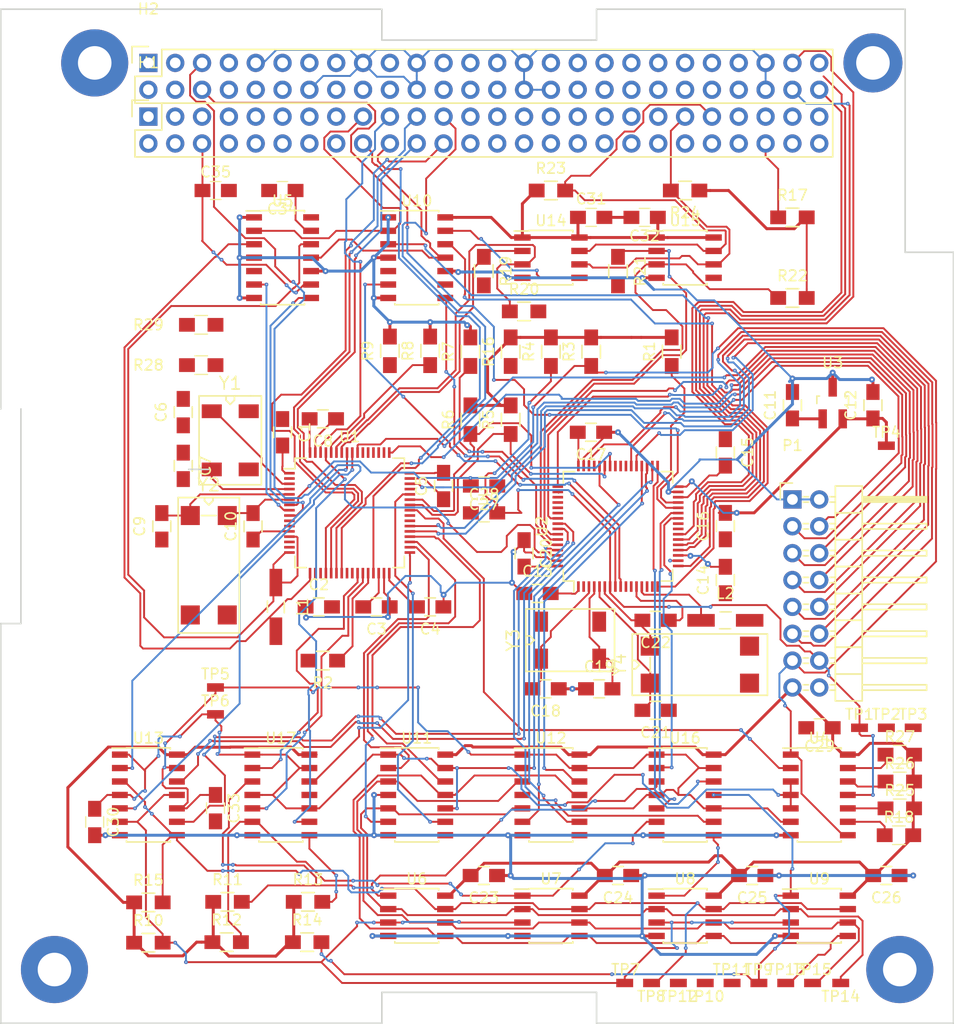
<source format=kicad_pcb>
(kicad_pcb (version 4) (host pcbnew 4.0.4-stable)
  (layers (0 F.Cu signal) (31 B.Cu signal) (34 B.Paste user) (35 F.Paste user) (36 B.SilkS user) (37 F.SilkS user) (38 B.Mask user) (39 F.Mask user) (44 Edge.Cuts user))
  (net 0 "")
  (net 1 GND)
  (net 2 +3V3)
  (net 3 "Net-(C3-Pad2)")
  (net 4 "Net-(C6-Pad2)")
  (net 5 "Net-(C7-Pad2)")
  (net 6 "Net-(C9-Pad2)")
  (net 7 "Net-(C10-Pad2)")
  (net 8 +5V)
  (net 9 /VDD_S)
  (net 10 "Net-(C15-Pad2)")
  (net 11 "Net-(C18-Pad2)")
  (net 12 "Net-(C19-Pad2)")
  (net 13 "Net-(C21-Pad2)")
  (net 14 "Net-(C22-Pad2)")
  (net 15 "Net-(L1-Pad1)")
  (net 16 "Net-(L2-Pad1)")
  (net 17 /TMS_P)
  (net 18 /TCK_P)
  (net 19 /SWO_P)
  (net 20 /UART2_TX)
  (net 21 /UART2_RX)
  (net 22 /NRST_P)
  (net 23 /TMS_S)
  (net 24 /TCK_S)
  (net 25 /SWO_S)
  (net 26 /UART3_TX)
  (net 27 /UART3_RX)
  (net 28 /NRST_S)
  (net 29 /GPIO0)
  (net 30 /GPIO2)
  (net 31 /RADIO_TR)
  (net 32 /GPIO4)
  (net 33 /GPIO6)
  (net 34 /GPIO8)
  (net 35 /GPIO10)
  (net 36 /GPIO12)
  (net 37 /RADIO_RX)
  (net 38 /I2C2_SDA)
  (net 39 /SYS_SPI_SCK)
  (net 40 /SYS_SPI_MOSI)
  (net 41 /BOOT1_S)
  (net 42 /BOOT1_P)
  (net 43 /PTX_SRX)
  (net 44 /PRX_STX)
  (net 45 /BOOT0_S)
  (net 46 /BOOT0_P)
  (net 47 /NYIELD_P)
  (net 48 /MEM_NWP)
  (net 49 /MEM_CS3)
  (net 50 /MEM_CS2)
  (net 51 /MEM_CS1)
  (net 52 /MEM_CS0)
  (net 53 /NBUFEN_PRI)
  (net 54 /NBUFEN_SEC)
  (net 55 /SYS_SCL_P)
  (net 56 /SYS_SDA_P)
  (net 57 /SYS_SCL_S)
  (net 58 /SYS_SDA_S)
  (net 59 /SYS_SCL)
  (net 60 /SYS_SDA)
  (net 61 /MEM_NHOLD)
  (net 62 /MEM_MOSI)
  (net 63 /MEM_MISO)
  (net 64 /RADIO_TR_P)
  (net 65 /RADIO_RR_P)
  (net 66 /GPIO3)
  (net 67 /GPIO1)
  (net 68 /RADIO_TX_P)
  (net 69 /RADIO_RX_P)
  (net 70 /SYS_SPI_NSS)
  (net 71 /SYS_SPI_MISO)
  (net 72 /GPIO5)
  (net 73 /MEM_CS3_P)
  (net 74 /MEM_CS2_P)
  (net 75 /I2C2_SCL)
  (net 76 /MEM_CS0_P)
  (net 77 /MEM_SCK_P)
  (net 78 /MEM_MISO_P)
  (net 79 /MEM_MOSI_P)
  (net 80 /GPIO7)
  (net 81 /SYS_RESET_P)
  (net 82 /GPIO9)
  (net 83 /GPIO11)
  (net 84 /MEM_NWP_P)
  (net 85 /MEM_NHOLD_P)
  (net 86 /MEM_CS1_P)
  (net 87 /SGPIO13)
  (net 88 /RADIO_TR_S)
  (net 89 /RADIO_RR_S)
  (net 90 /SGPIO0)
  (net 91 /SGPIO1)
  (net 92 /RADIO_TX_S)
  (net 93 /RADIO_RX_S)
  (net 94 /SPI2_NSS)
  (net 95 /SPI2_SCK)
  (net 96 /SPI2_MISO)
  (net 97 /SPI2_MOSI)
  (net 98 /SGPIO6)
  (net 99 /SGPIO7)
  (net 100 /MEM_CS3_S)
  (net 101 /MEM_CS2_S)
  (net 102 /I2C3_SCL)
  (net 103 /MEM_CS0_S)
  (net 104 /MEM_SCK_S)
  (net 105 /MEM_MISO_S)
  (net 106 /MEM_MOSI_S)
  (net 107 /SGPIO8)
  (net 108 /SGPIO9)
  (net 109 /SGPIO2)
  (net 110 /SYS_RESET_S)
  (net 111 /SGPIO3)
  (net 112 /SGPIO10)
  (net 113 /SGPIO11)
  (net 114 /SGPIO12)
  (net 115 /MEM_NWP_S)
  (net 116 /MEM_NHOLD_S)
  (net 117 /MEM_CS1_S)
  (net 118 /I2C3_SDA)
  (net 119 /RADIO_RR)
  (net 120 /MEM_SCK)
  (net 121 /RADIO_TX)
  (net 122 /SYS_RESET)
  (net 123 "Net-(H1-Pad25)")
  (net 124 "Net-(H1-Pad26)")
  (net 125 "Net-(H1-Pad27)")
  (net 126 "Net-(H1-Pad28)")
  (net 127 "Net-(H2-Pad8)")
  (net 128 "Net-(H2-Pad10)")
  (net 129 "Net-(H2-Pad11)")
  (net 130 "Net-(H2-Pad12)")
  (net 131 "Net-(H2-Pad13)")
  (net 132 "Net-(H2-Pad15)")
  (net 133 "Net-(H2-Pad16)")
  (net 134 "Net-(H2-Pad18)")
  (net 135 "Net-(H2-Pad19)")
  (net 136 "Net-(H2-Pad20)")
  (net 137 "Net-(H2-Pad23)")
  (net 138 "Net-(H2-Pad24)")
  (net 139 "Net-(H2-Pad31)")
  (net 140 "Net-(H2-Pad33)")
  (net 141 "Net-(H2-Pad34)")
  (net 142 "Net-(H2-Pad35)")
  (net 143 "Net-(H2-Pad36)")
  (net 144 "Net-(H2-Pad37)")
  (net 145 "Net-(H2-Pad38)")
  (net 146 "Net-(H2-Pad39)")
  (net 147 "Net-(H2-Pad40)")
  (net 148 "Net-(H2-Pad41)")
  (net 149 "Net-(H2-Pad42)")
  (net 150 "Net-(H2-Pad43)")
  (net 151 "Net-(H2-Pad44)")
  (net 152 "Net-(H2-Pad45)")
  (net 153 "Net-(H2-Pad46)")
  (net 154 /GPIO13)
  (net 155 /SGPIO5)
  (net 156 /SGPIO4)
  (net 157 "Net-(H1-Pad7)")
  (net 158 "Net-(H1-Pad8)")
  (net 159 "Net-(H1-Pad10)")
  (net 160 "Net-(H1-Pad12)")
  (net 161 "Net-(H1-Pad14)")
  (net 162 "Net-(H1-Pad21)")
  (net 163 "Net-(H1-Pad22)")
  (net 164 "Net-(H1-Pad24)")
  (net 165 "Net-(H1-Pad38)")
  (net 166 /NRST1_S)
  (net 167 /NRST2_S)
  (net 168 /NRST1_P)
  (net 169 /NRST2_P)
  (module Housings_QFP:LQFP-64_10x10mm_Pitch0.5mm (layer F.Cu) (at 171.45 95.25 90)
    (fp_text reference U2 (at 0 -7.2 90) (layer F.SilkS))
    (fp_text value STM32F411-LQFP64)
    (pad 1 smd rect (at -5.7 -3.75 90) (size 1 0.25) (layers F.Cu F.Paste F.Mask) (net 9 /VDD_S))
    (pad 2 smd rect (at -5.7 -3.25 90) (size 1 0.25) (layers F.Cu F.Paste F.Mask) (net 154 /GPIO13))
    (pad 3 smd rect (at -5.7 -2.75 90) (size 1 0.25) (layers F.Cu F.Paste F.Mask) (net 11 "Net-(C18-Pad2)"))
    (pad 4 smd rect (at -5.7 -2.25 90) (size 1 0.25) (layers F.Cu F.Paste F.Mask) (net 12 "Net-(C19-Pad2)"))
    (pad 5 smd rect (at -5.7 -1.75 90) (size 1 0.25) (layers F.Cu F.Paste F.Mask) (net 13 "Net-(C21-Pad2)"))
    (pad 6 smd rect (at -5.7 -1.25 90) (size 1 0.25) (layers F.Cu F.Paste F.Mask) (net 14 "Net-(C22-Pad2)"))
    (pad 7 smd rect (at -5.7 -0.75 90) (size 1 0.25) (layers F.Cu F.Paste F.Mask) (net 28 /NRST_S))
    (pad 8 smd rect (at -5.7 -0.25 90) (size 1 0.25) (layers F.Cu F.Paste F.Mask) (net 88 /RADIO_TR_S))
    (pad 9 smd rect (at -5.7 0.25 90) (size 1 0.25) (layers F.Cu F.Paste F.Mask) (net 89 /RADIO_RR_S))
    (pad 10 smd rect (at -5.7 0.75 90) (size 1 0.25) (layers F.Cu F.Paste F.Mask) (net 156 /SGPIO4))
    (pad 11 smd rect (at -5.7 1.25 90) (size 1 0.25) (layers F.Cu F.Paste F.Mask) (net 155 /SGPIO5))
    (pad 12 smd rect (at -5.7 1.75 90) (size 1 0.25) (layers F.Cu F.Paste F.Mask) (net 1 GND))
    (pad 13 smd rect (at -5.7 2.25 90) (size 1 0.25) (layers F.Cu F.Paste F.Mask) (net 16 "Net-(L2-Pad1)"))
    (pad 14 smd rect (at -5.7 2.75 90) (size 1 0.25) (layers F.Cu F.Paste F.Mask) (net 90 /SGPIO0))
    (pad 15 smd rect (at -5.7 3.25 90) (size 1 0.25) (layers F.Cu F.Paste F.Mask) (net 91 /SGPIO1))
    (pad 16 smd rect (at -5.7 3.75 90) (size 1 0.25) (layers F.Cu F.Paste F.Mask) (net 92 /RADIO_TX_S))
    (pad 17 smd rect (at -3.75 5.7 180) (size 1 0.25) (layers F.Cu F.Paste F.Mask) (net 93 /RADIO_RX_S))
    (pad 18 smd rect (at -3.25 5.7 180) (size 1 0.25) (layers F.Cu F.Paste F.Mask) (net 1 GND))
    (pad 19 smd rect (at -2.75 5.7 180) (size 1 0.25) (layers F.Cu F.Paste F.Mask) (net 9 /VDD_S))
    (pad 20 smd rect (at -2.25 5.7 180) (size 1 0.25) (layers F.Cu F.Paste F.Mask) (net 94 /SPI2_NSS))
    (pad 21 smd rect (at -1.75 5.7 180) (size 1 0.25) (layers F.Cu F.Paste F.Mask) (net 95 /SPI2_SCK))
    (pad 22 smd rect (at -1.25 5.7 180) (size 1 0.25) (layers F.Cu F.Paste F.Mask) (net 96 /SPI2_MISO))
    (pad 23 smd rect (at -0.75 5.7 180) (size 1 0.25) (layers F.Cu F.Paste F.Mask) (net 97 /SPI2_MOSI))
    (pad 24 smd rect (at -0.25 5.7 180) (size 1 0.25) (layers F.Cu F.Paste F.Mask) (net 98 /SGPIO6))
    (pad 25 smd rect (at 0.25 5.7 180) (size 1 0.25) (layers F.Cu F.Paste F.Mask) (net 99 /SGPIO7))
    (pad 26 smd rect (at 0.75 5.7 180) (size 1 0.25) (layers F.Cu F.Paste F.Mask) (net 100 /MEM_CS3_S))
    (pad 27 smd rect (at 1.25 5.7 180) (size 1 0.25) (layers F.Cu F.Paste F.Mask) (net 101 /MEM_CS2_S))
    (pad 28 smd rect (at 1.75 5.7 180) (size 1 0.25) (layers F.Cu F.Paste F.Mask) (net 41 /BOOT1_S))
    (pad 29 smd rect (at 2.25 5.7 180) (size 1 0.25) (layers F.Cu F.Paste F.Mask) (net 102 /I2C3_SCL))
    (pad 30 smd rect (at 2.75 5.7 180) (size 1 0.25) (layers F.Cu F.Paste F.Mask) (net 10 "Net-(C15-Pad2)"))
    (pad 31 smd rect (at 3.25 5.7 180) (size 1 0.25) (layers F.Cu F.Paste F.Mask) (net 1 GND))
    (pad 32 smd rect (at 3.75 5.7 180) (size 1 0.25) (layers F.Cu F.Paste F.Mask) (net 9 /VDD_S))
    (pad 33 smd rect (at 5.7 3.75 90) (size 1 0.25) (layers F.Cu F.Paste F.Mask) (net 103 /MEM_CS0_S))
    (pad 34 smd rect (at 5.7 3.25 90) (size 1 0.25) (layers F.Cu F.Paste F.Mask) (net 104 /MEM_SCK_S))
    (pad 35 smd rect (at 5.7 2.75 90) (size 1 0.25) (layers F.Cu F.Paste F.Mask) (net 105 /MEM_MISO_S))
    (pad 36 smd rect (at 5.7 2.25 90) (size 1 0.25) (layers F.Cu F.Paste F.Mask) (net 106 /MEM_MOSI_S))
    (pad 37 smd rect (at 5.7 1.75 90) (size 1 0.25) (layers F.Cu F.Paste F.Mask) (net 26 /UART3_TX))
    (pad 38 smd rect (at 5.7 1.25 90) (size 1 0.25) (layers F.Cu F.Paste F.Mask) (net 27 /UART3_RX))
    (pad 39 smd rect (at 5.7 0.75 90) (size 1 0.25) (layers F.Cu F.Paste F.Mask) (net 107 /SGPIO8))
    (pad 40 smd rect (at 5.7 0.25 90) (size 1 0.25) (layers F.Cu F.Paste F.Mask) (net 108 /SGPIO9))
    (pad 41 smd rect (at 5.7 -0.25 90) (size 1 0.25) (layers F.Cu F.Paste F.Mask) (net 109 /SGPIO2))
    (pad 42 smd rect (at 5.7 -0.75 90) (size 1 0.25) (layers F.Cu F.Paste F.Mask) (net 44 /PRX_STX))
    (pad 43 smd rect (at 5.7 -1.25 90) (size 1 0.25) (layers F.Cu F.Paste F.Mask) (net 43 /PTX_SRX))
    (pad 44 smd rect (at 5.7 -1.75 90) (size 1 0.25) (layers F.Cu F.Paste F.Mask) (net 110 /SYS_RESET_S))
    (pad 45 smd rect (at 5.7 -2.25 90) (size 1 0.25) (layers F.Cu F.Paste F.Mask) (net 111 /SGPIO3))
    (pad 46 smd rect (at 5.7 -2.75 90) (size 1 0.25) (layers F.Cu F.Paste F.Mask) (net 23 /TMS_S))
    (pad 47 smd rect (at 5.7 -3.25 90) (size 1 0.25) (layers F.Cu F.Paste F.Mask) (net 1 GND))
    (pad 48 smd rect (at 5.7 -3.75 90) (size 1 0.25) (layers F.Cu F.Paste F.Mask) (net 9 /VDD_S))
    (pad 49 smd rect (at 3.75 -5.7 180) (size 1 0.25) (layers F.Cu F.Paste F.Mask) (net 24 /TCK_S))
    (pad 50 smd rect (at 3.25 -5.7 180) (size 1 0.25) (layers F.Cu F.Paste F.Mask) (net 168 /NRST1_P))
    (pad 51 smd rect (at 2.75 -5.7 180) (size 1 0.25) (layers F.Cu F.Paste F.Mask) (net 112 /SGPIO10))
    (pad 52 smd rect (at 2.25 -5.7 180) (size 1 0.25) (layers F.Cu F.Paste F.Mask) (net 113 /SGPIO11))
    (pad 53 smd rect (at 1.75 -5.7 180) (size 1 0.25) (layers F.Cu F.Paste F.Mask) (net 114 /SGPIO12))
    (pad 54 smd rect (at 1.25 -5.7 180) (size 1 0.25) (layers F.Cu F.Paste F.Mask) (net 169 /NRST2_P))
    (pad 55 smd rect (at 0.75 -5.7 180) (size 1 0.25) (layers F.Cu F.Paste F.Mask) (net 25 /SWO_S))
    (pad 56 smd rect (at 0.25 -5.7 180) (size 1 0.25) (layers F.Cu F.Paste F.Mask) (net 115 /MEM_NWP_S))
    (pad 57 smd rect (at -0.25 -5.7 180) (size 1 0.25) (layers F.Cu F.Paste F.Mask) (net 116 /MEM_NHOLD_S))
    (pad 58 smd rect (at -0.75 -5.7 180) (size 1 0.25) (layers F.Cu F.Paste F.Mask) (net 57 /SYS_SCL_S))
    (pad 59 smd rect (at -1.25 -5.7 180) (size 1 0.25) (layers F.Cu F.Paste F.Mask) (net 58 /SYS_SDA_S))
    (pad 60 smd rect (at -1.75 -5.7 180) (size 1 0.25) (layers F.Cu F.Paste F.Mask) (net 45 /BOOT0_S))
    (pad 61 smd rect (at -2.25 -5.7 180) (size 1 0.25) (layers F.Cu F.Paste F.Mask) (net 117 /MEM_CS1_S))
    (pad 62 smd rect (at -2.75 -5.7 180) (size 1 0.25) (layers F.Cu F.Paste F.Mask) (net 118 /I2C3_SDA))
    (pad 63 smd rect (at -3.25 -5.7 180) (size 1 0.25) (layers F.Cu F.Paste F.Mask) (net 1 GND))
    (pad 64 smd rect (at -3.75 -5.7 180) (size 1 0.25) (layers F.Cu F.Paste F.Mask) (net 9 /VDD_S))
  )
  (module Housings_QFP:LQFP-64_10x10mm_Pitch0.5mm (layer F.Cu) (at 146.05 93.98)
    (fp_text reference U1 (at 0 -7.2) (layer F.SilkS))
    (fp_text value STM32F411-LQFP64)
    (pad 1 smd rect (at -5.7 -3.75) (size 1 0.25) (layers F.Cu F.Paste F.Mask) (net 2 +3V3))
    (pad 2 smd rect (at -5.7 -3.25) (size 1 0.25) (layers F.Cu F.Paste F.Mask) (net 36 /GPIO12))
    (pad 3 smd rect (at -5.7 -2.75) (size 1 0.25) (layers F.Cu F.Paste F.Mask) (net 4 "Net-(C6-Pad2)"))
    (pad 4 smd rect (at -5.7 -2.25) (size 1 0.25) (layers F.Cu F.Paste F.Mask) (net 5 "Net-(C7-Pad2)"))
    (pad 5 smd rect (at -5.7 -1.75) (size 1 0.25) (layers F.Cu F.Paste F.Mask) (net 6 "Net-(C9-Pad2)"))
    (pad 6 smd rect (at -5.7 -1.25) (size 1 0.25) (layers F.Cu F.Paste F.Mask) (net 7 "Net-(C10-Pad2)"))
    (pad 7 smd rect (at -5.7 -0.75) (size 1 0.25) (layers F.Cu F.Paste F.Mask) (net 22 /NRST_P))
    (pad 8 smd rect (at -5.7 -0.25) (size 1 0.25) (layers F.Cu F.Paste F.Mask) (net 64 /RADIO_TR_P))
    (pad 9 smd rect (at -5.7 0.25) (size 1 0.25) (layers F.Cu F.Paste F.Mask) (net 65 /RADIO_RR_P))
    (pad 10 smd rect (at -5.7 0.75) (size 1 0.25) (layers F.Cu F.Paste F.Mask) (net 66 /GPIO3))
    (pad 11 smd rect (at -5.7 1.25) (size 1 0.25) (layers F.Cu F.Paste F.Mask) (net 32 /GPIO4))
    (pad 12 smd rect (at -5.7 1.75) (size 1 0.25) (layers F.Cu F.Paste F.Mask) (net 1 GND))
    (pad 13 smd rect (at -5.7 2.25) (size 1 0.25) (layers F.Cu F.Paste F.Mask) (net 15 "Net-(L1-Pad1)"))
    (pad 14 smd rect (at -5.7 2.75) (size 1 0.25) (layers F.Cu F.Paste F.Mask) (net 29 /GPIO0))
    (pad 15 smd rect (at -5.7 3.25) (size 1 0.25) (layers F.Cu F.Paste F.Mask) (net 67 /GPIO1))
    (pad 16 smd rect (at -5.7 3.75) (size 1 0.25) (layers F.Cu F.Paste F.Mask) (net 68 /RADIO_TX_P))
    (pad 17 smd rect (at -3.75 5.7 90) (size 1 0.25) (layers F.Cu F.Paste F.Mask) (net 69 /RADIO_RX_P))
    (pad 18 smd rect (at -3.25 5.7 90) (size 1 0.25) (layers F.Cu F.Paste F.Mask) (net 1 GND))
    (pad 19 smd rect (at -2.75 5.7 90) (size 1 0.25) (layers F.Cu F.Paste F.Mask) (net 2 +3V3))
    (pad 20 smd rect (at -2.25 5.7 90) (size 1 0.25) (layers F.Cu F.Paste F.Mask) (net 70 /SYS_SPI_NSS))
    (pad 21 smd rect (at -1.75 5.7 90) (size 1 0.25) (layers F.Cu F.Paste F.Mask) (net 39 /SYS_SPI_SCK))
    (pad 22 smd rect (at -1.25 5.7 90) (size 1 0.25) (layers F.Cu F.Paste F.Mask) (net 71 /SYS_SPI_MISO))
    (pad 23 smd rect (at -0.75 5.7 90) (size 1 0.25) (layers F.Cu F.Paste F.Mask) (net 40 /SYS_SPI_MOSI))
    (pad 24 smd rect (at -0.25 5.7 90) (size 1 0.25) (layers F.Cu F.Paste F.Mask) (net 72 /GPIO5))
    (pad 25 smd rect (at 0.25 5.7 90) (size 1 0.25) (layers F.Cu F.Paste F.Mask) (net 33 /GPIO6))
    (pad 26 smd rect (at 0.75 5.7 90) (size 1 0.25) (layers F.Cu F.Paste F.Mask) (net 73 /MEM_CS3_P))
    (pad 27 smd rect (at 1.25 5.7 90) (size 1 0.25) (layers F.Cu F.Paste F.Mask) (net 74 /MEM_CS2_P))
    (pad 28 smd rect (at 1.75 5.7 90) (size 1 0.25) (layers F.Cu F.Paste F.Mask) (net 42 /BOOT1_P))
    (pad 29 smd rect (at 2.25 5.7 90) (size 1 0.25) (layers F.Cu F.Paste F.Mask) (net 75 /I2C2_SCL))
    (pad 30 smd rect (at 2.75 5.7 90) (size 1 0.25) (layers F.Cu F.Paste F.Mask) (net 3 "Net-(C3-Pad2)"))
    (pad 31 smd rect (at 3.25 5.7 90) (size 1 0.25) (layers F.Cu F.Paste F.Mask) (net 1 GND))
    (pad 32 smd rect (at 3.75 5.7 90) (size 1 0.25) (layers F.Cu F.Paste F.Mask) (net 2 +3V3))
    (pad 33 smd rect (at 5.7 3.75) (size 1 0.25) (layers F.Cu F.Paste F.Mask) (net 76 /MEM_CS0_P))
    (pad 34 smd rect (at 5.7 3.25) (size 1 0.25) (layers F.Cu F.Paste F.Mask) (net 77 /MEM_SCK_P))
    (pad 35 smd rect (at 5.7 2.75) (size 1 0.25) (layers F.Cu F.Paste F.Mask) (net 78 /MEM_MISO_P))
    (pad 36 smd rect (at 5.7 2.25) (size 1 0.25) (layers F.Cu F.Paste F.Mask) (net 79 /MEM_MOSI_P))
    (pad 37 smd rect (at 5.7 1.75) (size 1 0.25) (layers F.Cu F.Paste F.Mask) (net 20 /UART2_TX))
    (pad 38 smd rect (at 5.7 1.25) (size 1 0.25) (layers F.Cu F.Paste F.Mask) (net 21 /UART2_RX))
    (pad 39 smd rect (at 5.7 0.75) (size 1 0.25) (layers F.Cu F.Paste F.Mask) (net 80 /GPIO7))
    (pad 40 smd rect (at 5.7 0.25) (size 1 0.25) (layers F.Cu F.Paste F.Mask) (net 34 /GPIO8))
    (pad 41 smd rect (at 5.7 -0.25) (size 1 0.25) (layers F.Cu F.Paste F.Mask) (net 47 /NYIELD_P))
    (pad 42 smd rect (at 5.7 -0.75) (size 1 0.25) (layers F.Cu F.Paste F.Mask) (net 43 /PTX_SRX))
    (pad 43 smd rect (at 5.7 -1.25) (size 1 0.25) (layers F.Cu F.Paste F.Mask) (net 44 /PRX_STX))
    (pad 44 smd rect (at 5.7 -1.75) (size 1 0.25) (layers F.Cu F.Paste F.Mask) (net 81 /SYS_RESET_P))
    (pad 45 smd rect (at 5.7 -2.25) (size 1 0.25) (layers F.Cu F.Paste F.Mask) (net 30 /GPIO2))
    (pad 46 smd rect (at 5.7 -2.75) (size 1 0.25) (layers F.Cu F.Paste F.Mask) (net 17 /TMS_P))
    (pad 47 smd rect (at 5.7 -3.25) (size 1 0.25) (layers F.Cu F.Paste F.Mask) (net 1 GND))
    (pad 48 smd rect (at 5.7 -3.75) (size 1 0.25) (layers F.Cu F.Paste F.Mask) (net 2 +3V3))
    (pad 49 smd rect (at 3.75 -5.7 90) (size 1 0.25) (layers F.Cu F.Paste F.Mask) (net 18 /TCK_P))
    (pad 50 smd rect (at 3.25 -5.7 90) (size 1 0.25) (layers F.Cu F.Paste F.Mask) (net 166 /NRST1_S))
    (pad 51 smd rect (at 2.75 -5.7 90) (size 1 0.25) (layers F.Cu F.Paste F.Mask) (net 82 /GPIO9))
    (pad 52 smd rect (at 2.25 -5.7 90) (size 1 0.25) (layers F.Cu F.Paste F.Mask) (net 35 /GPIO10))
    (pad 53 smd rect (at 1.75 -5.7 90) (size 1 0.25) (layers F.Cu F.Paste F.Mask) (net 83 /GPIO11))
    (pad 54 smd rect (at 1.25 -5.7 90) (size 1 0.25) (layers F.Cu F.Paste F.Mask) (net 167 /NRST2_S))
    (pad 55 smd rect (at 0.75 -5.7 90) (size 1 0.25) (layers F.Cu F.Paste F.Mask) (net 19 /SWO_P))
    (pad 56 smd rect (at 0.25 -5.7 90) (size 1 0.25) (layers F.Cu F.Paste F.Mask) (net 84 /MEM_NWP_P))
    (pad 57 smd rect (at -0.25 -5.7 90) (size 1 0.25) (layers F.Cu F.Paste F.Mask) (net 85 /MEM_NHOLD_P))
    (pad 58 smd rect (at -0.75 -5.7 90) (size 1 0.25) (layers F.Cu F.Paste F.Mask) (net 55 /SYS_SCL_P))
    (pad 59 smd rect (at -1.25 -5.7 90) (size 1 0.25) (layers F.Cu F.Paste F.Mask) (net 56 /SYS_SDA_P))
    (pad 60 smd rect (at -1.75 -5.7 90) (size 1 0.25) (layers F.Cu F.Paste F.Mask) (net 46 /BOOT0_P))
    (pad 61 smd rect (at -2.25 -5.7 90) (size 1 0.25) (layers F.Cu F.Paste F.Mask) (net 86 /MEM_CS1_P))
    (pad 62 smd rect (at -2.75 -5.7 90) (size 1 0.25) (layers F.Cu F.Paste F.Mask) (net 38 /I2C2_SDA))
    (pad 63 smd rect (at -3.25 -5.7 90) (size 1 0.25) (layers F.Cu F.Paste F.Mask) (net 1 GND))
    (pad 64 smd rect (at -3.75 -5.7 90) (size 1 0.25) (layers F.Cu F.Paste F.Mask) (net 2 +3V3))
  )
  (module Resistors_SMD:R_0805_HandSoldering (layer F.Cu) (at 187.96 73.66)
    (fp_text reference R22 (at 0 -2.1) (layer F.SilkS))
    (fp_text value 4.7K)
    (pad 1 smd rect (at -1.35 0) (size 1.5 1.3) (layers F.Cu F.Paste F.Mask) (net 58 /SYS_SDA_S))
    (pad 2 smd rect (at 1.35 0) (size 1.5 1.3) (layers F.Cu F.Paste F.Mask) (net 2 +3V3))
  )
  (module Capacitors_SMD:C_0805_HandSoldering (layer F.Cu) (at 128.27 95.25 90)
    (fp_text reference C9 (at 0 -2.1 90) (layer F.SilkS))
    (fp_text value 20pF)
    (pad 1 smd rect (at -1.25 0 90) (size 1.5 1.25) (layers F.Cu F.Paste F.Mask) (net 1 GND))
    (pad 2 smd rect (at 1.25 0 90) (size 1.5 1.25) (layers F.Cu F.Paste F.Mask) (net 6 "Net-(C9-Pad2)"))
  )
  (module Housings_SOIC:SOIC-14_3.9x8.7mm_Pitch1.27mm (layer F.Cu) (at 165.1 120.65)
    (fp_text reference U12 (at 0 -5.375) (layer F.SilkS))
    (fp_text value 74LS125)
    (pad 1 smd rect (at -2.7 -3.81) (size 1.5 0.6) (layers F.Cu F.Paste F.Mask) (net 54 /NBUFEN_SEC))
    (pad 2 smd rect (at -2.7 -2.54) (size 1.5 0.6) (layers F.Cu F.Paste F.Mask) (net 104 /MEM_SCK_S))
    (pad 3 smd rect (at -2.7 -1.27) (size 1.5 0.6) (layers F.Cu F.Paste F.Mask) (net 120 /MEM_SCK))
    (pad 4 smd rect (at -2.7 0) (size 1.5 0.6) (layers F.Cu F.Paste F.Mask) (net 1 GND))
    (pad 5 smd rect (at -2.7 1.27) (size 1.5 0.6) (layers F.Cu F.Paste F.Mask) (net 63 /MEM_MISO))
    (pad 6 smd rect (at -2.7 2.54) (size 1.5 0.6) (layers F.Cu F.Paste F.Mask) (net 105 /MEM_MISO_S))
    (pad 7 smd rect (at -2.7 3.81) (size 1.5 0.6) (layers F.Cu F.Paste F.Mask) (net 1 GND))
    (pad 8 smd rect (at 2.7 3.81) (size 1.5 0.6) (layers F.Cu F.Paste F.Mask) (net 122 /SYS_RESET))
    (pad 9 smd rect (at 2.7 2.54) (size 1.5 0.6) (layers F.Cu F.Paste F.Mask) (net 110 /SYS_RESET_S))
    (pad 10 smd rect (at 2.7 1.27) (size 1.5 0.6) (layers F.Cu F.Paste F.Mask) (net 54 /NBUFEN_SEC))
    (pad 11 smd rect (at 2.7 0) (size 1.5 0.6) (layers F.Cu F.Paste F.Mask) (net 62 /MEM_MOSI))
    (pad 12 smd rect (at 2.7 -1.27) (size 1.5 0.6) (layers F.Cu F.Paste F.Mask) (net 106 /MEM_MOSI_S))
    (pad 13 smd rect (at 2.7 -2.54) (size 1.5 0.6) (layers F.Cu F.Paste F.Mask) (net 54 /NBUFEN_SEC))
    (pad 14 smd rect (at 2.7 -3.81) (size 1.5 0.6) (layers F.Cu F.Paste F.Mask) (net 2 +3V3))
  )
  (module motherboard:TP_0603 (layer F.Cu) (at 189.865 138.43)
    (fp_text reference TP15 (at 0 -1.27) (layer F.SilkS))
    (fp_text value TP hide)
    (pad 1 smd rect (at 0 0) (size 1.6 0.8) (layers F.Cu F.Paste F.Mask) (net 120 /MEM_SCK))
  )
  (module Housings_SOIC:SOIC-8_3.9x4.9mm_Pitch1.27mm (layer F.Cu) (at 190.5 132.08)
    (fp_text reference U9 (at 0 -3.5) (layer F.SilkS))
    (fp_text value FM25V20A-G)
    (pad 1 smd rect (at -2.7 -1.905) (size 1.55 0.6) (layers F.Cu F.Paste F.Mask) (net 52 /MEM_CS0))
    (pad 2 smd rect (at -2.7 -0.635) (size 1.55 0.6) (layers F.Cu F.Paste F.Mask) (net 63 /MEM_MISO))
    (pad 3 smd rect (at -2.7 0.635) (size 1.55 0.6) (layers F.Cu F.Paste F.Mask) (net 48 /MEM_NWP))
    (pad 4 smd rect (at -2.7 1.905) (size 1.55 0.6) (layers F.Cu F.Paste F.Mask) (net 1 GND))
    (pad 5 smd rect (at 2.7 1.905) (size 1.55 0.6) (layers F.Cu F.Paste F.Mask) (net 62 /MEM_MOSI))
    (pad 6 smd rect (at 2.7 0.635) (size 1.55 0.6) (layers F.Cu F.Paste F.Mask) (net 120 /MEM_SCK))
    (pad 7 smd rect (at 2.7 -0.635) (size 1.55 0.6) (layers F.Cu F.Paste F.Mask) (net 61 /MEM_NHOLD))
    (pad 8 smd rect (at 2.7 -1.905) (size 1.55 0.6) (layers F.Cu F.Paste F.Mask) (net 2 +3V3))
  )
  (module Housings_SOIC:SOIC-8_3.9x4.9mm_Pitch1.27mm (layer F.Cu) (at 177.8 132.08)
    (fp_text reference U8 (at 0 -3.5) (layer F.SilkS))
    (fp_text value FM25V20A-G)
    (pad 1 smd rect (at -2.7 -1.905) (size 1.55 0.6) (layers F.Cu F.Paste F.Mask) (net 51 /MEM_CS1))
    (pad 2 smd rect (at -2.7 -0.635) (size 1.55 0.6) (layers F.Cu F.Paste F.Mask) (net 63 /MEM_MISO))
    (pad 3 smd rect (at -2.7 0.635) (size 1.55 0.6) (layers F.Cu F.Paste F.Mask) (net 48 /MEM_NWP))
    (pad 4 smd rect (at -2.7 1.905) (size 1.55 0.6) (layers F.Cu F.Paste F.Mask) (net 1 GND))
    (pad 5 smd rect (at 2.7 1.905) (size 1.55 0.6) (layers F.Cu F.Paste F.Mask) (net 62 /MEM_MOSI))
    (pad 6 smd rect (at 2.7 0.635) (size 1.55 0.6) (layers F.Cu F.Paste F.Mask) (net 120 /MEM_SCK))
    (pad 7 smd rect (at 2.7 -0.635) (size 1.55 0.6) (layers F.Cu F.Paste F.Mask) (net 61 /MEM_NHOLD))
    (pad 8 smd rect (at 2.7 -1.905) (size 1.55 0.6) (layers F.Cu F.Paste F.Mask) (net 2 +3V3))
  )
  (module motherboard:SOJ-4_5.5mm (layer F.Cu) (at 134.747 87.122 270)
    (fp_text reference Y1 (at -5.4 0 360) (layer F.SilkS) (effects (font (size 1.2 1.2))))
    (fp_text value 32k)
    (pad 4 smd rect (at -2.75 -1.75 270) (size 1.3 1.9) (layers F.Cu F.Paste F.Mask))
    (pad 1 smd rect (at -2.75 1.75 270) (size 1.3 1.9) (layers F.Cu F.Paste F.Mask) (net 4 "Net-(C6-Pad2)"))
    (pad 3 smd rect (at 2.75 -1.75 270) (size 1.3 1.9) (layers F.Cu F.Paste F.Mask))
    (pad 2 smd rect (at 2.75 1.75 270) (size 1.3 1.9) (layers F.Cu F.Paste F.Mask) (net 5 "Net-(C7-Pad2)"))
  )
  (module Capacitors_SMD:C_0805_HandSoldering (layer F.Cu) (at 171.45 128.27 180)
    (fp_text reference C24 (at 0 -2.1 180) (layer F.SilkS))
    (fp_text value 0.1uF)
    (pad 1 smd rect (at -1.25 0 180) (size 1.5 1.25) (layers F.Cu F.Paste F.Mask) (net 1 GND))
    (pad 2 smd rect (at 1.25 0 180) (size 1.5 1.25) (layers F.Cu F.Paste F.Mask) (net 2 +3V3))
  )
  (module Capacitors_SMD:C_0805_HandSoldering (layer F.Cu) (at 139.7 86.36 270)
    (fp_text reference C1 (at 0 -2.1 270) (layer F.SilkS))
    (fp_text value 1uF)
    (pad 1 smd rect (at -1.25 0 270) (size 1.5 1.25) (layers F.Cu F.Paste F.Mask) (net 1 GND))
    (pad 2 smd rect (at 1.25 0 270) (size 1.5 1.25) (layers F.Cu F.Paste F.Mask) (net 2 +3V3))
  )
  (module Capacitors_SMD:C_0805_HandSoldering (layer F.Cu) (at 143.129 102.87)
    (fp_text reference C2 (at 0 -2.1) (layer F.SilkS))
    (fp_text value 0.1uF)
    (pad 1 smd rect (at -1.25 0) (size 1.5 1.25) (layers F.Cu F.Paste F.Mask) (net 1 GND))
    (pad 2 smd rect (at 1.25 0) (size 1.5 1.25) (layers F.Cu F.Paste F.Mask) (net 2 +3V3))
  )
  (module Capacitors_SMD:C_0805_HandSoldering (layer F.Cu) (at 148.59 102.87 180)
    (fp_text reference C3 (at 0 -2.1 180) (layer F.SilkS))
    (fp_text value 4.7uF)
    (pad 1 smd rect (at -1.25 0 180) (size 1.5 1.25) (layers F.Cu F.Paste F.Mask) (net 1 GND))
    (pad 2 smd rect (at 1.25 0 180) (size 1.5 1.25) (layers F.Cu F.Paste F.Mask) (net 3 "Net-(C3-Pad2)"))
  )
  (module Capacitors_SMD:C_0805_HandSoldering (layer F.Cu) (at 153.67 102.87 180)
    (fp_text reference C4 (at 0 -2.1 180) (layer F.SilkS))
    (fp_text value 0.1uF)
    (pad 1 smd rect (at -1.25 0 180) (size 1.5 1.25) (layers F.Cu F.Paste F.Mask) (net 1 GND))
    (pad 2 smd rect (at 1.25 0 180) (size 1.5 1.25) (layers F.Cu F.Paste F.Mask) (net 2 +3V3))
  )
  (module Capacitors_SMD:C_0805_HandSoldering (layer F.Cu) (at 154.94 91.44 90)
    (fp_text reference C5 (at 0 -2.1 90) (layer F.SilkS))
    (fp_text value 0.1uF)
    (pad 1 smd rect (at -1.25 0 90) (size 1.5 1.25) (layers F.Cu F.Paste F.Mask) (net 1 GND))
    (pad 2 smd rect (at 1.25 0 90) (size 1.5 1.25) (layers F.Cu F.Paste F.Mask) (net 2 +3V3))
  )
  (module Capacitors_SMD:C_0805_HandSoldering (layer F.Cu) (at 130.302 84.455 90)
    (fp_text reference C6 (at 0 -2.1 90) (layer F.SilkS))
    (fp_text value 4.3pF)
    (pad 1 smd rect (at -1.25 0 90) (size 1.5 1.25) (layers F.Cu F.Paste F.Mask) (net 1 GND))
    (pad 2 smd rect (at 1.25 0 90) (size 1.5 1.25) (layers F.Cu F.Paste F.Mask) (net 4 "Net-(C6-Pad2)"))
  )
  (module Capacitors_SMD:C_0805_HandSoldering (layer F.Cu) (at 130.302 89.535 270)
    (fp_text reference C7 (at 0 -2.1 270) (layer F.SilkS))
    (fp_text value 4.3pF)
    (pad 1 smd rect (at -1.25 0 270) (size 1.5 1.25) (layers F.Cu F.Paste F.Mask) (net 1 GND))
    (pad 2 smd rect (at 1.25 0 270) (size 1.5 1.25) (layers F.Cu F.Paste F.Mask) (net 5 "Net-(C7-Pad2)"))
  )
  (module Capacitors_SMD:C_0805_HandSoldering (layer F.Cu) (at 143.51 85.09 180)
    (fp_text reference C8 (at 0 -2.1 180) (layer F.SilkS))
    (fp_text value 0.1uF)
    (pad 1 smd rect (at -1.25 0 180) (size 1.5 1.25) (layers F.Cu F.Paste F.Mask) (net 1 GND))
    (pad 2 smd rect (at 1.25 0 180) (size 1.5 1.25) (layers F.Cu F.Paste F.Mask) (net 2 +3V3))
  )
  (module Capacitors_SMD:C_0805_HandSoldering (layer F.Cu) (at 136.906 95.25 90)
    (fp_text reference C10 (at 0 -2.1 90) (layer F.SilkS))
    (fp_text value 20pF)
    (pad 1 smd rect (at -1.25 0 90) (size 1.5 1.25) (layers F.Cu F.Paste F.Mask) (net 1 GND))
    (pad 2 smd rect (at 1.25 0 90) (size 1.5 1.25) (layers F.Cu F.Paste F.Mask) (net 7 "Net-(C10-Pad2)"))
  )
  (module Capacitors_SMD:C_0805_HandSoldering (layer F.Cu) (at 187.96 83.8 90)
    (fp_text reference C11 (at 0 -2.1 90) (layer F.SilkS))
    (fp_text value 1uF)
    (pad 1 smd rect (at -1.25 0 90) (size 1.5 1.25) (layers F.Cu F.Paste F.Mask) (net 8 +5V))
    (pad 2 smd rect (at 1.25 0 90) (size 1.5 1.25) (layers F.Cu F.Paste F.Mask) (net 1 GND))
  )
  (module Capacitors_SMD:C_0805_HandSoldering (layer F.Cu) (at 195.58 83.8 90)
    (fp_text reference C12 (at 0 -2.1 90) (layer F.SilkS))
    (fp_text value 1uF)
    (pad 1 smd rect (at -1.25 0 90) (size 1.5 1.25) (layers F.Cu F.Paste F.Mask) (net 9 /VDD_S))
    (pad 2 smd rect (at 1.25 0 90) (size 1.5 1.25) (layers F.Cu F.Paste F.Mask) (net 1 GND))
  )
  (module Capacitors_SMD:C_0805_HandSoldering (layer F.Cu) (at 163.83 101.6)
    (fp_text reference C13 (at 0 -2.1) (layer F.SilkS))
    (fp_text value 1uF)
    (pad 1 smd rect (at -1.25 0) (size 1.5 1.25) (layers F.Cu F.Paste F.Mask) (net 1 GND))
    (pad 2 smd rect (at 1.25 0) (size 1.5 1.25) (layers F.Cu F.Paste F.Mask) (net 9 /VDD_S))
  )
  (module Capacitors_SMD:C_0805_HandSoldering (layer F.Cu) (at 181.61 100.33 90)
    (fp_text reference C14 (at 0 -2.1 90) (layer F.SilkS))
    (fp_text value 0.1uF)
    (pad 1 smd rect (at -1.25 0 90) (size 1.5 1.25) (layers F.Cu F.Paste F.Mask) (net 1 GND))
    (pad 2 smd rect (at 1.25 0 90) (size 1.5 1.25) (layers F.Cu F.Paste F.Mask) (net 9 /VDD_S))
  )
  (module Capacitors_SMD:C_0805_HandSoldering (layer F.Cu) (at 181.61 88.265 270)
    (fp_text reference C15 (at 0 -2.1 270) (layer F.SilkS))
    (fp_text value 4.7uF)
    (pad 1 smd rect (at -1.25 0 270) (size 1.5 1.25) (layers F.Cu F.Paste F.Mask) (net 1 GND))
    (pad 2 smd rect (at 1.25 0 270) (size 1.5 1.25) (layers F.Cu F.Paste F.Mask) (net 10 "Net-(C15-Pad2)"))
  )
  (module Capacitors_SMD:C_0805_HandSoldering (layer F.Cu) (at 181.61 95.23 90)
    (fp_text reference C16 (at 0 -2.1 90) (layer F.SilkS))
    (fp_text value 0.1uF)
    (pad 1 smd rect (at -1.25 0 90) (size 1.5 1.25) (layers F.Cu F.Paste F.Mask) (net 1 GND))
    (pad 2 smd rect (at 1.25 0 90) (size 1.5 1.25) (layers F.Cu F.Paste F.Mask) (net 9 /VDD_S))
  )
  (module Capacitors_SMD:C_0805_HandSoldering (layer F.Cu) (at 168.89 86.36 180)
    (fp_text reference C17 (at 0 -2.1 180) (layer F.SilkS))
    (fp_text value 0.1uF)
    (pad 1 smd rect (at -1.25 0 180) (size 1.5 1.25) (layers F.Cu F.Paste F.Mask) (net 1 GND))
    (pad 2 smd rect (at 1.25 0 180) (size 1.5 1.25) (layers F.Cu F.Paste F.Mask) (net 9 /VDD_S))
  )
  (module Capacitors_SMD:C_0805_HandSoldering (layer F.Cu) (at 164.592 110.617 180)
    (fp_text reference C18 (at 0 -2.1 180) (layer F.SilkS))
    (fp_text value 4.3pF)
    (pad 1 smd rect (at -1.25 0 180) (size 1.5 1.25) (layers F.Cu F.Paste F.Mask) (net 1 GND))
    (pad 2 smd rect (at 1.25 0 180) (size 1.5 1.25) (layers F.Cu F.Paste F.Mask) (net 11 "Net-(C18-Pad2)"))
  )
  (module Capacitors_SMD:C_0805_HandSoldering (layer F.Cu) (at 169.672 110.617)
    (fp_text reference C19 (at 0 -2.1) (layer F.SilkS))
    (fp_text value 4.3pF)
    (pad 1 smd rect (at -1.25 0) (size 1.5 1.25) (layers F.Cu F.Paste F.Mask) (net 1 GND))
    (pad 2 smd rect (at 1.25 0) (size 1.5 1.25) (layers F.Cu F.Paste F.Mask) (net 12 "Net-(C19-Pad2)"))
  )
  (module Capacitors_SMD:C_0805_HandSoldering (layer F.Cu) (at 162.56 97.81 270)
    (fp_text reference C20 (at 0 -2.1 270) (layer F.SilkS))
    (fp_text value 0.1uF)
    (pad 1 smd rect (at -1.25 0 270) (size 1.5 1.25) (layers F.Cu F.Paste F.Mask) (net 1 GND))
    (pad 2 smd rect (at 1.25 0 270) (size 1.5 1.25) (layers F.Cu F.Paste F.Mask) (net 9 /VDD_S))
  )
  (module Capacitors_SMD:C_0805_HandSoldering (layer F.Cu) (at 175.006 112.649 180)
    (fp_text reference C21 (at 0 -2.1 180) (layer F.SilkS))
    (fp_text value 20pF)
    (pad 1 smd rect (at -1.25 0 180) (size 1.5 1.25) (layers F.Cu F.Paste F.Mask) (net 1 GND))
    (pad 2 smd rect (at 1.25 0 180) (size 1.5 1.25) (layers F.Cu F.Paste F.Mask) (net 13 "Net-(C21-Pad2)"))
  )
  (module Capacitors_SMD:C_0805_HandSoldering (layer F.Cu) (at 175.006 104.14 180)
    (fp_text reference C22 (at 0 -2.1 180) (layer F.SilkS))
    (fp_text value 20pF)
    (pad 1 smd rect (at -1.25 0 180) (size 1.5 1.25) (layers F.Cu F.Paste F.Mask) (net 1 GND))
    (pad 2 smd rect (at 1.25 0 180) (size 1.5 1.25) (layers F.Cu F.Paste F.Mask) (net 14 "Net-(C22-Pad2)"))
  )
  (module Capacitors_SMD:C_0805_HandSoldering (layer F.Cu) (at 158.75 128.27 180)
    (fp_text reference C23 (at 0 -2.1 180) (layer F.SilkS))
    (fp_text value 0.1uF)
    (pad 1 smd rect (at -1.25 0 180) (size 1.5 1.25) (layers F.Cu F.Paste F.Mask) (net 1 GND))
    (pad 2 smd rect (at 1.25 0 180) (size 1.5 1.25) (layers F.Cu F.Paste F.Mask) (net 2 +3V3))
  )
  (module Capacitors_SMD:C_0805_HandSoldering (layer F.Cu) (at 184.15 128.27 180)
    (fp_text reference C25 (at 0 -2.1 180) (layer F.SilkS))
    (fp_text value 0.1uF)
    (pad 1 smd rect (at -1.25 0 180) (size 1.5 1.25) (layers F.Cu F.Paste F.Mask) (net 1 GND))
    (pad 2 smd rect (at 1.25 0 180) (size 1.5 1.25) (layers F.Cu F.Paste F.Mask) (net 2 +3V3))
  )
  (module Capacitors_SMD:C_0805_HandSoldering (layer F.Cu) (at 196.85 128.27 180)
    (fp_text reference C26 (at 0 -2.1 180) (layer F.SilkS))
    (fp_text value 0.1uF)
    (pad 1 smd rect (at -1.25 0 180) (size 1.5 1.25) (layers F.Cu F.Paste F.Mask) (net 1 GND))
    (pad 2 smd rect (at 1.25 0 180) (size 1.5 1.25) (layers F.Cu F.Paste F.Mask) (net 2 +3V3))
  )
  (module Choke_SMD:Choke_SMD_1206_Handsoldering (layer F.Cu) (at 139.065 102.87 270)
    (fp_text reference L1 (at 0 -2.54 270) (layer F.SilkS))
    (fp_text value BEAD)
    (pad 1 smd rect (at -2.30124 0 270) (size 2.59842 1.19888) (layers F.Cu F.Paste F.Mask) (net 15 "Net-(L1-Pad1)"))
    (pad 2 smd rect (at 2.30124 0 270) (size 2.60096 1.19888) (layers F.Cu F.Paste F.Mask) (net 2 +3V3))
  )
  (module Choke_SMD:Choke_SMD_1206_Handsoldering (layer F.Cu) (at 181.61 104.14)
    (fp_text reference L2 (at 0 -2.54) (layer F.SilkS))
    (fp_text value BEAD)
    (pad 1 smd rect (at -2.30124 0) (size 2.59842 1.19888) (layers F.Cu F.Paste F.Mask) (net 16 "Net-(L2-Pad1)"))
    (pad 2 smd rect (at 2.30124 0) (size 2.60096 1.19888) (layers F.Cu F.Paste F.Mask) (net 9 /VDD_S))
  )
  (module Resistors_SMD:R_0805_HandSoldering (layer F.Cu) (at 176.53 78.74 90)
    (fp_text reference R1 (at 0 -2.1 90) (layer F.SilkS))
    (fp_text value 100K)
    (pad 1 smd rect (at -1.35 0 90) (size 1.5 1.3) (layers F.Cu F.Paste F.Mask) (net 41 /BOOT1_S))
    (pad 2 smd rect (at 1.35 0 90) (size 1.5 1.3) (layers F.Cu F.Paste F.Mask) (net 2 +3V3))
  )
  (module Resistors_SMD:R_0805_HandSoldering (layer F.Cu) (at 143.51 107.95 180)
    (fp_text reference R2 (at 0 -2.1 180) (layer F.SilkS))
    (fp_text value 100K)
    (pad 1 smd rect (at -1.35 0 180) (size 1.5 1.3) (layers F.Cu F.Paste F.Mask) (net 42 /BOOT1_P))
    (pad 2 smd rect (at 1.35 0 180) (size 1.5 1.3) (layers F.Cu F.Paste F.Mask) (net 2 +3V3))
  )
  (module Resistors_SMD:R_0805_HandSoldering (layer F.Cu) (at 168.91 78.74 90)
    (fp_text reference R3 (at 0 -2.1 90) (layer F.SilkS))
    (fp_text value 100K)
    (pad 1 smd rect (at -1.35 0 90) (size 1.5 1.3) (layers F.Cu F.Paste F.Mask) (net 22 /NRST_P))
    (pad 2 smd rect (at 1.35 0 90) (size 1.5 1.3) (layers F.Cu F.Paste F.Mask) (net 2 +3V3))
  )
  (module Resistors_SMD:R_0805_HandSoldering (layer F.Cu) (at 165.1 78.74 90)
    (fp_text reference R4 (at 0 -2.1 90) (layer F.SilkS))
    (fp_text value 100K)
    (pad 1 smd rect (at -1.35 0 90) (size 1.5 1.3) (layers F.Cu F.Paste F.Mask) (net 28 /NRST_S))
    (pad 2 smd rect (at 1.35 0 90) (size 1.5 1.3) (layers F.Cu F.Paste F.Mask) (net 2 +3V3))
  )
  (module Resistors_SMD:R_0805_HandSoldering (layer F.Cu) (at 161.29 85.17 90)
    (fp_text reference R5 (at 0 -2.1 90) (layer F.SilkS))
    (fp_text value 100K)
    (pad 1 smd rect (at -1.35 0 90) (size 1.5 1.3) (layers F.Cu F.Paste F.Mask) (net 43 /PTX_SRX))
    (pad 2 smd rect (at 1.35 0 90) (size 1.5 1.3) (layers F.Cu F.Paste F.Mask) (net 2 +3V3))
  )
  (module Resistors_SMD:R_0805_HandSoldering (layer F.Cu) (at 157.48 85.17 90)
    (fp_text reference R6 (at 0 -2.1 90) (layer F.SilkS))
    (fp_text value 100K)
    (pad 1 smd rect (at -1.35 0 90) (size 1.5 1.3) (layers F.Cu F.Paste F.Mask) (net 44 /PRX_STX))
    (pad 2 smd rect (at 1.35 0 90) (size 1.5 1.3) (layers F.Cu F.Paste F.Mask) (net 2 +3V3))
  )
  (module Resistors_SMD:R_0805_HandSoldering (layer F.Cu) (at 157.48 78.74 90)
    (fp_text reference R7 (at 0 -2.1 90) (layer F.SilkS))
    (fp_text value 100K)
    (pad 1 smd rect (at -1.35 0 90) (size 1.5 1.3) (layers F.Cu F.Paste F.Mask) (net 45 /BOOT0_S))
    (pad 2 smd rect (at 1.35 0 90) (size 1.5 1.3) (layers F.Cu F.Paste F.Mask) (net 1 GND))
  )
  (module Resistors_SMD:R_0805_HandSoldering (layer F.Cu) (at 153.67 78.66 90)
    (fp_text reference R8 (at 0 -2.1 90) (layer F.SilkS))
    (fp_text value 100K)
    (pad 1 smd rect (at -1.35 0 90) (size 1.5 1.3) (layers F.Cu F.Paste F.Mask) (net 46 /BOOT0_P))
    (pad 2 smd rect (at 1.35 0 90) (size 1.5 1.3) (layers F.Cu F.Paste F.Mask) (net 1 GND))
  )
  (module Resistors_SMD:R_0805_HandSoldering (layer F.Cu) (at 149.86 78.66 90)
    (fp_text reference R9 (at 0 -2.1 90) (layer F.SilkS))
    (fp_text value 100K)
    (pad 1 smd rect (at -1.35 0 90) (size 1.5 1.3) (layers F.Cu F.Paste F.Mask) (net 47 /NYIELD_P))
    (pad 2 smd rect (at 1.35 0 90) (size 1.5 1.3) (layers F.Cu F.Paste F.Mask) (net 1 GND))
  )
  (module Resistors_SMD:R_0805_HandSoldering (layer F.Cu) (at 127 134.62)
    (fp_text reference R10 (at 0 -2.1) (layer F.SilkS))
    (fp_text value 100K)
    (pad 1 smd rect (at -1.35 0) (size 1.5 1.3) (layers F.Cu F.Paste F.Mask) (net 2 +3V3))
    (pad 2 smd rect (at 1.35 0) (size 1.5 1.3) (layers F.Cu F.Paste F.Mask) (net 48 /MEM_NWP))
  )
  (module Resistors_SMD:R_0805_HandSoldering (layer F.Cu) (at 134.487137 130.758947)
    (fp_text reference R11 (at 0 -2.1) (layer F.SilkS))
    (fp_text value 100K)
    (pad 1 smd rect (at -1.35 0) (size 1.5 1.3) (layers F.Cu F.Paste F.Mask) (net 2 +3V3))
    (pad 2 smd rect (at 1.35 0) (size 1.5 1.3) (layers F.Cu F.Paste F.Mask) (net 49 /MEM_CS3))
  )
  (module Resistors_SMD:R_0805_HandSoldering (layer F.Cu) (at 134.407137 134.568947)
    (fp_text reference R12 (at 0 -2.1) (layer F.SilkS))
    (fp_text value 100K)
    (pad 1 smd rect (at -1.35 0) (size 1.5 1.3) (layers F.Cu F.Paste F.Mask) (net 2 +3V3))
    (pad 2 smd rect (at 1.35 0) (size 1.5 1.3) (layers F.Cu F.Paste F.Mask) (net 50 /MEM_CS2))
  )
  (module Resistors_SMD:R_0805_HandSoldering (layer F.Cu) (at 142.107137 130.758947)
    (fp_text reference R13 (at 0 -2.1) (layer F.SilkS))
    (fp_text value 100K)
    (pad 1 smd rect (at -1.35 0) (size 1.5 1.3) (layers F.Cu F.Paste F.Mask) (net 2 +3V3))
    (pad 2 smd rect (at 1.35 0) (size 1.5 1.3) (layers F.Cu F.Paste F.Mask) (net 51 /MEM_CS1))
  )
  (module Resistors_SMD:R_0805_HandSoldering (layer F.Cu) (at 142.027137 134.568947)
    (fp_text reference R14 (at 0 -2.1) (layer F.SilkS))
    (fp_text value 100K)
    (pad 1 smd rect (at -1.35 0) (size 1.5 1.3) (layers F.Cu F.Paste F.Mask) (net 2 +3V3))
    (pad 2 smd rect (at 1.35 0) (size 1.5 1.3) (layers F.Cu F.Paste F.Mask) (net 52 /MEM_CS0))
  )
  (module Resistors_SMD:R_0805_HandSoldering (layer F.Cu) (at 127 130.81)
    (fp_text reference R15 (at 0 -2.1) (layer F.SilkS))
    (fp_text value 100K)
    (pad 1 smd rect (at -1.35 0) (size 1.5 1.3) (layers F.Cu F.Paste F.Mask) (net 2 +3V3))
    (pad 2 smd rect (at 1.35 0) (size 1.5 1.3) (layers F.Cu F.Paste F.Mask) (net 61 /MEM_NHOLD))
  )
  (module Resistors_SMD:R_0805_HandSoldering (layer F.Cu) (at 161.29 78.74 90)
    (fp_text reference R16 (at 0 -2.1 90) (layer F.SilkS))
    (fp_text value 100K)
    (pad 1 smd rect (at -1.35 0 90) (size 1.5 1.3) (layers F.Cu F.Paste F.Mask) (net 53 /NBUFEN_PRI))
    (pad 2 smd rect (at 1.35 0 90) (size 1.5 1.3) (layers F.Cu F.Paste F.Mask) (net 2 +3V3))
  )
  (module Resistors_SMD:R_0805_HandSoldering (layer F.Cu) (at 187.96 66.04)
    (fp_text reference R17 (at 0 -2.1) (layer F.SilkS))
    (fp_text value 100K)
    (pad 1 smd rect (at -1.35 0) (size 1.5 1.3) (layers F.Cu F.Paste F.Mask) (net 54 /NBUFEN_SEC))
    (pad 2 smd rect (at 1.35 0) (size 1.5 1.3) (layers F.Cu F.Paste F.Mask) (net 2 +3V3))
  )
  (module Resistors_SMD:R_0805_HandSoldering (layer F.Cu) (at 158.75 71.12 270)
    (fp_text reference R19 (at 0 -2.1 270) (layer F.SilkS))
    (fp_text value 4.7K)
    (pad 1 smd rect (at -1.35 0 270) (size 1.5 1.3) (layers F.Cu F.Paste F.Mask) (net 55 /SYS_SCL_P))
    (pad 2 smd rect (at 1.35 0 270) (size 1.5 1.3) (layers F.Cu F.Paste F.Mask) (net 2 +3V3))
  )
  (module Resistors_SMD:R_0805_HandSoldering (layer F.Cu) (at 162.56 74.93)
    (fp_text reference R20 (at 0 -2.1) (layer F.SilkS))
    (fp_text value 4.7K)
    (pad 1 smd rect (at -1.35 0) (size 1.5 1.3) (layers F.Cu F.Paste F.Mask) (net 56 /SYS_SDA_P))
    (pad 2 smd rect (at 1.35 0) (size 1.5 1.3) (layers F.Cu F.Paste F.Mask) (net 2 +3V3))
  )
  (module Resistors_SMD:R_0805_HandSoldering (layer F.Cu) (at 171.45 71.12 270)
    (fp_text reference R21 (at 0 -2.1 270) (layer F.SilkS))
    (fp_text value 4.7K)
    (pad 1 smd rect (at -1.35 0 270) (size 1.5 1.3) (layers F.Cu F.Paste F.Mask) (net 57 /SYS_SCL_S))
    (pad 2 smd rect (at 1.35 0 270) (size 1.5 1.3) (layers F.Cu F.Paste F.Mask) (net 2 +3V3))
  )
  (module Resistors_SMD:R_0805_HandSoldering (layer F.Cu) (at 165.1 63.5)
    (fp_text reference R23 (at 0 -2.1) (layer F.SilkS))
    (fp_text value 4.7K)
    (pad 1 smd rect (at -1.35 0) (size 1.5 1.3) (layers F.Cu F.Paste F.Mask) (net 2 +3V3))
    (pad 2 smd rect (at 1.35 0) (size 1.5 1.3) (layers F.Cu F.Paste F.Mask) (net 59 /SYS_SCL))
  )
  (module Resistors_SMD:R_0805_HandSoldering (layer F.Cu) (at 177.8 63.5 180)
    (fp_text reference R24 (at 0 -2.1 180) (layer F.SilkS))
    (fp_text value 4.7K)
    (pad 1 smd rect (at -1.35 0 180) (size 1.5 1.3) (layers F.Cu F.Paste F.Mask) (net 2 +3V3))
    (pad 2 smd rect (at 1.35 0 180) (size 1.5 1.3) (layers F.Cu F.Paste F.Mask) (net 60 /SYS_SDA))
  )
  (module motherboard:TP_0603 (layer F.Cu) (at 194.31 114.3)
    (fp_text reference TP1 (at 0 -1.27) (layer F.SilkS))
    (fp_text value TP hide)
    (pad 1 smd rect (at 0 0) (size 1.6 0.8) (layers F.Cu F.Paste F.Mask) (net 28 /NRST_S))
  )
  (module motherboard:TP_0603 (layer F.Cu) (at 196.85 114.3)
    (fp_text reference TP2 (at 0 -1.27) (layer F.SilkS))
    (fp_text value TP hide)
    (pad 1 smd rect (at 0 0) (size 1.6 0.8) (layers F.Cu F.Paste F.Mask) (net 22 /NRST_P))
  )
  (module motherboard:TP_0603 (layer F.Cu) (at 199.39 114.3)
    (fp_text reference TP3 (at 0 -1.27) (layer F.SilkS))
    (fp_text value TP hide)
    (pad 1 smd rect (at 0 0) (size 1.6 0.8) (layers F.Cu F.Paste F.Mask) (net 47 /NYIELD_P))
  )
  (module motherboard:TP_0603 (layer F.Cu) (at 196.85 87.63)
    (fp_text reference TP4 (at 0 -1.27) (layer F.SilkS))
    (fp_text value TP hide)
    (pad 1 smd rect (at 0 0) (size 1.6 0.8) (layers F.Cu F.Paste F.Mask) (net 9 /VDD_S))
  )
  (module motherboard:TP_0603 (layer F.Cu) (at 133.35 110.49)
    (fp_text reference TP5 (at 0 -1.27) (layer F.SilkS))
    (fp_text value TP hide)
    (pad 1 smd rect (at 0 0) (size 1.6 0.8) (layers F.Cu F.Paste F.Mask) (net 54 /NBUFEN_SEC))
  )
  (module motherboard:TP_0603 (layer F.Cu) (at 133.35 113.03)
    (fp_text reference TP6 (at 0 -1.27) (layer F.SilkS))
    (fp_text value TP hide)
    (pad 1 smd rect (at 0 0) (size 1.6 0.8) (layers F.Cu F.Paste F.Mask) (net 53 /NBUFEN_PRI))
  )
  (module motherboard:TP_0603 (layer F.Cu) (at 172.085 138.43)
    (fp_text reference TP7 (at 0.0762 -1.27) (layer F.SilkS))
    (fp_text value TP hide)
    (pad 1 smd rect (at 0 0) (size 1.6 0.8) (layers F.Cu F.Paste F.Mask) (net 48 /MEM_NWP))
  )
  (module motherboard:TP_0603 (layer F.Cu) (at 174.625 138.43)
    (fp_text reference TP8 (at 0 1.27) (layer F.SilkS))
    (fp_text value TP hide)
    (pad 1 smd rect (at 0 0) (size 1.6 0.8) (layers F.Cu F.Paste F.Mask) (net 61 /MEM_NHOLD))
  )
  (module motherboard:TP_0603 (layer F.Cu) (at 184.785 138.43)
    (fp_text reference TP9 (at 0 -1.27) (layer F.SilkS))
    (fp_text value TP hide)
    (pad 1 smd rect (at 0 0) (size 1.6 0.8) (layers F.Cu F.Paste F.Mask) (net 52 /MEM_CS0))
  )
  (module motherboard:TP_0603 (layer F.Cu) (at 179.705 138.43)
    (fp_text reference TP10 (at 0 1.27) (layer F.SilkS))
    (fp_text value TP hide)
    (pad 1 smd rect (at 0 0) (size 1.6 0.8) (layers F.Cu F.Paste F.Mask) (net 51 /MEM_CS1))
  )
  (module motherboard:TP_0603 (layer F.Cu) (at 182.245 138.43)
    (fp_text reference TP11 (at 0 -1.27) (layer F.SilkS))
    (fp_text value TP hide)
    (pad 1 smd rect (at 0 0) (size 1.6 0.8) (layers F.Cu F.Paste F.Mask) (net 50 /MEM_CS2))
  )
  (module motherboard:TP_0603 (layer F.Cu) (at 177.165 138.43)
    (fp_text reference TP12 (at 0 1.27) (layer F.SilkS))
    (fp_text value TP hide)
    (pad 1 smd rect (at 0 0) (size 1.6 0.8) (layers F.Cu F.Paste F.Mask) (net 49 /MEM_CS3))
  )
  (module motherboard:TP_0603 (layer F.Cu) (at 187.325 138.43)
    (fp_text reference TP13 (at 0 -1.27) (layer F.SilkS))
    (fp_text value TP hide)
    (pad 1 smd rect (at 0 0) (size 1.6 0.8) (layers F.Cu F.Paste F.Mask) (net 62 /MEM_MOSI))
  )
  (module motherboard:TP_0603 (layer F.Cu) (at 192.532 138.43)
    (fp_text reference TP14 (at 0 1.27) (layer F.SilkS))
    (fp_text value TP hide)
    (pad 1 smd rect (at 0 0) (size 1.6 0.8) (layers F.Cu F.Paste F.Mask) (net 63 /MEM_MISO))
  )
  (module TO_SOT_Packages_SMD:SOT-23_Handsoldering (layer F.Cu) (at 191.77 83.58886)
    (fp_text reference U3 (at 0 -3.81) (layer F.SilkS))
    (fp_text value AP7313)
    (pad 1 smd rect (at -0.95 1.50114) (size 0.8001 1.80086) (layers F.Cu F.Paste F.Mask) (net 8 +5V))
    (pad 2 smd rect (at 0.95 1.50114) (size 0.8001 1.80086) (layers F.Cu F.Paste F.Mask) (net 9 /VDD_S))
    (pad 3 smd rect (at 0 -1.50114) (size 0.8001 1.80086) (layers F.Cu F.Paste F.Mask) (net 1 GND))
  )
  (module Housings_SOIC:SOIC-14_3.9x8.7mm_Pitch1.27mm (layer F.Cu) (at 190.5 120.65)
    (fp_text reference U4 (at 0 -5.375) (layer F.SilkS))
    (fp_text value 74LS00)
    (pad 1 smd rect (at -2.7 -3.81) (size 1.5 0.6) (layers F.Cu F.Paste F.Mask) (net 22 /NRST_P))
    (pad 2 smd rect (at -2.7 -2.54) (size 1.5 0.6) (layers F.Cu F.Paste F.Mask) (net 47 /NYIELD_P))
    (pad 3 smd rect (at -2.7 -1.27) (size 1.5 0.6) (layers F.Cu F.Paste F.Mask) (net 53 /NBUFEN_PRI))
    (pad 4 smd rect (at -2.7 0) (size 1.5 0.6) (layers F.Cu F.Paste F.Mask) (net 53 /NBUFEN_PRI))
    (pad 5 smd rect (at -2.7 1.27) (size 1.5 0.6) (layers F.Cu F.Paste F.Mask) (net 53 /NBUFEN_PRI))
    (pad 6 smd rect (at -2.7 2.54) (size 1.5 0.6) (layers F.Cu F.Paste F.Mask) (net 54 /NBUFEN_SEC))
    (pad 7 smd rect (at -2.7 3.81) (size 1.5 0.6) (layers F.Cu F.Paste F.Mask) (net 1 GND))
    (pad 8 smd rect (at 2.7 3.81) (size 1.5 0.6) (layers F.Cu F.Paste F.Mask) (net 22 /NRST_P))
    (pad 9 smd rect (at 2.7 2.54) (size 1.5 0.6) (layers F.Cu F.Paste F.Mask) (net 168 /NRST1_P))
    (pad 10 smd rect (at 2.7 1.27) (size 1.5 0.6) (layers F.Cu F.Paste F.Mask) (net 169 /NRST2_P))
    (pad 11 smd rect (at 2.7 0) (size 1.5 0.6) (layers F.Cu F.Paste F.Mask) (net 28 /NRST_S))
    (pad 12 smd rect (at 2.7 -1.27) (size 1.5 0.6) (layers F.Cu F.Paste F.Mask) (net 166 /NRST1_S))
    (pad 13 smd rect (at 2.7 -2.54) (size 1.5 0.6) (layers F.Cu F.Paste F.Mask) (net 167 /NRST2_S))
    (pad 14 smd rect (at 2.7 -3.81) (size 1.5 0.6) (layers F.Cu F.Paste F.Mask) (net 2 +3V3))
  )
  (module Housings_SOIC:SOIC-14_3.9x8.7mm_Pitch1.27mm (layer F.Cu) (at 139.7 69.85)
    (fp_text reference U5 (at 0 -5.375) (layer F.SilkS))
    (fp_text value 74LS125)
    (pad 1 smd rect (at -2.7 -3.81) (size 1.5 0.6) (layers F.Cu F.Paste F.Mask) (net 1 GND))
    (pad 2 smd rect (at -2.7 -2.54) (size 1.5 0.6) (layers F.Cu F.Paste F.Mask) (net 37 /RADIO_RX))
    (pad 3 smd rect (at -2.7 -1.27) (size 1.5 0.6) (layers F.Cu F.Paste F.Mask) (net 69 /RADIO_RX_P))
    (pad 4 smd rect (at -2.7 0) (size 1.5 0.6) (layers F.Cu F.Paste F.Mask) (net 1 GND))
    (pad 5 smd rect (at -2.7 1.27) (size 1.5 0.6) (layers F.Cu F.Paste F.Mask) (net 31 /RADIO_TR))
    (pad 6 smd rect (at -2.7 2.54) (size 1.5 0.6) (layers F.Cu F.Paste F.Mask) (net 64 /RADIO_TR_P))
    (pad 7 smd rect (at -2.7 3.81) (size 1.5 0.6) (layers F.Cu F.Paste F.Mask) (net 1 GND))
    (pad 8 smd rect (at 2.7 3.81) (size 1.5 0.6) (layers F.Cu F.Paste F.Mask) (net 65 /RADIO_RR_P))
    (pad 9 smd rect (at 2.7 2.54) (size 1.5 0.6) (layers F.Cu F.Paste F.Mask) (net 119 /RADIO_RR))
    (pad 10 smd rect (at 2.7 1.27) (size 1.5 0.6) (layers F.Cu F.Paste F.Mask) (net 1 GND))
    (pad 11 smd rect (at 2.7 0) (size 1.5 0.6) (layers F.Cu F.Paste F.Mask) (net 121 /RADIO_TX))
    (pad 12 smd rect (at 2.7 -1.27) (size 1.5 0.6) (layers F.Cu F.Paste F.Mask) (net 68 /RADIO_TX_P))
    (pad 13 smd rect (at 2.7 -2.54) (size 1.5 0.6) (layers F.Cu F.Paste F.Mask) (net 53 /NBUFEN_PRI))
    (pad 14 smd rect (at 2.7 -3.81) (size 1.5 0.6) (layers F.Cu F.Paste F.Mask) (net 2 +3V3))
  )
  (module Housings_SOIC:SOIC-8_3.9x4.9mm_Pitch1.27mm (layer F.Cu) (at 152.4 132.08)
    (fp_text reference U6 (at 0 -3.5) (layer F.SilkS))
    (fp_text value FM25V20A-G)
    (pad 1 smd rect (at -2.7 -1.905) (size 1.55 0.6) (layers F.Cu F.Paste F.Mask) (net 49 /MEM_CS3))
    (pad 2 smd rect (at -2.7 -0.635) (size 1.55 0.6) (layers F.Cu F.Paste F.Mask) (net 63 /MEM_MISO))
    (pad 3 smd rect (at -2.7 0.635) (size 1.55 0.6) (layers F.Cu F.Paste F.Mask) (net 48 /MEM_NWP))
    (pad 4 smd rect (at -2.7 1.905) (size 1.55 0.6) (layers F.Cu F.Paste F.Mask) (net 1 GND))
    (pad 5 smd rect (at 2.7 1.905) (size 1.55 0.6) (layers F.Cu F.Paste F.Mask) (net 62 /MEM_MOSI))
    (pad 6 smd rect (at 2.7 0.635) (size 1.55 0.6) (layers F.Cu F.Paste F.Mask) (net 120 /MEM_SCK))
    (pad 7 smd rect (at 2.7 -0.635) (size 1.55 0.6) (layers F.Cu F.Paste F.Mask) (net 61 /MEM_NHOLD))
    (pad 8 smd rect (at 2.7 -1.905) (size 1.55 0.6) (layers F.Cu F.Paste F.Mask) (net 2 +3V3))
  )
  (module Housings_SOIC:SOIC-8_3.9x4.9mm_Pitch1.27mm (layer F.Cu) (at 165.1 132.08)
    (fp_text reference U7 (at 0 -3.5) (layer F.SilkS))
    (fp_text value FM25V20A-G)
    (pad 1 smd rect (at -2.7 -1.905) (size 1.55 0.6) (layers F.Cu F.Paste F.Mask) (net 50 /MEM_CS2))
    (pad 2 smd rect (at -2.7 -0.635) (size 1.55 0.6) (layers F.Cu F.Paste F.Mask) (net 63 /MEM_MISO))
    (pad 3 smd rect (at -2.7 0.635) (size 1.55 0.6) (layers F.Cu F.Paste F.Mask) (net 48 /MEM_NWP))
    (pad 4 smd rect (at -2.7 1.905) (size 1.55 0.6) (layers F.Cu F.Paste F.Mask) (net 1 GND))
    (pad 5 smd rect (at 2.7 1.905) (size 1.55 0.6) (layers F.Cu F.Paste F.Mask) (net 62 /MEM_MOSI))
    (pad 6 smd rect (at 2.7 0.635) (size 1.55 0.6) (layers F.Cu F.Paste F.Mask) (net 120 /MEM_SCK))
    (pad 7 smd rect (at 2.7 -0.635) (size 1.55 0.6) (layers F.Cu F.Paste F.Mask) (net 61 /MEM_NHOLD))
    (pad 8 smd rect (at 2.7 -1.905) (size 1.55 0.6) (layers F.Cu F.Paste F.Mask) (net 2 +3V3))
  )
  (module Housings_SOIC:SOIC-14_3.9x8.7mm_Pitch1.27mm (layer F.Cu) (at 152.4 69.85)
    (fp_text reference U10 (at 0 -5.375) (layer F.SilkS))
    (fp_text value 74LS125)
    (pad 1 smd rect (at -2.7 -3.81) (size 1.5 0.6) (layers F.Cu F.Paste F.Mask) (net 1 GND))
    (pad 2 smd rect (at -2.7 -2.54) (size 1.5 0.6) (layers F.Cu F.Paste F.Mask) (net 37 /RADIO_RX))
    (pad 3 smd rect (at -2.7 -1.27) (size 1.5 0.6) (layers F.Cu F.Paste F.Mask) (net 93 /RADIO_RX_S))
    (pad 4 smd rect (at -2.7 0) (size 1.5 0.6) (layers F.Cu F.Paste F.Mask) (net 1 GND))
    (pad 5 smd rect (at -2.7 1.27) (size 1.5 0.6) (layers F.Cu F.Paste F.Mask) (net 31 /RADIO_TR))
    (pad 6 smd rect (at -2.7 2.54) (size 1.5 0.6) (layers F.Cu F.Paste F.Mask) (net 88 /RADIO_TR_S))
    (pad 7 smd rect (at -2.7 3.81) (size 1.5 0.6) (layers F.Cu F.Paste F.Mask) (net 1 GND))
    (pad 8 smd rect (at 2.7 3.81) (size 1.5 0.6) (layers F.Cu F.Paste F.Mask) (net 89 /RADIO_RR_S))
    (pad 9 smd rect (at 2.7 2.54) (size 1.5 0.6) (layers F.Cu F.Paste F.Mask) (net 119 /RADIO_RR))
    (pad 10 smd rect (at 2.7 1.27) (size 1.5 0.6) (layers F.Cu F.Paste F.Mask) (net 1 GND))
    (pad 11 smd rect (at 2.7 0) (size 1.5 0.6) (layers F.Cu F.Paste F.Mask) (net 121 /RADIO_TX))
    (pad 12 smd rect (at 2.7 -1.27) (size 1.5 0.6) (layers F.Cu F.Paste F.Mask) (net 92 /RADIO_TX_S))
    (pad 13 smd rect (at 2.7 -2.54) (size 1.5 0.6) (layers F.Cu F.Paste F.Mask) (net 54 /NBUFEN_SEC))
    (pad 14 smd rect (at 2.7 -3.81) (size 1.5 0.6) (layers F.Cu F.Paste F.Mask) (net 2 +3V3))
  )
  (module Housings_SOIC:SOIC-14_3.9x8.7mm_Pitch1.27mm (layer F.Cu) (at 152.4 120.65)
    (fp_text reference U11 (at 0 -5.375) (layer F.SilkS))
    (fp_text value 74LS125)
    (pad 1 smd rect (at -2.7 -3.81) (size 1.5 0.6) (layers F.Cu F.Paste F.Mask) (net 53 /NBUFEN_PRI))
    (pad 2 smd rect (at -2.7 -2.54) (size 1.5 0.6) (layers F.Cu F.Paste F.Mask) (net 77 /MEM_SCK_P))
    (pad 3 smd rect (at -2.7 -1.27) (size 1.5 0.6) (layers F.Cu F.Paste F.Mask) (net 120 /MEM_SCK))
    (pad 4 smd rect (at -2.7 0) (size 1.5 0.6) (layers F.Cu F.Paste F.Mask) (net 1 GND))
    (pad 5 smd rect (at -2.7 1.27) (size 1.5 0.6) (layers F.Cu F.Paste F.Mask) (net 63 /MEM_MISO))
    (pad 6 smd rect (at -2.7 2.54) (size 1.5 0.6) (layers F.Cu F.Paste F.Mask) (net 78 /MEM_MISO_P))
    (pad 7 smd rect (at -2.7 3.81) (size 1.5 0.6) (layers F.Cu F.Paste F.Mask) (net 1 GND))
    (pad 8 smd rect (at 2.7 3.81) (size 1.5 0.6) (layers F.Cu F.Paste F.Mask) (net 122 /SYS_RESET))
    (pad 9 smd rect (at 2.7 2.54) (size 1.5 0.6) (layers F.Cu F.Paste F.Mask) (net 81 /SYS_RESET_P))
    (pad 10 smd rect (at 2.7 1.27) (size 1.5 0.6) (layers F.Cu F.Paste F.Mask) (net 53 /NBUFEN_PRI))
    (pad 11 smd rect (at 2.7 0) (size 1.5 0.6) (layers F.Cu F.Paste F.Mask) (net 62 /MEM_MOSI))
    (pad 12 smd rect (at 2.7 -1.27) (size 1.5 0.6) (layers F.Cu F.Paste F.Mask) (net 79 /MEM_MOSI_P))
    (pad 13 smd rect (at 2.7 -2.54) (size 1.5 0.6) (layers F.Cu F.Paste F.Mask) (net 53 /NBUFEN_PRI))
    (pad 14 smd rect (at 2.7 -3.81) (size 1.5 0.6) (layers F.Cu F.Paste F.Mask) (net 2 +3V3))
  )
  (module Housings_SOIC:SOIC-14_3.9x8.7mm_Pitch1.27mm (layer F.Cu) (at 127 120.65)
    (fp_text reference U13 (at 0 -5.375) (layer F.SilkS))
    (fp_text value 74LS125)
    (pad 1 smd rect (at -2.7 -3.81) (size 1.5 0.6) (layers F.Cu F.Paste F.Mask) (net 53 /NBUFEN_PRI))
    (pad 2 smd rect (at -2.7 -2.54) (size 1.5 0.6) (layers F.Cu F.Paste F.Mask) (net 85 /MEM_NHOLD_P))
    (pad 3 smd rect (at -2.7 -1.27) (size 1.5 0.6) (layers F.Cu F.Paste F.Mask) (net 61 /MEM_NHOLD))
    (pad 4 smd rect (at -2.7 0) (size 1.5 0.6) (layers F.Cu F.Paste F.Mask) (net 53 /NBUFEN_PRI))
    (pad 5 smd rect (at -2.7 1.27) (size 1.5 0.6) (layers F.Cu F.Paste F.Mask) (net 84 /MEM_NWP_P))
    (pad 6 smd rect (at -2.7 2.54) (size 1.5 0.6) (layers F.Cu F.Paste F.Mask) (net 48 /MEM_NWP))
    (pad 7 smd rect (at -2.7 3.81) (size 1.5 0.6) (layers F.Cu F.Paste F.Mask) (net 1 GND))
    (pad 8 smd rect (at 2.7 3.81) (size 1.5 0.6) (layers F.Cu F.Paste F.Mask) (net 61 /MEM_NHOLD))
    (pad 9 smd rect (at 2.7 2.54) (size 1.5 0.6) (layers F.Cu F.Paste F.Mask) (net 116 /MEM_NHOLD_S))
    (pad 10 smd rect (at 2.7 1.27) (size 1.5 0.6) (layers F.Cu F.Paste F.Mask) (net 54 /NBUFEN_SEC))
    (pad 11 smd rect (at 2.7 0) (size 1.5 0.6) (layers F.Cu F.Paste F.Mask) (net 48 /MEM_NWP))
    (pad 12 smd rect (at 2.7 -1.27) (size 1.5 0.6) (layers F.Cu F.Paste F.Mask) (net 115 /MEM_NWP_S))
    (pad 13 smd rect (at 2.7 -2.54) (size 1.5 0.6) (layers F.Cu F.Paste F.Mask) (net 54 /NBUFEN_SEC))
    (pad 14 smd rect (at 2.7 -3.81) (size 1.5 0.6) (layers F.Cu F.Paste F.Mask) (net 2 +3V3))
  )
  (module Housings_SOIC:SOIC-8_3.9x4.9mm_Pitch1.27mm (layer F.Cu) (at 165.1 69.85)
    (fp_text reference U14 (at 0 -3.5) (layer F.SilkS))
    (fp_text value PCA9517A)
    (pad 1 smd rect (at -2.7 -1.905) (size 1.55 0.6) (layers F.Cu F.Paste F.Mask) (net 2 +3V3))
    (pad 2 smd rect (at -2.7 -0.635) (size 1.55 0.6) (layers F.Cu F.Paste F.Mask) (net 55 /SYS_SCL_P))
    (pad 3 smd rect (at -2.7 0.635) (size 1.55 0.6) (layers F.Cu F.Paste F.Mask) (net 56 /SYS_SDA_P))
    (pad 4 smd rect (at -2.7 1.905) (size 1.55 0.6) (layers F.Cu F.Paste F.Mask) (net 1 GND))
    (pad 5 smd rect (at 2.7 1.905) (size 1.55 0.6) (layers F.Cu F.Paste F.Mask) (net 54 /NBUFEN_SEC))
    (pad 6 smd rect (at 2.7 0.635) (size 1.55 0.6) (layers F.Cu F.Paste F.Mask) (net 60 /SYS_SDA))
    (pad 7 smd rect (at 2.7 -0.635) (size 1.55 0.6) (layers F.Cu F.Paste F.Mask) (net 59 /SYS_SCL))
    (pad 8 smd rect (at 2.7 -1.905) (size 1.55 0.6) (layers F.Cu F.Paste F.Mask) (net 2 +3V3))
  )
  (module Housings_SOIC:SOIC-8_3.9x4.9mm_Pitch1.27mm (layer F.Cu) (at 177.8 69.85)
    (fp_text reference U15 (at 0 -3.5) (layer F.SilkS))
    (fp_text value PCA9517A)
    (pad 1 smd rect (at -2.7 -1.905) (size 1.55 0.6) (layers F.Cu F.Paste F.Mask) (net 2 +3V3))
    (pad 2 smd rect (at -2.7 -0.635) (size 1.55 0.6) (layers F.Cu F.Paste F.Mask) (net 57 /SYS_SCL_S))
    (pad 3 smd rect (at -2.7 0.635) (size 1.55 0.6) (layers F.Cu F.Paste F.Mask) (net 58 /SYS_SDA_S))
    (pad 4 smd rect (at -2.7 1.905) (size 1.55 0.6) (layers F.Cu F.Paste F.Mask) (net 1 GND))
    (pad 5 smd rect (at 2.7 1.905) (size 1.55 0.6) (layers F.Cu F.Paste F.Mask) (net 53 /NBUFEN_PRI))
    (pad 6 smd rect (at 2.7 0.635) (size 1.55 0.6) (layers F.Cu F.Paste F.Mask) (net 60 /SYS_SDA))
    (pad 7 smd rect (at 2.7 -0.635) (size 1.55 0.6) (layers F.Cu F.Paste F.Mask) (net 59 /SYS_SCL))
    (pad 8 smd rect (at 2.7 -1.905) (size 1.55 0.6) (layers F.Cu F.Paste F.Mask) (net 2 +3V3))
  )
  (module Housings_SOIC:SOIC-14_3.9x8.7mm_Pitch1.27mm (layer F.Cu) (at 177.8 120.65)
    (fp_text reference U16 (at 0 -5.375) (layer F.SilkS))
    (fp_text value 74LS125)
    (pad 1 smd rect (at -2.7 -3.81) (size 1.5 0.6) (layers F.Cu F.Paste F.Mask) (net 54 /NBUFEN_SEC))
    (pad 2 smd rect (at -2.7 -2.54) (size 1.5 0.6) (layers F.Cu F.Paste F.Mask) (net 100 /MEM_CS3_S))
    (pad 3 smd rect (at -2.7 -1.27) (size 1.5 0.6) (layers F.Cu F.Paste F.Mask) (net 49 /MEM_CS3))
    (pad 4 smd rect (at -2.7 0) (size 1.5 0.6) (layers F.Cu F.Paste F.Mask) (net 54 /NBUFEN_SEC))
    (pad 5 smd rect (at -2.7 1.27) (size 1.5 0.6) (layers F.Cu F.Paste F.Mask) (net 101 /MEM_CS2_S))
    (pad 6 smd rect (at -2.7 2.54) (size 1.5 0.6) (layers F.Cu F.Paste F.Mask) (net 50 /MEM_CS2))
    (pad 7 smd rect (at -2.7 3.81) (size 1.5 0.6) (layers F.Cu F.Paste F.Mask) (net 1 GND))
    (pad 8 smd rect (at 2.7 3.81) (size 1.5 0.6) (layers F.Cu F.Paste F.Mask) (net 51 /MEM_CS1))
    (pad 9 smd rect (at 2.7 2.54) (size 1.5 0.6) (layers F.Cu F.Paste F.Mask) (net 117 /MEM_CS1_S))
    (pad 10 smd rect (at 2.7 1.27) (size 1.5 0.6) (layers F.Cu F.Paste F.Mask) (net 54 /NBUFEN_SEC))
    (pad 11 smd rect (at 2.7 0) (size 1.5 0.6) (layers F.Cu F.Paste F.Mask) (net 52 /MEM_CS0))
    (pad 12 smd rect (at 2.7 -1.27) (size 1.5 0.6) (layers F.Cu F.Paste F.Mask) (net 103 /MEM_CS0_S))
    (pad 13 smd rect (at 2.7 -2.54) (size 1.5 0.6) (layers F.Cu F.Paste F.Mask) (net 54 /NBUFEN_SEC))
    (pad 14 smd rect (at 2.7 -3.81) (size 1.5 0.6) (layers F.Cu F.Paste F.Mask) (net 2 +3V3))
  )
  (module Housings_SOIC:SOIC-14_3.9x8.7mm_Pitch1.27mm (layer F.Cu) (at 139.54 120.65)
    (fp_text reference U17 (at 0 -5.375) (layer F.SilkS))
    (fp_text value 74LS125)
    (pad 1 smd rect (at -2.7 -3.81) (size 1.5 0.6) (layers F.Cu F.Paste F.Mask) (net 53 /NBUFEN_PRI))
    (pad 2 smd rect (at -2.7 -2.54) (size 1.5 0.6) (layers F.Cu F.Paste F.Mask) (net 73 /MEM_CS3_P))
    (pad 3 smd rect (at -2.7 -1.27) (size 1.5 0.6) (layers F.Cu F.Paste F.Mask) (net 49 /MEM_CS3))
    (pad 4 smd rect (at -2.7 0) (size 1.5 0.6) (layers F.Cu F.Paste F.Mask) (net 53 /NBUFEN_PRI))
    (pad 5 smd rect (at -2.7 1.27) (size 1.5 0.6) (layers F.Cu F.Paste F.Mask) (net 74 /MEM_CS2_P))
    (pad 6 smd rect (at -2.7 2.54) (size 1.5 0.6) (layers F.Cu F.Paste F.Mask) (net 50 /MEM_CS2))
    (pad 7 smd rect (at -2.7 3.81) (size 1.5 0.6) (layers F.Cu F.Paste F.Mask) (net 1 GND))
    (pad 8 smd rect (at 2.7 3.81) (size 1.5 0.6) (layers F.Cu F.Paste F.Mask) (net 51 /MEM_CS1))
    (pad 9 smd rect (at 2.7 2.54) (size 1.5 0.6) (layers F.Cu F.Paste F.Mask) (net 86 /MEM_CS1_P))
    (pad 10 smd rect (at 2.7 1.27) (size 1.5 0.6) (layers F.Cu F.Paste F.Mask) (net 53 /NBUFEN_PRI))
    (pad 11 smd rect (at 2.7 0) (size 1.5 0.6) (layers F.Cu F.Paste F.Mask) (net 52 /MEM_CS0))
    (pad 12 smd rect (at 2.7 -1.27) (size 1.5 0.6) (layers F.Cu F.Paste F.Mask) (net 76 /MEM_CS0_P))
    (pad 13 smd rect (at 2.7 -2.54) (size 1.5 0.6) (layers F.Cu F.Paste F.Mask) (net 53 /NBUFEN_PRI))
    (pad 14 smd rect (at 2.7 -3.81) (size 1.5 0.6) (layers F.Cu F.Paste F.Mask) (net 2 +3V3))
  )
  (module motherboard:SOJ-4_9.4mm (layer F.Cu) (at 132.715 98.933 270)
    (fp_text reference Y2 (at -7.6 0 360) (layer F.SilkS) (effects (font (size 1.2 1.2))))
    (fp_text value "8M(16pF)")
    (pad 2 smd rect (at -4.7 -1.75 270) (size 1.8 1.8) (layers F.Cu F.Paste F.Mask) (net 7 "Net-(C10-Pad2)"))
    (pad 1 smd rect (at -4.7 1.75 270) (size 1.8 1.8) (layers F.Cu F.Paste F.Mask) (net 6 "Net-(C9-Pad2)"))
    (pad ~ smd rect (at 4.7 -1.75 270) (size 1.8 1.8) (layers F.Cu F.Paste F.Mask))
    (pad ~ smd rect (at 4.7 1.75 270) (size 1.8 1.8) (layers F.Cu F.Paste F.Mask))
  )
  (module motherboard:SOJ-4_5.5mm (layer F.Cu) (at 166.922 106.017)
    (fp_text reference Y3 (at -5.4 0 90) (layer F.SilkS) (effects (font (size 1.2 1.2))))
    (fp_text value 32k)
    (pad 4 smd rect (at -2.75 -1.75) (size 1.3 1.9) (layers F.Cu F.Paste F.Mask))
    (pad 1 smd rect (at -2.75 1.75) (size 1.3 1.9) (layers F.Cu F.Paste F.Mask) (net 11 "Net-(C18-Pad2)"))
    (pad 3 smd rect (at 2.75 -1.75) (size 1.3 1.9) (layers F.Cu F.Paste F.Mask))
    (pad 2 smd rect (at 2.75 1.75) (size 1.3 1.9) (layers F.Cu F.Paste F.Mask) (net 12 "Net-(C19-Pad2)"))
  )
  (module motherboard:SOJ-4_9.4mm (layer F.Cu) (at 179.197 108.331)
    (fp_text reference Y4 (at -7.6 0 90) (layer F.SilkS) (effects (font (size 1.2 1.2))))
    (fp_text value "8M(16pF)")
    (pad 2 smd rect (at -4.7 -1.75) (size 1.8 1.8) (layers F.Cu F.Paste F.Mask) (net 14 "Net-(C22-Pad2)"))
    (pad 1 smd rect (at -4.7 1.75) (size 1.8 1.8) (layers F.Cu F.Paste F.Mask) (net 13 "Net-(C21-Pad2)"))
    (pad ~ smd rect (at 4.7 -1.75) (size 1.8 1.8) (layers F.Cu F.Paste F.Mask))
    (pad ~ smd rect (at 4.7 1.75) (size 1.8 1.8) (layers F.Cu F.Paste F.Mask))
  )
  (module motherboard:Hole_0.125-0.250 (layer F.Cu) (at 118.11 137.16)
    (fp_text reference REF** hide)
    (fp_text value Hole_0.125-0.250 hide)
    (pad 1 thru_hole circle (at 0 0) (size 6.35 6.35) (drill 3.175) (layers *.Cu *.Mask))
  )
  (module motherboard:Hole_0.125-0.250 (layer F.Cu) (at 198.12 137.16)
    (fp_text reference REF** hide)
    (fp_text value Hole_0.125-0.250 hide)
    (pad 1 thru_hole circle (at 0 0) (size 6.35 6.35) (drill 3.175) (layers *.Cu *.Mask))
  )
  (module motherboard:Hole_0.125-0.250 (layer F.Cu) (at 195.58 51.435)
    (fp_text reference REF** hide)
    (fp_text value Hole_0.125-0.250 hide)
    (pad ~ thru_hole circle (at 0 0) (size 5.588 5.588) (drill 3.175) (layers *.Cu *.Mask))
  )
  (module motherboard:Hole_0.125-0.250 (layer F.Cu) (at 121.92 51.435)
    (fp_text reference REF** hide)
    (fp_text value Hole_0.125-0.250 hide)
    (pad 1 thru_hole circle (at 0 0) (size 6.35 6.35) (drill 3.175) (layers *.Cu *.Mask))
  )
  (module Socket_Strips:Socket_Strip_Straight_2x26 (layer F.Cu) (at 127 56.515)
    (fp_text reference H1 (at 0 -5.1) (layer F.SilkS))
    (fp_text value CONN_02X26)
    (pad 1 thru_hole rect (at 0 0) (size 1.7272 1.7272) (drill 1.016) (layers *.Cu *.Mask) (net 75 /I2C2_SCL))
    (pad 2 thru_hole oval (at 0 2.54) (size 1.7272 1.7272) (drill 1.016) (layers *.Cu *.Mask) (net 98 /SGPIO6))
    (pad 3 thru_hole oval (at 2.54 0) (size 1.7272 1.7272) (drill 1.016) (layers *.Cu *.Mask) (net 38 /I2C2_SDA))
    (pad 4 thru_hole oval (at 2.54 2.54) (size 1.7272 1.7272) (drill 1.016) (layers *.Cu *.Mask) (net 155 /SGPIO5))
    (pad 5 thru_hole oval (at 5.08 0) (size 1.7272 1.7272) (drill 1.016) (layers *.Cu *.Mask) (net 53 /NBUFEN_PRI))
    (pad 6 thru_hole oval (at 5.08 2.54) (size 1.7272 1.7272) (drill 1.016) (layers *.Cu *.Mask) (net 54 /NBUFEN_SEC))
    (pad 7 thru_hole oval (at 7.62 0) (size 1.7272 1.7272) (drill 1.016) (layers *.Cu *.Mask) (net 157 "Net-(H1-Pad7)"))
    (pad 8 thru_hole oval (at 7.62 2.54) (size 1.7272 1.7272) (drill 1.016) (layers *.Cu *.Mask) (net 158 "Net-(H1-Pad8)"))
    (pad 9 thru_hole oval (at 10.16 0) (size 1.7272 1.7272) (drill 1.016) (layers *.Cu *.Mask) (net 59 /SYS_SCL))
    (pad 10 thru_hole oval (at 10.16 2.54) (size 1.7272 1.7272) (drill 1.016) (layers *.Cu *.Mask) (net 159 "Net-(H1-Pad10)"))
    (pad 11 thru_hole oval (at 12.7 0) (size 1.7272 1.7272) (drill 1.016) (layers *.Cu *.Mask) (net 60 /SYS_SDA))
    (pad 12 thru_hole oval (at 12.7 2.54) (size 1.7272 1.7272) (drill 1.016) (layers *.Cu *.Mask) (net 160 "Net-(H1-Pad12)"))
    (pad 13 thru_hole oval (at 15.24 0) (size 1.7272 1.7272) (drill 1.016) (layers *.Cu *.Mask) (net 87 /SGPIO13))
    (pad 14 thru_hole oval (at 15.24 2.54) (size 1.7272 1.7272) (drill 1.016) (layers *.Cu *.Mask) (net 161 "Net-(H1-Pad14)"))
    (pad 15 thru_hole oval (at 17.78 0) (size 1.7272 1.7272) (drill 1.016) (layers *.Cu *.Mask) (net 113 /SGPIO11))
    (pad 16 thru_hole oval (at 17.78 2.54) (size 1.7272 1.7272) (drill 1.016) (layers *.Cu *.Mask) (net 114 /SGPIO12))
    (pad 17 thru_hole oval (at 20.32 0) (size 1.7272 1.7272) (drill 1.016) (layers *.Cu *.Mask) (net 108 /SGPIO9))
    (pad 18 thru_hole oval (at 20.32 2.54) (size 1.7272 1.7272) (drill 1.016) (layers *.Cu *.Mask) (net 112 /SGPIO10))
    (pad 19 thru_hole oval (at 22.86 0) (size 1.7272 1.7272) (drill 1.016) (layers *.Cu *.Mask) (net 99 /SGPIO7))
    (pad 20 thru_hole oval (at 22.86 2.54) (size 1.7272 1.7272) (drill 1.016) (layers *.Cu *.Mask) (net 107 /SGPIO8))
    (pad 21 thru_hole oval (at 25.4 0) (size 1.7272 1.7272) (drill 1.016) (layers *.Cu *.Mask) (net 162 "Net-(H1-Pad21)"))
    (pad 22 thru_hole oval (at 25.4 2.54) (size 1.7272 1.7272) (drill 1.016) (layers *.Cu *.Mask) (net 163 "Net-(H1-Pad22)"))
    (pad 23 thru_hole oval (at 27.94 0) (size 1.7272 1.7272) (drill 1.016) (layers *.Cu *.Mask) (net 122 /SYS_RESET))
    (pad 24 thru_hole oval (at 27.94 2.54) (size 1.7272 1.7272) (drill 1.016) (layers *.Cu *.Mask) (net 164 "Net-(H1-Pad24)"))
    (pad 25 thru_hole oval (at 30.48 0) (size 1.7272 1.7272) (drill 1.016) (layers *.Cu *.Mask) (net 123 "Net-(H1-Pad25)"))
    (pad 26 thru_hole oval (at 30.48 2.54) (size 1.7272 1.7272) (drill 1.016) (layers *.Cu *.Mask) (net 124 "Net-(H1-Pad26)"))
    (pad 27 thru_hole oval (at 33.02 0) (size 1.7272 1.7272) (drill 1.016) (layers *.Cu *.Mask) (net 125 "Net-(H1-Pad27)"))
    (pad 28 thru_hole oval (at 33.02 2.54) (size 1.7272 1.7272) (drill 1.016) (layers *.Cu *.Mask) (net 126 "Net-(H1-Pad28)"))
    (pad 29 thru_hole oval (at 35.56 0) (size 1.7272 1.7272) (drill 1.016) (layers *.Cu *.Mask) (net 40 /SYS_SPI_MOSI))
    (pad 30 thru_hole oval (at 35.56 2.54) (size 1.7272 1.7272) (drill 1.016) (layers *.Cu *.Mask) (net 70 /SYS_SPI_NSS))
    (pad 31 thru_hole oval (at 38.1 0) (size 1.7272 1.7272) (drill 1.016) (layers *.Cu *.Mask) (net 39 /SYS_SPI_SCK))
    (pad 32 thru_hole oval (at 38.1 2.54) (size 1.7272 1.7272) (drill 1.016) (layers *.Cu *.Mask) (net 71 /SYS_SPI_MISO))
    (pad 33 thru_hole oval (at 40.64 0) (size 1.7272 1.7272) (drill 1.016) (layers *.Cu *.Mask) (net 38 /I2C2_SDA))
    (pad 34 thru_hole oval (at 40.64 2.54) (size 1.7272 1.7272) (drill 1.016) (layers *.Cu *.Mask) (net 75 /I2C2_SCL))
    (pad 35 thru_hole oval (at 43.18 0) (size 1.7272 1.7272) (drill 1.016) (layers *.Cu *.Mask) (net 37 /RADIO_RX))
    (pad 36 thru_hole oval (at 43.18 2.54) (size 1.7272 1.7272) (drill 1.016) (layers *.Cu *.Mask) (net 121 /RADIO_TX))
    (pad 37 thru_hole oval (at 45.72 0) (size 1.7272 1.7272) (drill 1.016) (layers *.Cu *.Mask) (net 36 /GPIO12))
    (pad 38 thru_hole oval (at 45.72 2.54) (size 1.7272 1.7272) (drill 1.016) (layers *.Cu *.Mask) (net 165 "Net-(H1-Pad38)"))
    (pad 39 thru_hole oval (at 48.26 0) (size 1.7272 1.7272) (drill 1.016) (layers *.Cu *.Mask) (net 35 /GPIO10))
    (pad 40 thru_hole oval (at 48.26 2.54) (size 1.7272 1.7272) (drill 1.016) (layers *.Cu *.Mask) (net 83 /GPIO11))
    (pad 41 thru_hole oval (at 50.8 0) (size 1.7272 1.7272) (drill 1.016) (layers *.Cu *.Mask) (net 34 /GPIO8))
    (pad 42 thru_hole oval (at 50.8 2.54) (size 1.7272 1.7272) (drill 1.016) (layers *.Cu *.Mask) (net 82 /GPIO9))
    (pad 43 thru_hole oval (at 53.34 0) (size 1.7272 1.7272) (drill 1.016) (layers *.Cu *.Mask) (net 33 /GPIO6))
    (pad 44 thru_hole oval (at 53.34 2.54) (size 1.7272 1.7272) (drill 1.016) (layers *.Cu *.Mask) (net 80 /GPIO7))
    (pad 45 thru_hole oval (at 55.88 0) (size 1.7272 1.7272) (drill 1.016) (layers *.Cu *.Mask) (net 32 /GPIO4))
    (pad 46 thru_hole oval (at 55.88 2.54) (size 1.7272 1.7272) (drill 1.016) (layers *.Cu *.Mask) (net 72 /GPIO5))
    (pad 47 thru_hole oval (at 58.42 0) (size 1.7272 1.7272) (drill 1.016) (layers *.Cu *.Mask) (net 31 /RADIO_TR))
    (pad 48 thru_hole oval (at 58.42 2.54) (size 1.7272 1.7272) (drill 1.016) (layers *.Cu *.Mask) (net 119 /RADIO_RR))
    (pad 49 thru_hole oval (at 60.96 0) (size 1.7272 1.7272) (drill 1.016) (layers *.Cu *.Mask) (net 30 /GPIO2))
    (pad 50 thru_hole oval (at 60.96 2.54) (size 1.7272 1.7272) (drill 1.016) (layers *.Cu *.Mask) (net 66 /GPIO3))
    (pad 51 thru_hole oval (at 63.5 0) (size 1.7272 1.7272) (drill 1.016) (layers *.Cu *.Mask) (net 29 /GPIO0))
    (pad 52 thru_hole oval (at 63.5 2.54) (size 1.7272 1.7272) (drill 1.016) (layers *.Cu *.Mask) (net 67 /GPIO1))
  )
  (module Socket_Strips:Socket_Strip_Straight_2x26 (layer F.Cu) (at 127 51.435)
    (fp_text reference H2 (at 0 -5.1) (layer F.SilkS))
    (fp_text value CONN_02X26)
    (pad 1 thru_hole rect (at 0 0) (size 1.7272 1.7272) (drill 1.016) (layers *.Cu *.Mask) (net 90 /SGPIO0))
    (pad 2 thru_hole oval (at 0 2.54) (size 1.7272 1.7272) (drill 1.016) (layers *.Cu *.Mask) (net 91 /SGPIO1))
    (pad 3 thru_hole oval (at 2.54 0) (size 1.7272 1.7272) (drill 1.016) (layers *.Cu *.Mask) (net 109 /SGPIO2))
    (pad 4 thru_hole oval (at 2.54 2.54) (size 1.7272 1.7272) (drill 1.016) (layers *.Cu *.Mask) (net 111 /SGPIO3))
    (pad 5 thru_hole oval (at 5.08 0) (size 1.7272 1.7272) (drill 1.016) (layers *.Cu *.Mask) (net 118 /I2C3_SDA))
    (pad 6 thru_hole oval (at 5.08 2.54) (size 1.7272 1.7272) (drill 1.016) (layers *.Cu *.Mask) (net 102 /I2C3_SCL))
    (pad 7 thru_hole oval (at 7.62 0) (size 1.7272 1.7272) (drill 1.016) (layers *.Cu *.Mask) (net 156 /SGPIO4))
    (pad 8 thru_hole oval (at 7.62 2.54) (size 1.7272 1.7272) (drill 1.016) (layers *.Cu *.Mask) (net 127 "Net-(H2-Pad8)"))
    (pad 9 thru_hole oval (at 10.16 0) (size 1.7272 1.7272) (drill 1.016) (layers *.Cu *.Mask) (net 1 GND))
    (pad 10 thru_hole oval (at 10.16 2.54) (size 1.7272 1.7272) (drill 1.016) (layers *.Cu *.Mask) (net 128 "Net-(H2-Pad10)"))
    (pad 11 thru_hole oval (at 12.7 0) (size 1.7272 1.7272) (drill 1.016) (layers *.Cu *.Mask) (net 129 "Net-(H2-Pad11)"))
    (pad 12 thru_hole oval (at 12.7 2.54) (size 1.7272 1.7272) (drill 1.016) (layers *.Cu *.Mask) (net 130 "Net-(H2-Pad12)"))
    (pad 13 thru_hole oval (at 15.24 0) (size 1.7272 1.7272) (drill 1.016) (layers *.Cu *.Mask) (net 131 "Net-(H2-Pad13)"))
    (pad 14 thru_hole oval (at 15.24 2.54) (size 1.7272 1.7272) (drill 1.016) (layers *.Cu *.Mask) (net 1 GND))
    (pad 15 thru_hole oval (at 17.78 0) (size 1.7272 1.7272) (drill 1.016) (layers *.Cu *.Mask) (net 132 "Net-(H2-Pad15)"))
    (pad 16 thru_hole oval (at 17.78 2.54) (size 1.7272 1.7272) (drill 1.016) (layers *.Cu *.Mask) (net 133 "Net-(H2-Pad16)"))
    (pad 17 thru_hole oval (at 20.32 0) (size 1.7272 1.7272) (drill 1.016) (layers *.Cu *.Mask) (net 1 GND))
    (pad 18 thru_hole oval (at 20.32 2.54) (size 1.7272 1.7272) (drill 1.016) (layers *.Cu *.Mask) (net 134 "Net-(H2-Pad18)"))
    (pad 19 thru_hole oval (at 22.86 0) (size 1.7272 1.7272) (drill 1.016) (layers *.Cu *.Mask) (net 135 "Net-(H2-Pad19)"))
    (pad 20 thru_hole oval (at 22.86 2.54) (size 1.7272 1.7272) (drill 1.016) (layers *.Cu *.Mask) (net 136 "Net-(H2-Pad20)"))
    (pad 21 thru_hole oval (at 25.4 0) (size 1.7272 1.7272) (drill 1.016) (layers *.Cu *.Mask) (net 1 GND))
    (pad 22 thru_hole oval (at 25.4 2.54) (size 1.7272 1.7272) (drill 1.016) (layers *.Cu *.Mask) (net 1 GND))
    (pad 23 thru_hole oval (at 27.94 0) (size 1.7272 1.7272) (drill 1.016) (layers *.Cu *.Mask) (net 137 "Net-(H2-Pad23)"))
    (pad 24 thru_hole oval (at 27.94 2.54) (size 1.7272 1.7272) (drill 1.016) (layers *.Cu *.Mask) (net 138 "Net-(H2-Pad24)"))
    (pad 25 thru_hole oval (at 30.48 0) (size 1.7272 1.7272) (drill 1.016) (layers *.Cu *.Mask) (net 8 +5V))
    (pad 26 thru_hole oval (at 30.48 2.54) (size 1.7272 1.7272) (drill 1.016) (layers *.Cu *.Mask) (net 8 +5V))
    (pad 27 thru_hole oval (at 33.02 0) (size 1.7272 1.7272) (drill 1.016) (layers *.Cu *.Mask) (net 2 +3V3))
    (pad 28 thru_hole oval (at 33.02 2.54) (size 1.7272 1.7272) (drill 1.016) (layers *.Cu *.Mask) (net 2 +3V3))
    (pad 29 thru_hole oval (at 35.56 0) (size 1.7272 1.7272) (drill 1.016) (layers *.Cu *.Mask) (net 1 GND))
    (pad 30 thru_hole oval (at 35.56 2.54) (size 1.7272 1.7272) (drill 1.016) (layers *.Cu *.Mask) (net 1 GND))
    (pad 31 thru_hole oval (at 38.1 0) (size 1.7272 1.7272) (drill 1.016) (layers *.Cu *.Mask) (net 139 "Net-(H2-Pad31)"))
    (pad 32 thru_hole oval (at 38.1 2.54) (size 1.7272 1.7272) (drill 1.016) (layers *.Cu *.Mask) (net 1 GND))
    (pad 33 thru_hole oval (at 40.64 0) (size 1.7272 1.7272) (drill 1.016) (layers *.Cu *.Mask) (net 140 "Net-(H2-Pad33)"))
    (pad 34 thru_hole oval (at 40.64 2.54) (size 1.7272 1.7272) (drill 1.016) (layers *.Cu *.Mask) (net 141 "Net-(H2-Pad34)"))
    (pad 35 thru_hole oval (at 43.18 0) (size 1.7272 1.7272) (drill 1.016) (layers *.Cu *.Mask) (net 142 "Net-(H2-Pad35)"))
    (pad 36 thru_hole oval (at 43.18 2.54) (size 1.7272 1.7272) (drill 1.016) (layers *.Cu *.Mask) (net 143 "Net-(H2-Pad36)"))
    (pad 37 thru_hole oval (at 45.72 0) (size 1.7272 1.7272) (drill 1.016) (layers *.Cu *.Mask) (net 144 "Net-(H2-Pad37)"))
    (pad 38 thru_hole oval (at 45.72 2.54) (size 1.7272 1.7272) (drill 1.016) (layers *.Cu *.Mask) (net 145 "Net-(H2-Pad38)"))
    (pad 39 thru_hole oval (at 48.26 0) (size 1.7272 1.7272) (drill 1.016) (layers *.Cu *.Mask) (net 146 "Net-(H2-Pad39)"))
    (pad 40 thru_hole oval (at 48.26 2.54) (size 1.7272 1.7272) (drill 1.016) (layers *.Cu *.Mask) (net 147 "Net-(H2-Pad40)"))
    (pad 41 thru_hole oval (at 50.8 0) (size 1.7272 1.7272) (drill 1.016) (layers *.Cu *.Mask) (net 148 "Net-(H2-Pad41)"))
    (pad 42 thru_hole oval (at 50.8 2.54) (size 1.7272 1.7272) (drill 1.016) (layers *.Cu *.Mask) (net 149 "Net-(H2-Pad42)"))
    (pad 43 thru_hole oval (at 53.34 0) (size 1.7272 1.7272) (drill 1.016) (layers *.Cu *.Mask) (net 150 "Net-(H2-Pad43)"))
    (pad 44 thru_hole oval (at 53.34 2.54) (size 1.7272 1.7272) (drill 1.016) (layers *.Cu *.Mask) (net 151 "Net-(H2-Pad44)"))
    (pad 45 thru_hole oval (at 55.88 0) (size 1.7272 1.7272) (drill 1.016) (layers *.Cu *.Mask) (net 152 "Net-(H2-Pad45)"))
    (pad 46 thru_hole oval (at 55.88 2.54) (size 1.7272 1.7272) (drill 1.016) (layers *.Cu *.Mask) (net 153 "Net-(H2-Pad46)"))
    (pad 47 thru_hole oval (at 58.42 0) (size 1.7272 1.7272) (drill 1.016) (layers *.Cu *.Mask) (net 1 GND))
    (pad 48 thru_hole oval (at 58.42 2.54) (size 1.7272 1.7272) (drill 1.016) (layers *.Cu *.Mask) (net 1 GND))
    (pad 49 thru_hole oval (at 60.96 0) (size 1.7272 1.7272) (drill 1.016) (layers *.Cu *.Mask) (net 94 /SPI2_NSS))
    (pad 50 thru_hole oval (at 60.96 2.54) (size 1.7272 1.7272) (drill 1.016) (layers *.Cu *.Mask) (net 95 /SPI2_SCK))
    (pad 51 thru_hole oval (at 63.5 0) (size 1.7272 1.7272) (drill 1.016) (layers *.Cu *.Mask) (net 96 /SPI2_MISO))
    (pad 52 thru_hole oval (at 63.5 2.54) (size 1.7272 1.7272) (drill 1.016) (layers *.Cu *.Mask) (net 97 /SPI2_MOSI))
  )
  (module Pin_Headers:Pin_Header_Angled_2x08 (layer F.Cu) (at 187.96 92.71)
    (fp_text reference P1 (at 0 -5.1) (layer F.SilkS))
    (fp_text value CONN_02X08)
    (pad 1 thru_hole rect (at 0 0) (size 1.7272 1.7272) (drill 1.016) (layers *.Cu *.Mask) (net 1 GND))
    (pad 2 thru_hole oval (at 2.54 0) (size 1.7272 1.7272) (drill 1.016) (layers *.Cu *.Mask) (net 1 GND))
    (pad 3 thru_hole oval (at 0 2.54) (size 1.7272 1.7272) (drill 1.016) (layers *.Cu *.Mask) (net 17 /TMS_P))
    (pad 4 thru_hole oval (at 2.54 2.54) (size 1.7272 1.7272) (drill 1.016) (layers *.Cu *.Mask) (net 23 /TMS_S))
    (pad 5 thru_hole oval (at 0 5.08) (size 1.7272 1.7272) (drill 1.016) (layers *.Cu *.Mask) (net 18 /TCK_P))
    (pad 6 thru_hole oval (at 2.54 5.08) (size 1.7272 1.7272) (drill 1.016) (layers *.Cu *.Mask) (net 24 /TCK_S))
    (pad 7 thru_hole oval (at 0 7.62) (size 1.7272 1.7272) (drill 1.016) (layers *.Cu *.Mask) (net 19 /SWO_P))
    (pad 8 thru_hole oval (at 2.54 7.62) (size 1.7272 1.7272) (drill 1.016) (layers *.Cu *.Mask) (net 25 /SWO_S))
    (pad 9 thru_hole oval (at 0 10.16) (size 1.7272 1.7272) (drill 1.016) (layers *.Cu *.Mask) (net 20 /UART2_TX))
    (pad 10 thru_hole oval (at 2.54 10.16) (size 1.7272 1.7272) (drill 1.016) (layers *.Cu *.Mask) (net 26 /UART3_TX))
    (pad 11 thru_hole oval (at 0 12.7) (size 1.7272 1.7272) (drill 1.016) (layers *.Cu *.Mask) (net 21 /UART2_RX))
    (pad 12 thru_hole oval (at 2.54 12.7) (size 1.7272 1.7272) (drill 1.016) (layers *.Cu *.Mask) (net 27 /UART3_RX))
    (pad 13 thru_hole oval (at 0 15.24) (size 1.7272 1.7272) (drill 1.016) (layers *.Cu *.Mask) (net 22 /NRST_P))
    (pad 14 thru_hole oval (at 2.54 15.24) (size 1.7272 1.7272) (drill 1.016) (layers *.Cu *.Mask) (net 28 /NRST_S))
    (pad 15 thru_hole oval (at 0 17.78) (size 1.7272 1.7272) (drill 1.016) (layers *.Cu *.Mask) (net 2 +3V3))
    (pad 16 thru_hole oval (at 2.54 17.78) (size 1.7272 1.7272) (drill 1.016) (layers *.Cu *.Mask) (net 8 +5V))
  )
  (module Capacitors_SMD:C_0805_HandSoldering (layer F.Cu) (at 158.77 91.44 180)
    (fp_text reference C27 (at 0 -1.75 180) (layer F.SilkS))
    (fp_text value 1uF)
    (pad 1 smd rect (at -1.25 0 180) (size 1.5 1.25) (layers F.Cu F.Paste F.Mask) (net 1 GND))
    (pad 2 smd rect (at 1.25 0 180) (size 1.5 1.25) (layers F.Cu F.Paste F.Mask) (net 22 /NRST_P))
  )
  (module Capacitors_SMD:C_0805_HandSoldering (layer F.Cu) (at 158.77 93.98)
    (fp_text reference C28 (at 0 -1.75) (layer F.SilkS))
    (fp_text value 1uF)
    (pad 1 smd rect (at -1.25 0) (size 1.5 1.25) (layers F.Cu F.Paste F.Mask) (net 1 GND))
    (pad 2 smd rect (at 1.25 0) (size 1.5 1.25) (layers F.Cu F.Paste F.Mask) (net 28 /NRST_S))
  )
  (module Capacitors_SMD:C_0805_HandSoldering (layer F.Cu) (at 190.52 114.3 180)
    (fp_text reference C29 (at 0 -1.75 180) (layer F.SilkS))
    (fp_text value 0.1uF)
    (pad 1 smd rect (at -1.25 0 180) (size 1.5 1.25) (layers F.Cu F.Paste F.Mask) (net 2 +3V3))
    (pad 2 smd rect (at 1.25 0 180) (size 1.5 1.25) (layers F.Cu F.Paste F.Mask) (net 1 GND))
  )
  (module Capacitors_SMD:C_0805_HandSoldering (layer F.Cu) (at 121.92 123.21 270)
    (fp_text reference C30 (at 0 -1.75 270) (layer F.SilkS))
    (fp_text value 0.1uF)
    (pad 1 smd rect (at -1.25 0 270) (size 1.5 1.25) (layers F.Cu F.Paste F.Mask) (net 53 /NBUFEN_PRI))
    (pad 2 smd rect (at 1.25 0 270) (size 1.5 1.25) (layers F.Cu F.Paste F.Mask) (net 1 GND))
  )
  (module Capacitors_SMD:C_0805_HandSoldering (layer F.Cu) (at 168.91 66.04)
    (fp_text reference C31 (at 0 -1.75) (layer F.SilkS))
    (fp_text value 0.1uF)
    (pad 1 smd rect (at -1.25 0) (size 1.5 1.25) (layers F.Cu F.Paste F.Mask) (net 2 +3V3))
    (pad 2 smd rect (at 1.25 0) (size 1.5 1.25) (layers F.Cu F.Paste F.Mask) (net 1 GND))
  )
  (module Capacitors_SMD:C_0805_HandSoldering (layer F.Cu) (at 173.97 66.04 180)
    (fp_text reference C32 (at 0 -1.75 180) (layer F.SilkS))
    (fp_text value 0.1uF)
    (pad 1 smd rect (at -1.25 0 180) (size 1.5 1.25) (layers F.Cu F.Paste F.Mask) (net 2 +3V3))
    (pad 2 smd rect (at 1.25 0 180) (size 1.5 1.25) (layers F.Cu F.Paste F.Mask) (net 1 GND))
  )
  (module Capacitors_SMD:C_0805_HandSoldering (layer F.Cu) (at 133.35 121.9 270)
    (fp_text reference C33 (at 0 -1.75 270) (layer F.SilkS))
    (fp_text value 0.1uF)
    (pad 1 smd rect (at -1.25 0 270) (size 1.5 1.25) (layers F.Cu F.Paste F.Mask) (net 54 /NBUFEN_SEC))
    (pad 2 smd rect (at 1.25 0 270) (size 1.5 1.25) (layers F.Cu F.Paste F.Mask) (net 1 GND))
  )
  (module Resistors_SMD:R_0805_HandSoldering (layer F.Cu) (at 198.04 124.46)
    (fp_text reference R18 (at 0 -1.7) (layer F.SilkS))
    (fp_text value 100K)
    (pad 1 smd rect (at -1.35 0) (size 1.5 1.3) (layers F.Cu F.Paste F.Mask) (net 168 /NRST1_P))
    (pad 2 smd rect (at 1.35 0) (size 1.5 1.3) (layers F.Cu F.Paste F.Mask) (net 2 +3V3))
  )
  (module Resistors_SMD:R_0805_HandSoldering (layer F.Cu) (at 198.12 121.92)
    (fp_text reference R25 (at 0 -1.7) (layer F.SilkS))
    (fp_text value 100K)
    (pad 1 smd rect (at -1.35 0) (size 1.5 1.3) (layers F.Cu F.Paste F.Mask) (net 169 /NRST2_P))
    (pad 2 smd rect (at 1.35 0) (size 1.5 1.3) (layers F.Cu F.Paste F.Mask) (net 2 +3V3))
  )
  (module Resistors_SMD:R_0805_HandSoldering (layer F.Cu) (at 198.12 119.38)
    (fp_text reference R26 (at 0 -1.7) (layer F.SilkS))
    (fp_text value 100K)
    (pad 1 smd rect (at -1.35 0) (size 1.5 1.3) (layers F.Cu F.Paste F.Mask) (net 166 /NRST1_S))
    (pad 2 smd rect (at 1.35 0) (size 1.5 1.3) (layers F.Cu F.Paste F.Mask) (net 2 +3V3))
  )
  (module Resistors_SMD:R_0805_HandSoldering (layer F.Cu) (at 198.12 116.84)
    (fp_text reference R27 (at 0 -1.7) (layer F.SilkS))
    (fp_text value 100K)
    (pad 1 smd rect (at -1.35 0) (size 1.5 1.3) (layers F.Cu F.Paste F.Mask) (net 167 /NRST2_S))
    (pad 2 smd rect (at 1.35 0) (size 1.5 1.3) (layers F.Cu F.Paste F.Mask) (net 2 +3V3))
  )
  (module Resistors_SMD:R_0805_HandSoldering (layer F.Cu) (at 132 80.01)
    (fp_text reference R28 (at -5 0) (layer F.SilkS))
    (fp_text value 100K)
    (pad 1 smd rect (at -1.35 0) (size 1.5 1.3) (layers F.Cu F.Paste F.Mask) (net 1 GND))
    (pad 2 smd rect (at 1.35 0) (size 1.5 1.3) (layers F.Cu F.Paste F.Mask) (net 122 /SYS_RESET))
  )
  (module Resistors_SMD:R_0805_HandSoldering (layer F.Cu) (at 132 76.2)
    (fp_text reference R29 (at -5 0) (layer F.SilkS))
    (fp_text value 100K)
    (pad 1 smd rect (at -1.35 0) (size 1.5 1.3) (layers F.Cu F.Paste F.Mask) (net 1 GND))
    (pad 2 smd rect (at 1.35 0) (size 1.5 1.3) (layers F.Cu F.Paste F.Mask) (net 121 /RADIO_TX))
  )
  (module Capacitors_SMD:C_0805_HandSoldering (layer F.Cu) (at 139.68 63.5 180)
    (fp_text reference C34 (at 0 -1.75 180) (layer F.SilkS))
    (fp_text value 0.1uF)
    (pad 1 smd rect (at -1.25 0 180) (size 1.5 1.25) (layers F.Cu F.Paste F.Mask) (net 53 /NBUFEN_PRI))
    (pad 2 smd rect (at 1.25 0 180) (size 1.5 1.25) (layers F.Cu F.Paste F.Mask) (net 1 GND))
  )
  (module Capacitors_SMD:C_0805_HandSoldering (layer F.Cu) (at 133.37 63.5)
    (fp_text reference C35 (at 0 -1.75) (layer F.SilkS))
    (fp_text value 0.1uF)
    (pad 1 smd rect (at -1.25 0) (size 1.5 1.25) (layers F.Cu F.Paste F.Mask) (net 54 /NBUFEN_SEC))
    (pad 2 smd rect (at 1.25 0) (size 1.5 1.25) (layers F.Cu F.Paste F.Mask) (net 1 GND))
  )
  (gr_line (start 203.2 69.342) (end 203.2 142.24) (layer Edge.Cuts) (width 0.15))
  (gr_line (start 198.628 46.355) (end 169.418 46.355) (layer Edge.Cuts) (width 0.15))
  (gr_line (start 198.628 69.342) (end 198.628 46.355) (layer Edge.Cuts) (width 0.15))
  (gr_line (start 198.755 69.342) (end 198.628 69.342) (layer Edge.Cuts) (width 0.15))
  (gr_line (start 203.2 69.342) (end 198.755 69.342) (layer Edge.Cuts) (width 0.15))
  (gr_line (start 113.03 84.1502) (end 113.03 46.355) (layer Edge.Cuts) (width 0.15))
  (gr_line (start 132.715 89.8652) (end 130.81 89.8652) (layer Edge.Cuts) (width 0.15))
  (gr_line (start 114.935 104.4448) (end 114.935 84.1502) (layer Edge.Cuts) (width 0.15))
  (gr_line (start 113.03 104.4448) (end 114.935 104.4448) (layer Edge.Cuts) (width 0.15))
  (gr_line (start 113.03 142.24) (end 113.03 104.4448) (layer Edge.Cuts) (width 0.15))
  (gr_line (start 169.418 49.276) (end 169.418 46.355) (layer Edge.Cuts) (width 0.15))
  (gr_line (start 168.91 49.276) (end 169.418 49.276) (layer Edge.Cuts) (width 0.15))
  (gr_line (start 149.098 49.276) (end 168.91 49.276) (layer Edge.Cuts) (width 0.15))
  (gr_line (start 149.098 46.355) (end 149.098 49.276) (layer Edge.Cuts) (width 0.15))
  (gr_line (start 113.03 46.355) (end 149.098 46.355) (layer Edge.Cuts) (width 0.15))
  (gr_line (start 169.418 142.24) (end 203.2 142.24) (layer Edge.Cuts) (width 0.15))
  (gr_line (start 149.098 142.24) (end 113.03 142.24) (layer Edge.Cuts) (width 0.15))
  (gr_line (start 169.418 139.319) (end 169.418 142.24) (layer Edge.Cuts) (width 0.15))
  (gr_line (start 149.098 139.319) (end 169.418 139.319) (layer Edge.Cuts) (width 0.15))
  (gr_line (start 149.098 142.24) (end 149.098 139.319) (layer Edge.Cuts) (width 0.15))
  (segment (start 176.256 104.14) (end 177.292 104.14) (width 0.1778) (layer F.Cu) (net 1))
  (segment (start 177.292 104.14) (end 177.546 103.886) (width 0.1778) (layer F.Cu) (net 1))
  (segment (start 177.546 103.886) (end 177.546 102.87) (width 0.1778) (layer F.Cu) (net 1))
  (segment (start 177.546 102.87) (end 176.9745 102.2985) (width 0.1778) (layer F.Cu) (net 1))
  (segment (start 176.9745 102.2985) (end 173.609 102.2985) (width 0.1778) (layer F.Cu) (net 1))
  (segment (start 173.609 102.2985) (end 173.2 101.8895) (width 0.1778) (layer F.Cu) (net 1))
  (segment (start 173.2 101.8895) (end 173.2 100.95) (width 0.1778) (layer F.Cu) (net 1))
  (segment (start 170.16 66.04) (end 172.72 66.04) (width 0.2794) (layer F.Cu) (net 1))
  (segment (start 121.92 124.46) (end 122.936 124.46) (width 0.2794) (layer F.Cu) (net 1))
  (segment (start 171.45 86.36) (end 176.2252 91.1352) (width 0.2794) (layer B.Cu) (net 1))
  (segment (start 176.2252 91.1352) (end 176.2252 91.988065) (width 0.2794) (layer B.Cu) (net 1))
  (segment (start 151.3205 99.949) (end 149.6695 101.6) (width 0.1778) (layer B.Cu) (net 1))
  (segment (start 149.6695 101.6) (end 149.6695 103.8225) (width 0.1778) (layer B.Cu) (net 1))
  (segment (start 153.7335 99.949) (end 151.3205 99.949) (width 0.1778) (layer B.Cu) (net 1))
  (segment (start 154.660601 100.876101) (end 153.7335 99.949) (width 0.1778) (layer B.Cu) (net 1))
  (segment (start 154.94 101.727) (end 154.660601 101.447601) (width 0.1778) (layer B.Cu) (net 1))
  (segment (start 154.660601 101.447601) (end 154.660601 100.876101) (width 0.1778) (layer B.Cu) (net 1))
  (segment (start 141.9225 103.886) (end 141.9225 102.9135) (width 0.1778) (layer F.Cu) (net 1))
  (segment (start 141.9225 102.9135) (end 141.879 102.87) (width 0.1778) (layer F.Cu) (net 1))
  (via (at 141.9225 103.886) (size 0.5588) (drill 0.2032) (layers F.Cu B.Cu) (net 1))
  (segment (start 149.6695 103.8225) (end 141.986 103.8225) (width 0.1778) (layer B.Cu) (net 1))
  (segment (start 141.986 103.8225) (end 141.9225 103.886) (width 0.1778) (layer B.Cu) (net 1))
  (segment (start 149.84 102.87) (end 149.84 103.652) (width 0.1778) (layer F.Cu) (net 1))
  (segment (start 149.84 103.652) (end 149.6695 103.8225) (width 0.1778) (layer F.Cu) (net 1))
  (via (at 149.6695 103.8225) (size 0.5588) (drill 0.2032) (layers F.Cu B.Cu) (net 1))
  (segment (start 154.94 101.727) (end 154.94 102.85) (width 0.1778) (layer F.Cu) (net 1))
  (segment (start 154.94 102.85) (end 154.92 102.87) (width 0.1778) (layer F.Cu) (net 1))
  (segment (start 161.417 100.584) (end 156.083 100.584) (width 0.1778) (layer B.Cu) (net 1))
  (segment (start 156.083 100.584) (end 154.94 101.727) (width 0.1778) (layer B.Cu) (net 1))
  (via (at 154.94 101.727) (size 0.5588) (drill 0.2032) (layers F.Cu B.Cu) (net 1))
  (segment (start 161.417 100.584) (end 161.417 97.828) (width 0.1778) (layer B.Cu) (net 1))
  (segment (start 161.417 97.828) (end 161.566699 97.678301) (width 0.1778) (layer B.Cu) (net 1))
  (segment (start 161.544699 100.711699) (end 161.417 100.584) (width 0.1778) (layer F.Cu) (net 1))
  (segment (start 161.566699 100.711699) (end 161.544699 100.711699) (width 0.1778) (layer F.Cu) (net 1))
  (via (at 161.417 100.584) (size 0.5588) (drill 0.2032) (layers F.Cu B.Cu) (net 1))
  (via (at 161.566699 97.678301) (size 0.5588) (drill 0.2032) (layers F.Cu B.Cu) (net 1))
  (segment (start 162.455 101.6) (end 161.566699 100.711699) (width 0.1778) (layer F.Cu) (net 1))
  (segment (start 162.58 101.6) (end 162.455 101.6) (width 0.1778) (layer F.Cu) (net 1))
  (segment (start 162.56 96.685) (end 162.56 96.56) (width 0.1778) (layer F.Cu) (net 1))
  (segment (start 161.566699 97.678301) (end 162.56 96.685) (width 0.1778) (layer F.Cu) (net 1))
  (segment (start 162.687 97.7265) (end 162.56 97.5995) (width 0.1778) (layer F.Cu) (net 1))
  (segment (start 162.56 97.5995) (end 162.56 96.56) (width 0.1778) (layer F.Cu) (net 1))
  (segment (start 163.708942 98.171) (end 163.264442 97.7265) (width 0.1778) (layer F.Cu) (net 1))
  (segment (start 163.264442 97.7265) (end 162.687 97.7265) (width 0.1778) (layer F.Cu) (net 1))
  (segment (start 164.7432 98.171) (end 163.708942 98.171) (width 0.1778) (layer F.Cu) (net 1))
  (segment (start 165.75 98.5) (end 165.0722 98.5) (width 0.1778) (layer F.Cu) (net 1))
  (segment (start 165.0722 98.5) (end 164.7432 98.171) (width 0.1778) (layer F.Cu) (net 1))
  (segment (start 148.35825 120.65) (end 148.35825 124.061881) (width 0.2794) (layer B.Cu) (net 1))
  (segment (start 149.7 120.65) (end 148.35825 120.65) (width 0.1778) (layer F.Cu) (net 1))
  (via (at 148.35825 120.65) (size 0.5588) (drill 0.2032) (layers F.Cu B.Cu) (net 1))
  (segment (start 148.361238 124.46) (end 148.35825 124.457012) (width 0.2794) (layer F.Cu) (net 1))
  (segment (start 161.036 124.46) (end 148.361238 124.46) (width 0.2794) (layer B.Cu) (net 1))
  (segment (start 135.382 124.46) (end 148.355262 124.46) (width 0.2794) (layer B.Cu) (net 1))
  (segment (start 149.7 124.46) (end 148.361238 124.46) (width 0.2794) (layer F.Cu) (net 1))
  (via (at 148.35825 124.457012) (size 0.5588) (drill 0.2032) (layers F.Cu B.Cu) (net 1))
  (segment (start 148.35825 124.061881) (end 148.35825 124.457012) (width 0.2794) (layer B.Cu) (net 1))
  (segment (start 148.361238 124.46) (end 148.35825 124.457012) (width 0.2794) (layer B.Cu) (net 1))
  (segment (start 148.355262 124.46) (end 148.35825 124.457012) (width 0.2794) (layer B.Cu) (net 1))
  (segment (start 173.827934 124.46) (end 173.823068 124.455134) (width 0.2794) (layer F.Cu) (net 1))
  (segment (start 175.1 124.46) (end 173.827934 124.46) (width 0.2794) (layer F.Cu) (net 1))
  (segment (start 173.818202 124.46) (end 173.823068 124.455134) (width 0.2794) (layer B.Cu) (net 1))
  (segment (start 161.036 124.46) (end 173.818202 124.46) (width 0.2794) (layer B.Cu) (net 1))
  (segment (start 186.436 124.46) (end 173.827934 124.46) (width 0.2794) (layer B.Cu) (net 1))
  (segment (start 173.827934 124.46) (end 173.823068 124.455134) (width 0.2794) (layer B.Cu) (net 1))
  (via (at 173.823068 124.455134) (size 0.5588) (drill 0.2032) (layers F.Cu B.Cu) (net 1))
  (segment (start 173.99 128.27) (end 173.710601 128.549399) (width 0.2794) (layer B.Cu) (net 1))
  (segment (start 173.710601 128.549399) (end 161.569399 128.549399) (width 0.2794) (layer B.Cu) (net 1))
  (segment (start 161.569399 128.549399) (end 161.29 128.27) (width 0.2794) (layer B.Cu) (net 1))
  (segment (start 186.029601 134.264399) (end 186.309 133.985) (width 0.2794) (layer B.Cu) (net 1))
  (segment (start 184.569098 135.724902) (end 186.029601 134.264399) (width 0.2794) (layer B.Cu) (net 1))
  (segment (start 173.736 133.985) (end 175.475902 135.724902) (width 0.2794) (layer B.Cu) (net 1))
  (segment (start 175.475902 135.724902) (end 184.569098 135.724902) (width 0.2794) (layer B.Cu) (net 1))
  (segment (start 161.036 133.985) (end 162.4 133.985) (width 0.2794) (layer F.Cu) (net 1))
  (segment (start 166.466198 133.985) (end 173.736 133.985) (width 0.2794) (layer B.Cu) (net 1))
  (via (at 161.036 133.985) (size 0.5588) (drill 0.2032) (layers F.Cu B.Cu) (net 1))
  (segment (start 148.209 133.985) (end 161.036 133.985) (width 0.2794) (layer B.Cu) (net 1))
  (segment (start 161.036 133.985) (end 166.466198 133.985) (width 0.2794) (layer B.Cu) (net 1))
  (segment (start 157.48 76.3606) (end 157.351023 76.231623) (width 0.2794) (layer F.Cu) (net 1))
  (segment (start 157.48 77.39) (end 157.48 76.3606) (width 0.2794) (layer F.Cu) (net 1))
  (segment (start 156.887405 75.946) (end 156.893629 75.952224) (width 0.2794) (layer B.Cu) (net 1))
  (segment (start 153.67 75.946) (end 156.887405 75.946) (width 0.2794) (layer B.Cu) (net 1))
  (via (at 157.173028 76.231623) (size 0.5588) (drill 0.2032) (layers F.Cu B.Cu) (net 1))
  (segment (start 157.351023 76.231623) (end 157.173028 76.231623) (width 0.2794) (layer F.Cu) (net 1))
  (segment (start 156.893629 75.952224) (end 157.173028 76.231623) (width 0.2794) (layer B.Cu) (net 1))
  (via (at 176.2252 91.988065) (size 0.5588) (drill 0.2032) (layers F.Cu B.Cu) (net 1))
  (segment (start 179.162171 89.051094) (end 176.504599 91.708666) (width 0.1778) (layer B.Cu) (net 1))
  (segment (start 179.162171 88.934829) (end 179.162171 89.051094) (width 0.1778) (layer B.Cu) (net 1))
  (segment (start 177.15 92) (end 176.237135 92) (width 0.1778) (layer F.Cu) (net 1))
  (segment (start 176.504599 91.708666) (end 176.2252 91.988065) (width 0.1778) (layer B.Cu) (net 1))
  (segment (start 176.237135 92) (end 176.2252 91.988065) (width 0.1778) (layer F.Cu) (net 1))
  (segment (start 177.15 98.5) (end 176.385484 98.5) (width 0.1778) (layer F.Cu) (net 1))
  (via (at 176.377921 98.492437) (size 0.3556) (drill 0.1016) (layers F.Cu B.Cu) (net 1))
  (segment (start 176.385484 98.5) (end 176.377921 98.492437) (width 0.1778) (layer F.Cu) (net 1))
  (via (at 191.77 80.72132) (size 0.5588) (drill 0.2032) (layers F.Cu B.Cu) (net 1))
  (segment (start 191.490601 81.000719) (end 191.77 80.72132) (width 0.2794) (layer B.Cu) (net 1))
  (segment (start 191.77 82.08772) (end 191.77 80.72132) (width 0.2794) (layer F.Cu) (net 1))
  (segment (start 191.21132 81.28) (end 191.490601 81.000719) (width 0.2794) (layer B.Cu) (net 1))
  (segment (start 187.96 81.28) (end 191.21132 81.28) (width 0.2794) (layer B.Cu) (net 1))
  (segment (start 192.422421 81.373741) (end 192.049399 81.000719) (width 0.2794) (layer B.Cu) (net 1))
  (segment (start 195.486259 81.373741) (end 192.422421 81.373741) (width 0.2794) (layer B.Cu) (net 1))
  (segment (start 192.049399 81.000719) (end 191.77 80.72132) (width 0.2794) (layer B.Cu) (net 1))
  (segment (start 195.58 81.467482) (end 195.486259 81.373741) (width 0.2794) (layer F.Cu) (net 1))
  (segment (start 195.58 82.55) (end 195.58 81.467482) (width 0.2794) (layer F.Cu) (net 1))
  (via (at 195.486259 81.373741) (size 0.5588) (drill 0.2032) (layers F.Cu B.Cu) (net 1))
  (segment (start 178.934871 73.888601) (end 177.906172 72.859902) (width 0.1778) (layer B.Cu) (net 1))
  (segment (start 187.96 81.28) (end 180.568601 73.888601) (width 0.1778) (layer B.Cu) (net 1))
  (segment (start 180.568601 73.888601) (end 178.934871 73.888601) (width 0.1778) (layer B.Cu) (net 1))
  (segment (start 177.906172 72.859902) (end 174.840902 72.859902) (width 0.1778) (layer B.Cu) (net 1))
  (segment (start 149.694932 66.435131) (end 149.694932 66.04) (width 0.2794) (layer B.Cu) (net 1))
  (segment (start 149.694932 68.491068) (end 149.694932 66.435131) (width 0.2794) (layer B.Cu) (net 1))
  (segment (start 148.336 69.85) (end 149.694932 68.491068) (width 0.2794) (layer B.Cu) (net 1))
  (via (at 149.694932 66.04) (size 0.5588) (drill 0.2032) (layers F.Cu B.Cu) (net 1))
  (segment (start 149.7 66.04) (end 149.694932 66.04) (width 0.2794) (layer F.Cu) (net 1))
  (segment (start 148.056601 70.129399) (end 148.336 69.85) (width 0.2794) (layer B.Cu) (net 1))
  (segment (start 147.066 71.12) (end 148.056601 70.129399) (width 0.2794) (layer B.Cu) (net 1))
  (segment (start 143.764 71.12) (end 147.066 71.12) (width 0.2794) (layer B.Cu) (net 1))
  (segment (start 142.8 86.925) (end 142.8 87.6022) (width 0.1778) (layer F.Cu) (net 1))
  (segment (start 144.76 85.09) (end 144.635 85.09) (width 0.1778) (layer F.Cu) (net 1))
  (segment (start 144.635 85.09) (end 142.8 86.925) (width 0.1778) (layer F.Cu) (net 1))
  (segment (start 142.8 87.6022) (end 142.8 88.28) (width 0.1778) (layer F.Cu) (net 1))
  (segment (start 187.680601 81.559399) (end 187.96 81.28) (width 0.2794) (layer B.Cu) (net 1))
  (segment (start 179.27504 88.934829) (end 179.162171 88.934829) (width 0.1778) (layer B.Cu) (net 1))
  (segment (start 187.96 83.701598) (end 183.006168 88.65543) (width 0.2794) (layer B.Cu) (net 1))
  (segment (start 187.96 81.28) (end 187.96 83.701598) (width 0.2794) (layer B.Cu) (net 1))
  (segment (start 183.006168 89.214228) (end 182.726769 88.934829) (width 0.1778) (layer B.Cu) (net 1))
  (segment (start 186.50194 92.71) (end 183.006168 89.214228) (width 0.1778) (layer B.Cu) (net 1))
  (segment (start 187.96 92.71) (end 186.50194 92.71) (width 0.1778) (layer B.Cu) (net 1))
  (segment (start 182.331638 88.934829) (end 182.726769 88.934829) (width 0.1778) (layer B.Cu) (net 1))
  (segment (start 179.162171 88.934829) (end 182.331638 88.934829) (width 0.1778) (layer B.Cu) (net 1))
  (segment (start 183.006168 88.65543) (end 182.726769 88.934829) (width 0.2794) (layer B.Cu) (net 1))
  (segment (start 170.14 86.36) (end 170.14 86.822058) (width 0.1778) (layer F.Cu) (net 1))
  (segment (start 170.14 86.822058) (end 168.206699 88.755359) (width 0.1778) (layer F.Cu) (net 1))
  (segment (start 168.206699 88.755359) (end 168.206699 89.543301) (width 0.1778) (layer F.Cu) (net 1))
  (segment (start 168.206699 89.543301) (end 168.2 89.55) (width 0.1778) (layer F.Cu) (net 1))
  (segment (start 187.96 92.71) (end 189.0014 92.71) (width 0.1778) (layer B.Cu) (net 1))
  (segment (start 189.0014 92.71) (end 190.5 92.71) (width 0.1778) (layer B.Cu) (net 1))
  (segment (start 185.42 51.435) (end 184.188099 50.203099) (width 0.1778) (layer B.Cu) (net 1))
  (segment (start 184.188099 50.203099) (end 163.791901 50.203099) (width 0.1778) (layer B.Cu) (net 1))
  (segment (start 163.791901 50.203099) (end 163.423599 50.571401) (width 0.1778) (layer B.Cu) (net 1))
  (segment (start 163.423599 50.571401) (end 162.56 51.435) (width 0.1778) (layer B.Cu) (net 1))
  (segment (start 185.42 51.435) (end 185.42 53.975) (width 0.1778) (layer B.Cu) (net 1))
  (segment (start 147.32 51.435) (end 148.628099 52.743099) (width 0.1778) (layer B.Cu) (net 1))
  (segment (start 148.628099 52.743099) (end 151.168099 52.743099) (width 0.1778) (layer B.Cu) (net 1))
  (segment (start 151.168099 52.743099) (end 151.536401 53.111401) (width 0.1778) (layer B.Cu) (net 1))
  (segment (start 151.536401 53.111401) (end 152.4 53.975) (width 0.1778) (layer B.Cu) (net 1))
  (segment (start 147.32 51.435) (end 146.088099 52.666901) (width 0.1778) (layer B.Cu) (net 1))
  (segment (start 146.088099 52.666901) (end 143.548099 52.666901) (width 0.1778) (layer B.Cu) (net 1))
  (segment (start 143.548099 52.666901) (end 143.103599 53.111401) (width 0.1778) (layer B.Cu) (net 1))
  (segment (start 143.103599 53.111401) (end 142.24 53.975) (width 0.1778) (layer B.Cu) (net 1))
  (segment (start 147.32 51.435) (end 148.551901 50.203099) (width 0.1778) (layer B.Cu) (net 1))
  (segment (start 148.551901 50.203099) (end 151.168099 50.203099) (width 0.1778) (layer B.Cu) (net 1))
  (segment (start 151.168099 50.203099) (end 151.536401 50.571401) (width 0.1778) (layer B.Cu) (net 1))
  (segment (start 152.4 51.435) (end 152.4 52.656314) (width 0.1778) (layer B.Cu) (net 1))
  (segment (start 152.4 52.656314) (end 152.4 53.975) (width 0.1778) (layer B.Cu) (net 1))
  (segment (start 162.56 53.975) (end 163.781314 53.975) (width 0.1778) (layer B.Cu) (net 1))
  (segment (start 163.781314 53.975) (end 165.1 53.975) (width 0.1778) (layer B.Cu) (net 1))
  (segment (start 162.56 51.435) (end 162.56 52.656314) (width 0.1778) (layer B.Cu) (net 1))
  (segment (start 162.56 52.656314) (end 162.56 53.975) (width 0.1778) (layer B.Cu) (net 1))
  (segment (start 152.4 51.435) (end 153.631901 50.203099) (width 0.1778) (layer B.Cu) (net 1))
  (segment (start 153.631901 50.203099) (end 161.328099 50.203099) (width 0.1778) (layer B.Cu) (net 1))
  (segment (start 161.328099 50.203099) (end 161.696401 50.571401) (width 0.1778) (layer B.Cu) (net 1))
  (segment (start 161.696401 50.571401) (end 162.56 51.435) (width 0.1778) (layer B.Cu) (net 1))
  (segment (start 147.32 51.435) (end 148.036786 51.435) (width 0.1778) (layer B.Cu) (net 1))
  (segment (start 151.536401 50.571401) (end 152.4 51.435) (width 0.1778) (layer B.Cu) (net 1))
  (segment (start 137.16 51.435) (end 137.876786 51.435) (width 0.1778) (layer B.Cu) (net 1))
  (segment (start 137.876786 51.435) (end 139.108687 50.203099) (width 0.1778) (layer B.Cu) (net 1))
  (segment (start 139.108687 50.203099) (end 146.088099 50.203099) (width 0.1778) (layer B.Cu) (net 1))
  (segment (start 146.088099 50.203099) (end 146.456401 50.571401) (width 0.1778) (layer B.Cu) (net 1))
  (segment (start 146.456401 50.571401) (end 147.32 51.435) (width 0.1778) (layer B.Cu) (net 1))
  (segment (start 140.35 95.73) (end 137.676 95.73) (width 0.1778) (layer F.Cu) (net 1))
  (segment (start 137.676 95.73) (end 136.906 96.5) (width 0.1778) (layer F.Cu) (net 1))
  (segment (start 154.94 92.69) (end 154.94 92.565) (width 0.1778) (layer F.Cu) (net 1))
  (segment (start 154.94 92.565) (end 153.105 90.73) (width 0.1778) (layer F.Cu) (net 1))
  (segment (start 153.105 90.73) (end 152.4278 90.73) (width 0.1778) (layer F.Cu) (net 1))
  (segment (start 152.4278 90.73) (end 151.75 90.73) (width 0.1778) (layer F.Cu) (net 1))
  (segment (start 149.84 102.87) (end 149.84 102.0672) (width 0.1778) (layer F.Cu) (net 1))
  (segment (start 149.84 102.0672) (end 149.306699 101.533899) (width 0.1778) (layer F.Cu) (net 1))
  (segment (start 149.306699 101.533899) (end 149.306699 99.686699) (width 0.1778) (layer F.Cu) (net 1))
  (segment (start 149.306699 99.686699) (end 149.3 99.68) (width 0.1778) (layer F.Cu) (net 1))
  (via (at 156.32429 71.206066) (size 0.5588) (drill 0.2032) (layers F.Cu B.Cu) (net 1))
  (segment (start 156.238224 71.12) (end 156.32429 71.206066) (width 0.2794) (layer F.Cu) (net 1))
  (segment (start 156.719421 71.206066) (end 156.32429 71.206066) (width 0.2794) (layer B.Cu) (net 1))
  (segment (start 155.1 71.12) (end 156.238224 71.12) (width 0.2794) (layer F.Cu) (net 1))
  (segment (start 161.036 71.755) (end 160.487066 71.206066) (width 0.2794) (layer B.Cu) (net 1))
  (segment (start 160.487066 71.206066) (end 156.719421 71.206066) (width 0.2794) (layer B.Cu) (net 1))
  (segment (start 175.1 71.755) (end 173.763002 71.755) (width 0.2794) (layer F.Cu) (net 1))
  (segment (start 173.736 71.755) (end 173.749501 71.768501) (width 0.2794) (layer B.Cu) (net 1))
  (segment (start 161.036 71.755) (end 173.736 71.755) (width 0.2794) (layer B.Cu) (net 1))
  (segment (start 173.763002 71.755) (end 173.749501 71.768501) (width 0.2794) (layer F.Cu) (net 1))
  (via (at 173.749501 71.768501) (size 0.5588) (drill 0.2032) (layers F.Cu B.Cu) (net 1))
  (segment (start 174.0289 72.0479) (end 173.749501 71.768501) (width 0.2794) (layer B.Cu) (net 1))
  (segment (start 174.840902 72.859902) (end 174.0289 72.0479) (width 0.2794) (layer B.Cu) (net 1))
  (segment (start 170.14 86.36) (end 171.45 86.36) (width 0.2794) (layer F.Cu) (net 1))
  (via (at 171.45 86.36) (size 0.5588) (drill 0.2032) (layers F.Cu B.Cu) (net 1))
  (segment (start 187.96 82.55) (end 187.96 81.28) (width 0.2794) (layer F.Cu) (net 1))
  (via (at 187.96 81.28) (size 0.5588) (drill 0.2032) (layers F.Cu B.Cu) (net 1))
  (segment (start 135.636 73.66) (end 135.636 69.85) (width 0.2794) (layer B.Cu) (net 1))
  (segment (start 137 73.66) (end 135.636 73.66) (width 0.2794) (layer F.Cu) (net 1))
  (via (at 135.636 73.66) (size 0.5588) (drill 0.2032) (layers F.Cu B.Cu) (net 1))
  (segment (start 135.636 66.04) (end 135.636 69.85) (width 0.2794) (layer B.Cu) (net 1))
  (segment (start 137 66.04) (end 135.636 66.04) (width 0.2794) (layer F.Cu) (net 1))
  (via (at 135.636 66.04) (size 0.5588) (drill 0.2032) (layers F.Cu B.Cu) (net 1))
  (segment (start 135.636 69.85) (end 142.494 69.85) (width 0.2794) (layer B.Cu) (net 1))
  (segment (start 142.494 69.85) (end 143.764 71.12) (width 0.2794) (layer B.Cu) (net 1))
  (segment (start 137 69.85) (end 135.636 69.85) (width 0.2794) (layer F.Cu) (net 1))
  (via (at 135.636 69.85) (size 0.5588) (drill 0.2032) (layers F.Cu B.Cu) (net 1))
  (segment (start 142.4 71.12) (end 143.764 71.12) (width 0.2794) (layer F.Cu) (net 1))
  (via (at 143.764 71.12) (size 0.5588) (drill 0.2032) (layers F.Cu B.Cu) (net 1))
  (segment (start 148.336 69.85) (end 148.336 70.245131) (width 0.2794) (layer B.Cu) (net 1))
  (segment (start 148.336 70.245131) (end 148.336 73.66) (width 0.2794) (layer B.Cu) (net 1))
  (segment (start 149.7 69.85) (end 148.336 69.85) (width 0.2794) (layer F.Cu) (net 1))
  (via (at 148.336 69.85) (size 0.5588) (drill 0.2032) (layers F.Cu B.Cu) (net 1))
  (segment (start 162.4 71.755) (end 161.036 71.755) (width 0.2794) (layer F.Cu) (net 1))
  (via (at 161.036 71.755) (size 0.5588) (drill 0.2032) (layers F.Cu B.Cu) (net 1))
  (segment (start 153.67 75.946) (end 149.86 75.946) (width 0.2794) (layer B.Cu) (net 1))
  (segment (start 153.67 77.31) (end 153.67 75.946) (width 0.2794) (layer F.Cu) (net 1))
  (via (at 153.67 75.946) (size 0.5588) (drill 0.2032) (layers F.Cu B.Cu) (net 1))
  (segment (start 149.86 75.946) (end 149.86 77.31) (width 0.2794) (layer F.Cu) (net 1))
  (segment (start 148.336 73.66) (end 148.336 74.422) (width 0.2794) (layer B.Cu) (net 1))
  (via (at 149.86 75.946) (size 0.5588) (drill 0.2032) (layers F.Cu B.Cu) (net 1))
  (segment (start 148.336 74.422) (end 149.86 75.946) (width 0.2794) (layer B.Cu) (net 1))
  (segment (start 149.7 73.66) (end 148.336 73.66) (width 0.2794) (layer F.Cu) (net 1))
  (via (at 148.336 73.66) (size 0.5588) (drill 0.2032) (layers F.Cu B.Cu) (net 1))
  (segment (start 173.736 133.985) (end 173.736 128.524) (width 0.2794) (layer B.Cu) (net 1))
  (segment (start 173.736 128.524) (end 173.99 128.27) (width 0.2794) (layer B.Cu) (net 1))
  (segment (start 186.309 133.985) (end 187.8 133.985) (width 0.2794) (layer F.Cu) (net 1))
  (via (at 186.309 133.985) (size 0.5588) (drill 0.2032) (layers F.Cu B.Cu) (net 1))
  (segment (start 173.736 133.985) (end 175.1 133.985) (width 0.2794) (layer F.Cu) (net 1))
  (via (at 173.736 133.985) (size 0.5588) (drill 0.2032) (layers F.Cu B.Cu) (net 1))
  (segment (start 149.7 133.985) (end 148.209 133.985) (width 0.2794) (layer F.Cu) (net 1))
  (via (at 148.209 133.985) (size 0.5588) (drill 0.2032) (layers F.Cu B.Cu) (net 1))
  (segment (start 161.29 128.27) (end 161.29 124.714) (width 0.2794) (layer B.Cu) (net 1))
  (segment (start 161.29 124.714) (end 161.036 124.46) (width 0.2794) (layer B.Cu) (net 1))
  (segment (start 161.29 128.27) (end 160 128.27) (width 0.2794) (layer F.Cu) (net 1))
  (via (at 161.29 128.27) (size 0.5588) (drill 0.2032) (layers F.Cu B.Cu) (net 1))
  (segment (start 173.99 128.27) (end 172.7 128.27) (width 0.2794) (layer F.Cu) (net 1))
  (segment (start 186.69 128.27) (end 173.99 128.27) (width 0.2794) (layer B.Cu) (net 1))
  (via (at 173.99 128.27) (size 0.5588) (drill 0.2032) (layers F.Cu B.Cu) (net 1))
  (segment (start 199.39 128.27) (end 198.1 128.27) (width 0.2794) (layer F.Cu) (net 1))
  (segment (start 186.69 128.27) (end 199.39 128.27) (width 0.2794) (layer B.Cu) (net 1))
  (via (at 199.39 128.27) (size 0.5588) (drill 0.2032) (layers F.Cu B.Cu) (net 1))
  (segment (start 185.4 128.27) (end 186.69 128.27) (width 0.2794) (layer F.Cu) (net 1))
  (via (at 186.69 128.27) (size 0.5588) (drill 0.2032) (layers F.Cu B.Cu) (net 1))
  (segment (start 186.436 124.46) (end 187.8 124.46) (width 0.2794) (layer F.Cu) (net 1))
  (via (at 186.436 124.46) (size 0.5588) (drill 0.2032) (layers F.Cu B.Cu) (net 1))
  (segment (start 161.036 124.46) (end 162.4 124.46) (width 0.2794) (layer F.Cu) (net 1))
  (via (at 161.036 124.46) (size 0.5588) (drill 0.2032) (layers F.Cu B.Cu) (net 1))
  (segment (start 135.382 124.46) (end 136.84 124.46) (width 0.2794) (layer F.Cu) (net 1))
  (segment (start 122.936 124.46) (end 135.382 124.46) (width 0.2794) (layer B.Cu) (net 1))
  (via (at 135.382 124.46) (size 0.5588) (drill 0.2032) (layers F.Cu B.Cu) (net 1))
  (segment (start 124.3 124.46) (end 122.936 124.46) (width 0.2794) (layer F.Cu) (net 1))
  (via (at 122.936 124.46) (size 0.5588) (drill 0.2032) (layers F.Cu B.Cu) (net 1))
  (segment (start 165.842 110.617) (end 167.132 110.617) (width 0.2794) (layer F.Cu) (net 1))
  (segment (start 167.132 110.617) (end 168.422 110.617) (width 0.2794) (layer F.Cu) (net 1))
  (via (at 167.132 110.617) (size 0.5588) (drill 0.2032) (layers F.Cu B.Cu) (net 1))
  (segment (start 175.22 66.04) (end 175.22 67.825) (width 0.2794) (layer F.Cu) (net 2))
  (segment (start 175.22 67.825) (end 175.1 67.945) (width 0.2794) (layer F.Cu) (net 2))
  (segment (start 167.66 66.04) (end 167.66 67.805) (width 0.2794) (layer F.Cu) (net 2))
  (segment (start 167.66 67.805) (end 167.8 67.945) (width 0.2794) (layer F.Cu) (net 2))
  (segment (start 125.65 130.81) (end 124.6206 130.81) (width 0.2794) (layer F.Cu) (net 2))
  (segment (start 124.6206 130.81) (end 119.38 125.5694) (width 0.2794) (layer F.Cu) (net 2))
  (segment (start 119.38 125.5694) (end 119.38 119.955618) (width 0.2794) (layer F.Cu) (net 2))
  (segment (start 123.214719 116.120899) (end 127.951499 116.120899) (width 0.2794) (layer F.Cu) (net 2))
  (segment (start 119.38 119.955618) (end 123.214719 116.120899) (width 0.2794) (layer F.Cu) (net 2))
  (segment (start 128.6706 116.84) (end 129.7 116.84) (width 0.2794) (layer F.Cu) (net 2))
  (segment (start 127.951499 116.120899) (end 128.6706 116.84) (width 0.2794) (layer F.Cu) (net 2))
  (segment (start 193.2 116.84) (end 194.2294 116.84) (width 0.2794) (layer F.Cu) (net 2))
  (segment (start 191.77 114.3) (end 191.77 115.86) (width 0.2794) (layer F.Cu) (net 2))
  (segment (start 191.77 115.86) (end 192.75 116.84) (width 0.2794) (layer F.Cu) (net 2))
  (segment (start 192.75 116.84) (end 193.2 116.84) (width 0.2794) (layer F.Cu) (net 2))
  (segment (start 187.96 110.49) (end 189.23 111.76) (width 0.2794) (layer F.Cu) (net 2))
  (segment (start 189.23 111.76) (end 191.77 114.3) (width 0.2794) (layer F.Cu) (net 2))
  (segment (start 195.298501 115.770899) (end 198.220899 115.770899) (width 0.2794) (layer F.Cu) (net 2))
  (segment (start 198.220899 115.770899) (end 199.29 116.84) (width 0.2794) (layer F.Cu) (net 2))
  (segment (start 199.29 116.84) (end 199.39 116.84) (width 0.2794) (layer F.Cu) (net 2))
  (segment (start 199.55 116.84) (end 199.45 116.84) (width 0.2794) (layer F.Cu) (net 2))
  (segment (start 195.298501 115.770899) (end 194.2294 116.84) (width 0.2794) (layer F.Cu) (net 2))
  (segment (start 199.39 119.38) (end 199.39 117) (width 0.2794) (layer F.Cu) (net 2))
  (segment (start 199.39 117) (end 199.55 116.84) (width 0.2794) (layer F.Cu) (net 2))
  (segment (start 199.39 121.92) (end 199.39 119.38) (width 0.2794) (layer F.Cu) (net 2))
  (segment (start 199.39 124.46) (end 199.39 121.92) (width 0.2794) (layer F.Cu) (net 2))
  (segment (start 195.6 128.27) (end 195.725 128.27) (width 0.2794) (layer F.Cu) (net 2))
  (segment (start 195.725 128.27) (end 199.39 124.605) (width 0.2794) (layer F.Cu) (net 2))
  (segment (start 199.39 124.605) (end 199.39 124.46) (width 0.2794) (layer F.Cu) (net 2))
  (segment (start 180.1794 63.5) (end 179.15 63.5) (width 0.2794) (layer F.Cu) (net 2))
  (segment (start 181.915618 63.5) (end 180.1794 63.5) (width 0.2794) (layer F.Cu) (net 2))
  (segment (start 185.524719 67.109101) (end 181.915618 63.5) (width 0.2794) (layer F.Cu) (net 2))
  (segment (start 188.140899 67.109101) (end 185.524719 67.109101) (width 0.2794) (layer F.Cu) (net 2))
  (segment (start 189.21 66.04) (end 188.140899 67.109101) (width 0.2794) (layer F.Cu) (net 2))
  (segment (start 189.31 66.04) (end 189.21 66.04) (width 0.2794) (layer F.Cu) (net 2))
  (segment (start 180.028084 127) (end 171.595 127) (width 0.2794) (layer F.Cu) (net 2))
  (segment (start 180.624986 126.403098) (end 180.028084 127) (width 0.2794) (layer F.Cu) (net 2))
  (segment (start 182.775 127.916584) (end 181.261514 126.403098) (width 0.2794) (layer F.Cu) (net 2))
  (segment (start 171.595 127) (end 170.325 128.27) (width 0.2794) (layer F.Cu) (net 2))
  (segment (start 181.261514 126.403098) (end 180.624986 126.403098) (width 0.2794) (layer F.Cu) (net 2))
  (segment (start 182.775 128.27) (end 182.775 127.916584) (width 0.2794) (layer F.Cu) (net 2))
  (segment (start 170.325 128.27) (end 170.2 128.27) (width 0.2794) (layer F.Cu) (net 2))
  (segment (start 182.9 128.27) (end 182.775 128.27) (width 0.2794) (layer F.Cu) (net 2))
  (segment (start 140.491499 116.120899) (end 134.762015 116.120899) (width 0.2794) (layer F.Cu) (net 2))
  (segment (start 130.7294 116.84) (end 129.7 116.84) (width 0.2794) (layer F.Cu) (net 2))
  (segment (start 131.427888 116.141512) (end 130.7294 116.84) (width 0.2794) (layer F.Cu) (net 2))
  (segment (start 134.762015 116.120899) (end 134.741402 116.141512) (width 0.2794) (layer F.Cu) (net 2))
  (segment (start 141.2106 116.84) (end 140.491499 116.120899) (width 0.2794) (layer F.Cu) (net 2))
  (segment (start 134.741402 116.141512) (end 131.427888 116.141512) (width 0.2794) (layer F.Cu) (net 2))
  (segment (start 142.24 116.84) (end 141.2106 116.84) (width 0.2794) (layer F.Cu) (net 2))
  (segment (start 157.625 128.27) (end 157.5 128.27) (width 0.2794) (layer F.Cu) (net 2))
  (segment (start 167.480486 127.101598) (end 167.477084 127.105) (width 0.2794) (layer F.Cu) (net 2))
  (segment (start 168.906598 127.101598) (end 167.480486 127.101598) (width 0.2794) (layer F.Cu) (net 2))
  (segment (start 170.075 128.27) (end 168.906598 127.101598) (width 0.2794) (layer F.Cu) (net 2))
  (segment (start 167.477084 127.105) (end 158.79 127.105) (width 0.2794) (layer F.Cu) (net 2))
  (segment (start 158.79 127.105) (end 157.625 128.27) (width 0.2794) (layer F.Cu) (net 2))
  (segment (start 166.051499 116.120899) (end 166.7706 116.84) (width 0.2794) (layer F.Cu) (net 2))
  (segment (start 157.707815 116.120899) (end 166.051499 116.120899) (width 0.2794) (layer F.Cu) (net 2))
  (segment (start 157.576014 115.989098) (end 157.707815 116.120899) (width 0.2794) (layer F.Cu) (net 2))
  (segment (start 156.980302 115.989098) (end 157.576014 115.989098) (width 0.2794) (layer F.Cu) (net 2))
  (segment (start 156.1294 116.84) (end 156.980302 115.989098) (width 0.2794) (layer F.Cu) (net 2))
  (segment (start 155.1 116.84) (end 156.1294 116.84) (width 0.2794) (layer F.Cu) (net 2))
  (segment (start 166.7706 116.84) (end 167.8 116.84) (width 0.2794) (layer F.Cu) (net 2))
  (segment (start 132.027737 134.568947) (end 133.057137 134.568947) (width 0.2794) (layer F.Cu) (net 2))
  (segment (start 131.565139 134.568947) (end 132.027737 134.568947) (width 0.2794) (layer F.Cu) (net 2))
  (segment (start 130.264086 135.87) (end 131.565139 134.568947) (width 0.2794) (layer F.Cu) (net 2))
  (segment (start 125.75 134.62) (end 127 135.87) (width 0.2794) (layer F.Cu) (net 2))
  (segment (start 125.65 134.62) (end 125.75 134.62) (width 0.2794) (layer F.Cu) (net 2))
  (segment (start 127 135.87) (end 130.264086 135.87) (width 0.2794) (layer F.Cu) (net 2))
  (segment (start 160.3606 83.82) (end 161.29 83.82) (width 0.2794) (layer F.Cu) (net 2))
  (segment (start 159.105598 82.564998) (end 160.3606 83.82) (width 0.2794) (layer F.Cu) (net 2))
  (segment (start 159.105598 79.674402) (end 159.105598 82.564998) (width 0.2794) (layer F.Cu) (net 2))
  (segment (start 161.29 77.49) (end 159.105598 79.674402) (width 0.2794) (layer F.Cu) (net 2))
  (segment (start 161.29 77.39) (end 161.29 77.49) (width 0.2794) (layer F.Cu) (net 2))
  (segment (start 189.31 72.8322) (end 189.31 73.66) (width 0.1778) (layer F.Cu) (net 2))
  (segment (start 189.31 66.04) (end 189.31 72.8322) (width 0.1778) (layer F.Cu) (net 2))
  (segment (start 154.0972 90.23) (end 151.75 90.23) (width 0.1778) (layer F.Cu) (net 2))
  (segment (start 154.1372 90.19) (end 154.0972 90.23) (width 0.1778) (layer F.Cu) (net 2))
  (segment (start 154.94 90.19) (end 154.1372 90.19) (width 0.1778) (layer F.Cu) (net 2))
  (segment (start 139.7 87.61) (end 139.7 89.58) (width 0.1778) (layer F.Cu) (net 2))
  (segment (start 139.7 89.58) (end 139.6722 89.6078) (width 0.1778) (layer F.Cu) (net 2))
  (segment (start 139.6722 89.6078) (end 139.6722 89.9272) (width 0.1778) (layer F.Cu) (net 2))
  (segment (start 139.6722 89.9272) (end 139.975 90.23) (width 0.1778) (layer F.Cu) (net 2))
  (segment (start 139.975 90.23) (end 140.35 90.23) (width 0.1778) (layer F.Cu) (net 2))
  (segment (start 142.26 85.09) (end 142.26 88.24) (width 0.1778) (layer F.Cu) (net 2))
  (segment (start 142.26 88.24) (end 142.3 88.28) (width 0.1778) (layer F.Cu) (net 2))
  (segment (start 152.42 102.87) (end 152.295 102.87) (width 0.1778) (layer F.Cu) (net 2))
  (segment (start 152.295 102.87) (end 149.8 100.375) (width 0.1778) (layer F.Cu) (net 2))
  (segment (start 149.8 100.375) (end 149.8 100.3578) (width 0.1778) (layer F.Cu) (net 2))
  (segment (start 149.8 100.3578) (end 149.8 99.68) (width 0.1778) (layer F.Cu) (net 2))
  (segment (start 162.4 67.945) (end 161.3456 67.945) (width 0.2794) (layer F.Cu) (net 2))
  (segment (start 161.3456 67.945) (end 159.4406 66.04) (width 0.2794) (layer F.Cu) (net 2))
  (segment (start 159.4406 66.04) (end 156.1294 66.04) (width 0.2794) (layer F.Cu) (net 2))
  (segment (start 156.1294 66.04) (end 155.1 66.04) (width 0.2794) (layer F.Cu) (net 2))
  (segment (start 162.4 67.945) (end 162.4 64.75) (width 0.2794) (layer F.Cu) (net 2))
  (segment (start 162.4 64.75) (end 163.65 63.5) (width 0.2794) (layer F.Cu) (net 2))
  (segment (start 163.65 63.5) (end 163.75 63.5) (width 0.2794) (layer F.Cu) (net 2))
  (segment (start 187.96 110.49) (end 181.61 116.84) (width 0.2794) (layer F.Cu) (net 2))
  (segment (start 181.61 116.84) (end 180.5 116.84) (width 0.2794) (layer F.Cu) (net 2))
  (segment (start 167.8 116.84) (end 168.8294 116.84) (width 0.2794) (layer F.Cu) (net 2))
  (segment (start 179.4706 116.84) (end 180.5 116.84) (width 0.2794) (layer F.Cu) (net 2))
  (segment (start 168.8294 116.84) (end 169.548501 116.120899) (width 0.2794) (layer F.Cu) (net 2))
  (segment (start 169.548501 116.120899) (end 178.751499 116.120899) (width 0.2794) (layer F.Cu) (net 2))
  (segment (start 178.751499 116.120899) (end 179.4706 116.84) (width 0.2794) (layer F.Cu) (net 2))
  (segment (start 163.85 63.5) (end 163.75 63.5) (width 0.2794) (layer F.Cu) (net 2))
  (segment (start 175.1 67.945) (end 176.1544 67.945) (width 0.2794) (layer F.Cu) (net 2))
  (segment (start 176.1544 67.945) (end 180.5 67.945) (width 0.2794) (layer F.Cu) (net 2))
  (segment (start 167.8 67.945) (end 168.8544 67.945) (width 0.2794) (layer F.Cu) (net 2))
  (segment (start 168.8544 67.945) (end 175.1 67.945) (width 0.2794) (layer F.Cu) (net 2))
  (segment (start 162.4 67.945) (end 167.8 67.945) (width 0.2794) (layer F.Cu) (net 2))
  (segment (start 157.48 83.82) (end 161.29 83.82) (width 0.2794) (layer F.Cu) (net 2))
  (segment (start 172.72 77.39) (end 173.6494 77.39) (width 0.2794) (layer F.Cu) (net 2))
  (segment (start 173.6494 77.39) (end 176.53 77.39) (width 0.2794) (layer F.Cu) (net 2))
  (segment (start 168.91 77.39) (end 169.8394 77.39) (width 0.2794) (layer F.Cu) (net 2))
  (segment (start 169.8394 77.39) (end 172.72 77.39) (width 0.2794) (layer F.Cu) (net 2))
  (segment (start 165.1 77.39) (end 168.91 77.39) (width 0.2794) (layer F.Cu) (net 2))
  (segment (start 161.29 77.39) (end 162.2194 77.39) (width 0.2794) (layer F.Cu) (net 2))
  (segment (start 162.2194 77.39) (end 165.1 77.39) (width 0.2794) (layer F.Cu) (net 2))
  (segment (start 140.677137 134.568947) (end 140.386053 134.568947) (width 0.2794) (layer F.Cu) (net 2))
  (segment (start 140.386053 134.568947) (end 139.065 135.89) (width 0.2794) (layer F.Cu) (net 2))
  (segment (start 139.065 135.89) (end 134.62 135.89) (width 0.2794) (layer F.Cu) (net 2))
  (segment (start 134.62 135.89) (end 133.298947 134.568947) (width 0.2794) (layer F.Cu) (net 2))
  (segment (start 133.298947 134.568947) (end 133.057137 134.568947) (width 0.2794) (layer F.Cu) (net 2))
  (segment (start 140.757137 130.758947) (end 140.757137 134.488947) (width 0.2794) (layer F.Cu) (net 2))
  (segment (start 140.757137 134.488947) (end 140.677137 134.568947) (width 0.2794) (layer F.Cu) (net 2))
  (segment (start 133.137137 130.758947) (end 133.401053 130.758947) (width 0.2794) (layer F.Cu) (net 2))
  (segment (start 133.137137 130.758947) (end 133.137137 134.488947) (width 0.2794) (layer F.Cu) (net 2))
  (segment (start 133.137137 134.488947) (end 133.057137 134.568947) (width 0.2794) (layer F.Cu) (net 2))
  (segment (start 133.137137 130.758947) (end 133.137137 130.597137) (width 0.2794) (layer F.Cu) (net 2))
  (segment (start 125.65 130.81) (end 125.73 130.81) (width 0.2794) (layer F.Cu) (net 2))
  (segment (start 125.65 130.81) (end 125.65 134.62) (width 0.2794) (layer F.Cu) (net 2))
  (segment (start 195.6 128.27) (end 195.475 128.27) (width 0.2794) (layer F.Cu) (net 2))
  (segment (start 195.475 128.27) (end 193.57 130.175) (width 0.2794) (layer F.Cu) (net 2))
  (segment (start 193.57 130.175) (end 193.2 130.175) (width 0.2794) (layer F.Cu) (net 2))
  (segment (start 157.5 128.27) (end 157.375 128.27) (width 0.2794) (layer F.Cu) (net 2))
  (segment (start 157.375 128.27) (end 155.47 130.175) (width 0.2794) (layer F.Cu) (net 2))
  (segment (start 155.47 130.175) (end 155.1 130.175) (width 0.2794) (layer F.Cu) (net 2))
  (segment (start 170.2 128.27) (end 170.075 128.27) (width 0.2794) (layer F.Cu) (net 2))
  (segment (start 170.075 128.27) (end 168.17 130.175) (width 0.2794) (layer F.Cu) (net 2))
  (segment (start 168.17 130.175) (end 167.8 130.175) (width 0.2794) (layer F.Cu) (net 2))
  (segment (start 194.31 127) (end 184.295 127) (width 0.2794) (layer F.Cu) (net 2))
  (segment (start 184.295 127) (end 183.025 128.27) (width 0.2794) (layer F.Cu) (net 2))
  (segment (start 183.025 128.27) (end 182.9 128.27) (width 0.2794) (layer F.Cu) (net 2))
  (segment (start 195.58 128.27) (end 194.31 127) (width 0.2794) (layer F.Cu) (net 2))
  (segment (start 195.6 128.27) (end 195.58 128.27) (width 0.2794) (layer F.Cu) (net 2))
  (segment (start 182.775 128.27) (end 180.87 130.175) (width 0.2794) (layer F.Cu) (net 2))
  (segment (start 180.87 130.175) (end 180.5 130.175) (width 0.2794) (layer F.Cu) (net 2))
  (segment (start 142.875 116.84) (end 142.24 116.84) (width 0.2794) (layer F.Cu) (net 2))
  (segment (start 148.8 99.68) (end 148.8 101.535) (width 0.1778) (layer F.Cu) (net 3))
  (segment (start 148.8 101.535) (end 147.465 102.87) (width 0.1778) (layer F.Cu) (net 3))
  (segment (start 147.465 102.87) (end 147.34 102.87) (width 0.1778) (layer F.Cu) (net 3))
  (segment (start 140.35 91.23) (end 139.6722 91.23) (width 0.1778) (layer F.Cu) (net 4))
  (segment (start 139.6722 91.23) (end 137.713701 89.271501) (width 0.1778) (layer F.Cu) (net 4))
  (segment (start 137.713701 89.271501) (end 137.713701 88.788701) (width 0.1778) (layer F.Cu) (net 4))
  (segment (start 137.713701 88.788701) (end 133.297 84.372) (width 0.1778) (layer F.Cu) (net 4))
  (segment (start 133.297 84.372) (end 132.997 84.372) (width 0.1778) (layer F.Cu) (net 4))
  (segment (start 140.35 91.73) (end 134.0272 91.73) (width 0.1778) (layer F.Cu) (net 5))
  (segment (start 134.0272 91.73) (end 132.997 90.6998) (width 0.1778) (layer F.Cu) (net 5))
  (segment (start 132.997 90.6998) (end 132.997 89.872) (width 0.1778) (layer F.Cu) (net 5))
  (segment (start 130.965 94.233) (end 128.503 94.233) (width 0.1778) (layer F.Cu) (net 6))
  (segment (start 128.503 94.233) (end 128.27 94) (width 0.1778) (layer F.Cu) (net 6))
  (segment (start 140.35 92.23) (end 131.8902 92.23) (width 0.1778) (layer F.Cu) (net 6))
  (segment (start 131.8902 92.23) (end 130.965 93.1552) (width 0.1778) (layer F.Cu) (net 6))
  (segment (start 130.965 93.1552) (end 130.965 94.233) (width 0.1778) (layer F.Cu) (net 6))
  (segment (start 136.906 94) (end 134.698 94) (width 0.1778) (layer F.Cu) (net 7))
  (segment (start 134.698 94) (end 134.465 94.233) (width 0.1778) (layer F.Cu) (net 7))
  (segment (start 140.35 92.73) (end 138.051 92.73) (width 0.1778) (layer F.Cu) (net 7))
  (segment (start 138.051 92.73) (end 136.906 93.875) (width 0.1778) (layer F.Cu) (net 7))
  (segment (start 136.906 93.875) (end 136.906 94) (width 0.1778) (layer F.Cu) (net 7))
  (segment (start 190.82 85.09) (end 188 85.09) (width 0.2794) (layer F.Cu) (net 8))
  (segment (start 188 85.09) (end 187.96 85.05) (width 0.2794) (layer F.Cu) (net 8))
  (segment (start 184.33038 93.98) (end 182.6895 93.98) (width 0.2794) (layer F.Cu) (net 9))
  (segment (start 192.72 85.59038) (end 184.33038 93.98) (width 0.2794) (layer F.Cu) (net 9))
  (segment (start 192.72 85.09) (end 192.72 85.59038) (width 0.2794) (layer F.Cu) (net 9))
  (segment (start 182.6895 93.98) (end 182.5144 93.98) (width 0.2794) (layer F.Cu) (net 9))
  (segment (start 178.435 90.9955) (end 181.4195 93.98) (width 0.1778) (layer B.Cu) (net 9))
  (segment (start 181.4195 93.98) (end 182.6895 93.98) (width 0.1778) (layer B.Cu) (net 9))
  (via (at 182.6895 93.98) (size 0.5588) (drill 0.2032) (layers F.Cu B.Cu) (net 9))
  (segment (start 177.15 91.5) (end 177.9305 91.5) (width 0.1778) (layer F.Cu) (net 9))
  (segment (start 177.9305 91.5) (end 178.435 90.9955) (width 0.1778) (layer F.Cu) (net 9))
  (via (at 178.435 90.9955) (size 0.5588) (drill 0.2032) (layers F.Cu B.Cu) (net 9))
  (segment (start 162.56 99.06) (end 165.69 99.06) (width 0.1778) (layer F.Cu) (net 9))
  (segment (start 165.69 99.06) (end 165.75 99) (width 0.1778) (layer F.Cu) (net 9))
  (segment (start 165.08 101.6) (end 167.05 101.6) (width 0.1778) (layer F.Cu) (net 9))
  (segment (start 167.05 101.6) (end 167.0778 101.6278) (width 0.1778) (layer F.Cu) (net 9))
  (segment (start 167.0778 101.6278) (end 167.3972 101.6278) (width 0.1778) (layer F.Cu) (net 9))
  (segment (start 167.3972 101.6278) (end 167.7 101.325) (width 0.1778) (layer F.Cu) (net 9))
  (segment (start 167.7 101.325) (end 167.7 100.95) (width 0.1778) (layer F.Cu) (net 9))
  (segment (start 178.308 98.044) (end 178.264 98) (width 0.1778) (layer F.Cu) (net 9))
  (segment (start 178.264 98) (end 177.15 98) (width 0.1778) (layer F.Cu) (net 9))
  (segment (start 179.959 98.806) (end 179.197 98.044) (width 0.1778) (layer B.Cu) (net 9))
  (segment (start 179.197 98.044) (end 178.308 98.044) (width 0.1778) (layer B.Cu) (net 9))
  (via (at 178.308 98.044) (size 0.5588) (drill 0.2032) (layers F.Cu B.Cu) (net 9))
  (segment (start 181.61 99.08) (end 180.233 99.08) (width 0.1778) (layer F.Cu) (net 9))
  (segment (start 180.233 99.08) (end 179.959 98.806) (width 0.1778) (layer F.Cu) (net 9))
  (via (at 179.959 98.806) (size 0.5588) (drill 0.2032) (layers F.Cu B.Cu) (net 9))
  (segment (start 181.61 93.98) (end 180.975 93.98) (width 0.1778) (layer F.Cu) (net 9))
  (segment (start 167.7 89.55) (end 167.7 86.42) (width 0.1778) (layer F.Cu) (net 9))
  (segment (start 167.7 86.42) (end 167.64 86.36) (width 0.1778) (layer F.Cu) (net 9))
  (segment (start 182.5144 93.98) (end 181.61 93.98) (width 0.2794) (layer F.Cu) (net 9))
  (segment (start 196.85 87.63) (end 196.85 85.4156) (width 0.2794) (layer F.Cu) (net 9))
  (segment (start 196.85 85.4156) (end 196.4844 85.05) (width 0.2794) (layer F.Cu) (net 9))
  (segment (start 196.4844 85.05) (end 195.58 85.05) (width 0.2794) (layer F.Cu) (net 9))
  (segment (start 192.72 85.09) (end 195.54 85.09) (width 0.2794) (layer F.Cu) (net 9))
  (segment (start 195.54 85.09) (end 195.58 85.05) (width 0.2794) (layer F.Cu) (net 9))
  (segment (start 181.61 93.98) (end 181.61 94.327942) (width 0.1778) (layer F.Cu) (net 9))
  (segment (start 177.156699 97.993301) (end 177.15 98) (width 0.1778) (layer F.Cu) (net 9))
  (segment (start 180.8072 90.4428) (end 181.61 89.64) (width 0.1778) (layer F.Cu) (net 10))
  (segment (start 181.61 89.64) (end 181.61 89.515) (width 0.1778) (layer F.Cu) (net 10))
  (segment (start 178.034603 92.5) (end 180.091807 90.4428) (width 0.1778) (layer F.Cu) (net 10))
  (segment (start 177.15 92.5) (end 178.034603 92.5) (width 0.1778) (layer F.Cu) (net 10))
  (segment (start 180.091807 90.4428) (end 180.8072 90.4428) (width 0.1778) (layer F.Cu) (net 10))
  (segment (start 164.172 107.767) (end 164.172 109.787) (width 0.1778) (layer F.Cu) (net 11))
  (segment (start 164.172 109.787) (end 163.342 110.617) (width 0.1778) (layer F.Cu) (net 11))
  (segment (start 164.172 107.767) (end 164.172 106.6392) (width 0.1778) (layer F.Cu) (net 11))
  (segment (start 164.172 106.6392) (end 165.088701 105.722499) (width 0.1778) (layer F.Cu) (net 11))
  (segment (start 168.7 101.555062) (end 168.7 100.95) (width 0.1778) (layer F.Cu) (net 11))
  (segment (start 165.088701 105.722499) (end 165.088701 105.166361) (width 0.1778) (layer F.Cu) (net 11))
  (segment (start 165.088701 105.166361) (end 168.7 101.555062) (width 0.1778) (layer F.Cu) (net 11))
  (segment (start 169.672 107.767) (end 170.4998 107.767) (width 0.1778) (layer F.Cu) (net 12))
  (segment (start 170.4998 107.767) (end 170.922 108.1892) (width 0.1778) (layer F.Cu) (net 12))
  (segment (start 170.922 108.1892) (end 170.922 109.8142) (width 0.1778) (layer F.Cu) (net 12))
  (segment (start 170.922 109.8142) (end 170.922 110.617) (width 0.1778) (layer F.Cu) (net 12))
  (segment (start 169.672 107.767) (end 169.672 106.6392) (width 0.1778) (layer F.Cu) (net 12))
  (segment (start 169.672 106.6392) (end 168.755299 105.722499) (width 0.1778) (layer F.Cu) (net 12))
  (segment (start 168.755299 105.722499) (end 168.755299 102.072501) (width 0.1778) (layer F.Cu) (net 12))
  (segment (start 168.755299 102.072501) (end 169.2 101.6278) (width 0.1778) (layer F.Cu) (net 12))
  (segment (start 169.2 101.6278) (end 169.2 100.95) (width 0.1778) (layer F.Cu) (net 12))
  (segment (start 174.497 110.081) (end 174.497 111.908) (width 0.1778) (layer F.Cu) (net 13))
  (segment (start 174.497 111.908) (end 173.756 112.649) (width 0.1778) (layer F.Cu) (net 13))
  (segment (start 169.7 100.95) (end 169.7 101.939062) (width 0.1778) (layer F.Cu) (net 13))
  (segment (start 169.7 101.939062) (end 173.330299 105.569361) (width 0.1778) (layer F.Cu) (net 13))
  (segment (start 173.330299 105.569361) (end 173.330299 107.836499) (width 0.1778) (layer F.Cu) (net 13))
  (segment (start 173.330299 107.836499) (end 174.497 109.0032) (width 0.1778) (layer F.Cu) (net 13))
  (segment (start 174.497 109.0032) (end 174.497 110.081) (width 0.1778) (layer F.Cu) (net 13))
  (segment (start 174.497 106.581) (end 174.497 105.5032) (width 0.1778) (layer F.Cu) (net 14))
  (segment (start 173.756 104.7622) (end 173.756 104.14) (width 0.1778) (layer F.Cu) (net 14))
  (segment (start 174.497 105.5032) (end 173.756 104.7622) (width 0.1778) (layer F.Cu) (net 14))
  (segment (start 173.756 104.14) (end 172.7122 104.14) (width 0.1778) (layer F.Cu) (net 14))
  (segment (start 172.7122 104.14) (end 170.2 101.6278) (width 0.1778) (layer F.Cu) (net 14))
  (segment (start 170.2 101.6278) (end 170.2 100.95) (width 0.1778) (layer F.Cu) (net 14))
  (segment (start 141.0278 96.23) (end 140.35 96.23) (width 0.1778) (layer F.Cu) (net 15))
  (segment (start 141.116701 96.318901) (end 141.0278 96.23) (width 0.1778) (layer F.Cu) (net 15))
  (segment (start 141.116701 99.929299) (end 141.116701 96.318901) (width 0.1778) (layer F.Cu) (net 15))
  (segment (start 140.47724 100.56876) (end 141.116701 99.929299) (width 0.1778) (layer F.Cu) (net 15))
  (segment (start 139.7 100.56876) (end 140.47724 100.56876) (width 0.1778) (layer F.Cu) (net 15))
  (segment (start 173.7 100.95) (end 173.7 101.488908) (width 0.1778) (layer F.Cu) (net 16))
  (segment (start 173.7 101.488908) (end 173.927793 101.716701) (width 0.1778) (layer F.Cu) (net 16))
  (segment (start 173.927793 101.716701) (end 178.170701 101.716701) (width 0.1778) (layer F.Cu) (net 16))
  (segment (start 178.170701 101.716701) (end 179.30876 102.85476) (width 0.1778) (layer F.Cu) (net 16))
  (segment (start 179.30876 102.85476) (end 179.30876 104.14) (width 0.1778) (layer F.Cu) (net 16))
  (segment (start 154.94 91.567) (end 159.633908 91.567) (width 0.1778) (layer B.Cu) (net 17))
  (segment (start 152.908 91.567) (end 154.94 91.567) (width 0.1778) (layer B.Cu) (net 17))
  (segment (start 154.94 91.567) (end 153.514314 91.567) (width 0.1778) (layer B.Cu) (net 17))
  (segment (start 164.465042 83.553276) (end 173.009503 83.553276) (width 0.1778) (layer B.Cu) (net 17))
  (segment (start 173.199995 83.743768) (end 176.515376 83.743768) (width 0.1778) (layer B.Cu) (net 17))
  (segment (start 163.817276 87.383632) (end 163.817276 84.201042) (width 0.1778) (layer B.Cu) (net 17))
  (segment (start 163.817276 84.201042) (end 164.465042 83.553276) (width 0.1778) (layer B.Cu) (net 17))
  (segment (start 177.604413 84.009055) (end 181.0274 84.009055) (width 0.1778) (layer B.Cu) (net 17))
  (segment (start 176.713889 83.545255) (end 177.140613 83.545255) (width 0.1778) (layer B.Cu) (net 17))
  (segment (start 177.140613 83.545255) (end 177.604413 84.009055) (width 0.1778) (layer B.Cu) (net 17))
  (segment (start 176.515376 83.743768) (end 176.713889 83.545255) (width 0.1778) (layer B.Cu) (net 17))
  (segment (start 173.009503 83.553276) (end 173.199995 83.743768) (width 0.1778) (layer B.Cu) (net 17))
  (segment (start 159.633908 91.567) (end 163.817276 87.383632) (width 0.1778) (layer B.Cu) (net 17))
  (segment (start 182.259902 82.776553) (end 182.511349 82.776553) (width 0.1778) (layer B.Cu) (net 17))
  (segment (start 181.0274 84.009055) (end 182.259902 82.776553) (width 0.1778) (layer B.Cu) (net 17))
  (segment (start 198.348501 86.76265) (end 198.348501 82.817073) (width 0.1778) (layer F.Cu) (net 17))
  (segment (start 198.348501 82.817073) (end 195.249427 79.717999) (width 0.1778) (layer F.Cu) (net 17))
  (segment (start 198.272334 89.255666) (end 198.272334 88.573517) (width 0.1778) (layer F.Cu) (net 17))
  (segment (start 198.373912 88.471939) (end 198.373912 86.788061) (width 0.1778) (layer F.Cu) (net 17))
  (segment (start 191.147699 96.380301) (end 198.272334 89.255666) (width 0.1778) (layer F.Cu) (net 17))
  (segment (start 198.373912 86.788061) (end 198.348501 86.76265) (width 0.1778) (layer F.Cu) (net 17))
  (segment (start 195.249427 79.717999) (end 186.015727 79.717999) (width 0.1778) (layer F.Cu) (net 17))
  (segment (start 187.96 95.25) (end 189.090301 96.380301) (width 0.1778) (layer F.Cu) (net 17))
  (segment (start 189.090301 96.380301) (end 191.147699 96.380301) (width 0.1778) (layer F.Cu) (net 17))
  (segment (start 198.272334 88.573517) (end 198.373912 88.471939) (width 0.1778) (layer F.Cu) (net 17))
  (segment (start 182.762796 82.776553) (end 182.511349 82.776553) (width 0.1778) (layer F.Cu) (net 17))
  (segment (start 186.015727 79.717999) (end 182.957173 82.776553) (width 0.1778) (layer F.Cu) (net 17))
  (segment (start 182.957173 82.776553) (end 182.762796 82.776553) (width 0.1778) (layer F.Cu) (net 17))
  (via (at 182.511349 82.776553) (size 0.3556) (drill 0.1016) (layers F.Cu B.Cu) (net 17))
  (segment (start 152.908 91.567) (end 152.571 91.23) (width 0.1778) (layer F.Cu) (net 17))
  (segment (start 152.571 91.23) (end 151.75 91.23) (width 0.1778) (layer F.Cu) (net 17))
  (via (at 152.908 91.567) (size 0.3556) (drill 0.1016) (layers F.Cu B.Cu) (net 17))
  (segment (start 182.200164 81.899125) (end 182.200164 82.329431) (width 0.1778) (layer B.Cu) (net 18))
  (segment (start 180.876151 83.653444) (end 177.751711 83.653444) (width 0.1778) (layer B.Cu) (net 18))
  (segment (start 160.345645 83.312) (end 154.948135 88.70951) (width 0.1778) (layer B.Cu) (net 18))
  (segment (start 182.200164 82.329431) (end 180.876151 83.653444) (width 0.1778) (layer B.Cu) (net 18))
  (segment (start 176.368078 83.388157) (end 173.347293 83.388157) (width 0.1778) (layer B.Cu) (net 18))
  (segment (start 166.116 83.197665) (end 166.116 83.058) (width 0.1778) (layer B.Cu) (net 18))
  (segment (start 177.751711 83.653444) (end 177.287911 83.189644) (width 0.1778) (layer B.Cu) (net 18))
  (segment (start 173.347293 83.388157) (end 173.156801 83.197665) (width 0.1778) (layer B.Cu) (net 18))
  (segment (start 177.287911 83.189644) (end 176.566591 83.189644) (width 0.1778) (layer B.Cu) (net 18))
  (segment (start 176.566591 83.189644) (end 176.368078 83.388157) (width 0.1778) (layer B.Cu) (net 18))
  (segment (start 173.156801 83.197665) (end 166.116 83.197665) (width 0.1778) (layer B.Cu) (net 18))
  (segment (start 166.116 83.058) (end 165.862 82.804) (width 0.1778) (layer B.Cu) (net 18))
  (segment (start 160.853645 82.804) (end 160.345645 83.312) (width 0.1778) (layer B.Cu) (net 18))
  (segment (start 165.862 82.804) (end 160.853645 82.804) (width 0.1778) (layer B.Cu) (net 18))
  (segment (start 199.059723 86.468054) (end 199.059723 82.522479) (width 0.1778) (layer F.Cu) (net 18))
  (segment (start 182.795937 81.899125) (end 182.451611 81.899125) (width 0.1778) (layer F.Cu) (net 18))
  (segment (start 198.983556 88.868113) (end 199.085134 88.766535) (width 0.1778) (layer F.Cu) (net 18))
  (segment (start 187.96 97.79) (end 189.090301 98.920301) (width 0.1778) (layer F.Cu) (net 18))
  (segment (start 189.090301 98.920301) (end 191.042545 98.920301) (width 0.1778) (layer F.Cu) (net 18))
  (segment (start 185.688285 79.006777) (end 182.795937 81.899125) (width 0.1778) (layer F.Cu) (net 18))
  (segment (start 191.042545 98.920301) (end 198.983556 90.97929) (width 0.1778) (layer F.Cu) (net 18))
  (segment (start 198.983556 90.97929) (end 198.983556 88.868113) (width 0.1778) (layer F.Cu) (net 18))
  (segment (start 199.059723 82.522479) (end 195.544021 79.006777) (width 0.1778) (layer F.Cu) (net 18))
  (segment (start 195.544021 79.006777) (end 185.688285 79.006777) (width 0.1778) (layer F.Cu) (net 18))
  (segment (start 182.451611 81.899125) (end 182.200164 81.899125) (width 0.1778) (layer F.Cu) (net 18))
  (segment (start 199.085134 86.493465) (end 199.059723 86.468054) (width 0.1778) (layer F.Cu) (net 18))
  (segment (start 199.085134 88.766535) (end 199.085134 86.493465) (width 0.1778) (layer F.Cu) (net 18))
  (via (at 182.200164 81.899125) (size 0.3556) (drill 0.1016) (layers F.Cu B.Cu) (net 18))
  (segment (start 149.8 88.28) (end 150.1028 88.28) (width 0.1778) (layer F.Cu) (net 18))
  (segment (start 154.696688 88.70951) (end 154.948135 88.70951) (width 0.1778) (layer F.Cu) (net 18))
  (segment (start 152.740362 87.693498) (end 153.756374 88.70951) (width 0.1778) (layer F.Cu) (net 18))
  (segment (start 153.756374 88.70951) (end 154.696688 88.70951) (width 0.1778) (layer F.Cu) (net 18))
  (segment (start 150.689302 87.693498) (end 152.740362 87.693498) (width 0.1778) (layer F.Cu) (net 18))
  (segment (start 150.1028 88.28) (end 150.689302 87.693498) (width 0.1778) (layer F.Cu) (net 18))
  (via (at 154.948135 88.70951) (size 0.3556) (drill 0.1016) (layers F.Cu B.Cu) (net 18))
  (segment (start 182.722735 80.966509) (end 181.731073 80.966509) (width 0.1778) (layer F.Cu) (net 19))
  (segment (start 195.838615 78.295555) (end 185.393689 78.295555) (width 0.1778) (layer F.Cu) (net 19))
  (segment (start 199.770945 86.173458) (end 199.770945 82.227885) (width 0.1778) (layer F.Cu) (net 19))
  (segment (start 181.69639 81.001192) (end 181.518591 81.178991) (width 0.1778) (layer F.Cu) (net 19))
  (segment (start 191.042545 101.460301) (end 199.694778 92.808068) (width 0.1778) (layer F.Cu) (net 19))
  (segment (start 199.694778 89.162709) (end 199.796356 89.061131) (width 0.1778) (layer F.Cu) (net 19))
  (segment (start 199.770945 82.227885) (end 195.838615 78.295555) (width 0.1778) (layer F.Cu) (net 19))
  (segment (start 185.393689 78.295555) (end 182.722735 80.966509) (width 0.1778) (layer F.Cu) (net 19))
  (segment (start 199.796356 89.061131) (end 199.796356 86.198869) (width 0.1778) (layer F.Cu) (net 19))
  (segment (start 199.796356 86.198869) (end 199.770945 86.173458) (width 0.1778) (layer F.Cu) (net 19))
  (segment (start 187.96 100.33) (end 189.090301 101.460301) (width 0.1778) (layer F.Cu) (net 19))
  (segment (start 189.090301 101.460301) (end 191.042545 101.460301) (width 0.1778) (layer F.Cu) (net 19))
  (segment (start 199.694778 92.808068) (end 199.694778 89.162709) (width 0.1778) (layer F.Cu) (net 19))
  (segment (start 181.731073 80.966509) (end 181.69639 81.001192) (width 0.1778) (layer F.Cu) (net 19))
  (segment (start 161.506552 81.178991) (end 181.267144 81.178991) (width 0.1778) (layer B.Cu) (net 19))
  (segment (start 181.267144 81.178991) (end 181.518591 81.178991) (width 0.1778) (layer B.Cu) (net 19))
  (segment (start 155.0246 87.660943) (end 161.506552 81.178991) (width 0.1778) (layer B.Cu) (net 19))
  (via (at 181.518591 81.178991) (size 0.3556) (drill 0.1016) (layers F.Cu B.Cu) (net 19))
  (segment (start 146.888901 87.513299) (end 148.95873 87.513299) (width 0.1778) (layer F.Cu) (net 19))
  (segment (start 148.95873 87.513299) (end 149.489753 86.982276) (width 0.1778) (layer F.Cu) (net 19))
  (segment (start 154.345933 86.982276) (end 154.846801 87.483144) (width 0.1778) (layer F.Cu) (net 19))
  (segment (start 154.846801 87.483144) (end 155.0246 87.660943) (width 0.1778) (layer F.Cu) (net 19))
  (segment (start 146.8 88.28) (end 146.8 87.6022) (width 0.1778) (layer F.Cu) (net 19))
  (segment (start 146.8 87.6022) (end 146.888901 87.513299) (width 0.1778) (layer F.Cu) (net 19))
  (segment (start 149.489753 86.982276) (end 154.345933 86.982276) (width 0.1778) (layer F.Cu) (net 19))
  (via (at 155.0246 87.660943) (size 0.3556) (drill 0.1016) (layers F.Cu B.Cu) (net 19))
  (segment (start 177.708584 85.801222) (end 177.378361 85.470999) (width 0.1778) (layer B.Cu) (net 20))
  (segment (start 182.372 79.756) (end 183.845222 81.229222) (width 0.1778) (layer B.Cu) (net 20))
  (segment (start 183.845222 81.229222) (end 183.845222 84.114596) (width 0.1778) (layer B.Cu) (net 20))
  (segment (start 182.158596 85.801222) (end 177.708584 85.801222) (width 0.1778) (layer B.Cu) (net 20))
  (segment (start 181.936912 79.756) (end 182.372 79.756) (width 0.1778) (layer B.Cu) (net 20))
  (segment (start 161.752951 91.225957) (end 157.030398 95.94851) (width 0.1778) (layer B.Cu) (net 20))
  (segment (start 161.752951 90.509685) (end 161.752951 91.225957) (width 0.1778) (layer B.Cu) (net 20))
  (segment (start 164.528498 87.734138) (end 161.752951 90.509685) (width 0.1778) (layer B.Cu) (net 20))
  (segment (start 164.759638 84.264498) (end 164.528498 84.495638) (width 0.1778) (layer B.Cu) (net 20))
  (segment (start 173.921407 85.470999) (end 172.714906 84.264498) (width 0.1778) (layer B.Cu) (net 20))
  (segment (start 183.845222 84.114596) (end 182.158596 85.801222) (width 0.1778) (layer B.Cu) (net 20))
  (segment (start 181.825899 79.644987) (end 181.936912 79.756) (width 0.1778) (layer B.Cu) (net 20))
  (segment (start 181.825899 79.39354) (end 181.825899 79.644987) (width 0.1778) (layer B.Cu) (net 20))
  (segment (start 177.378361 85.470999) (end 173.921407 85.470999) (width 0.1778) (layer B.Cu) (net 20))
  (segment (start 154.700996 95.94851) (end 154.449549 95.94851) (width 0.1778) (layer B.Cu) (net 20))
  (segment (start 157.030398 95.94851) (end 154.700996 95.94851) (width 0.1778) (layer B.Cu) (net 20))
  (segment (start 164.528498 84.495638) (end 164.528498 87.734138) (width 0.1778) (layer B.Cu) (net 20))
  (segment (start 172.714906 84.264498) (end 164.759638 84.264498) (width 0.1778) (layer B.Cu) (net 20))
  (segment (start 191.042545 104.000301) (end 200.406 94.636846) (width 0.1778) (layer F.Cu) (net 20))
  (segment (start 196.133209 77.584333) (end 183.413348 77.584333) (width 0.1778) (layer F.Cu) (net 20))
  (segment (start 200.482167 81.933291) (end 196.133209 77.584333) (width 0.1778) (layer F.Cu) (net 20))
  (segment (start 200.507578 89.355727) (end 200.507578 85.904273) (width 0.1778) (layer F.Cu) (net 20))
  (segment (start 200.406 89.457305) (end 200.507578 89.355727) (width 0.1778) (layer F.Cu) (net 20))
  (segment (start 200.406 94.636846) (end 200.406 89.457305) (width 0.1778) (layer F.Cu) (net 20))
  (segment (start 189.090301 104.000301) (end 191.042545 104.000301) (width 0.1778) (layer F.Cu) (net 20))
  (segment (start 183.413348 77.584333) (end 181.825899 79.171782) (width 0.1778) (layer F.Cu) (net 20))
  (segment (start 181.825899 79.171782) (end 181.825899 79.39354) (width 0.1778) (layer F.Cu) (net 20))
  (segment (start 187.96 102.87) (end 189.090301 104.000301) (width 0.1778) (layer F.Cu) (net 20))
  (segment (start 200.507578 85.904273) (end 200.482167 85.878862) (width 0.1778) (layer F.Cu) (net 20))
  (segment (start 200.482167 85.878862) (end 200.482167 81.933291) (width 0.1778) (layer F.Cu) (net 20))
  (segment (start 151.75 95.73) (end 154.231039 95.73) (width 0.1778) (layer F.Cu) (net 20))
  (segment (start 154.231039 95.73) (end 154.27175 95.770711) (width 0.1778) (layer F.Cu) (net 20))
  (segment (start 154.27175 95.770711) (end 154.449549 95.94851) (width 0.1778) (layer F.Cu) (net 20))
  (via (at 154.449549 95.94851) (size 0.3556) (drill 0.1016) (layers F.Cu B.Cu) (net 20))
  (via (at 181.825899 79.39354) (size 0.3556) (drill 0.1016) (layers F.Cu B.Cu) (net 20))
  (segment (start 151.75 95.23) (end 154.322695 95.23) (width 0.1778) (layer F.Cu) (net 21))
  (segment (start 177.672957 84.759777) (end 177.010003 84.759777) (width 0.1778) (layer B.Cu) (net 21))
  (segment (start 154.61183 95.296463) (end 154.434031 95.118664) (width 0.1778) (layer B.Cu) (net 21))
  (segment (start 156.922693 95.408536) (end 154.723903 95.408536) (width 0.1778) (layer B.Cu) (net 21))
  (segment (start 161.39734 90.933889) (end 156.922693 95.408536) (width 0.1778) (layer B.Cu) (net 21))
  (segment (start 173.052697 84.099379) (end 172.862205 83.908887) (width 0.1778) (layer B.Cu) (net 21))
  (segment (start 164.61234 83.908887) (end 164.172887 84.34834) (width 0.1778) (layer B.Cu) (net 21))
  (segment (start 164.172887 84.34834) (end 164.172887 87.58684) (width 0.1778) (layer B.Cu) (net 21))
  (segment (start 164.172887 87.58684) (end 161.39734 90.362387) (width 0.1778) (layer B.Cu) (net 21))
  (segment (start 154.322695 95.23) (end 154.434031 95.118664) (width 0.1778) (layer F.Cu) (net 21))
  (segment (start 181.928942 84.898058) (end 177.811238 84.898058) (width 0.1778) (layer B.Cu) (net 21))
  (segment (start 176.349605 84.099379) (end 173.052697 84.099379) (width 0.1778) (layer B.Cu) (net 21))
  (segment (start 161.39734 90.362387) (end 161.39734 90.933889) (width 0.1778) (layer B.Cu) (net 21))
  (segment (start 177.010003 84.759777) (end 176.349605 84.099379) (width 0.1778) (layer B.Cu) (net 21))
  (segment (start 183.007 81.823559) (end 183.007 83.82) (width 0.1778) (layer B.Cu) (net 21))
  (segment (start 172.862205 83.908887) (end 164.61234 83.908887) (width 0.1778) (layer B.Cu) (net 21))
  (segment (start 180.936888 79.753447) (end 183.007 81.823559) (width 0.1778) (layer B.Cu) (net 21))
  (segment (start 154.723903 95.408536) (end 154.61183 95.296463) (width 0.1778) (layer B.Cu) (net 21))
  (segment (start 177.811238 84.898058) (end 177.672957 84.759777) (width 0.1778) (layer B.Cu) (net 21))
  (segment (start 180.936888 79.502) (end 180.936888 79.753447) (width 0.1778) (layer B.Cu) (net 21))
  (segment (start 183.007 83.82) (end 181.928942 84.898058) (width 0.1778) (layer B.Cu) (net 21))
  (via (at 154.434031 95.118664) (size 0.3556) (drill 0.1016) (layers F.Cu B.Cu) (net 21))
  (segment (start 201.2188 85.609677) (end 201.193389 85.584266) (width 0.1778) (layer F.Cu) (net 21))
  (segment (start 201.193389 85.584266) (end 201.193389 81.638697) (width 0.1778) (layer F.Cu) (net 21))
  (segment (start 188.823599 106.273599) (end 189.690753 106.273599) (width 0.1778) (layer F.Cu) (net 21))
  (segment (start 201.193389 81.638697) (end 196.427803 76.873111) (width 0.1778) (layer F.Cu) (net 21))
  (segment (start 201.2188 89.650323) (end 201.2188 85.609677) (width 0.1778) (layer F.Cu) (net 21))
  (segment (start 196.427803 76.873111) (end 183.118753 76.873111) (width 0.1778) (layer F.Cu) (net 21))
  (segment (start 201.168 89.701123) (end 201.2188 89.650323) (width 0.1778) (layer F.Cu) (net 21))
  (segment (start 191.042545 106.540301) (end 201.168 96.414846) (width 0.1778) (layer F.Cu) (net 21))
  (segment (start 189.957455 106.540301) (end 191.042545 106.540301) (width 0.1778) (layer F.Cu) (net 21))
  (segment (start 189.690753 106.273599) (end 189.957455 106.540301) (width 0.1778) (layer F.Cu) (net 21))
  (segment (start 180.936888 79.054976) (end 180.936888 79.250553) (width 0.1778) (layer F.Cu) (net 21))
  (segment (start 187.96 105.41) (end 188.823599 106.273599) (width 0.1778) (layer F.Cu) (net 21))
  (segment (start 180.936888 79.250553) (end 180.936888 79.502) (width 0.1778) (layer F.Cu) (net 21))
  (segment (start 201.168 96.414846) (end 201.168 89.701123) (width 0.1778) (layer F.Cu) (net 21))
  (segment (start 183.118753 76.873111) (end 180.936888 79.054976) (width 0.1778) (layer F.Cu) (net 21))
  (via (at 180.936888 79.502) (size 0.3556) (drill 0.1016) (layers F.Cu B.Cu) (net 21))
  (segment (start 193.2 124.46) (end 192.75 124.46) (width 0.1778) (layer F.Cu) (net 22))
  (segment (start 192.75 124.46) (end 188.816701 120.526701) (width 0.1778) (layer F.Cu) (net 22))
  (segment (start 188.816701 120.526701) (end 188.816701 117.406701) (width 0.1778) (layer F.Cu) (net 22))
  (segment (start 188.816701 117.406701) (end 188.25 116.84) (width 0.1778) (layer F.Cu) (net 22))
  (segment (start 188.25 116.84) (end 187.8 116.84) (width 0.1778) (layer F.Cu) (net 22))
  (segment (start 163.423966 83.993948) (end 167.327914 80.09) (width 0.1778) (layer F.Cu) (net 22))
  (segment (start 167.327914 80.09) (end 168.91 80.09) (width 0.1778) (layer F.Cu) (net 22))
  (segment (start 163.322 87.376) (end 163.423966 87.274034) (width 0.1778) (layer B.Cu) (net 22))
  (segment (start 163.423966 87.274034) (end 163.423966 83.993948) (width 0.1778) (layer B.Cu) (net 22))
  (via (at 163.423966 83.993948) (size 0.3556) (drill 0.1016) (layers F.Cu B.Cu) (net 22))
  (segment (start 160.02 90.678) (end 163.322 87.376) (width 0.1778) (layer B.Cu) (net 22))
  (segment (start 158.922672 90.678) (end 160.02 90.678) (width 0.1778) (layer B.Cu) (net 22))
  (segment (start 157.48 90.678) (end 158.922672 90.678) (width 0.1778) (layer B.Cu) (net 22))
  (segment (start 142.24 91.44) (end 141.174065 92.505935) (width 0.1778) (layer F.Cu) (net 22))
  (segment (start 141.174065 92.505935) (end 141.174065 93.083735) (width 0.1778) (layer F.Cu) (net 22))
  (segment (start 141.174065 93.083735) (end 141.0278 93.23) (width 0.1778) (layer F.Cu) (net 22))
  (segment (start 141.0278 93.23) (end 140.35 93.23) (width 0.1778) (layer F.Cu) (net 22))
  (segment (start 144.56411 89.11589) (end 142.24 91.44) (width 0.1778) (layer B.Cu) (net 22))
  (via (at 142.24 91.44) (size 0.3556) (drill 0.1016) (layers F.Cu B.Cu) (net 22))
  (segment (start 148.082 90.17) (end 147.02789 89.11589) (width 0.1778) (layer B.Cu) (net 22))
  (segment (start 147.02789 89.11589) (end 144.56411 89.11589) (width 0.1778) (layer B.Cu) (net 22))
  (segment (start 152.117314 90.17) (end 148.082 90.17) (width 0.1778) (layer B.Cu) (net 22))
  (segment (start 157.48 90.678) (end 152.625314 90.678) (width 0.1778) (layer B.Cu) (net 22))
  (segment (start 152.625314 90.678) (end 152.117314 90.17) (width 0.1778) (layer B.Cu) (net 22))
  (segment (start 157.52 91.44) (end 157.52 90.718) (width 0.1778) (layer F.Cu) (net 22))
  (segment (start 157.52 90.718) (end 157.48 90.678) (width 0.1778) (layer F.Cu) (net 22))
  (via (at 157.48 90.678) (size 0.3556) (drill 0.1016) (layers F.Cu B.Cu) (net 22))
  (segment (start 187.2615 112.2045) (end 187.2615 111.953053) (width 0.1778) (layer B.Cu) (net 22))
  (segment (start 187.2615 111.953053) (end 186.728099 111.419652) (width 0.1778) (layer B.Cu) (net 22))
  (segment (start 186.728099 111.419652) (end 186.728099 109.181901) (width 0.1778) (layer B.Cu) (net 22))
  (segment (start 186.728099 109.181901) (end 187.096401 108.813599) (width 0.1778) (layer B.Cu) (net 22))
  (segment (start 187.096401 108.813599) (end 187.96 107.95) (width 0.1778) (layer B.Cu) (net 22))
  (segment (start 187.8 116.84) (end 187.8 112.743) (width 0.1778) (layer F.Cu) (net 22))
  (segment (start 187.8 112.743) (end 187.2615 112.2045) (width 0.1778) (layer F.Cu) (net 22))
  (via (at 187.2615 112.2045) (size 0.3556) (drill 0.1016) (layers F.Cu B.Cu) (net 22))
  (segment (start 170.307 80.7085) (end 169.5285 80.7085) (width 0.1778) (layer F.Cu) (net 22))
  (segment (start 169.5285 80.7085) (end 168.91 80.09) (width 0.1778) (layer F.Cu) (net 22))
  (segment (start 180.4035 80.264) (end 179.959 80.7085) (width 0.1778) (layer B.Cu) (net 22))
  (segment (start 179.959 80.7085) (end 170.307 80.7085) (width 0.1778) (layer B.Cu) (net 22))
  (via (at 170.307 80.7085) (size 0.3556) (drill 0.1016) (layers F.Cu B.Cu) (net 22))
  (segment (start 180.4035 78.9305) (end 180.4035 80.264) (width 0.1778) (layer B.Cu) (net 22))
  (segment (start 180.733701 78.600299) (end 180.4035 78.9305) (width 0.1778) (layer B.Cu) (net 22))
  (segment (start 180.9115 78.4225) (end 180.733701 78.600299) (width 0.1778) (layer B.Cu) (net 22))
  (segment (start 196.5751 76.5175) (end 182.8165 76.5175) (width 0.1778) (layer F.Cu) (net 22))
  (segment (start 182.8165 76.5175) (end 180.9115 78.4225) (width 0.1778) (layer F.Cu) (net 22))
  (via (at 180.9115 78.4225) (size 0.3556) (drill 0.1016) (layers F.Cu B.Cu) (net 22))
  (segment (start 201.549 81.4914) (end 196.5751 76.5175) (width 0.1778) (layer F.Cu) (net 22))
  (segment (start 201.549 85.436968) (end 201.549 81.4914) (width 0.1778) (layer F.Cu) (net 22))
  (segment (start 201.574411 85.462379) (end 201.549 85.436968) (width 0.1778) (layer F.Cu) (net 22))
  (segment (start 201.574411 89.797621) (end 201.574411 85.462379) (width 0.1778) (layer F.Cu) (net 22))
  (segment (start 201.549 98.573846) (end 201.549 89.823032) (width 0.1778) (layer F.Cu) (net 22))
  (segment (start 201.549 89.823032) (end 201.574411 89.797621) (width 0.1778) (layer F.Cu) (net 22))
  (segment (start 187.96 107.95) (end 189.090301 109.080301) (width 0.1778) (layer F.Cu) (net 22))
  (segment (start 189.090301 109.080301) (end 191.042545 109.080301) (width 0.1778) (layer F.Cu) (net 22))
  (segment (start 191.042545 109.080301) (end 201.549 98.573846) (width 0.1778) (layer F.Cu) (net 22))
  (segment (start 168.7 89.55) (end 168.7 88.944938) (width 0.1778) (layer F.Cu) (net 23))
  (via (at 176.927251 83.989757) (size 0.3556) (drill 0.1016) (layers F.Cu B.Cu) (net 23))
  (segment (start 182.393567 83.296799) (end 181.2862 84.404166) (width 0.1778) (layer B.Cu) (net 23))
  (segment (start 172.471091 87.503) (end 175.460676 84.513415) (width 0.1778) (layer F.Cu) (net 23))
  (segment (start 177.34166 84.404166) (end 177.10505 84.167556) (width 0.1778) (layer B.Cu) (net 23))
  (segment (start 170.141938 87.503) (end 172.471091 87.503) (width 0.1778) (layer F.Cu) (net 23))
  (segment (start 168.7 88.944938) (end 170.141938 87.503) (width 0.1778) (layer F.Cu) (net 23))
  (segment (start 175.802666 83.989757) (end 176.675804 83.989757) (width 0.1778) (layer F.Cu) (net 23))
  (segment (start 175.460676 84.331747) (end 175.802666 83.989757) (width 0.1778) (layer F.Cu) (net 23))
  (segment (start 181.2862 84.404166) (end 177.34166 84.404166) (width 0.1778) (layer B.Cu) (net 23))
  (segment (start 176.675804 83.989757) (end 176.927251 83.989757) (width 0.1778) (layer F.Cu) (net 23))
  (segment (start 177.10505 84.167556) (end 176.927251 83.989757) (width 0.1778) (layer B.Cu) (net 23))
  (segment (start 175.460676 84.513415) (end 175.460676 84.331747) (width 0.1778) (layer F.Cu) (net 23))
  (segment (start 182.645014 83.296799) (end 182.393567 83.296799) (width 0.1778) (layer F.Cu) (net 23))
  (segment (start 197.99289 86.909948) (end 197.99289 82.96437) (width 0.1778) (layer F.Cu) (net 23))
  (segment (start 197.99289 82.96437) (end 195.10213 80.07361) (width 0.1778) (layer F.Cu) (net 23))
  (segment (start 195.10213 80.07361) (end 186.386699 80.07361) (width 0.1778) (layer F.Cu) (net 23))
  (segment (start 190.5 95.25) (end 191.363599 94.386401) (width 0.1778) (layer F.Cu) (net 23))
  (segment (start 191.956541 94.386401) (end 198.018301 88.324641) (width 0.1778) (layer F.Cu) (net 23))
  (segment (start 186.386699 80.07361) (end 183.16351 83.296799) (width 0.1778) (layer F.Cu) (net 23))
  (segment (start 198.018301 88.324641) (end 198.018301 86.935359) (width 0.1778) (layer F.Cu) (net 23))
  (segment (start 191.363599 94.386401) (end 191.956541 94.386401) (width 0.1778) (layer F.Cu) (net 23))
  (segment (start 183.16351 83.296799) (end 182.645014 83.296799) (width 0.1778) (layer F.Cu) (net 23))
  (segment (start 198.018301 86.935359) (end 197.99289 86.909948) (width 0.1778) (layer F.Cu) (net 23))
  (via (at 182.393567 83.296799) (size 0.3556) (drill 0.1016) (layers F.Cu B.Cu) (net 23))
  (segment (start 180.37695 82.834033) (end 176.637609 82.834033) (width 0.1778) (layer B.Cu) (net 24))
  (segment (start 181.16551 82.045473) (end 180.37695 82.834033) (width 0.1778) (layer B.Cu) (net 24))
  (via (at 176.352317 82.800188) (size 0.3556) (drill 0.1016) (layers F.Cu B.Cu) (net 24))
  (segment (start 176.174518 82.977987) (end 176.352317 82.800188) (width 0.1778) (layer F.Cu) (net 24))
  (segment (start 176.603764 82.800188) (end 176.352317 82.800188) (width 0.1778) (layer B.Cu) (net 24))
  (segment (start 165.75 91.5) (end 165.75 86.339908) (width 0.1778) (layer F.Cu) (net 24))
  (segment (start 176.637609 82.834033) (end 176.603764 82.800188) (width 0.1778) (layer B.Cu) (net 24))
  (segment (start 176.163212 82.989293) (end 176.174518 82.977987) (width 0.1778) (layer F.Cu) (net 24))
  (segment (start 165.75 86.339908) (end 169.100615 82.989293) (width 0.1778) (layer F.Cu) (net 24))
  (segment (start 169.100615 82.989293) (end 176.163212 82.989293) (width 0.1778) (layer F.Cu) (net 24))
  (segment (start 198.627945 88.720815) (end 198.729523 88.619237) (width 0.1778) (layer F.Cu) (net 24))
  (segment (start 198.729523 86.640763) (end 198.704112 86.615352) (width 0.1778) (layer F.Cu) (net 24))
  (segment (start 182.300981 82.332052) (end 182.030941 82.602092) (width 0.1778) (layer F.Cu) (net 24))
  (segment (start 182.030941 82.602092) (end 181.573137 82.602092) (width 0.1778) (layer F.Cu) (net 24))
  (segment (start 181.16551 82.194466) (end 181.16551 82.045473) (width 0.1778) (layer F.Cu) (net 24))
  (segment (start 190.5 97.79) (end 198.627945 89.662055) (width 0.1778) (layer F.Cu) (net 24))
  (segment (start 198.704112 86.615352) (end 198.704112 82.669776) (width 0.1778) (layer F.Cu) (net 24))
  (segment (start 198.729523 88.619237) (end 198.729523 86.640763) (width 0.1778) (layer F.Cu) (net 24))
  (segment (start 198.704112 82.669776) (end 195.396724 79.362388) (width 0.1778) (layer F.Cu) (net 24))
  (segment (start 185.836476 79.362388) (end 182.866812 82.332052) (width 0.1778) (layer F.Cu) (net 24))
  (segment (start 198.627945 89.662055) (end 198.627945 88.720815) (width 0.1778) (layer F.Cu) (net 24))
  (segment (start 182.866812 82.332052) (end 182.300981 82.332052) (width 0.1778) (layer F.Cu) (net 24))
  (segment (start 181.573137 82.602092) (end 181.16551 82.194466) (width 0.1778) (layer F.Cu) (net 24))
  (segment (start 195.396724 79.362388) (end 185.836476 79.362388) (width 0.1778) (layer F.Cu) (net 24))
  (via (at 181.16551 82.045473) (size 0.3556) (drill 0.1016) (layers F.Cu B.Cu) (net 24))
  (segment (start 177.634507 81.600972) (end 177.023755 82.211724) (width 0.1778) (layer B.Cu) (net 25))
  (segment (start 176.047486 82.447155) (end 176.282917 82.211724) (width 0.1778) (layer F.Cu) (net 25))
  (segment (start 164.846 86.613149) (end 169.011994 82.447155) (width 0.1778) (layer F.Cu) (net 25))
  (segment (start 176.668157 82.211724) (end 176.845956 82.389523) (width 0.1778) (layer F.Cu) (net 25))
  (segment (start 177.023755 82.211724) (end 176.845956 82.389523) (width 0.1778) (layer B.Cu) (net 25))
  (segment (start 164.846 94.2738) (end 164.846 86.613149) (width 0.1778) (layer F.Cu) (net 25))
  (via (at 176.845956 82.389523) (size 0.3556) (drill 0.1016) (layers F.Cu B.Cu) (net 25))
  (segment (start 169.011994 82.447155) (end 176.047486 82.447155) (width 0.1778) (layer F.Cu) (net 25))
  (segment (start 165.75 94.5) (end 165.0722 94.5) (width 0.1778) (layer F.Cu) (net 25))
  (segment (start 181.709074 82.109395) (end 181.709074 81.931175) (width 0.1778) (layer B.Cu) (net 25))
  (segment (start 181.709074 81.931175) (end 181.378871 81.600972) (width 0.1778) (layer B.Cu) (net 25))
  (segment (start 176.282917 82.211724) (end 176.668157 82.211724) (width 0.1778) (layer F.Cu) (net 25))
  (segment (start 165.0722 94.5) (end 164.846 94.2738) (width 0.1778) (layer F.Cu) (net 25))
  (segment (start 181.378871 81.600972) (end 177.634507 81.600972) (width 0.1778) (layer B.Cu) (net 25))
  (segment (start 182.73753 81.454623) (end 181.986802 81.454623) (width 0.1778) (layer F.Cu) (net 25))
  (segment (start 199.415334 82.375182) (end 195.691318 78.651166) (width 0.1778) (layer F.Cu) (net 25))
  (segment (start 195.691318 78.651166) (end 185.540987 78.651166) (width 0.1778) (layer F.Cu) (net 25))
  (segment (start 199.415334 86.320756) (end 199.415334 82.375182) (width 0.1778) (layer F.Cu) (net 25))
  (segment (start 185.540987 78.651166) (end 182.73753 81.454623) (width 0.1778) (layer F.Cu) (net 25))
  (segment (start 199.440745 86.346167) (end 199.415334 86.320756) (width 0.1778) (layer F.Cu) (net 25))
  (segment (start 190.5 100.33) (end 199.339167 91.490833) (width 0.1778) (layer F.Cu) (net 25))
  (segment (start 199.339167 91.490833) (end 199.339167 89.015411) (width 0.1778) (layer F.Cu) (net 25))
  (segment (start 199.440745 88.913833) (end 199.440745 86.346167) (width 0.1778) (layer F.Cu) (net 25))
  (segment (start 181.986802 81.454623) (end 181.709074 81.732351) (width 0.1778) (layer F.Cu) (net 25))
  (segment (start 181.709074 81.732351) (end 181.709074 81.857948) (width 0.1778) (layer F.Cu) (net 25))
  (segment (start 181.709074 81.857948) (end 181.709074 82.109395) (width 0.1778) (layer F.Cu) (net 25))
  (segment (start 199.339167 89.015411) (end 199.440745 88.913833) (width 0.1778) (layer F.Cu) (net 25))
  (via (at 181.709074 82.109395) (size 0.3556) (drill 0.1016) (layers F.Cu B.Cu) (net 25))
  (segment (start 184.200833 80.891357) (end 184.200833 84.261894) (width 0.1778) (layer B.Cu) (net 26))
  (segment (start 173.2 88.583603) (end 175.169593 86.61401) (width 0.1778) (layer F.Cu) (net 26))
  (via (at 175.347392 86.436211) (size 0.3556) (drill 0.1016) (layers F.Cu B.Cu) (net 26))
  (segment (start 177.314852 86.61401) (end 175.525191 86.61401) (width 0.1778) (layer B.Cu) (net 26))
  (segment (start 175.169593 86.61401) (end 175.347392 86.436211) (width 0.1778) (layer F.Cu) (net 26))
  (segment (start 173.2 89.55) (end 173.2 88.583603) (width 0.1778) (layer F.Cu) (net 26))
  (segment (start 182.369519 79.31149) (end 182.620966 79.31149) (width 0.1778) (layer B.Cu) (net 26))
  (segment (start 182.620966 79.31149) (end 184.200833 80.891357) (width 0.1778) (layer B.Cu) (net 26))
  (segment (start 184.200833 84.261894) (end 182.296921 86.165806) (width 0.1778) (layer B.Cu) (net 26))
  (segment (start 182.296921 86.165806) (end 177.763056 86.165806) (width 0.1778) (layer B.Cu) (net 26))
  (segment (start 177.763056 86.165806) (end 177.314852 86.61401) (width 0.1778) (layer B.Cu) (net 26))
  (segment (start 175.525191 86.61401) (end 175.347392 86.436211) (width 0.1778) (layer B.Cu) (net 26))
  (segment (start 200.050389 93.319611) (end 200.050389 89.310007) (width 0.1778) (layer F.Cu) (net 26))
  (segment (start 200.050389 89.310007) (end 200.151967 89.208429) (width 0.1778) (layer F.Cu) (net 26))
  (segment (start 200.126556 82.080588) (end 195.985912 77.939944) (width 0.1778) (layer F.Cu) (net 26))
  (segment (start 200.126556 86.02616) (end 200.126556 82.080588) (width 0.1778) (layer F.Cu) (net 26))
  (segment (start 200.151967 89.208429) (end 200.151967 86.051571) (width 0.1778) (layer F.Cu) (net 26))
  (segment (start 200.151967 86.051571) (end 200.126556 86.02616) (width 0.1778) (layer F.Cu) (net 26))
  (segment (start 183.741065 77.939944) (end 182.547318 79.133691) (width 0.1778) (layer F.Cu) (net 26))
  (segment (start 182.547318 79.133691) (end 182.369519 79.31149) (width 0.1778) (layer F.Cu) (net 26))
  (segment (start 195.985912 77.939944) (end 183.741065 77.939944) (width 0.1778) (layer F.Cu) (net 26))
  (segment (start 190.5 102.87) (end 200.050389 93.319611) (width 0.1778) (layer F.Cu) (net 26))
  (via (at 182.369519 79.31149) (size 0.3556) (drill 0.1016) (layers F.Cu B.Cu) (net 26))
  (segment (start 172.7 87.818167) (end 175.905178 84.612989) (width 0.1778) (layer F.Cu) (net 27))
  (segment (start 176.862705 85.115388) (end 176.291198 84.543881) (width 0.1778) (layer B.Cu) (net 27))
  (segment (start 183.362611 83.967298) (end 182.06249 85.267419) (width 0.1778) (layer B.Cu) (net 27))
  (segment (start 182.06249 85.267419) (end 177.67769 85.267419) (width 0.1778) (layer B.Cu) (net 27))
  (segment (start 175.905178 84.612989) (end 175.905178 84.543881) (width 0.1778) (layer F.Cu) (net 27))
  (segment (start 182.509373 80.522007) (end 183.362611 81.375245) (width 0.1778) (layer B.Cu) (net 27))
  (segment (start 183.362611 81.375245) (end 183.362611 83.967298) (width 0.1778) (layer B.Cu) (net 27))
  (segment (start 176.156625 84.543881) (end 175.905178 84.543881) (width 0.1778) (layer B.Cu) (net 27))
  (segment (start 176.291198 84.543881) (end 176.156625 84.543881) (width 0.1778) (layer B.Cu) (net 27))
  (segment (start 177.525659 85.115388) (end 176.862705 85.115388) (width 0.1778) (layer B.Cu) (net 27))
  (via (at 175.905178 84.543881) (size 0.3556) (drill 0.1016) (layers F.Cu B.Cu) (net 27))
  (segment (start 172.7 89.55) (end 172.7 87.818167) (width 0.1778) (layer F.Cu) (net 27))
  (segment (start 177.67769 85.267419) (end 177.525659 85.115388) (width 0.1778) (layer B.Cu) (net 27))
  (segment (start 200.812389 89.553825) (end 200.863189 89.503025) (width 0.1778) (layer F.Cu) (net 27))
  (segment (start 200.812389 95.097611) (end 200.812389 89.553825) (width 0.1778) (layer F.Cu) (net 27))
  (segment (start 182.226143 80.522007) (end 182.257926 80.522007) (width 0.1778) (layer F.Cu) (net 27))
  (segment (start 200.837778 85.731564) (end 200.837778 81.785994) (width 0.1778) (layer F.Cu) (net 27))
  (segment (start 183.266051 77.228722) (end 181.381389 79.113384) (width 0.1778) (layer F.Cu) (net 27))
  (segment (start 200.837778 81.785994) (end 196.280506 77.228722) (width 0.1778) (layer F.Cu) (net 27))
  (segment (start 181.381389 79.113384) (end 181.381389 79.677253) (width 0.1778) (layer F.Cu) (net 27))
  (segment (start 181.381389 79.677253) (end 182.226143 80.522007) (width 0.1778) (layer F.Cu) (net 27))
  (segment (start 196.280506 77.228722) (end 183.266051 77.228722) (width 0.1778) (layer F.Cu) (net 27))
  (segment (start 190.5 105.41) (end 200.812389 95.097611) (width 0.1778) (layer F.Cu) (net 27))
  (segment (start 182.257926 80.522007) (end 182.509373 80.522007) (width 0.1778) (layer F.Cu) (net 27))
  (segment (start 200.863189 89.503025) (end 200.863189 85.756975) (width 0.1778) (layer F.Cu) (net 27))
  (segment (start 200.863189 85.756975) (end 200.837778 85.731564) (width 0.1778) (layer F.Cu) (net 27))
  (via (at 182.509373 80.522007) (size 0.3556) (drill 0.1016) (layers F.Cu B.Cu) (net 27))
  (segment (start 176.276 102.87) (end 172.014938 102.87) (width 0.1778) (layer F.Cu) (net 28))
  (segment (start 172.014938 102.87) (end 170.7 101.555062) (width 0.1778) (layer F.Cu) (net 28))
  (segment (start 170.7 101.555062) (end 170.7 100.95) (width 0.1778) (layer F.Cu) (net 28))
  (segment (start 180.20764 102.87) (end 176.276 102.87) (width 0.1778) (layer B.Cu) (net 28))
  (via (at 176.276 102.87) (size 0.3556) (drill 0.1016) (layers F.Cu B.Cu) (net 28))
  (segment (start 186.829699 104.025699) (end 185.502301 102.698301) (width 0.1778) (layer F.Cu) (net 28))
  (segment (start 185.502301 102.698301) (end 180.379339 102.698301) (width 0.1778) (layer F.Cu) (net 28))
  (segment (start 180.379339 102.698301) (end 180.20764 102.87) (width 0.1778) (layer F.Cu) (net 28))
  (via (at 180.20764 102.87) (size 0.3556) (drill 0.1016) (layers F.Cu B.Cu) (net 28))
  (segment (start 190.5 107.95) (end 189.636401 107.086401) (width 0.1778) (layer F.Cu) (net 28))
  (segment (start 189.636401 107.086401) (end 189.133493 107.086401) (width 0.1778) (layer F.Cu) (net 28))
  (segment (start 189.133493 107.086401) (end 188.587393 106.540301) (width 0.1778) (layer F.Cu) (net 28))
  (segment (start 186.829699 105.952545) (end 186.829699 104.025699) (width 0.1778) (layer F.Cu) (net 28))
  (segment (start 188.587393 106.540301) (end 187.417455 106.540301) (width 0.1778) (layer F.Cu) (net 28))
  (segment (start 187.417455 106.540301) (end 186.829699 105.952545) (width 0.1778) (layer F.Cu) (net 28))
  (segment (start 191.396732 109.354732) (end 191.396732 108.846732) (width 0.1778) (layer B.Cu) (net 28))
  (segment (start 191.396732 108.846732) (end 190.5 107.95) (width 0.1778) (layer B.Cu) (net 28))
  (segment (start 194.31 114.3) (end 194.31 112.268) (width 0.1778) (layer F.Cu) (net 28))
  (segment (start 194.31 112.268) (end 191.396732 109.354732) (width 0.1778) (layer F.Cu) (net 28))
  (via (at 191.396732 109.354732) (size 0.3556) (drill 0.1016) (layers F.Cu B.Cu) (net 28))
  (segment (start 195.58 115.062) (end 194.4942 115.062) (width 0.1778) (layer F.Cu) (net 28))
  (segment (start 194.4942 115.062) (end 194.31 114.8778) (width 0.1778) (layer F.Cu) (net 28))
  (segment (start 194.31 114.8778) (end 194.31 114.3) (width 0.1778) (layer F.Cu) (net 28))
  (segment (start 195.58 120.65) (end 195.58 115.062) (width 0.1778) (layer B.Cu) (net 28))
  (via (at 195.58 115.062) (size 0.3556) (drill 0.1016) (layers F.Cu B.Cu) (net 28))
  (segment (start 193.2 120.65) (end 195.58 120.65) (width 0.1778) (layer F.Cu) (net 28))
  (via (at 195.58 120.65) (size 0.3556) (drill 0.1016) (layers F.Cu B.Cu) (net 28))
  (segment (start 167.132 92.202) (end 170.7 95.77) (width 0.1778) (layer F.Cu) (net 28))
  (segment (start 170.7 95.77) (end 170.7 100.95) (width 0.1778) (layer F.Cu) (net 28))
  (segment (start 162.003954 91.826052) (end 166.756052 91.826052) (width 0.1778) (layer B.Cu) (net 28))
  (segment (start 166.756052 91.826052) (end 167.132 92.202) (width 0.1778) (layer B.Cu) (net 28))
  (via (at 167.132 92.202) (size 0.3556) (drill 0.1016) (layers F.Cu B.Cu) (net 28))
  (segment (start 162.306 93.98) (end 162.003954 93.677954) (width 0.1778) (layer F.Cu) (net 28))
  (segment (start 162.003954 93.677954) (end 162.003954 91.826052) (width 0.1778) (layer F.Cu) (net 28))
  (via (at 162.003954 91.826052) (size 0.3556) (drill 0.1016) (layers F.Cu B.Cu) (net 28))
  (segment (start 160.02 93.98) (end 162.306 93.98) (width 0.1778) (layer F.Cu) (net 28))
  (segment (start 163.068 83.566) (end 165.1 81.534) (width 0.1778) (layer F.Cu) (net 28))
  (segment (start 165.1 81.534) (end 165.1 80.09) (width 0.1778) (layer F.Cu) (net 28))
  (segment (start 162.979465 85.432535) (end 162.979465 83.654535) (width 0.1778) (layer B.Cu) (net 28))
  (segment (start 162.979465 83.654535) (end 163.068 83.566) (width 0.1778) (layer B.Cu) (net 28))
  (via (at 163.068 83.566) (size 0.3556) (drill 0.1016) (layers F.Cu B.Cu) (net 28))
  (segment (start 159.766 90.2335) (end 162.979465 87.020035) (width 0.1778) (layer B.Cu) (net 28))
  (segment (start 162.979465 87.020035) (end 162.979465 85.432535) (width 0.1778) (layer B.Cu) (net 28))
  (segment (start 159.5528 92.71) (end 159.252058 92.71) (width 0.1778) (layer F.Cu) (net 28))
  (segment (start 159.252058 92.71) (end 158.901699 92.359641) (width 0.1778) (layer F.Cu) (net 28))
  (segment (start 158.901699 92.359641) (end 158.901699 90.520359) (width 0.1778) (layer F.Cu) (net 28))
  (segment (start 158.901699 90.520359) (end 159.188558 90.2335) (width 0.1778) (layer F.Cu) (net 28))
  (segment (start 159.188558 90.2335) (end 159.766 90.2335) (width 0.1778) (layer F.Cu) (net 28))
  (via (at 159.766 90.2335) (size 0.3556) (drill 0.1016) (layers F.Cu B.Cu) (net 28))
  (segment (start 160.02 93.98) (end 160.02 93.1772) (width 0.1778) (layer F.Cu) (net 28))
  (segment (start 160.02 93.1772) (end 159.5528 92.71) (width 0.1778) (layer F.Cu) (net 28))
  (segment (start 180.34 56.515) (end 179.209699 55.384699) (width 0.1778) (layer F.Cu) (net 33))
  (segment (start 179.209699 55.384699) (end 174.485301 55.384699) (width 0.1778) (layer F.Cu) (net 33))
  (segment (start 173.850301 57.057545) (end 172.983147 57.924699) (width 0.1778) (layer F.Cu) (net 33))
  (segment (start 172.983147 57.924699) (end 172.072301 57.924699) (width 0.1778) (layer F.Cu) (net 33))
  (segment (start 174.485301 55.384699) (end 173.850301 56.019699) (width 0.1778) (layer F.Cu) (net 33))
  (segment (start 173.850301 56.019699) (end 173.850301 57.057545) (width 0.1778) (layer F.Cu) (net 33))
  (segment (start 172.072301 57.924699) (end 171.310301 58.686699) (width 0.1778) (layer F.Cu) (net 33))
  (segment (start 171.310301 58.686699) (end 171.310301 59.597545) (width 0.1778) (layer F.Cu) (net 33))
  (segment (start 171.310301 59.597545) (end 169.439846 61.468) (width 0.1778) (layer F.Cu) (net 33))
  (segment (start 169.439846 61.468) (end 169.312846 61.595) (width 0.1778) (layer F.Cu) (net 33))
  (segment (start 168.804846 62.103) (end 169.439846 61.468) (width 0.1778) (layer F.Cu) (net 33))
  (segment (start 177.8 56.515) (end 176.45 57.865) (width 0.1778) (layer F.Cu) (net 34))
  (segment (start 149.7 67.31) (end 144.78 67.31) (width 0.1778) (layer F.Cu) (net 37))
  (segment (start 144.78 67.31) (end 144.076701 68.013299) (width 0.1778) (layer F.Cu) (net 37))
  (segment (start 144.076701 68.013299) (end 141.518931 68.013299) (width 0.1778) (layer F.Cu) (net 37))
  (segment (start 141.518931 68.013299) (end 140.815632 67.31) (width 0.1778) (layer F.Cu) (net 37))
  (segment (start 140.815632 67.31) (end 137.9278 67.31) (width 0.1778) (layer F.Cu) (net 37))
  (segment (start 137.9278 67.31) (end 137 67.31) (width 0.1778) (layer F.Cu) (net 37))
  (segment (start 150.15 67.31) (end 150.818301 66.641699) (width 0.1778) (layer F.Cu) (net 37))
  (segment (start 149.7 67.31) (end 150.15 67.31) (width 0.1778) (layer F.Cu) (net 37))
  (segment (start 150.818301 66.641699) (end 150.818301 65.151709) (width 0.1778) (layer F.Cu) (net 37))
  (segment (start 150.818301 65.151709) (end 149.203863 65.151709) (width 0.1778) (layer F.Cu) (net 37))
  (segment (start 149.203863 65.151709) (end 143.649699 59.597545) (width 0.1778) (layer F.Cu) (net 37))
  (segment (start 143.649699 59.597545) (end 143.649699 58.512455) (width 0.1778) (layer F.Cu) (net 37))
  (segment (start 144.237455 57.924699) (end 145.910301 57.924699) (width 0.1778) (layer F.Cu) (net 37))
  (segment (start 143.649699 58.512455) (end 144.237455 57.924699) (width 0.1778) (layer F.Cu) (net 37))
  (segment (start 144.6692 86.233) (end 144.818899 86.083301) (width 0.1778) (layer F.Cu) (net 38))
  (segment (start 144.818899 86.083301) (end 145.804641 86.083301) (width 0.1778) (layer F.Cu) (net 38))
  (segment (start 145.804641 86.083301) (end 147.066 84.821942) (width 0.1778) (layer F.Cu) (net 38))
  (segment (start 143.3 88.28) (end 143.3 87.6022) (width 0.1778) (layer F.Cu) (net 38))
  (segment (start 143.3 87.6022) (end 144.6692 86.233) (width 0.1778) (layer F.Cu) (net 38))
  (segment (start 147.066 84.821942) (end 147.066 70.231) (width 0.1778) (layer F.Cu) (net 38))
  (via (at 147.066 70.231) (size 0.3556) (drill 0.1016) (layers F.Cu B.Cu) (net 38))
  (segment (start 147.066 70.231) (end 146.408138 70.231) (width 0.1778) (layer B.Cu) (net 38))
  (segment (start 146.408138 70.231) (end 145.605499 69.428361) (width 0.1778) (layer B.Cu) (net 38))
  (segment (start 145.605499 69.428361) (end 145.605499 68.366639) (width 0.1778) (layer B.Cu) (net 38))
  (segment (start 145.732499 68.239639) (end 145.732499 64.330592) (width 0.1778) (layer B.Cu) (net 38))
  (segment (start 145.605499 68.366639) (end 145.732499 68.239639) (width 0.1778) (layer B.Cu) (net 38))
  (segment (start 146.850123 92.857387) (end 146.850123 92.136067) (width 0.1778) (layer F.Cu) (net 39))
  (segment (start 141.351 86.619091) (end 140.786088 86.054179) (width 0.1778) (layer F.Cu) (net 39))
  (segment (start 146.850123 92.136067) (end 146.41067 91.696614) (width 0.1778) (layer F.Cu) (net 39))
  (segment (start 144.3 99.68) (end 144.3 95.40751) (width 0.1778) (layer F.Cu) (net 39))
  (segment (start 146.039901 69.506233) (end 146.2177 69.328434) (width 0.1778) (layer F.Cu) (net 39))
  (segment (start 140.786088 84.003912) (end 146.039901 78.750099) (width 0.1778) (layer F.Cu) (net 39))
  (segment (start 146.039901 78.750099) (end 146.039901 69.506233) (width 0.1778) (layer F.Cu) (net 39))
  (segment (start 143.925763 91.696614) (end 141.351 89.121851) (width 0.1778) (layer F.Cu) (net 39))
  (segment (start 146.41067 91.696614) (end 143.925763 91.696614) (width 0.1778) (layer F.Cu) (net 39))
  (segment (start 144.3 95.40751) (end 146.850123 92.857387) (width 0.1778) (layer F.Cu) (net 39))
  (segment (start 141.351 89.121851) (end 141.351 86.619091) (width 0.1778) (layer F.Cu) (net 39))
  (segment (start 140.786088 86.054179) (end 140.786088 84.003912) (width 0.1778) (layer F.Cu) (net 39))
  (segment (start 151.645918 89.292189) (end 151.897365 89.292189) (width 0.1778) (layer F.Cu) (net 40))
  (segment (start 145.3 95.413328) (end 147.561345 93.151983) (width 0.1778) (layer F.Cu) (net 40))
  (segment (start 147.561345 93.151983) (end 147.561345 92.627805) (width 0.1778) (layer F.Cu) (net 40))
  (segment (start 147.561345 92.627805) (end 150.896961 89.292189) (width 0.1778) (layer F.Cu) (net 40))
  (segment (start 145.3 99.68) (end 145.3 95.413328) (width 0.1778) (layer F.Cu) (net 40))
  (segment (start 150.896961 89.292189) (end 151.645918 89.292189) (width 0.1778) (layer F.Cu) (net 40))
  (segment (start 152.919673 89.292189) (end 152.148812 89.292189) (width 0.1778) (layer B.Cu) (net 40))
  (segment (start 157.523202 75.031611) (end 158.877 76.385409) (width 0.1778) (layer B.Cu) (net 40))
  (segment (start 154.406611 87.805251) (end 152.919673 89.292189) (width 0.1778) (layer B.Cu) (net 40))
  (segment (start 154.406611 87.650298) (end 154.406611 87.805251) (width 0.1778) (layer B.Cu) (net 40))
  (segment (start 152.148812 89.292189) (end 151.897365 89.292189) (width 0.1778) (layer B.Cu) (net 40))
  (segment (start 158.877 83.179909) (end 154.406611 87.650298) (width 0.1778) (layer B.Cu) (net 40))
  (segment (start 156.380203 75.031611) (end 157.523202 75.031611) (width 0.1778) (layer B.Cu) (net 40))
  (segment (start 151.066498 69.717906) (end 156.380203 75.031611) (width 0.1778) (layer B.Cu) (net 40))
  (segment (start 151.066498 66.779138) (end 151.066498 69.717906) (width 0.1778) (layer B.Cu) (net 40))
  (segment (start 151.297638 66.547998) (end 151.066498 66.779138) (width 0.1778) (layer B.Cu) (net 40))
  (segment (start 152.272998 66.547998) (end 151.297638 66.547998) (width 0.1778) (layer B.Cu) (net 40))
  (segment (start 158.877 76.385409) (end 158.877 83.179909) (width 0.1778) (layer B.Cu) (net 40))
  (via (at 151.897365 89.292189) (size 0.3556) (drill 0.1016) (layers F.Cu B.Cu) (net 40))
  (segment (start 176.53 81.0178) (end 176.53 80.09) (width 0.1778) (layer F.Cu) (net 41))
  (segment (start 175.171111 92.67952) (end 175.171111 91.587298) (width 0.1778) (layer F.Cu) (net 41))
  (segment (start 177.7365 82.2243) (end 176.53 81.0178) (width 0.1778) (layer F.Cu) (net 41))
  (segment (start 175.991591 93.5) (end 175.171111 92.67952) (width 0.1778) (layer F.Cu) (net 41))
  (segment (start 177.15 93.5) (end 175.991591 93.5) (width 0.1778) (layer F.Cu) (net 41))
  (segment (start 175.171111 91.587298) (end 176.466498 90.291911) (width 0.1778) (layer F.Cu) (net 41))
  (segment (start 176.466498 90.291911) (end 176.466498 85.765638) (width 0.1778) (layer F.Cu) (net 41))
  (segment (start 177.7365 84.495636) (end 177.7365 82.2243) (width 0.1778) (layer F.Cu) (net 41))
  (segment (start 176.466498 85.765638) (end 177.7365 84.495636) (width 0.1778) (layer F.Cu) (net 41))
  (segment (start 147.8 100.3578) (end 147.8 99.68) (width 0.1778) (layer F.Cu) (net 42))
  (segment (start 147.8 100.606908) (end 147.8 100.3578) (width 0.1778) (layer F.Cu) (net 42))
  (segment (start 146.323299 106.586701) (end 146.323299 102.083609) (width 0.1778) (layer F.Cu) (net 42))
  (segment (start 144.96 107.95) (end 146.323299 106.586701) (width 0.1778) (layer F.Cu) (net 42))
  (segment (start 144.86 107.95) (end 144.96 107.95) (width 0.1778) (layer F.Cu) (net 42))
  (segment (start 146.323299 102.083609) (end 147.8 100.606908) (width 0.1778) (layer F.Cu) (net 42))
  (segment (start 151.75 93.23) (end 152.939149 93.23) (width 0.1778) (layer F.Cu) (net 43))
  (segment (start 156.288912 90.816026) (end 158.178498 88.92644) (width 0.1778) (layer F.Cu) (net 43))
  (segment (start 158.178498 88.92644) (end 158.178498 87.988128) (width 0.1778) (layer F.Cu) (net 43))
  (segment (start 152.939149 93.23) (end 153.873061 94.163912) (width 0.1778) (layer F.Cu) (net 43))
  (segment (start 158.178498 87.988128) (end 159.646626 86.52) (width 0.1778) (layer F.Cu) (net 43))
  (segment (start 153.873061 94.163912) (end 156.006939 94.163912) (width 0.1778) (layer F.Cu) (net 43))
  (segment (start 159.646626 86.52) (end 160.4622 86.52) (width 0.1778) (layer F.Cu) (net 43))
  (segment (start 156.006939 94.163912) (end 156.288912 93.881939) (width 0.1778) (layer F.Cu) (net 43))
  (segment (start 156.288912 93.881939) (end 156.288912 90.816026) (width 0.1778) (layer F.Cu) (net 43))
  (segment (start 160.4622 86.52) (end 161.29 86.52) (width 0.1778) (layer F.Cu) (net 43))
  (segment (start 163.025743 90.111248) (end 163.203542 90.289047) (width 0.1778) (layer F.Cu) (net 43))
  (segment (start 161.29 88.39199) (end 163.009258 90.111248) (width 0.1778) (layer F.Cu) (net 43))
  (segment (start 163.009258 90.111248) (end 163.025743 90.111248) (width 0.1778) (layer F.Cu) (net 43))
  (segment (start 163.454989 90.289047) (end 163.203542 90.289047) (width 0.1778) (layer B.Cu) (net 43))
  (segment (start 169.918047 90.289047) (end 163.454989 90.289047) (width 0.1778) (layer B.Cu) (net 43))
  (segment (start 170.18 90.551) (end 169.918047 90.289047) (width 0.1778) (layer B.Cu) (net 43))
  (via (at 163.203542 90.289047) (size 0.3556) (drill 0.1016) (layers F.Cu B.Cu) (net 43))
  (segment (start 161.29 86.52) (end 161.29 88.39199) (width 0.1778) (layer F.Cu) (net 43))
  (segment (start 170.18 90.551) (end 170.18 89.57) (width 0.1778) (layer F.Cu) (net 43))
  (segment (start 170.18 89.57) (end 170.2 89.55) (width 0.1778) (layer F.Cu) (net 43))
  (via (at 170.18 90.551) (size 0.3556) (drill 0.1016) (layers F.Cu B.Cu) (net 43))
  (segment (start 151.75 92.73) (end 152.942058 92.73) (width 0.1778) (layer F.Cu) (net 44))
  (segment (start 155.859641 93.808301) (end 155.933301 93.734641) (width 0.1778) (layer F.Cu) (net 44))
  (segment (start 157.818499 88.457363) (end 157.818499 87.786299) (width 0.1778) (layer F.Cu) (net 44))
  (segment (start 152.942058 92.73) (end 154.020359 93.808301) (width 0.1778) (layer F.Cu) (net 44))
  (segment (start 157.48 87.4478) (end 157.48 86.52) (width 0.1778) (layer F.Cu) (net 44))
  (segment (start 154.020359 93.808301) (end 155.859641 93.808301) (width 0.1778) (layer F.Cu) (net 44))
  (segment (start 155.933301 93.734641) (end 155.933301 90.342561) (width 0.1778) (layer F.Cu) (net 44))
  (segment (start 155.933301 90.342561) (end 157.818499 88.457363) (width 0.1778) (layer F.Cu) (net 44))
  (segment (start 157.818499 87.786299) (end 157.48 87.4478) (width 0.1778) (layer F.Cu) (net 44))
  (segment (start 163.494057 89.715967) (end 163.24261 89.715967) (width 0.1778) (layer B.Cu) (net 44))
  (segment (start 158.3078 86.52) (end 159.324501 85.503299) (width 0.1778) (layer F.Cu) (net 44))
  (via (at 163.24261 89.715967) (size 0.3556) (drill 0.1016) (layers F.Cu B.Cu) (net 44))
  (segment (start 169.364033 89.715967) (end 163.494057 89.715967) (width 0.1778) (layer B.Cu) (net 44))
  (segment (start 162.084299 85.503299) (end 163.24261 86.66161) (width 0.1778) (layer F.Cu) (net 44))
  (segment (start 163.24261 86.66161) (end 163.24261 89.46452) (width 0.1778) (layer F.Cu) (net 44))
  (segment (start 163.24261 89.46452) (end 163.24261 89.715967) (width 0.1778) (layer F.Cu) (net 44))
  (segment (start 159.324501 85.503299) (end 162.084299 85.503299) (width 0.1778) (layer F.Cu) (net 44))
  (segment (start 170.688 88.392) (end 169.364033 89.715967) (width 0.1778) (layer B.Cu) (net 44))
  (segment (start 157.48 86.52) (end 158.3078 86.52) (width 0.1778) (layer F.Cu) (net 44))
  (segment (start 170.688 88.392) (end 170.688 89.538) (width 0.1778) (layer F.Cu) (net 44))
  (segment (start 170.688 89.538) (end 170.7 89.55) (width 0.1778) (layer F.Cu) (net 44))
  (via (at 170.688 88.392) (size 0.3556) (drill 0.1016) (layers F.Cu B.Cu) (net 44))
  (segment (start 165.75 97) (end 165.0722 97) (width 0.1778) (layer F.Cu) (net 45))
  (segment (start 165.0722 97) (end 163.908912 95.836712) (width 0.1778) (layer F.Cu) (net 45))
  (segment (start 163.908912 95.836712) (end 163.908912 95.368061) (width 0.1778) (layer F.Cu) (net 45))
  (segment (start 163.703 91.417138) (end 160.487352 88.20149) (width 0.1778) (layer F.Cu) (net 45))
  (segment (start 163.908912 95.368061) (end 163.703 95.162149) (width 0.1778) (layer F.Cu) (net 45))
  (segment (start 163.703 95.162149) (end 163.703 91.417138) (width 0.1778) (layer F.Cu) (net 45))
  (segment (start 158.874447 88.20149) (end 158.623 88.20149) (width 0.1778) (layer F.Cu) (net 45))
  (segment (start 160.487352 88.20149) (end 158.874447 88.20149) (width 0.1778) (layer F.Cu) (net 45))
  (segment (start 157.405235 88.20149) (end 157.373998 88.170253) (width 0.1778) (layer B.Cu) (net 45))
  (segment (start 157.196199 87.992454) (end 157.373998 88.170253) (width 0.1778) (layer F.Cu) (net 45))
  (segment (start 156.461699 81.208301) (end 156.461699 87.280925) (width 0.1778) (layer F.Cu) (net 45))
  (segment (start 158.623 88.20149) (end 157.405235 88.20149) (width 0.1778) (layer B.Cu) (net 45))
  (segment (start 156.461699 87.280925) (end 157.173228 87.992454) (width 0.1778) (layer F.Cu) (net 45))
  (segment (start 157.48 80.09) (end 157.48 80.19) (width 0.1778) (layer F.Cu) (net 45))
  (segment (start 157.173228 87.992454) (end 157.196199 87.992454) (width 0.1778) (layer F.Cu) (net 45))
  (via (at 158.623 88.20149) (size 0.3556) (drill 0.1016) (layers F.Cu B.Cu) (net 45))
  (via (at 157.373998 88.170253) (size 0.3556) (drill 0.1016) (layers F.Cu B.Cu) (net 45))
  (segment (start 157.48 80.19) (end 156.461699 81.208301) (width 0.1778) (layer F.Cu) (net 45))
  (segment (start 152.8422 80.01) (end 153.67 80.01) (width 0.1778) (layer F.Cu) (net 46))
  (segment (start 152.013909 80.01) (end 152.8422 80.01) (width 0.1778) (layer F.Cu) (net 46))
  (segment (start 147.421611 84.602297) (end 152.013909 80.01) (width 0.1778) (layer F.Cu) (net 46))
  (segment (start 147.421611 84.96924) (end 147.421611 84.602297) (width 0.1778) (layer F.Cu) (net 46))
  (segment (start 145.951939 86.438912) (end 147.421611 84.96924) (width 0.1778) (layer F.Cu) (net 46))
  (segment (start 144.3 87.6022) (end 145.463288 86.438912) (width 0.1778) (layer F.Cu) (net 46))
  (segment (start 144.3 88.28) (end 144.3 87.6022) (width 0.1778) (layer F.Cu) (net 46))
  (segment (start 145.463288 86.438912) (end 145.951939 86.438912) (width 0.1778) (layer F.Cu) (net 46))
  (segment (start 183.092927 114.512927) (end 162.351289 114.512927) (width 0.1778) (layer F.Cu) (net 47))
  (segment (start 158.75 100.208092) (end 154.94 96.398092) (width 0.1778) (layer F.Cu) (net 47))
  (segment (start 162.351289 114.512927) (end 158.75 110.911638) (width 0.1778) (layer F.Cu) (net 47))
  (segment (start 158.75 110.911638) (end 158.75 100.208092) (width 0.1778) (layer F.Cu) (net 47))
  (segment (start 154.94 96.398092) (end 154.94 94.996) (width 0.1778) (layer F.Cu) (net 47))
  (segment (start 154.94 94.996) (end 154.463523 94.519523) (width 0.1778) (layer F.Cu) (net 47))
  (segment (start 154.463523 94.519523) (end 153.217323 94.519523) (width 0.1778) (layer F.Cu) (net 47))
  (segment (start 153.217323 94.519523) (end 152.4278 93.73) (width 0.1778) (layer F.Cu) (net 47))
  (segment (start 152.4278 93.73) (end 151.75 93.73) (width 0.1778) (layer F.Cu) (net 47))
  (segment (start 183.937073 115.357073) (end 183.092927 114.512927) (width 0.1778) (layer B.Cu) (net 47))
  (via (at 183.092927 114.512927) (size 0.3556) (drill 0.1016) (layers F.Cu B.Cu) (net 47))
  (segment (start 187.8 118.11) (end 186.69 118.11) (width 0.1778) (layer F.Cu) (net 47))
  (segment (start 186.69 118.11) (end 183.937073 115.357073) (width 0.1778) (layer F.Cu) (net 47))
  (via (at 183.937073 115.357073) (size 0.3556) (drill 0.1016) (layers F.Cu B.Cu) (net 47))
  (segment (start 128.35 134.62) (end 128.35 133.7922) (width 0.1778) (layer F.Cu) (net 48))
  (segment (start 128.35 133.7922) (end 126.768301 132.210501) (width 0.1778) (layer F.Cu) (net 48))
  (segment (start 126.768301 124.014939) (end 125.943362 123.19) (width 0.1778) (layer F.Cu) (net 48))
  (segment (start 126.768301 132.210501) (end 126.768301 124.014939) (width 0.1778) (layer F.Cu) (net 48))
  (segment (start 178.435 132.715) (end 178.183553 132.715) (width 0.1778) (layer F.Cu) (net 48))
  (segment (start 178.183553 132.715) (end 176.53 132.715) (width 0.1778) (layer F.Cu) (net 48))
  (segment (start 182.245 132.715) (end 178.435 132.715) (width 0.1778) (layer B.Cu) (net 48))
  (via (at 178.435 132.715) (size 0.3556) (drill 0.1016) (layers F.Cu B.Cu) (net 48))
  (segment (start 187.8 132.715) (end 182.245 132.715) (width 0.1778) (layer F.Cu) (net 48))
  (via (at 182.245 132.715) (size 0.3556) (drill 0.1016) (layers F.Cu B.Cu) (net 48))
  (segment (start 177.038 135.128) (end 174.8092 135.128) (width 0.1778) (layer F.Cu) (net 48))
  (segment (start 174.8092 135.128) (end 172.085 137.8522) (width 0.1778) (layer F.Cu) (net 48))
  (segment (start 172.085 137.8522) (end 172.085 138.43) (width 0.1778) (layer F.Cu) (net 48))
  (via (at 177.038 135.128) (size 0.3556) (drill 0.1016) (layers F.Cu B.Cu) (net 48))
  (segment (start 176.53 132.715) (end 176.53 134.62) (width 0.1778) (layer B.Cu) (net 48))
  (segment (start 176.53 134.62) (end 177.038 135.128) (width 0.1778) (layer B.Cu) (net 48))
  (segment (start 175.1 132.715) (end 176.53 132.715) (width 0.1778) (layer F.Cu) (net 48))
  (via (at 176.53 132.715) (size 0.3556) (drill 0.1016) (layers F.Cu B.Cu) (net 48))
  (segment (start 143.364646 136.4615) (end 145.333146 138.43) (width 0.1778) (layer F.Cu) (net 48))
  (segment (start 145.333146 138.43) (end 172.085 138.43) (width 0.1778) (layer F.Cu) (net 48))
  (segment (start 129.54 134.62) (end 128.35 134.62) (width 0.1778) (layer F.Cu) (net 48))
  (segment (start 130.556 136.4615) (end 130.556 135.636) (width 0.1778) (layer B.Cu) (net 48))
  (segment (start 130.556 135.636) (end 129.54 134.62) (width 0.1778) (layer B.Cu) (net 48))
  (via (at 129.54 134.62) (size 0.3556) (drill 0.1016) (layers F.Cu B.Cu) (net 48))
  (via (at 130.556 136.4615) (size 0.3556) (drill 0.1016) (layers F.Cu B.Cu) (net 48))
  (segment (start 143.364646 136.4615) (end 130.556 136.4615) (width 0.1778) (layer F.Cu) (net 48))
  (segment (start 146.7485 132.715) (end 146.7485 133.077646) (width 0.1778) (layer F.Cu) (net 48))
  (segment (start 146.7485 133.077646) (end 143.364646 136.4615) (width 0.1778) (layer F.Cu) (net 48))
  (segment (start 148.336 132.715) (end 146.7485 132.715) (width 0.1778) (layer B.Cu) (net 48))
  (via (at 146.7485 132.715) (size 0.3556) (drill 0.1016) (layers F.Cu B.Cu) (net 48))
  (via (at 148.336 132.715) (size 0.3556) (drill 0.1016) (layers F.Cu B.Cu) (net 48))
  (segment (start 149.7 132.715) (end 148.336 132.715) (width 0.1778) (layer F.Cu) (net 48))
  (segment (start 151.0665 132.715) (end 149.7 132.715) (width 0.1778) (layer F.Cu) (net 48))
  (via (at 151.0665 132.715) (size 0.3556) (drill 0.1016) (layers F.Cu B.Cu) (net 48))
  (segment (start 156.4005 132.6515) (end 151.13 132.6515) (width 0.1778) (layer B.Cu) (net 48))
  (segment (start 151.13 132.6515) (end 151.0665 132.715) (width 0.1778) (layer B.Cu) (net 48))
  (segment (start 162.4 132.715) (end 156.464 132.715) (width 0.1778) (layer F.Cu) (net 48))
  (segment (start 156.464 132.715) (end 156.4005 132.6515) (width 0.1778) (layer F.Cu) (net 48))
  (via (at 156.4005 132.6515) (size 0.3556) (drill 0.1016) (layers F.Cu B.Cu) (net 48))
  (segment (start 128.7722 120.65) (end 129.7 120.65) (width 0.1778) (layer F.Cu) (net 48))
  (segment (start 128.483362 120.65) (end 128.7722 120.65) (width 0.1778) (layer F.Cu) (net 48))
  (segment (start 124.3 123.19) (end 125.943362 123.19) (width 0.1778) (layer F.Cu) (net 48))
  (segment (start 125.943362 123.19) (end 128.483362 120.65) (width 0.1778) (layer F.Cu) (net 48))
  (segment (start 128.477 134.747) (end 128.35 134.62) (width 0.1778) (layer F.Cu) (net 48))
  (segment (start 136.39 119.38) (end 136.84 119.38) (width 0.1778) (layer F.Cu) (net 49))
  (segment (start 134.0485 127.254) (end 134.0485 124.306562) (width 0.1778) (layer F.Cu) (net 49))
  (segment (start 134.0485 124.306562) (end 134.62 123.735062) (width 0.1778) (layer F.Cu) (net 49))
  (segment (start 134.62 123.735062) (end 134.62 121.15) (width 0.1778) (layer F.Cu) (net 49))
  (segment (start 134.62 121.15) (end 136.39 119.38) (width 0.1778) (layer F.Cu) (net 49))
  (segment (start 138.318375 129.205509) (end 142.875 129.205509) (width 0.1778) (layer F.Cu) (net 49))
  (segment (start 141.732 127.3175) (end 142.875 128.4605) (width 0.1778) (layer F.Cu) (net 49))
  (segment (start 142.875 129.205509) (end 146.213594 129.205509) (width 0.1778) (layer F.Cu) (net 49))
  (segment (start 142.875 128.4605) (end 142.875 129.205509) (width 0.1778) (layer F.Cu) (net 49))
  (segment (start 135.315947 127.3175) (end 141.732 127.3175) (width 0.1778) (layer F.Cu) (net 49))
  (segment (start 135.001 127.254) (end 135.252447 127.254) (width 0.1778) (layer F.Cu) (net 49))
  (segment (start 135.252447 127.254) (end 135.315947 127.3175) (width 0.1778) (layer F.Cu) (net 49))
  (segment (start 134.0485 127.254) (end 135.001 127.254) (width 0.1778) (layer B.Cu) (net 49))
  (via (at 135.001 127.254) (size 0.3556) (drill 0.1016) (layers F.Cu B.Cu) (net 49))
  (via (at 134.0485 127.254) (size 0.3556) (drill 0.1016) (layers F.Cu B.Cu) (net 49))
  (segment (start 148.15823 129.053542) (end 148.15823 129.163444) (width 0.1778) (layer F.Cu) (net 49))
  (segment (start 160.401 122.9995) (end 155.1305 128.27) (width 0.1778) (layer F.Cu) (net 49))
  (segment (start 148.7472 130.175) (end 148.15823 129.58603) (width 0.1778) (layer F.Cu) (net 49))
  (segment (start 146.427402 129.419317) (end 148.153804 129.419317) (width 0.1778) (layer B.Cu) (net 49))
  (segment (start 148.941772 128.27) (end 148.15823 129.053542) (width 0.1778) (layer F.Cu) (net 49))
  (segment (start 148.15823 129.163444) (end 148.15823 129.414891) (width 0.1778) (layer F.Cu) (net 49))
  (via (at 148.15823 129.414891) (size 0.3556) (drill 0.1016) (layers F.Cu B.Cu) (net 49))
  (segment (start 148.153804 129.419317) (end 148.15823 129.414891) (width 0.1778) (layer B.Cu) (net 49))
  (segment (start 149.7 130.175) (end 148.7472 130.175) (width 0.1778) (layer F.Cu) (net 49))
  (segment (start 155.1305 128.27) (end 148.941772 128.27) (width 0.1778) (layer F.Cu) (net 49))
  (segment (start 148.15823 129.58603) (end 148.15823 129.414891) (width 0.1778) (layer F.Cu) (net 49))
  (segment (start 146.249603 129.241518) (end 146.427402 129.419317) (width 0.1778) (layer F.Cu) (net 49))
  (segment (start 146.213594 129.205509) (end 146.249603 129.241518) (width 0.1778) (layer F.Cu) (net 49))
  (via (at 146.427402 129.419317) (size 0.3556) (drill 0.1016) (layers F.Cu B.Cu) (net 49))
  (segment (start 136.764937 130.758947) (end 138.318375 129.205509) (width 0.1778) (layer F.Cu) (net 49))
  (segment (start 135.837137 130.758947) (end 136.764937 130.758947) (width 0.1778) (layer F.Cu) (net 49))
  (segment (start 168.214053 122.047) (end 161.3535 122.047) (width 0.1778) (layer B.Cu) (net 49))
  (via (at 160.401 122.9995) (size 0.3556) (drill 0.1016) (layers F.Cu B.Cu) (net 49))
  (segment (start 161.3535 122.047) (end 160.401 122.9995) (width 0.1778) (layer B.Cu) (net 49))
  (segment (start 169.291 121.2215) (end 169.039553 121.2215) (width 0.1778) (layer B.Cu) (net 49))
  (segment (start 169.039553 121.2215) (end 168.214053 122.047) (width 0.1778) (layer B.Cu) (net 49))
  (segment (start 173.223201 120.083299) (end 172.085 121.2215) (width 0.1778) (layer F.Cu) (net 49))
  (segment (start 172.085 121.2215) (end 169.291 121.2215) (width 0.1778) (layer F.Cu) (net 49))
  (via (at 169.291 121.2215) (size 0.3556) (drill 0.1016) (layers F.Cu B.Cu) (net 49))
  (segment (start 175.1 119.38) (end 175.1 119.8578) (width 0.1778) (layer F.Cu) (net 49))
  (segment (start 175.1 119.8578) (end 174.874501 120.083299) (width 0.1778) (layer F.Cu) (net 49))
  (segment (start 174.874501 120.083299) (end 173.223201 120.083299) (width 0.1778) (layer F.Cu) (net 49))
  (segment (start 135.757137 133.741147) (end 135.757137 134.568947) (width 0.1778) (layer F.Cu) (net 50))
  (segment (start 134.5565 132.54051) (end 135.757137 133.741147) (width 0.1778) (layer F.Cu) (net 50))
  (segment (start 134.5565 124.30147) (end 134.5565 132.54051) (width 0.1778) (layer F.Cu) (net 50))
  (segment (start 135.66797 123.19) (end 134.5565 124.30147) (width 0.1778) (layer F.Cu) (net 50))
  (segment (start 136.84 123.19) (end 135.66797 123.19) (width 0.1778) (layer F.Cu) (net 50))
  (segment (start 141.879298 126.961889) (end 143.676855 128.759446) (width 0.1778) (layer F.Cu) (net 50))
  (segment (start 137.29 123.19) (end 137.7678 123.6678) (width 0.1778) (layer F.Cu) (net 50))
  (segment (start 143.676855 128.759446) (end 146.128712 128.759446) (width 0.1778) (layer F.Cu) (net 50))
  (segment (start 136.84 123.19) (end 137.29 123.19) (width 0.1778) (layer F.Cu) (net 50))
  (segment (start 137.7678 123.6678) (end 137.7678 123.674858) (width 0.1778) (layer F.Cu) (net 50))
  (segment (start 141.054831 126.961889) (end 141.879298 126.961889) (width 0.1778) (layer F.Cu) (net 50))
  (segment (start 146.128712 128.759446) (end 146.380159 128.759446) (width 0.1778) (layer F.Cu) (net 50))
  (segment (start 137.7678 123.674858) (end 141.054831 126.961889) (width 0.1778) (layer F.Cu) (net 50))
  (segment (start 148.837634 129.032) (end 148.682067 129.187567) (width 0.1778) (layer F.Cu) (net 50))
  (segment (start 146.380159 128.759446) (end 148.253946 128.759446) (width 0.1778) (layer B.Cu) (net 50))
  (via (at 148.682067 129.187567) (size 0.3556) (drill 0.1016) (layers F.Cu B.Cu) (net 50))
  (via (at 146.380159 128.759446) (size 0.3556) (drill 0.1016) (layers F.Cu B.Cu) (net 50))
  (segment (start 148.504268 129.009768) (end 148.682067 129.187567) (width 0.1778) (layer B.Cu) (net 50))
  (segment (start 155.575 129.032) (end 148.837634 129.032) (width 0.1778) (layer F.Cu) (net 50))
  (segment (start 148.253946 128.759446) (end 148.504268 129.009768) (width 0.1778) (layer B.Cu) (net 50))
  (segment (start 172.847 125.222) (end 172.847 124.5152) (width 0.1778) (layer F.Cu) (net 50))
  (segment (start 172.847 124.5152) (end 174.1722 123.19) (width 0.1778) (layer F.Cu) (net 50))
  (segment (start 174.1722 123.19) (end 175.1 123.19) (width 0.1778) (layer F.Cu) (net 50))
  (segment (start 167.767 127.6985) (end 170.2435 125.222) (width 0.1778) (layer B.Cu) (net 50))
  (segment (start 170.2435 125.222) (end 172.847 125.222) (width 0.1778) (layer B.Cu) (net 50))
  (via (at 172.847 125.222) (size 0.3556) (drill 0.1016) (layers F.Cu B.Cu) (net 50))
  (segment (start 162.4 130.175) (end 165.2905 130.175) (width 0.1778) (layer F.Cu) (net 50))
  (segment (start 165.2905 130.175) (end 167.767 127.6985) (width 0.1778) (layer F.Cu) (net 50))
  (via (at 167.767 127.6985) (size 0.3556) (drill 0.1016) (layers F.Cu B.Cu) (net 50))
  (segment (start 156.591 130.048) (end 155.575 129.032) (width 0.1778) (layer B.Cu) (net 50))
  (via (at 155.575 129.032) (size 0.3556) (drill 0.1016) (layers F.Cu B.Cu) (net 50))
  (segment (start 162.4 130.175) (end 156.718 130.175) (width 0.1778) (layer F.Cu) (net 50))
  (segment (start 156.718 130.175) (end 156.591 130.048) (width 0.1778) (layer F.Cu) (net 50))
  (via (at 156.591 130.048) (size 0.3556) (drill 0.1016) (layers F.Cu B.Cu) (net 50))
  (segment (start 180.9115 125.349) (end 180.9112 125.349) (width 0.1778) (layer F.Cu) (net 51))
  (segment (start 180.9112 125.349) (end 180.5 124.9378) (width 0.1778) (layer F.Cu) (net 51))
  (segment (start 180.5 124.9378) (end 180.5 124.46) (width 0.1778) (layer F.Cu) (net 51))
  (segment (start 180.9115 125.6665) (end 180.9115 125.349) (width 0.1778) (layer F.Cu) (net 51))
  (segment (start 180.9115 127) (end 180.9115 125.6665) (width 0.1778) (layer B.Cu) (net 51))
  (via (at 180.9115 125.6665) (size 0.3556) (drill 0.1016) (layers F.Cu B.Cu) (net 51))
  (segment (start 175.1 130.175) (end 177.7365 130.175) (width 0.1778) (layer F.Cu) (net 51))
  (segment (start 177.7365 130.175) (end 180.9115 127) (width 0.1778) (layer F.Cu) (net 51))
  (via (at 180.9115 127) (size 0.3556) (drill 0.1016) (layers F.Cu B.Cu) (net 51))
  (segment (start 144.78 129.794) (end 144.78 130.363884) (width 0.1778) (layer F.Cu) (net 51))
  (segment (start 144.78 130.363884) (end 144.384937 130.758947) (width 0.1778) (layer F.Cu) (net 51))
  (segment (start 144.384937 130.758947) (end 143.457137 130.758947) (width 0.1778) (layer F.Cu) (net 51))
  (segment (start 144.78 128.27) (end 144.78 129.794) (width 0.1778) (layer B.Cu) (net 51))
  (via (at 144.78 129.794) (size 0.3556) (drill 0.1016) (layers F.Cu B.Cu) (net 51))
  (segment (start 142.24 124.46) (end 142.24 125.73) (width 0.1778) (layer F.Cu) (net 51))
  (segment (start 142.24 125.73) (end 144.78 128.27) (width 0.1778) (layer F.Cu) (net 51))
  (via (at 144.78 128.27) (size 0.3556) (drill 0.1016) (layers F.Cu B.Cu) (net 51))
  (segment (start 143.383 135.6995) (end 143.383 134.57481) (width 0.1778) (layer F.Cu) (net 52))
  (segment (start 143.383 134.57481) (end 143.377137 134.568947) (width 0.1778) (layer F.Cu) (net 52))
  (segment (start 144.272 136.3345) (end 144.018 136.3345) (width 0.1778) (layer B.Cu) (net 52))
  (segment (start 144.018 136.3345) (end 143.383 135.6995) (width 0.1778) (layer B.Cu) (net 52))
  (via (at 143.383 135.6995) (size 0.3556) (drill 0.1016) (layers F.Cu B.Cu) (net 52))
  (segment (start 170.8785 137.6045) (end 145.542 137.6045) (width 0.1778) (layer F.Cu) (net 52))
  (segment (start 145.542 137.6045) (end 144.272 136.3345) (width 0.1778) (layer F.Cu) (net 52))
  (via (at 144.272 136.3345) (size 0.3556) (drill 0.1016) (layers F.Cu B.Cu) (net 52))
  (segment (start 182.4355 137.6045) (end 170.8785 137.6045) (width 0.1778) (layer B.Cu) (net 52))
  (via (at 170.8785 137.6045) (size 0.3556) (drill 0.1016) (layers F.Cu B.Cu) (net 52))
  (segment (start 184.785 138.43) (end 184.385 138.43) (width 0.1778) (layer F.Cu) (net 52))
  (segment (start 184.385 138.43) (end 183.5595 137.6045) (width 0.1778) (layer F.Cu) (net 52))
  (segment (start 183.5595 137.6045) (end 182.4355 137.6045) (width 0.1778) (layer F.Cu) (net 52))
  (via (at 182.4355 137.6045) (size 0.3556) (drill 0.1016) (layers F.Cu B.Cu) (net 52))
  (segment (start 186.309 135.1915) (end 184.785 136.7155) (width 0.1778) (layer F.Cu) (net 52))
  (segment (start 184.785 136.7155) (end 184.785 138.43) (width 0.1778) (layer F.Cu) (net 52))
  (segment (start 187.6425 131.696447) (end 187.6425 133.858) (width 0.1778) (layer B.Cu) (net 52))
  (segment (start 187.6425 133.858) (end 186.309 135.1915) (width 0.1778) (layer B.Cu) (net 52))
  (via (at 186.309 135.1915) (size 0.3556) (drill 0.1016) (layers F.Cu B.Cu) (net 52))
  (segment (start 186.3725 130.175) (end 186.3725 130.426447) (width 0.1778) (layer B.Cu) (net 52))
  (segment (start 186.3725 130.426447) (end 187.6425 131.696447) (width 0.1778) (layer B.Cu) (net 52))
  (segment (start 187.8 130.175) (end 186.3725 130.175) (width 0.1778) (layer F.Cu) (net 52))
  (via (at 186.3725 130.175) (size 0.3556) (drill 0.1016) (layers F.Cu B.Cu) (net 52))
  (via (at 180.5 120.65) (size 0.3556) (drill 0.1016) (layers F.Cu B.Cu) (net 52))
  (segment (start 187.96 127.635) (end 187.96 124.7775) (width 0.1778) (layer B.Cu) (net 52))
  (segment (start 187.96 124.7775) (end 183.8325 120.65) (width 0.1778) (layer B.Cu) (net 52))
  (segment (start 183.8325 120.65) (end 180.5 120.65) (width 0.1778) (layer B.Cu) (net 52))
  (segment (start 187.8 130.175) (end 187.8 127.795) (width 0.1778) (layer F.Cu) (net 52))
  (segment (start 187.8 127.795) (end 187.96 127.635) (width 0.1778) (layer F.Cu) (net 52))
  (via (at 187.96 127.635) (size 0.3556) (drill 0.1016) (layers F.Cu B.Cu) (net 52))
  (segment (start 142.4 67.31) (end 141.95 67.31) (width 0.1778) (layer F.Cu) (net 53))
  (segment (start 141.95 67.31) (end 140.93 66.29) (width 0.1778) (layer F.Cu) (net 53))
  (segment (start 140.93 66.29) (end 140.93 64.3028) (width 0.1778) (layer F.Cu) (net 53))
  (segment (start 140.93 64.3028) (end 140.93 63.5) (width 0.1778) (layer F.Cu) (net 53))
  (segment (start 129.9845 115.1255) (end 132.08 113.03) (width 0.1778) (layer F.Cu) (net 53))
  (segment (start 132.08 113.03) (end 133.35 113.03) (width 0.1778) (layer F.Cu) (net 53))
  (segment (start 121.92 121.96) (end 121.92 121.835) (width 0.1778) (layer F.Cu) (net 53))
  (segment (start 121.92 121.835) (end 123.105 120.65) (width 0.1778) (layer F.Cu) (net 53))
  (segment (start 123.3722 120.65) (end 124.3 120.65) (width 0.1778) (layer F.Cu) (net 53))
  (segment (start 123.105 120.65) (end 123.3722 120.65) (width 0.1778) (layer F.Cu) (net 53))
  (segment (start 186.1185 120.142) (end 186.448701 120.472201) (width 0.1778) (layer B.Cu) (net 53))
  (segment (start 178.1175 121.8565) (end 179.832 120.142) (width 0.1778) (layer B.Cu) (net 53))
  (segment (start 176.100773 121.8565) (end 178.1175 121.8565) (width 0.1778) (layer B.Cu) (net 53))
  (segment (start 173.7995 118.745) (end 173.7995 119.555227) (width 0.1778) (layer B.Cu) (net 53))
  (segment (start 186.448701 120.472201) (end 186.6265 120.65) (width 0.1778) (layer B.Cu) (net 53))
  (segment (start 179.832 120.142) (end 186.1185 120.142) (width 0.1778) (layer B.Cu) (net 53))
  (segment (start 173.7995 119.555227) (end 176.100773 121.8565) (width 0.1778) (layer B.Cu) (net 53))
  (segment (start 168.846498 121.008138) (end 171.109636 118.745) (width 0.1778) (layer F.Cu) (net 53))
  (segment (start 168.846498 121.071638) (end 168.846498 121.008138) (width 0.1778) (layer F.Cu) (net 53))
  (segment (start 168.569636 121.3485) (end 168.846498 121.071638) (width 0.1778) (layer F.Cu) (net 53))
  (segment (start 171.109636 118.745) (end 173.548053 118.745) (width 0.1778) (layer F.Cu) (net 53))
  (segment (start 166.6875 121.3485) (end 168.569636 121.3485) (width 0.1778) (layer F.Cu) (net 53))
  (segment (start 173.548053 118.745) (end 173.7995 118.745) (width 0.1778) (layer F.Cu) (net 53))
  (segment (start 166.4335 121.6025) (end 166.6875 121.3485) (width 0.1778) (layer F.Cu) (net 53))
  (segment (start 187.8 120.65) (end 186.6265 120.65) (width 0.1778) (layer F.Cu) (net 53))
  (via (at 186.6265 120.65) (size 0.3556) (drill 0.1016) (layers F.Cu B.Cu) (net 53))
  (via (at 173.7995 118.745) (size 0.3556) (drill 0.1016) (layers F.Cu B.Cu) (net 53))
  (segment (start 162.306 120.0785) (end 163.83 121.6025) (width 0.1778) (layer B.Cu) (net 53))
  (segment (start 163.83 121.6025) (end 166.4335 121.6025) (width 0.1778) (layer B.Cu) (net 53))
  (via (at 166.4335 121.6025) (size 0.3556) (drill 0.1016) (layers F.Cu B.Cu) (net 53))
  (segment (start 162.306 119.065053) (end 162.306 120.0785) (width 0.1778) (layer B.Cu) (net 53))
  (segment (start 161.0995 118.11) (end 161.350947 118.11) (width 0.1778) (layer B.Cu) (net 53))
  (segment (start 161.350947 118.11) (end 162.306 119.065053) (width 0.1778) (layer B.Cu) (net 53))
  (segment (start 156.21 118.11) (end 161.0995 118.11) (width 0.1778) (layer F.Cu) (net 53))
  (via (at 161.0995 118.11) (size 0.3556) (drill 0.1016) (layers F.Cu B.Cu) (net 53))
  (segment (start 156.21 121.92) (end 155.1 121.92) (width 0.1778) (layer F.Cu) (net 53))
  (segment (start 156.21 118.11) (end 156.21 121.92) (width 0.1778) (layer B.Cu) (net 53))
  (via (at 156.21 121.92) (size 0.3556) (drill 0.1016) (layers F.Cu B.Cu) (net 53))
  (segment (start 155.1 118.11) (end 156.21 118.11) (width 0.1778) (layer F.Cu) (net 53))
  (via (at 156.21 118.11) (size 0.3556) (drill 0.1016) (layers F.Cu B.Cu) (net 53))
  (segment (start 151.1935 117.1575) (end 150.876 116.84) (width 0.1778) (layer F.Cu) (net 53))
  (segment (start 150.876 116.84) (end 149.7 116.84) (width 0.1778) (layer F.Cu) (net 53))
  (segment (start 151.257 117.221) (end 151.1935 117.1575) (width 0.1778) (layer B.Cu) (net 53))
  (segment (start 151.765 117.221) (end 151.257 117.221) (width 0.1778) (layer B.Cu) (net 53))
  (via (at 151.1935 117.1575) (size 0.3556) (drill 0.1016) (layers F.Cu B.Cu) (net 53))
  (segment (start 153.3525 117.221) (end 151.765 117.221) (width 0.1778) (layer B.Cu) (net 53))
  (segment (start 155.1 118.11) (end 154.65 118.11) (width 0.1778) (layer F.Cu) (net 53))
  (segment (start 153.761 117.221) (end 153.3525 117.221) (width 0.1778) (layer F.Cu) (net 53))
  (segment (start 154.65 118.11) (end 153.761 117.221) (width 0.1778) (layer F.Cu) (net 53))
  (via (at 153.3525 117.221) (size 0.3556) (drill 0.1016) (layers F.Cu B.Cu) (net 53))
  (segment (start 148.2478 116.84) (end 149.7 116.84) (width 0.1778) (layer F.Cu) (net 53))
  (segment (start 142.24 121.92) (end 143.1678 121.92) (width 0.1778) (layer F.Cu) (net 53))
  (segment (start 143.1678 121.92) (end 148.2478 116.84) (width 0.1778) (layer F.Cu) (net 53))
  (segment (start 142.24 121.92) (end 140.0422 121.92) (width 0.1778) (layer F.Cu) (net 53))
  (segment (start 140.0422 121.92) (end 138.7722 120.65) (width 0.1778) (layer F.Cu) (net 53))
  (segment (start 142.24 118.11) (end 141.3122 118.11) (width 0.1778) (layer F.Cu) (net 53))
  (segment (start 138.7722 120.65) (end 137.7678 120.65) (width 0.1778) (layer F.Cu) (net 53))
  (segment (start 141.3122 118.11) (end 138.7722 120.65) (width 0.1778) (layer F.Cu) (net 53))
  (segment (start 137.7678 120.65) (end 136.84 120.65) (width 0.1778) (layer F.Cu) (net 53))
  (segment (start 133.731 114.7445) (end 133.908799 114.566701) (width 0.1778) (layer F.Cu) (net 53))
  (segment (start 133.908799 114.566701) (end 133.908799 114.166599) (width 0.1778) (layer F.Cu) (net 53))
  (segment (start 133.908799 114.166599) (end 133.35 113.6078) (width 0.1778) (layer F.Cu) (net 53))
  (segment (start 133.5405 116.7765) (end 133.731 116.586) (width 0.1778) (layer B.Cu) (net 53))
  (segment (start 133.731 116.586) (end 133.731 114.7445) (width 0.1778) (layer B.Cu) (net 53))
  (via (at 133.731 114.7445) (size 0.3556) (drill 0.1016) (layers F.Cu B.Cu) (net 53))
  (segment (start 136.84 116.84) (end 133.604 116.84) (width 0.1778) (layer F.Cu) (net 53))
  (segment (start 133.604 116.84) (end 133.5405 116.7765) (width 0.1778) (layer F.Cu) (net 53))
  (via (at 133.5405 116.7765) (size 0.3556) (drill 0.1016) (layers F.Cu B.Cu) (net 53))
  (segment (start 133.35 113.6078) (end 133.35 113.03) (width 0.1778) (layer F.Cu) (net 53))
  (segment (start 127.9525 115.3795) (end 128.2065 115.1255) (width 0.1778) (layer B.Cu) (net 53))
  (segment (start 128.2065 115.1255) (end 129.9845 115.1255) (width 0.1778) (layer B.Cu) (net 53))
  (via (at 129.9845 115.1255) (size 0.3556) (drill 0.1016) (layers F.Cu B.Cu) (net 53))
  (segment (start 127.9525 116.967) (end 127.9525 115.3795) (width 0.1778) (layer B.Cu) (net 53))
  (segment (start 126.6825 118.373427) (end 126.6825 118.237) (width 0.1778) (layer F.Cu) (net 53))
  (segment (start 126.6825 118.237) (end 127.9525 116.967) (width 0.1778) (layer F.Cu) (net 53))
  (via (at 127.9525 116.967) (size 0.3556) (drill 0.1016) (layers F.Cu B.Cu) (net 53))
  (segment (start 125.6665 121.031) (end 125.2855 120.65) (width 0.1778) (layer F.Cu) (net 53))
  (segment (start 125.2855 120.65) (end 124.3 120.65) (width 0.1778) (layer F.Cu) (net 53))
  (segment (start 126.6825 120.269) (end 126.4285 120.269) (width 0.1778) (layer B.Cu) (net 53))
  (via (at 125.6665 121.031) (size 0.3556) (drill 0.1016) (layers F.Cu B.Cu) (net 53))
  (segment (start 126.4285 120.269) (end 125.6665 121.031) (width 0.1778) (layer B.Cu) (net 53))
  (segment (start 124.3 116.84) (end 125.149073 116.84) (width 0.1778) (layer F.Cu) (net 53))
  (via (at 126.6825 120.269) (size 0.3556) (drill 0.1016) (layers F.Cu B.Cu) (net 53))
  (segment (start 125.149073 116.84) (end 126.6825 118.373427) (width 0.1778) (layer F.Cu) (net 53))
  (segment (start 126.6825 118.373427) (end 126.6825 120.269) (width 0.1778) (layer F.Cu) (net 53))
  (segment (start 187.8 120.65) (end 187.8 119.38) (width 0.1778) (layer F.Cu) (net 53))
  (segment (start 187.8 121.92) (end 187.8 120.65) (width 0.1778) (layer F.Cu) (net 53))
  (segment (start 137.7678 116.84) (end 136.84 116.84) (width 0.1778) (layer F.Cu) (net 53))
  (segment (start 141.3122 118.11) (end 140.0422 116.84) (width 0.1778) (layer F.Cu) (net 53))
  (segment (start 140.0422 116.84) (end 137.7678 116.84) (width 0.1778) (layer F.Cu) (net 53))
  (segment (start 132.12 63.5) (end 132.12 59.095) (width 0.1778) (layer F.Cu) (net 54))
  (segment (start 132.12 59.095) (end 132.08 59.055) (width 0.1778) (layer F.Cu) (net 54))
  (segment (start 132.08 68.2625) (end 132.12 68.2225) (width 0.1778) (layer F.Cu) (net 54))
  (segment (start 132.12 68.2225) (end 132.12 63.5) (width 0.1778) (layer F.Cu) (net 54))
  (segment (start 129.7 121.92) (end 130.6278 121.92) (width 0.1778) (layer F.Cu) (net 54))
  (segment (start 131.8978 120.65) (end 132.5472 120.65) (width 0.1778) (layer F.Cu) (net 54))
  (segment (start 130.6278 121.92) (end 131.8978 120.65) (width 0.1778) (layer F.Cu) (net 54))
  (segment (start 132.5472 120.65) (end 133.35 120.65) (width 0.1778) (layer F.Cu) (net 54))
  (segment (start 130.716701 120.136639) (end 130.716701 121.353299) (width 0.1778) (layer F.Cu) (net 54))
  (segment (start 153.3525 114.6175) (end 152.527 113.792) (width 0.1778) (layer B.Cu) (net 54))
  (segment (start 155.321 114.6175) (end 153.3525 114.6175) (width 0.1778) (layer B.Cu) (net 54))
  (segment (start 157.2895 116.586) (end 155.321 114.6175) (width 0.1778) (layer B.Cu) (net 54))
  (segment (start 152.527 113.792) (end 152.527 110.49) (width 0.1778) (layer B.Cu) (net 54))
  (segment (start 152.527 110.49) (end 148.6535 110.49) (width 0.1778) (layer F.Cu) (net 54))
  (via (at 152.527 110.49) (size 0.3556) (drill 0.1016) (layers F.Cu B.Cu) (net 54))
  (segment (start 158.496 68.072) (end 158.244553 68.072) (width 0.1778) (layer F.Cu) (net 54))
  (segment (start 158.244553 68.072) (end 157.482553 67.31) (width 0.1778) (layer F.Cu) (net 54))
  (segment (start 157.482553 67.31) (end 156.0278 67.31) (width 0.1778) (layer F.Cu) (net 54))
  (segment (start 156.0278 67.31) (end 155.1 67.31) (width 0.1778) (layer F.Cu) (net 54))
  (segment (start 161.4805 71.0565) (end 158.496 68.072) (width 0.1778) (layer B.Cu) (net 54))
  (via (at 158.496 68.072) (size 0.3556) (drill 0.1016) (layers F.Cu B.Cu) (net 54))
  (segment (start 163.515053 71.0565) (end 161.4805 71.0565) (width 0.1778) (layer B.Cu) (net 54))
  (segment (start 163.7665 71.0565) (end 163.515053 71.0565) (width 0.1778) (layer B.Cu) (net 54))
  (segment (start 164.084 71.755) (end 163.7665 71.4375) (width 0.1778) (layer F.Cu) (net 54))
  (segment (start 163.7665 71.4375) (end 163.7665 71.0565) (width 0.1778) (layer F.Cu) (net 54))
  (via (at 163.7665 71.0565) (size 0.3556) (drill 0.1016) (layers F.Cu B.Cu) (net 54))
  (segment (start 167.8 71.755) (end 164.084 71.755) (width 0.1778) (layer F.Cu) (net 54))
  (segment (start 186.61 61.466314) (end 186.61 66.04) (width 0.1778) (layer F.Cu) (net 54))
  (segment (start 185.42 60.276314) (end 186.61 61.466314) (width 0.1778) (layer F.Cu) (net 54))
  (segment (start 143.0655 110.49) (end 142.611774 110.943726) (width 0.1778) (layer B.Cu) (net 54))
  (segment (start 144.081511 110.49) (end 143.0655 110.49) (width 0.1778) (layer B.Cu) (net 54))
  (segment (start 142.611774 110.943726) (end 142.582879 110.943726) (width 0.1778) (layer B.Cu) (net 54))
  (via (at 142.582879 110.943726) (size 0.3556) (drill 0.1016) (layers F.Cu B.Cu) (net 54))
  (segment (start 133.35 110.49) (end 142.129153 110.49) (width 0.1778) (layer F.Cu) (net 54))
  (segment (start 142.40508 110.765927) (end 142.582879 110.943726) (width 0.1778) (layer F.Cu) (net 54))
  (segment (start 142.129153 110.49) (end 142.40508 110.765927) (width 0.1778) (layer F.Cu) (net 54))
  (segment (start 146.8755 110.49) (end 144.081511 110.49) (width 0.1778) (layer F.Cu) (net 54))
  (via (at 144.081511 110.49) (size 0.3556) (drill 0.1016) (layers F.Cu B.Cu) (net 54))
  (segment (start 175.55 120.65) (end 175.1 120.65) (width 0.1778) (layer F.Cu) (net 54))
  (segment (start 176.6872 120.1722) (end 176.0278 120.1722) (width 0.1778) (layer F.Cu) (net 54))
  (segment (start 177.165 120.65) (end 176.6872 120.1722) (width 0.1778) (layer F.Cu) (net 54))
  (segment (start 176.0278 120.1722) (end 175.55 120.65) (width 0.1778) (layer F.Cu) (net 54))
  (segment (start 128.651 120.015) (end 130.595062 120.015) (width 0.1778) (layer F.Cu) (net 54))
  (segment (start 130.15 121.92) (end 129.7 121.92) (width 0.1778) (layer F.Cu) (net 54))
  (segment (start 130.595062 120.015) (end 130.716701 120.136639) (width 0.1778) (layer F.Cu) (net 54))
  (segment (start 130.716701 121.353299) (end 130.15 121.92) (width 0.1778) (layer F.Cu) (net 54))
  (segment (start 128.346201 119.710201) (end 128.651 120.015) (width 0.1778) (layer F.Cu) (net 54))
  (segment (start 128.524 118.0465) (end 128.346201 118.224299) (width 0.1778) (layer F.Cu) (net 54))
  (segment (start 128.346201 118.224299) (end 128.346201 119.710201) (width 0.1778) (layer F.Cu) (net 54))
  (segment (start 128.524 118.0465) (end 129.6365 118.0465) (width 0.1778) (layer F.Cu) (net 54))
  (segment (start 129.6365 118.0465) (end 129.7 118.11) (width 0.1778) (layer F.Cu) (net 54))
  (segment (start 128.5875 115.7605) (end 128.5875 117.983) (width 0.1778) (layer B.Cu) (net 54))
  (segment (start 128.5875 117.983) (end 128.524 118.0465) (width 0.1778) (layer B.Cu) (net 54))
  (via (at 128.524 118.0465) (size 0.3556) (drill 0.1016) (layers F.Cu B.Cu) (net 54))
  (segment (start 133.35 110.49) (end 133.35 111.0678) (width 0.1778) (layer F.Cu) (net 54))
  (segment (start 133.35 111.0678) (end 128.6573 115.7605) (width 0.1778) (layer F.Cu) (net 54))
  (segment (start 128.6573 115.7605) (end 128.5875 115.7605) (width 0.1778) (layer F.Cu) (net 54))
  (via (at 128.5875 115.7605) (size 0.3556) (drill 0.1016) (layers F.Cu B.Cu) (net 54))
  (segment (start 148.6535 110.49) (end 146.8755 110.49) (width 0.1778) (layer B.Cu) (net 54))
  (via (at 146.8755 110.49) (size 0.3556) (drill 0.1016) (layers F.Cu B.Cu) (net 54))
  (via (at 148.6535 110.49) (size 0.3556) (drill 0.1016) (layers F.Cu B.Cu) (net 54))
  (segment (start 162.4 116.84) (end 157.5435 116.84) (width 0.1778) (layer F.Cu) (net 54))
  (segment (start 157.5435 116.84) (end 157.2895 116.586) (width 0.1778) (layer F.Cu) (net 54))
  (via (at 157.2895 116.586) (size 0.3556) (drill 0.1016) (layers F.Cu B.Cu) (net 54))
  (segment (start 167.8 118.11) (end 166.8722 118.11) (width 0.1778) (layer F.Cu) (net 54))
  (segment (start 166.8722 118.11) (end 165.6022 116.84) (width 0.1778) (layer F.Cu) (net 54))
  (segment (start 165.6022 116.84) (end 163.3278 116.84) (width 0.1778) (layer F.Cu) (net 54))
  (segment (start 163.3278 116.84) (end 162.4 116.84) (width 0.1778) (layer F.Cu) (net 54))
  (segment (start 175.1 120.65) (end 174.1722 120.65) (width 0.1778) (layer F.Cu) (net 54))
  (segment (start 174.1722 120.65) (end 172.9022 121.92) (width 0.1778) (layer F.Cu) (net 54))
  (segment (start 172.9022 121.92) (end 168.7278 121.92) (width 0.1778) (layer F.Cu) (net 54))
  (segment (start 168.7278 121.92) (end 167.8 121.92) (width 0.1778) (layer F.Cu) (net 54))
  (segment (start 175.1 116.84) (end 174.1722 116.84) (width 0.1778) (layer F.Cu) (net 54))
  (segment (start 174.1722 116.84) (end 172.9022 118.11) (width 0.1778) (layer F.Cu) (net 54))
  (segment (start 172.9022 118.11) (end 168.7278 118.11) (width 0.1778) (layer F.Cu) (net 54))
  (segment (start 168.7278 118.11) (end 167.8 118.11) (width 0.1778) (layer F.Cu) (net 54))
  (segment (start 179.07 118.0465) (end 177.8635 116.84) (width 0.1778) (layer F.Cu) (net 54))
  (segment (start 177.8635 116.84) (end 175.1 116.84) (width 0.1778) (layer F.Cu) (net 54))
  (segment (start 179.07 118.11) (end 179.07 118.0465) (width 0.1778) (layer F.Cu) (net 54))
  (segment (start 178.3022 120.65) (end 177.165 120.65) (width 0.1778) (layer F.Cu) (net 54))
  (segment (start 179.07 118.11) (end 177.165 120.015) (width 0.1778) (layer F.Cu) (net 54))
  (segment (start 177.165 120.015) (end 177.165 120.65) (width 0.1778) (layer F.Cu) (net 54))
  (segment (start 180.5 118.11) (end 179.07 118.11) (width 0.1778) (layer F.Cu) (net 54))
  (segment (start 179.5722 121.92) (end 178.3022 120.65) (width 0.1778) (layer F.Cu) (net 54))
  (segment (start 180.5 121.92) (end 179.5722 121.92) (width 0.1778) (layer F.Cu) (net 54))
  (segment (start 187.8 123.19) (end 186.8722 123.19) (width 0.1778) (layer F.Cu) (net 54))
  (segment (start 186.8722 123.19) (end 185.6022 121.92) (width 0.1778) (layer F.Cu) (net 54))
  (segment (start 185.6022 121.92) (end 181.4278 121.92) (width 0.1778) (layer F.Cu) (net 54))
  (segment (start 181.4278 121.92) (end 180.5 121.92) (width 0.1778) (layer F.Cu) (net 54))
  (segment (start 175.26 116.84) (end 174.81 116.84) (width 0.2794) (layer F.Cu) (net 54))
  (segment (start 133.1595 69.342) (end 132.08 68.2625) (width 0.1778) (layer F.Cu) (net 54))
  (via (at 133.1595 69.342) (size 0.3556) (drill 0.1016) (layers F.Cu B.Cu) (net 54))
  (segment (start 133.9215 70.0405) (end 133.858 70.0405) (width 0.1778) (layer B.Cu) (net 54))
  (segment (start 133.858 70.0405) (end 133.1595 69.342) (width 0.1778) (layer B.Cu) (net 54))
  (segment (start 140.081 72.4535) (end 138.145801 70.518301) (width 0.1778) (layer F.Cu) (net 54))
  (segment (start 138.145801 70.518301) (end 134.399301 70.518301) (width 0.1778) (layer F.Cu) (net 54))
  (segment (start 134.399301 70.518301) (end 133.9215 70.0405) (width 0.1778) (layer F.Cu) (net 54))
  (via (at 133.9215 70.0405) (size 0.3556) (drill 0.1016) (layers F.Cu B.Cu) (net 54))
  (via (at 140.081 72.4535) (size 0.3556) (drill 0.1016) (layers F.Cu B.Cu) (net 54))
  (segment (start 140.7795 73.152) (end 140.081 72.4535) (width 0.1778) (layer B.Cu) (net 54))
  (segment (start 158.75 69.87) (end 158.75 69.77) (width 0.1778) (layer F.Cu) (net 55))
  (segment (start 156.461699 75.839074) (end 157.731808 74.568965) (width 0.1778) (layer F.Cu) (net 55))
  (segment (start 157.731699 70.888301) (end 158.75 69.87) (width 0.1778) (layer F.Cu) (net 55))
  (segment (start 157.731808 74.568965) (end 157.731808 73.232017) (width 0.1778) (layer F.Cu) (net 55))
  (segment (start 145.3 88.28) (end 145.3 87.729727) (width 0.1778) (layer F.Cu) (net 55))
  (segment (start 156.461699 80.605393) (end 156.461699 75.839074) (width 0.1778) (layer F.Cu) (net 55))
  (segment (start 154.517094 82.549998) (end 156.461699 80.605393) (width 0.1778) (layer F.Cu) (net 55))
  (segment (start 147.838116 85.572611) (end 147.894025 85.572611) (width 0.1778) (layer F.Cu) (net 55))
  (segment (start 146.110894 87.299833) (end 147.838116 85.572611) (width 0.1778) (layer F.Cu) (net 55))
  (segment (start 157.731808 73.232017) (end 157.731699 73.231908) (width 0.1778) (layer F.Cu) (net 55))
  (segment (start 145.729894 87.299833) (end 146.110894 87.299833) (width 0.1778) (layer F.Cu) (net 55))
  (segment (start 145.3 87.729727) (end 145.729894 87.299833) (width 0.1778) (layer F.Cu) (net 55))
  (segment (start 150.916638 82.549998) (end 154.517094 82.549998) (width 0.1778) (layer F.Cu) (net 55))
  (segment (start 147.894025 85.572611) (end 150.916638 82.549998) (width 0.1778) (layer F.Cu) (net 55))
  (segment (start 157.731699 73.231908) (end 157.731699 70.888301) (width 0.1778) (layer F.Cu) (net 55))
  (segment (start 162.4 69.215) (end 159.305 69.215) (width 0.1778) (layer F.Cu) (net 55))
  (segment (start 159.305 69.215) (end 158.75 69.77) (width 0.1778) (layer F.Cu) (net 55))
  (segment (start 162.4 69.215) (end 162.875 69.215) (width 0.1778) (layer F.Cu) (net 55))
  (segment (start 145.963596 86.944222) (end 145.582596 86.944222) (width 0.1778) (layer F.Cu) (net 56))
  (segment (start 144.8 87.726818) (end 144.8 88.28) (width 0.1778) (layer F.Cu) (net 56))
  (segment (start 147.690818 85.217) (end 145.963596 86.944222) (width 0.1778) (layer F.Cu) (net 56))
  (segment (start 147.746727 85.217) (end 147.690818 85.217) (width 0.1778) (layer F.Cu) (net 56))
  (segment (start 154.369796 82.194387) (end 150.76934 82.194387) (width 0.1778) (layer F.Cu) (net 56))
  (segment (start 163.576 69.784) (end 163.576 68.834) (width 0.1778) (layer F.Cu) (net 56))
  (segment (start 156.083 80.481183) (end 154.369796 82.194387) (width 0.1778) (layer F.Cu) (net 56))
  (segment (start 163.576 68.834) (end 163.390299 68.648299) (width 0.1778) (layer F.Cu) (net 56))
  (segment (start 156.083 75.129062) (end 156.083 80.481183) (width 0.1778) (layer F.Cu) (net 56))
  (segment (start 157.376088 69.26385) (end 157.376088 73.379206) (width 0.1778) (layer F.Cu) (net 56))
  (segment (start 162.4 70.485) (end 162.875 70.485) (width 0.1778) (layer F.Cu) (net 56))
  (segment (start 163.390299 68.648299) (end 157.991639 68.648299) (width 0.1778) (layer F.Cu) (net 56))
  (segment (start 157.376197 73.379315) (end 157.376197 73.835865) (width 0.1778) (layer F.Cu) (net 56))
  (segment (start 157.376088 73.379206) (end 157.376197 73.379315) (width 0.1778) (layer F.Cu) (net 56))
  (segment (start 145.582596 86.944222) (end 144.8 87.726818) (width 0.1778) (layer F.Cu) (net 56))
  (segment (start 157.991639 68.648299) (end 157.376088 69.26385) (width 0.1778) (layer F.Cu) (net 56))
  (segment (start 162.875 70.485) (end 163.576 69.784) (width 0.1778) (layer F.Cu) (net 56))
  (segment (start 150.76934 82.194387) (end 147.746727 85.217) (width 0.1778) (layer F.Cu) (net 56))
  (segment (start 157.376197 73.835865) (end 156.083 75.129062) (width 0.1778) (layer F.Cu) (net 56))
  (segment (start 161.21 74.93) (end 161.21 73.961) (width 0.1778) (layer F.Cu) (net 56))
  (segment (start 161.21 73.961) (end 160.02 72.771) (width 0.1778) (layer F.Cu) (net 56))
  (segment (start 160.02 72.771) (end 160.02 70.866) (width 0.1778) (layer F.Cu) (net 56))
  (segment (start 160.02 70.866) (end 160.401 70.485) (width 0.1778) (layer F.Cu) (net 56))
  (segment (start 160.401 70.485) (end 162.4 70.485) (width 0.1778) (layer F.Cu) (net 56))
  (segment (start 177.412552 79.073299) (end 177.903912 78.58194) (width 0.1778) (layer F.Cu) (net 57))
  (segment (start 165.078016 96) (end 164.620134 95.542118) (width 0.1778) (layer F.Cu) (net 57))
  (segment (start 165.75 96) (end 165.078016 96) (width 0.1778) (layer F.Cu) (net 57))
  (segment (start 169.193629 81.762611) (end 172.977327 81.762611) (width 0.1778) (layer F.Cu) (net 57))
  (segment (start 172.977327 81.762611) (end 175.666639 79.073299) (width 0.1778) (layer F.Cu) (net 57))
  (segment (start 164.620134 95.542118) (end 164.620134 95.073465) (width 0.1778) (layer F.Cu) (net 57))
  (segment (start 164.490389 94.94372) (end 164.490389 86.465851) (width 0.1778) (layer F.Cu) (net 57))
  (segment (start 175.666639 79.073299) (end 177.412552 79.073299) (width 0.1778) (layer F.Cu) (net 57))
  (segment (start 177.903912 73.213957) (end 176.510003 71.820048) (width 0.1778) (layer F.Cu) (net 57))
  (segment (start 176.510003 71.820048) (end 176.332204 71.642249) (width 0.1778) (layer F.Cu) (net 57))
  (segment (start 164.490389 86.465851) (end 169.193629 81.762611) (width 0.1778) (layer F.Cu) (net 57))
  (segment (start 164.620134 95.073465) (end 164.490389 94.94372) (width 0.1778) (layer F.Cu) (net 57))
  (segment (start 177.903912 78.58194) (end 177.903912 73.213957) (width 0.1778) (layer F.Cu) (net 57))
  (segment (start 176.276 69.215) (end 176.276 71.586045) (width 0.1778) (layer B.Cu) (net 57))
  (segment (start 176.276 71.586045) (end 176.332204 71.642249) (width 0.1778) (layer B.Cu) (net 57))
  (via (at 176.332204 71.642249) (size 0.3556) (drill 0.1016) (layers F.Cu B.Cu) (net 57))
  (segment (start 175.1 69.215) (end 176.276 69.215) (width 0.1778) (layer F.Cu) (net 57))
  (via (at 176.276 69.215) (size 0.3556) (drill 0.1016) (layers F.Cu B.Cu) (net 57))
  (segment (start 175.1 69.215) (end 172.005 69.215) (width 0.1778) (layer F.Cu) (net 57))
  (segment (start 172.005 69.215) (end 171.45 69.77) (width 0.1778) (layer F.Cu) (net 57))
  (segment (start 164.134778 95.091018) (end 164.264523 95.220763) (width 0.1778) (layer F.Cu) (net 58))
  (segment (start 164.264523 95.689415) (end 165.075108 96.5) (width 0.1778) (layer F.Cu) (net 58))
  (segment (start 174.752 74.803) (end 176.005942 74.803) (width 0.1778) (layer F.Cu) (net 58))
  (segment (start 173.101 73.152) (end 174.752 74.803) (width 0.1778) (layer F.Cu) (net 58))
  (segment (start 177.548301 76.345359) (end 177.548301 78.434642) (width 0.1778) (layer F.Cu) (net 58))
  (segment (start 174.117 70.485) (end 173.101 71.501) (width 0.1778) (layer F.Cu) (net 58))
  (segment (start 173.101 71.501) (end 173.101 73.152) (width 0.1778) (layer F.Cu) (net 58))
  (segment (start 176.005942 74.803) (end 177.548301 76.345359) (width 0.1778) (layer F.Cu) (net 58))
  (segment (start 177.548301 78.434642) (end 177.408052 78.574891) (width 0.1778) (layer F.Cu) (net 58))
  (segment (start 169.046331 81.407) (end 164.134778 86.318553) (width 0.1778) (layer F.Cu) (net 58))
  (segment (start 175.662138 78.574891) (end 172.830029 81.407) (width 0.1778) (layer F.Cu) (net 58))
  (segment (start 172.830029 81.407) (end 169.046331 81.407) (width 0.1778) (layer F.Cu) (net 58))
  (segment (start 164.264523 95.220763) (end 164.264523 95.689415) (width 0.1778) (layer F.Cu) (net 58))
  (segment (start 164.134778 86.318553) (end 164.134778 95.091018) (width 0.1778) (layer F.Cu) (net 58))
  (segment (start 165.075108 96.5) (end 165.75 96.5) (width 0.1778) (layer F.Cu) (net 58))
  (segment (start 175.1 70.485) (end 174.117 70.485) (width 0.1778) (layer F.Cu) (net 58))
  (segment (start 177.408052 78.574891) (end 175.662138 78.574891) (width 0.1778) (layer F.Cu) (net 58))
  (segment (start 176.0528 70.485) (end 175.1 70.485) (width 0.1778) (layer F.Cu) (net 58))
  (segment (start 185.6822 72.8322) (end 180.12434 72.8322) (width 0.1778) (layer F.Cu) (net 58))
  (segment (start 177.886364 70.485) (end 176.0528 70.485) (width 0.1778) (layer F.Cu) (net 58))
  (segment (start 186.51 73.66) (end 185.6822 72.8322) (width 0.1778) (layer F.Cu) (net 58))
  (segment (start 178.562002 71.269862) (end 178.562002 71.160638) (width 0.1778) (layer F.Cu) (net 58))
  (segment (start 186.61 73.66) (end 186.51 73.66) (width 0.1778) (layer F.Cu) (net 58))
  (segment (start 180.12434 72.8322) (end 178.562002 71.269862) (width 0.1778) (layer F.Cu) (net 58))
  (segment (start 178.562002 71.160638) (end 177.886364 70.485) (width 0.1778) (layer F.Cu) (net 58))
  (segment (start 175.575 70.485) (end 175.1 70.485) (width 0.1778) (layer F.Cu) (net 58))
  (segment (start 166.45 63.5) (end 167.3778 63.5) (width 0.1778) (layer F.Cu) (net 59))
  (segment (start 176.863793 64.416701) (end 179.723791 67.276699) (width 0.1778) (layer F.Cu) (net 59))
  (segment (start 167.3778 63.5) (end 168.294501 64.416701) (width 0.1778) (layer F.Cu) (net 59))
  (segment (start 181.569641 67.276699) (end 181.643301 67.350359) (width 0.1778) (layer F.Cu) (net 59))
  (segment (start 180.975 69.215) (end 180.5 69.215) (width 0.1778) (layer F.Cu) (net 59))
  (segment (start 168.294501 64.416701) (end 176.863793 64.416701) (width 0.1778) (layer F.Cu) (net 59))
  (segment (start 179.723791 67.276699) (end 181.569641 67.276699) (width 0.1778) (layer F.Cu) (net 59))
  (segment (start 181.643301 67.350359) (end 181.643301 68.546699) (width 0.1778) (layer F.Cu) (net 59))
  (segment (start 181.643301 68.546699) (end 180.975 69.215) (width 0.1778) (layer F.Cu) (net 59))
  (segment (start 167.0192 62.103) (end 168.804846 62.103) (width 0.1778) (layer F.Cu) (net 59))
  (segment (start 166.45 63.5) (end 166.45 62.6722) (width 0.1778) (layer F.Cu) (net 59))
  (segment (start 166.45 62.6722) (end 167.0192 62.103) (width 0.1778) (layer F.Cu) (net 59))
  (segment (start 167.8 69.215) (end 168.7528 69.215) (width 0.1778) (layer F.Cu) (net 59))
  (segment (start 168.7528 69.215) (end 169.354499 68.613301) (width 0.1778) (layer F.Cu) (net 59))
  (segment (start 169.354499 68.613301) (end 178.945501 68.613301) (width 0.1778) (layer F.Cu) (net 59))
  (segment (start 178.945501 68.613301) (end 179.5472 69.215) (width 0.1778) (layer F.Cu) (net 59))
  (segment (start 179.5472 69.215) (end 180.5 69.215) (width 0.1778) (layer F.Cu) (net 59))
  (segment (start 180.5 70.485) (end 180.975 70.485) (width 0.1778) (layer F.Cu) (net 60))
  (segment (start 180.975 70.485) (end 181.998912 69.461088) (width 0.1778) (layer F.Cu) (net 60))
  (segment (start 181.998912 69.461088) (end 181.998912 67.203061) (width 0.1778) (layer F.Cu) (net 60))
  (segment (start 179.871088 66.921088) (end 177.671501 64.721501) (width 0.1778) (layer F.Cu) (net 60))
  (segment (start 181.998912 67.203061) (end 181.716939 66.921088) (width 0.1778) (layer F.Cu) (net 60))
  (segment (start 181.716939 66.921088) (end 179.871088 66.921088) (width 0.1778) (layer F.Cu) (net 60))
  (segment (start 177.671501 64.721501) (end 176.859217 63.909217) (width 0.1778) (layer F.Cu) (net 60))
  (segment (start 168.7528 70.485) (end 167.8 70.485) (width 0.1778) (layer F.Cu) (net 60))
  (segment (start 173.181763 69.918299) (end 172.313361 70.786701) (width 0.1778) (layer F.Cu) (net 60))
  (segment (start 180.5 70.485) (end 179.024273 70.485) (width 0.1778) (layer F.Cu) (net 60))
  (segment (start 177.269428 69.918299) (end 173.181763 69.918299) (width 0.1778) (layer F.Cu) (net 60))
  (segment (start 178.22416 69.684887) (end 177.50284 69.684887) (width 0.1778) (layer F.Cu) (net 60))
  (segment (start 169.054501 70.786701) (end 168.7528 70.485) (width 0.1778) (layer F.Cu) (net 60))
  (segment (start 172.313361 70.786701) (end 169.054501 70.786701) (width 0.1778) (layer F.Cu) (net 60))
  (segment (start 179.024273 70.485) (end 178.22416 69.684887) (width 0.1778) (layer F.Cu) (net 60))
  (segment (start 177.50284 69.684887) (end 177.269428 69.918299) (width 0.1778) (layer F.Cu) (net 60))
  (segment (start 176.55 63.5) (end 176.45 63.5) (width 0.2794) (layer F.Cu) (net 60))
  (segment (start 176.45 57.865) (end 176.45 62.99199) (width 0.1778) (layer F.Cu) (net 60))
  (segment (start 145.923 128.3335) (end 145.406109 127.816609) (width 0.1778) (layer B.Cu) (net 61))
  (segment (start 148.752832 129.863819) (end 146.21404 129.863819) (width 0.1778) (layer B.Cu) (net 61))
  (segment (start 140.976366 127.8255) (end 141.104524 127.953658) (width 0.1778) (layer F.Cu) (net 61))
  (segment (start 149.108064 129.508587) (end 148.752832 129.863819) (width 0.1778) (layer B.Cu) (net 61))
  (segment (start 141.597171 127.816609) (end 141.460122 127.953658) (width 0.1778) (layer B.Cu) (net 61))
  (segment (start 145.923 129.572779) (end 145.923 128.3335) (width 0.1778) (layer B.Cu) (net 61))
  (segment (start 146.21404 129.863819) (end 145.923 129.572779) (width 0.1778) (layer B.Cu) (net 61))
  (segment (start 145.406109 127.816609) (end 141.597171 127.816609) (width 0.1778) (layer B.Cu) (net 61))
  (segment (start 141.460122 127.953658) (end 141.282323 128.131457) (width 0.1778) (layer B.Cu) (net 61))
  (via (at 141.282323 128.131457) (size 0.3556) (drill 0.1016) (layers F.Cu B.Cu) (net 61))
  (segment (start 135.001 127.8255) (end 140.976366 127.8255) (width 0.1778) (layer F.Cu) (net 61))
  (segment (start 141.104524 127.953658) (end 141.282323 128.131457) (width 0.1778) (layer F.Cu) (net 61))
  (segment (start 152.210787 129.508587) (end 149.359511 129.508587) (width 0.1778) (layer F.Cu) (net 61))
  (via (at 149.108064 129.508587) (size 0.3556) (drill 0.1016) (layers F.Cu B.Cu) (net 61))
  (segment (start 154.1472 131.445) (end 152.210787 129.508587) (width 0.1778) (layer F.Cu) (net 61))
  (segment (start 155.1 131.445) (end 154.1472 131.445) (width 0.1778) (layer F.Cu) (net 61))
  (segment (start 149.359511 129.508587) (end 149.108064 129.508587) (width 0.1778) (layer F.Cu) (net 61))
  (segment (start 177.8635 135.128) (end 177.8635 131.995298) (width 0.1778) (layer B.Cu) (net 61))
  (segment (start 177.8635 131.995298) (end 178.980499 130.878299) (width 0.1778) (layer B.Cu) (net 61))
  (via (at 178.980499 130.878299) (size 0.3556) (drill 0.1016) (layers F.Cu B.Cu) (net 61))
  (segment (start 174.625 138.43) (end 175.025 138.43) (width 0.1778) (layer F.Cu) (net 61))
  (segment (start 175.025 138.43) (end 177.8635 135.5915) (width 0.1778) (layer F.Cu) (net 61))
  (segment (start 177.8635 135.5915) (end 177.8635 135.128) (width 0.1778) (layer F.Cu) (net 61))
  (via (at 177.8635 135.128) (size 0.3556) (drill 0.1016) (layers F.Cu B.Cu) (net 61))
  (segment (start 134.0485 127.8255) (end 132.5877 127.8255) (width 0.1778) (layer F.Cu) (net 61))
  (segment (start 132.5877 127.8255) (end 129.7 124.9378) (width 0.1778) (layer F.Cu) (net 61))
  (segment (start 129.7 124.9378) (end 129.7 124.46) (width 0.1778) (layer F.Cu) (net 61))
  (segment (start 135.001 127.8255) (end 134.0485 127.8255) (width 0.1778) (layer B.Cu) (net 61))
  (via (at 134.0485 127.8255) (size 0.3556) (drill 0.1016) (layers F.Cu B.Cu) (net 61))
  (via (at 135.001 127.8255) (size 0.3556) (drill 0.1016) (layers F.Cu B.Cu) (net 61))
  (segment (start 124.3 119.38) (end 124.75 119.38) (width 0.1778) (layer F.Cu) (net 61))
  (segment (start 124.75 119.38) (end 126.6825 121.3125) (width 0.1778) (layer F.Cu) (net 61))
  (segment (start 126.6825 121.3125) (end 126.6825 121.541553) (width 0.1778) (layer F.Cu) (net 61))
  (segment (start 126.6825 121.541553) (end 126.6825 121.793) (width 0.1778) (layer F.Cu) (net 61))
  (segment (start 127.503547 122.614047) (end 127.325748 122.436248) (width 0.1778) (layer F.Cu) (net 61))
  (segment (start 129.25 124.3605) (end 127.503547 122.614047) (width 0.1778) (layer F.Cu) (net 61))
  (segment (start 129.25 124.46) (end 129.25 124.3605) (width 0.1778) (layer F.Cu) (net 61))
  (segment (start 126.6825 121.793) (end 127.325748 122.436248) (width 0.1778) (layer B.Cu) (net 61))
  (via (at 127.325748 122.436248) (size 0.3556) (drill 0.1016) (layers F.Cu B.Cu) (net 61))
  (via (at 126.6825 121.793) (size 0.3556) (drill 0.1016) (layers F.Cu B.Cu) (net 61))
  (segment (start 128.35 130.81) (end 128.35 125.36) (width 0.1778) (layer F.Cu) (net 61))
  (segment (start 128.35 125.36) (end 129.25 124.46) (width 0.1778) (layer F.Cu) (net 61))
  (segment (start 129.25 124.46) (end 129.7 124.46) (width 0.1778) (layer F.Cu) (net 61))
  (segment (start 167.8 131.445) (end 163.955062 131.445) (width 0.1778) (layer F.Cu) (net 61))
  (segment (start 163.955062 131.445) (end 163.388361 130.878299) (width 0.1778) (layer F.Cu) (net 61))
  (segment (start 163.388361 130.878299) (end 156.619501 130.878299) (width 0.1778) (layer F.Cu) (net 61))
  (segment (start 156.619501 130.878299) (end 156.0528 131.445) (width 0.1778) (layer F.Cu) (net 61))
  (segment (start 156.0528 131.445) (end 155.1 131.445) (width 0.1778) (layer F.Cu) (net 61))
  (segment (start 180.5 131.445) (end 179.5472 131.445) (width 0.1778) (layer F.Cu) (net 61))
  (segment (start 179.5472 131.445) (end 178.980499 130.878299) (width 0.1778) (layer F.Cu) (net 61))
  (segment (start 178.980499 130.878299) (end 169.319501 130.878299) (width 0.1778) (layer F.Cu) (net 61))
  (segment (start 169.319501 130.878299) (end 168.7528 131.445) (width 0.1778) (layer F.Cu) (net 61))
  (segment (start 168.7528 131.445) (end 167.8 131.445) (width 0.1778) (layer F.Cu) (net 61))
  (segment (start 193.2 131.445) (end 189.355062 131.445) (width 0.1778) (layer F.Cu) (net 61))
  (segment (start 189.355062 131.445) (end 188.788361 130.878299) (width 0.1778) (layer F.Cu) (net 61))
  (segment (start 188.788361 130.878299) (end 182.019501 130.878299) (width 0.1778) (layer F.Cu) (net 61))
  (segment (start 182.019501 130.878299) (end 181.4528 131.445) (width 0.1778) (layer F.Cu) (net 61))
  (segment (start 181.4528 131.445) (end 180.5 131.445) (width 0.1778) (layer F.Cu) (net 61))
  (segment (start 193.675 131.445) (end 193.2 131.445) (width 0.1778) (layer F.Cu) (net 61))
  (segment (start 180.025 131.445) (end 180.5 131.445) (width 0.1778) (layer F.Cu) (net 61))
  (segment (start 154.1472 133.985) (end 155.1 133.985) (width 0.1778) (layer F.Cu) (net 62))
  (segment (start 153.443901 133.281701) (end 154.1472 133.985) (width 0.1778) (layer F.Cu) (net 62))
  (segment (start 146.418276 124.079001) (end 146.999318 124.660043) (width 0.1778) (layer F.Cu) (net 62))
  (segment (start 146.999318 124.660043) (end 146.999318 132.307956) (width 0.1778) (layer F.Cu) (net 62))
  (segment (start 146.418276 121.128465) (end 146.418276 124.079001) (width 0.1778) (layer F.Cu) (net 62))
  (segment (start 152.813299 118.813299) (end 148.733442 118.813299) (width 0.1778) (layer F.Cu) (net 62))
  (segment (start 148.733442 118.813299) (end 146.418276 121.128465) (width 0.1778) (layer F.Cu) (net 62))
  (segment (start 155.1 120.65) (end 154.65 120.65) (width 0.1778) (layer F.Cu) (net 62))
  (segment (start 146.999318 132.307956) (end 147.973063 133.281701) (width 0.1778) (layer F.Cu) (net 62))
  (segment (start 147.973063 133.281701) (end 153.443901 133.281701) (width 0.1778) (layer F.Cu) (net 62))
  (segment (start 154.65 120.65) (end 152.813299 118.813299) (width 0.1778) (layer F.Cu) (net 62))
  (segment (start 156.0528 133.985) (end 155.1 133.985) (width 0.1778) (layer F.Cu) (net 62))
  (segment (start 156.721101 134.653301) (end 156.0528 133.985) (width 0.1778) (layer F.Cu) (net 62))
  (segment (start 166.178899 134.653301) (end 156.721101 134.653301) (width 0.1778) (layer F.Cu) (net 62))
  (segment (start 166.8472 133.985) (end 166.178899 134.653301) (width 0.1778) (layer F.Cu) (net 62))
  (segment (start 167.8 133.985) (end 166.8472 133.985) (width 0.1778) (layer F.Cu) (net 62))
  (segment (start 168.7528 133.985) (end 167.8 133.985) (width 0.1778) (layer F.Cu) (net 62))
  (segment (start 169.421101 134.653301) (end 168.7528 133.985) (width 0.1778) (layer F.Cu) (net 62))
  (segment (start 179.5472 133.985) (end 178.878899 134.653301) (width 0.1778) (layer F.Cu) (net 62))
  (segment (start 178.878899 134.653301) (end 169.421101 134.653301) (width 0.1778) (layer F.Cu) (net 62))
  (segment (start 180.5 133.985) (end 179.5472 133.985) (width 0.1778) (layer F.Cu) (net 62))
  (segment (start 191.008 135.763) (end 190.392 135.763) (width 0.1778) (layer F.Cu) (net 62))
  (segment (start 190.392 135.763) (end 187.725 138.43) (width 0.1778) (layer F.Cu) (net 62))
  (segment (start 187.725 138.43) (end 187.325 138.43) (width 0.1778) (layer F.Cu) (net 62))
  (segment (start 191.578899 135.192101) (end 191.008 135.763) (width 0.1778) (layer F.Cu) (net 62))
  (segment (start 191.578899 134.653301) (end 191.578899 135.192101) (width 0.1778) (layer F.Cu) (net 62))
  (segment (start 155.1 120.65) (end 156.0278 120.65) (width 0.1778) (layer F.Cu) (net 62))
  (segment (start 156.0278 120.65) (end 157.864501 118.813299) (width 0.1778) (layer F.Cu) (net 62))
  (segment (start 157.864501 118.813299) (end 165.513299 118.813299) (width 0.1778) (layer F.Cu) (net 62))
  (segment (start 165.513299 118.813299) (end 167.35 120.65) (width 0.1778) (layer F.Cu) (net 62))
  (segment (start 167.35 120.65) (end 167.8 120.65) (width 0.1778) (layer F.Cu) (net 62))
  (segment (start 193.2 133.985) (end 192.725 133.985) (width 0.1778) (layer F.Cu) (net 62))
  (segment (start 187.645 138.43) (end 187.325 138.43) (width 0.1778) (layer F.Cu) (net 62))
  (segment (start 193.2 133.985) (end 192.2472 133.985) (width 0.1778) (layer F.Cu) (net 62))
  (segment (start 192.2472 133.985) (end 191.578899 134.653301) (width 0.1778) (layer F.Cu) (net 62))
  (segment (start 182.121101 134.653301) (end 181.4528 133.985) (width 0.1778) (layer F.Cu) (net 62))
  (segment (start 181.4528 133.985) (end 180.5 133.985) (width 0.1778) (layer F.Cu) (net 62))
  (segment (start 191.578899 134.653301) (end 182.121101 134.653301) (width 0.1778) (layer F.Cu) (net 62))
  (segment (start 147.678136 121.92) (end 148.7722 121.92) (width 0.1778) (layer F.Cu) (net 63))
  (segment (start 147.71054 129.93054) (end 147.71054 124.365446) (width 0.1778) (layer F.Cu) (net 63))
  (segment (start 149.225 131.445) (end 147.71054 129.93054) (width 0.1778) (layer F.Cu) (net 63))
  (segment (start 148.7722 121.92) (end 149.7 121.92) (width 0.1778) (layer F.Cu) (net 63))
  (segment (start 149.7 131.445) (end 149.225 131.445) (width 0.1778) (layer F.Cu) (net 63))
  (segment (start 147.129498 122.468638) (end 147.678136 121.92) (width 0.1778) (layer F.Cu) (net 63))
  (segment (start 147.129498 123.784404) (end 147.129498 122.468638) (width 0.1778) (layer F.Cu) (net 63))
  (segment (start 147.71054 124.365446) (end 147.129498 123.784404) (width 0.1778) (layer F.Cu) (net 63))
  (segment (start 150.957271 131.445) (end 150.6528 131.445) (width 0.1778) (layer F.Cu) (net 63))
  (segment (start 160.880499 132.011701) (end 151.523972 132.011701) (width 0.1778) (layer F.Cu) (net 63))
  (segment (start 150.6528 131.445) (end 149.7 131.445) (width 0.1778) (layer F.Cu) (net 63))
  (segment (start 161.4472 131.445) (end 160.880499 132.011701) (width 0.1778) (layer F.Cu) (net 63))
  (segment (start 151.523972 132.011701) (end 150.957271 131.445) (width 0.1778) (layer F.Cu) (net 63))
  (segment (start 162.4 131.445) (end 161.4472 131.445) (width 0.1778) (layer F.Cu) (net 63))
  (segment (start 194.597311 132.557249) (end 194.597311 135.786889) (width 0.1778) (layer F.Cu) (net 63))
  (segment (start 194.597311 135.786889) (end 192.532 137.8522) (width 0.1778) (layer F.Cu) (net 63))
  (segment (start 192.532 137.8522) (end 192.532 138.43) (width 0.1778) (layer F.Cu) (net 63))
  (segment (start 194.188361 132.148299) (end 194.597311 132.557249) (width 0.1778) (layer F.Cu) (net 63))
  (segment (start 149.7 121.92) (end 150.15 121.92) (width 0.1778) (layer F.Cu) (net 63))
  (segment (start 150.15 121.92) (end 150.716701 122.486701) (width 0.1778) (layer F.Cu) (net 63))
  (segment (start 150.716701 122.486701) (end 160.905499 122.486701) (width 0.1778) (layer F.Cu) (net 63))
  (segment (start 161.4722 121.92) (end 162.4 121.92) (width 0.1778) (layer F.Cu) (net 63))
  (segment (start 160.905499 122.486701) (end 161.4722 121.92) (width 0.1778) (layer F.Cu) (net 63))
  (segment (start 188.7528 131.445) (end 189.456099 132.148299) (width 0.1778) (layer F.Cu) (net 63))
  (segment (start 187.8 131.445) (end 188.7528 131.445) (width 0.1778) (layer F.Cu) (net 63))
  (segment (start 189.456099 132.148299) (end 194.188361 132.148299) (width 0.1778) (layer F.Cu) (net 63))
  (segment (start 175.1 131.445) (end 174.1472 131.445) (width 0.1778) (layer F.Cu) (net 63))
  (segment (start 174.1472 131.445) (end 173.580499 132.011701) (width 0.1778) (layer F.Cu) (net 63))
  (segment (start 173.580499 132.011701) (end 163.919501 132.011701) (width 0.1778) (layer F.Cu) (net 63))
  (segment (start 163.3528 131.445) (end 162.4 131.445) (width 0.1778) (layer F.Cu) (net 63))
  (segment (start 163.919501 132.011701) (end 163.3528 131.445) (width 0.1778) (layer F.Cu) (net 63))
  (segment (start 187.8 131.445) (end 186.8472 131.445) (width 0.1778) (layer F.Cu) (net 63))
  (segment (start 186.8472 131.445) (end 186.280499 132.011701) (width 0.1778) (layer F.Cu) (net 63))
  (segment (start 186.280499 132.011701) (end 176.619501 132.011701) (width 0.1778) (layer F.Cu) (net 63))
  (segment (start 176.619501 132.011701) (end 176.0528 131.445) (width 0.1778) (layer F.Cu) (net 63))
  (segment (start 176.0528 131.445) (end 175.1 131.445) (width 0.1778) (layer F.Cu) (net 63))
  (segment (start 138.176 72.39) (end 137 72.39) (width 0.1778) (layer F.Cu) (net 64))
  (segment (start 139.319 93.218) (end 138.176 92.075) (width 0.1778) (layer B.Cu) (net 64))
  (segment (start 138.176 92.075) (end 138.176 72.39) (width 0.1778) (layer B.Cu) (net 64))
  (via (at 138.176 72.39) (size 0.3556) (drill 0.1016) (layers F.Cu B.Cu) (net 64))
  (segment (start 139.831 93.73) (end 139.319 93.218) (width 0.1778) (layer F.Cu) (net 64))
  (via (at 139.319 93.218) (size 0.3556) (drill 0.1016) (layers F.Cu B.Cu) (net 64))
  (via (at 140.705261 74.144076) (size 0.3556) (drill 0.1016) (layers F.Cu B.Cu) (net 65))
  (segment (start 140.739924 74.144076) (end 140.705261 74.144076) (width 0.1778) (layer F.Cu) (net 65))
  (segment (start 141.224 73.66) (end 140.739924 74.144076) (width 0.1778) (layer F.Cu) (net 65))
  (segment (start 142.4 73.66) (end 141.224 73.66) (width 0.1778) (layer F.Cu) (net 65))
  (segment (start 138.557 91.821) (end 138.557 76.292337) (width 0.1778) (layer B.Cu) (net 65))
  (segment (start 138.557 76.292337) (end 140.527462 74.321875) (width 0.1778) (layer B.Cu) (net 65))
  (segment (start 139.7407 93.0047) (end 138.557 91.821) (width 0.1778) (layer B.Cu) (net 65))
  (segment (start 141.618566 93.0047) (end 139.7407 93.0047) (width 0.1778) (layer B.Cu) (net 65))
  (segment (start 140.527462 74.321875) (end 140.705261 74.144076) (width 0.1778) (layer B.Cu) (net 65))
  (segment (start 140.35 94.23) (end 141.0278 94.23) (width 0.1778) (layer F.Cu) (net 65))
  (segment (start 141.618566 93.639234) (end 141.618566 93.256147) (width 0.1778) (layer F.Cu) (net 65))
  (segment (start 141.0278 94.23) (end 141.618566 93.639234) (width 0.1778) (layer F.Cu) (net 65))
  (via (at 141.618566 93.0047) (size 0.3556) (drill 0.1016) (layers F.Cu B.Cu) (net 65))
  (segment (start 141.618566 93.256147) (end 141.618566 93.0047) (width 0.1778) (layer F.Cu) (net 65))
  (segment (start 141.4722 68.58) (end 142.4 68.58) (width 0.1778) (layer F.Cu) (net 68))
  (segment (start 140.802364 72.707498) (end 141.281699 72.228163) (width 0.1778) (layer F.Cu) (net 68))
  (segment (start 139.042136 74.422) (end 140.756638 72.707498) (width 0.1778) (layer F.Cu) (net 68))
  (segment (start 140.756638 72.707498) (end 140.802364 72.707498) (width 0.1778) (layer F.Cu) (net 68))
  (segment (start 129.159 74.422) (end 139.042136 74.422) (width 0.1778) (layer F.Cu) (net 68))
  (segment (start 141.455138 68.58) (end 141.4722 68.58) (width 0.1778) (layer F.Cu) (net 68))
  (segment (start 125.095 78.486) (end 129.159 74.422) (width 0.1778) (layer F.Cu) (net 68))
  (segment (start 125.095 99.822) (end 125.095 78.486) (width 0.1778) (layer F.Cu) (net 68))
  (segment (start 128.485888 105.752888) (end 126.593611 103.860611) (width 0.1778) (layer F.Cu) (net 68))
  (segment (start 138.833859 102.339141) (end 135.420112 105.752888) (width 0.1778) (layer F.Cu) (net 68))
  (segment (start 135.420112 105.752888) (end 128.485888 105.752888) (width 0.1778) (layer F.Cu) (net 68))
  (segment (start 138.833859 98.871141) (end 138.833859 102.339141) (width 0.1778) (layer F.Cu) (net 68))
  (segment (start 126.593611 103.860611) (end 126.59361 101.32061) (width 0.1778) (layer F.Cu) (net 68))
  (segment (start 140.35 97.73) (end 139.975 97.73) (width 0.1778) (layer F.Cu) (net 68))
  (segment (start 139.975 97.73) (end 138.833859 98.871141) (width 0.1778) (layer F.Cu) (net 68))
  (segment (start 126.59361 101.32061) (end 125.095 99.822) (width 0.1778) (layer F.Cu) (net 68))
  (segment (start 141.281699 72.228163) (end 141.281699 68.753439) (width 0.1778) (layer F.Cu) (net 68))
  (segment (start 141.281699 68.753439) (end 141.455138 68.58) (width 0.1778) (layer F.Cu) (net 68))
  (segment (start 140.523129 102.134671) (end 142.3 100.3578) (width 0.1778) (layer F.Cu) (net 69))
  (segment (start 140.173707 102.134671) (end 140.523129 102.134671) (width 0.1778) (layer F.Cu) (net 69))
  (segment (start 142.3 100.3578) (end 142.3 99.68) (width 0.1778) (layer F.Cu) (net 69))
  (segment (start 135.422639 106.108499) (end 136.199879 106.108499) (width 0.1778) (layer F.Cu) (net 69))
  (segment (start 134.724138 106.807) (end 135.422639 106.108499) (width 0.1778) (layer F.Cu) (net 69))
  (segment (start 126.492 106.807) (end 134.724138 106.807) (width 0.1778) (layer F.Cu) (net 69))
  (segment (start 137 68.58) (end 134.579362 68.58) (width 0.1778) (layer F.Cu) (net 69))
  (segment (start 126.238 101.594908) (end 126.238 106.553) (width 0.1778) (layer F.Cu) (net 69))
  (segment (start 124.739389 78.338702) (end 124.739389 100.096297) (width 0.1778) (layer F.Cu) (net 69))
  (segment (start 136.199879 106.108499) (end 140.173707 102.134671) (width 0.1778) (layer F.Cu) (net 69))
  (segment (start 134.579362 68.58) (end 133.372861 69.786501) (width 0.1778) (layer F.Cu) (net 69))
  (segment (start 133.29159 69.786501) (end 124.739389 78.338702) (width 0.1778) (layer F.Cu) (net 69))
  (segment (start 133.372861 69.786501) (end 133.29159 69.786501) (width 0.1778) (layer F.Cu) (net 69))
  (segment (start 126.238 106.553) (end 126.492 106.807) (width 0.1778) (layer F.Cu) (net 69))
  (segment (start 124.739389 100.096297) (end 126.238 101.594908) (width 0.1778) (layer F.Cu) (net 69))
  (segment (start 146.494512 92.283365) (end 146.263372 92.052225) (width 0.1778) (layer F.Cu) (net 70))
  (segment (start 138.780359 86.228301) (end 138.706699 86.154641) (width 0.1778) (layer F.Cu) (net 70))
  (segment (start 138.706699 83.670301) (end 139.573 82.804) (width 0.1778) (layer F.Cu) (net 70))
  (segment (start 138.706699 86.154641) (end 138.706699 83.670301) (width 0.1778) (layer F.Cu) (net 70))
  (segment (start 140.356243 86.228301) (end 138.780359 86.228301) (width 0.1778) (layer F.Cu) (net 70))
  (segment (start 143.778466 92.052225) (end 140.843 89.116759) (width 0.1778) (layer F.Cu) (net 70))
  (segment (start 146.263372 92.052225) (end 143.778466 92.052225) (width 0.1778) (layer F.Cu) (net 70))
  (segment (start 146.494512 92.710089) (end 146.494512 92.283365) (width 0.1778) (layer F.Cu) (net 70))
  (segment (start 143.8 95.404601) (end 146.494512 92.710089) (width 0.1778) (layer F.Cu) (net 70))
  (segment (start 140.843 89.116759) (end 140.843 86.715058) (width 0.1778) (layer F.Cu) (net 70))
  (segment (start 140.843 86.715058) (end 140.356243 86.228301) (width 0.1778) (layer F.Cu) (net 70))
  (segment (start 143.8 99.68) (end 143.8 95.404601) (width 0.1778) (layer F.Cu) (net 70))
  (segment (start 141.478 82.804) (end 145.669 78.613) (width 0.1778) (layer F.Cu) (net 70))
  (segment (start 139.573 82.804) (end 141.478 82.804) (width 0.1778) (layer F.Cu) (net 70))
  (segment (start 145.669 69.215) (end 145.999201 68.884799) (width 0.1778) (layer F.Cu) (net 70))
  (segment (start 145.669 78.613) (end 145.669 69.215) (width 0.1778) (layer F.Cu) (net 70))
  (segment (start 147.205734 91.988769) (end 146.557968 91.341003) (width 0.1778) (layer F.Cu) (net 71))
  (segment (start 141.993025 89.148301) (end 141.706611 88.861887) (width 0.1778) (layer F.Cu) (net 71))
  (segment (start 142.506074 89.148301) (end 141.993025 89.148301) (width 0.1778) (layer F.Cu) (net 71))
  (segment (start 144.698776 91.341003) (end 142.506074 89.148301) (width 0.1778) (layer F.Cu) (net 71))
  (segment (start 147.205734 93.004685) (end 147.205734 91.988769) (width 0.1778) (layer F.Cu) (net 71))
  (segment (start 144.8 99.68) (end 144.8 95.410419) (width 0.1778) (layer F.Cu) (net 71))
  (segment (start 144.8 95.410419) (end 147.205734 93.004685) (width 0.1778) (layer F.Cu) (net 71))
  (segment (start 146.557968 91.341003) (end 144.698776 91.341003) (width 0.1778) (layer F.Cu) (net 71))
  (segment (start 141.706611 88.861887) (end 141.706611 86.471793) (width 0.1778) (layer F.Cu) (net 71))
  (segment (start 141.066692 114.922289) (end 141.244491 114.74449) (width 0.1778) (layer B.Cu) (net 73))
  (segment (start 139.526389 116.462592) (end 141.066692 114.922289) (width 0.1778) (layer B.Cu) (net 73))
  (segment (start 139.526389 117.28451) (end 139.526389 116.462592) (width 0.1778) (layer B.Cu) (net 73))
  (segment (start 143.101857 104.945201) (end 141.041699 107.005359) (width 0.1778) (layer F.Cu) (net 73))
  (segment (start 141.041699 107.005359) (end 141.041699 108.894641) (width 0.1778) (layer F.Cu) (net 73))
  (segment (start 145.503891 104.945201) (end 143.101857 104.945201) (width 0.1778) (layer F.Cu) (net 73))
  (segment (start 145.503891 101.845229) (end 145.503891 104.945201) (width 0.1778) (layer F.Cu) (net 73))
  (segment (start 143.027389 110.510297) (end 143.027389 112.854747) (width 0.1778) (layer F.Cu) (net 73))
  (segment (start 146.8 100.54912) (end 145.503891 101.845229) (width 0.1778) (layer F.Cu) (net 73))
  (segment (start 146.8 99.68) (end 146.8 100.54912) (width 0.1778) (layer F.Cu) (net 73))
  (segment (start 141.041699 108.894641) (end 142.276356 110.129298) (width 0.1778) (layer F.Cu) (net 73))
  (segment (start 141.244491 114.637645) (end 141.244491 114.74449) (width 0.1778) (layer F.Cu) (net 73))
  (segment (start 143.027389 112.854747) (end 141.244491 114.637645) (width 0.1778) (layer F.Cu) (net 73))
  (segment (start 142.64639 110.129298) (end 143.027389 110.510297) (width 0.1778) (layer F.Cu) (net 73))
  (segment (start 142.276356 110.129298) (end 142.64639 110.129298) (width 0.1778) (layer F.Cu) (net 73))
  (via (at 141.244491 114.74449) (size 0.3556) (drill 0.1016) (layers F.Cu B.Cu) (net 73))
  (segment (start 136.84 118.11) (end 138.700899 118.11) (width 0.1778) (layer F.Cu) (net 73))
  (segment (start 138.700899 118.11) (end 139.34859 117.462309) (width 0.1778) (layer F.Cu) (net 73))
  (segment (start 139.34859 117.462309) (end 139.526389 117.28451) (width 0.1778) (layer F.Cu) (net 73))
  (via (at 139.526389 117.28451) (size 0.3556) (drill 0.1016) (layers F.Cu B.Cu) (net 73))
  (segment (start 138.176 121.92) (end 136.84 121.92) (width 0.1778) (layer F.Cu) (net 74))
  (segment (start 140.081 116.710447) (end 140.081 120.015) (width 0.1778) (layer B.Cu) (net 74))
  (segment (start 140.081 120.015) (end 138.176 121.92) (width 0.1778) (layer B.Cu) (net 74))
  (via (at 138.176 121.92) (size 0.3556) (drill 0.1016) (layers F.Cu B.Cu) (net 74))
  (segment (start 141.7955 114.7445) (end 141.7955 114.995947) (width 0.1778) (layer B.Cu) (net 74))
  (segment (start 141.7955 114.995947) (end 140.081 116.710447) (width 0.1778) (layer B.Cu) (net 74))
  (segment (start 143.383 113.157) (end 141.7955 114.7445) (width 0.1778) (layer F.Cu) (net 74))
  (via (at 141.7955 114.7445) (size 0.3556) (drill 0.1016) (layers F.Cu B.Cu) (net 74))
  (segment (start 143.383 107.569) (end 143.383 113.157) (width 0.1778) (layer F.Cu) (net 74))
  (segment (start 145.3515 105.6005) (end 143.383 107.569) (width 0.1778) (layer F.Cu) (net 74))
  (segment (start 145.923 105.6005) (end 145.3515 105.6005) (width 0.1778) (layer F.Cu) (net 74))
  (segment (start 145.923 101.929029) (end 145.923 105.6005) (width 0.1778) (layer F.Cu) (net 74))
  (segment (start 147.3 99.68) (end 147.3 100.552029) (width 0.1778) (layer F.Cu) (net 74))
  (segment (start 147.3 100.552029) (end 145.923 101.929029) (width 0.1778) (layer F.Cu) (net 74))
  (segment (start 150.955359 89.736699) (end 152.273 89.736699) (width 0.1778) (layer F.Cu) (net 75))
  (segment (start 152.603201 89.406498) (end 152.273 89.736699) (width 0.1778) (layer F.Cu) (net 75))
  (segment (start 148.3 99.68) (end 148.3 92.392058) (width 0.1778) (layer F.Cu) (net 75))
  (segment (start 148.3 92.392058) (end 150.955359 89.736699) (width 0.1778) (layer F.Cu) (net 75))
  (segment (start 152.603201 88.950799) (end 152.603201 89.406498) (width 0.1778) (layer F.Cu) (net 75))
  (segment (start 152.781 88.773) (end 152.603201 88.950799) (width 0.1778) (layer F.Cu) (net 75))
  (segment (start 152.781 88.773) (end 158.369 83.185) (width 0.1778) (layer B.Cu) (net 75))
  (via (at 152.781 88.773) (size 0.3556) (drill 0.1016) (layers F.Cu B.Cu) (net 75))
  (segment (start 158.369 83.185) (end 158.369 76.443818) (width 0.1778) (layer B.Cu) (net 75))
  (segment (start 158.369 76.443818) (end 157.312404 75.387222) (width 0.1778) (layer B.Cu) (net 75))
  (segment (start 157.312404 75.387222) (end 156.232905 75.387222) (width 0.1778) (layer B.Cu) (net 75))
  (segment (start 148.971 114.3) (end 146.939 114.3) (width 0.1778) (layer B.Cu) (net 76))
  (segment (start 151.587201 111.683799) (end 148.971 114.3) (width 0.1778) (layer B.Cu) (net 76))
  (segment (start 151.765 100.584) (end 151.587201 100.761799) (width 0.1778) (layer B.Cu) (net 76))
  (segment (start 151.587201 100.761799) (end 151.587201 111.683799) (width 0.1778) (layer B.Cu) (net 76))
  (segment (start 146.939 114.3) (end 146.939 115.131) (width 0.1778) (layer F.Cu) (net 76))
  (segment (start 146.939 115.131) (end 142.69 119.38) (width 0.1778) (layer F.Cu) (net 76))
  (segment (start 142.69 119.38) (end 142.24 119.38) (width 0.1778) (layer F.Cu) (net 76))
  (via (at 146.939 114.3) (size 0.3556) (drill 0.1016) (layers F.Cu B.Cu) (net 76))
  (segment (start 151.765 98.0478) (end 151.765 100.584) (width 0.1778) (layer F.Cu) (net 76))
  (via (at 151.765 100.584) (size 0.3556) (drill 0.1016) (layers F.Cu B.Cu) (net 76))
  (segment (start 151.75 97.73) (end 151.75 98.0328) (width 0.1778) (layer F.Cu) (net 76))
  (segment (start 151.75 98.0328) (end 151.765 98.0478) (width 0.1778) (layer F.Cu) (net 76))
  (segment (start 152.355062 97.23) (end 151.75 97.23) (width 0.1778) (layer F.Cu) (net 77))
  (segment (start 148.076909 116.1415) (end 147.408887 115.473478) (width 0.1778) (layer F.Cu) (net 77))
  (segment (start 153.538301 98.413239) (end 152.355062 97.23) (width 0.1778) (layer F.Cu) (net 77))
  (segment (start 153.538301 103.789641) (end 153.538301 98.413239) (width 0.1778) (layer F.Cu) (net 77))
  (segment (start 147.408887 115.473478) (end 147.408887 107.236295) (width 0.1778) (layer F.Cu) (net 77))
  (segment (start 150.876 116.1415) (end 148.076909 116.1415) (width 0.1778) (layer F.Cu) (net 77))
  (segment (start 151.638001 117.370861) (end 151.638001 116.903501) (width 0.1778) (layer F.Cu) (net 77))
  (segment (start 149.7 118.11) (end 150.898862 118.11) (width 0.1778) (layer F.Cu) (net 77))
  (segment (start 153.30476 104.023182) (end 153.538301 103.789641) (width 0.1778) (layer F.Cu) (net 77))
  (segment (start 150.898862 118.11) (end 151.638001 117.370861) (width 0.1778) (layer F.Cu) (net 77))
  (segment (start 151.638001 116.903501) (end 150.876 116.1415) (width 0.1778) (layer F.Cu) (net 77))
  (segment (start 147.408887 107.236295) (end 150.622 104.023182) (width 0.1778) (layer F.Cu) (net 77))
  (segment (start 150.622 104.023182) (end 153.30476 104.023182) (width 0.1778) (layer F.Cu) (net 77))
  (segment (start 148.209 115.316) (end 148.209 115.064553) (width 0.1778) (layer F.Cu) (net 78))
  (segment (start 148.209 115.064553) (end 147.764498 114.620051) (width 0.1778) (layer F.Cu) (net 78))
  (segment (start 147.764498 114.620051) (end 147.764498 107.383593) (width 0.1778) (layer F.Cu) (net 78))
  (segment (start 147.764498 107.383593) (end 150.728702 104.419389) (width 0.1778) (layer F.Cu) (net 78))
  (segment (start 156.038301 103.789641) (end 156.038301 100.343409) (width 0.1778) (layer F.Cu) (net 78))
  (segment (start 150.728702 104.419389) (end 155.408553 104.419389) (width 0.1778) (layer F.Cu) (net 78))
  (segment (start 155.408553 104.419389) (end 156.038301 103.789641) (width 0.1778) (layer F.Cu) (net 78))
  (segment (start 156.038301 100.343409) (end 152.424892 96.73) (width 0.1778) (layer F.Cu) (net 78))
  (segment (start 152.424892 96.73) (end 151.75 96.73) (width 0.1778) (layer F.Cu) (net 78))
  (segment (start 147.574 122.682) (end 147.574 115.951) (width 0.1778) (layer B.Cu) (net 78))
  (segment (start 147.574 115.951) (end 148.209 115.316) (width 0.1778) (layer B.Cu) (net 78))
  (via (at 148.209 115.316) (size 0.3556) (drill 0.1016) (layers F.Cu B.Cu) (net 78))
  (via (at 147.574 122.682) (size 0.3556) (drill 0.1016) (layers F.Cu B.Cu) (net 78))
  (segment (start 149.7 123.19) (end 148.082 123.19) (width 0.1778) (layer F.Cu) (net 78))
  (segment (start 148.082 123.19) (end 147.574 122.682) (width 0.1778) (layer F.Cu) (net 78))
  (segment (start 154.65 119.38) (end 155.1 119.38) (width 0.1778) (layer F.Cu) (net 79))
  (segment (start 149.567889 115.785889) (end 151.055889 115.785889) (width 0.1778) (layer F.Cu) (net 79))
  (segment (start 148.209 114.427) (end 149.567889 115.785889) (width 0.1778) (layer F.Cu) (net 79))
  (segment (start 158.369 100.33) (end 158.369 104.14) (width 0.1778) (layer F.Cu) (net 79))
  (segment (start 148.209 107.442) (end 148.209 114.427) (width 0.1778) (layer F.Cu) (net 79))
  (segment (start 150.876 104.775) (end 148.209 107.442) (width 0.1778) (layer F.Cu) (net 79))
  (segment (start 157.734 104.775) (end 150.876 104.775) (width 0.1778) (layer F.Cu) (net 79))
  (segment (start 158.369 104.14) (end 157.734 104.775) (width 0.1778) (layer F.Cu) (net 79))
  (segment (start 154.432012 96.393012) (end 158.369 100.33) (width 0.1778) (layer F.Cu) (net 79))
  (segment (start 151.055889 115.785889) (end 154.65 119.38) (width 0.1778) (layer F.Cu) (net 79))
  (segment (start 154.236187 96.393012) (end 154.432012 96.393012) (width 0.1778) (layer F.Cu) (net 79))
  (segment (start 154.073175 96.23) (end 154.236187 96.393012) (width 0.1778) (layer F.Cu) (net 79))
  (segment (start 151.75 96.23) (end 154.073175 96.23) (width 0.1778) (layer F.Cu) (net 79))
  (segment (start 152.031711 101.852496) (end 152.031711 101.601049) (width 0.1778) (layer B.Cu) (net 81))
  (segment (start 152.031711 115.534425) (end 152.031711 101.852496) (width 0.1778) (layer B.Cu) (net 81))
  (segment (start 153.67 123.19) (end 150.621998 120.141998) (width 0.1778) (layer B.Cu) (net 81))
  (segment (start 150.621998 116.944138) (end 152.031711 115.534425) (width 0.1778) (layer B.Cu) (net 81))
  (segment (start 150.621998 120.141998) (end 150.621998 116.944138) (width 0.1778) (layer B.Cu) (net 81))
  (segment (start 150.368 99.937338) (end 151.853912 101.42325) (width 0.1778) (layer F.Cu) (net 81))
  (segment (start 151.0722 92.23) (end 150.368 92.9342) (width 0.1778) (layer F.Cu) (net 81))
  (segment (start 151.75 92.23) (end 151.0722 92.23) (width 0.1778) (layer F.Cu) (net 81))
  (segment (start 150.368 92.9342) (end 150.368 99.937338) (width 0.1778) (layer F.Cu) (net 81))
  (segment (start 151.853912 101.42325) (end 152.031711 101.601049) (width 0.1778) (layer F.Cu) (net 81))
  (via (at 152.031711 101.601049) (size 0.3556) (drill 0.1016) (layers F.Cu B.Cu) (net 81))
  (segment (start 153.67 123.19) (end 155.1 123.19) (width 0.1778) (layer F.Cu) (net 81))
  (via (at 153.67 123.19) (size 0.3556) (drill 0.1016) (layers F.Cu B.Cu) (net 81))
  (segment (start 135.636 112.014) (end 135.636 100.203) (width 0.1778) (layer B.Cu) (net 84))
  (segment (start 135.636 100.203) (end 142.67178 93.16722) (width 0.1778) (layer B.Cu) (net 84))
  (segment (start 146.126201 90.093809) (end 146.304 89.91601) (width 0.1778) (layer B.Cu) (net 84))
  (segment (start 145.859499 90.360511) (end 146.126201 90.093809) (width 0.1778) (layer B.Cu) (net 84))
  (segment (start 142.67178 93.16722) (end 142.67178 92.796403) (width 0.1778) (layer B.Cu) (net 84))
  (segment (start 125.73 121.92) (end 135.636 112.014) (width 0.1778) (layer B.Cu) (net 84))
  (segment (start 145.107672 90.360511) (end 145.859499 90.360511) (width 0.1778) (layer B.Cu) (net 84))
  (segment (start 146.3 88.28) (end 146.3 89.91201) (width 0.1778) (layer F.Cu) (net 84))
  (segment (start 142.67178 92.796403) (end 145.107672 90.360511) (width 0.1778) (layer B.Cu) (net 84))
  (segment (start 146.3 89.91201) (end 146.304 89.91601) (width 0.1778) (layer F.Cu) (net 84))
  (via (at 146.304 89.91601) (size 0.3556) (drill 0.1016) (layers F.Cu B.Cu) (net 84))
  (segment (start 125.73 121.92) (end 124.3 121.92) (width 0.1778) (layer F.Cu) (net 84))
  (via (at 125.73 121.92) (size 0.3556) (drill 0.1016) (layers F.Cu B.Cu) (net 84))
  (segment (start 125.476 109.855) (end 142.316169 93.014832) (width 0.1778) (layer B.Cu) (net 85))
  (segment (start 145.036543 89.91601) (end 145.417553 89.91601) (width 0.1778) (layer B.Cu) (net 85))
  (segment (start 145.8 88.28) (end 145.8 89.78501) (width 0.1778) (layer F.Cu) (net 85))
  (segment (start 142.316169 93.014832) (end 142.316169 92.636384) (width 0.1778) (layer B.Cu) (net 85))
  (segment (start 125.476 118.11) (end 125.476 109.855) (width 0.1778) (layer B.Cu) (net 85))
  (segment (start 145.417553 89.91601) (end 145.669 89.91601) (width 0.1778) (layer B.Cu) (net 85))
  (segment (start 142.316169 92.636384) (end 145.036543 89.91601) (width 0.1778) (layer B.Cu) (net 85))
  (segment (start 145.8 89.78501) (end 145.669 89.91601) (width 0.1778) (layer F.Cu) (net 85))
  (via (at 145.669 89.91601) (size 0.3556) (drill 0.1016) (layers F.Cu B.Cu) (net 85))
  (segment (start 125.476 118.11) (end 124.3 118.11) (width 0.1778) (layer F.Cu) (net 85))
  (via (at 125.476 118.11) (size 0.3556) (drill 0.1016) (layers F.Cu B.Cu) (net 85))
  (segment (start 142.875 93.523672) (end 145.415852 90.98282) (width 0.1778) (layer B.Cu) (net 86))
  (segment (start 142.303501 121.729499) (end 142.303501 114.594639) (width 0.1778) (layer B.Cu) (net 86))
  (segment (start 142.875 110.007333) (end 142.875 106.1146) (width 0.1778) (layer B.Cu) (net 86))
  (segment (start 141.274798 103.575102) (end 142.875 101.9749) (width 0.1778) (layer B.Cu) (net 86))
  (segment (start 141.274798 104.514398) (end 141.274798 103.575102) (width 0.1778) (layer B.Cu) (net 86))
  (segment (start 140.843 123.19) (end 142.303501 121.729499) (width 0.1778) (layer B.Cu) (net 86))
  (segment (start 145.415852 90.98282) (end 145.593651 90.805021) (width 0.1778) (layer B.Cu) (net 86))
  (segment (start 142.875 106.1146) (end 141.274798 104.514398) (width 0.1778) (layer B.Cu) (net 86))
  (segment (start 142.138378 111.157087) (end 142.138378 110.743955) (width 0.1778) (layer B.Cu) (net 86))
  (segment (start 142.875 101.9749) (end 142.875 93.523672) (width 0.1778) (layer B.Cu) (net 86))
  (segment (start 142.199597 111.218306) (end 142.138378 111.157087) (width 0.1778) (layer B.Cu) (net 86))
  (segment (start 142.199597 114.490735) (end 142.199597 111.218306) (width 0.1778) (layer B.Cu) (net 86))
  (segment (start 142.303501 114.594639) (end 142.199597 114.490735) (width 0.1778) (layer B.Cu) (net 86))
  (segment (start 142.138378 110.743955) (end 142.875 110.007333) (width 0.1778) (layer B.Cu) (net 86))
  (segment (start 145.415852 90.627222) (end 145.593651 90.805021) (width 0.1778) (layer F.Cu) (net 86))
  (segment (start 143.8 89.01137) (end 145.415852 90.627222) (width 0.1778) (layer F.Cu) (net 86))
  (segment (start 143.8 88.28) (end 143.8 89.01137) (width 0.1778) (layer F.Cu) (net 86))
  (via (at 145.593651 90.805021) (size 0.3556) (drill 0.1016) (layers F.Cu B.Cu) (net 86))
  (segment (start 140.843 123.19) (end 142.24 123.19) (width 0.1778) (layer F.Cu) (net 86))
  (via (at 140.843 123.19) (size 0.3556) (drill 0.1016) (layers F.Cu B.Cu) (net 86))
  (segment (start 159.8523 89.09051) (end 162.086588 91.324798) (width 0.1778) (layer F.Cu) (net 88))
  (via (at 162.186333 91.324798) (size 0.3556) (drill 0.1016) (layers F.Cu B.Cu) (net 88))
  (segment (start 166.563053 91.198711) (end 166.436966 91.324798) (width 0.1778) (layer B.Cu) (net 88))
  (segment (start 166.8145 91.198711) (end 166.563053 91.198711) (width 0.1778) (layer B.Cu) (net 88))
  (segment (start 162.086588 91.324798) (end 162.186333 91.324798) (width 0.1778) (layer F.Cu) (net 88))
  (segment (start 166.436966 91.324798) (end 162.186333 91.324798) (width 0.1778) (layer B.Cu) (net 88))
  (via (at 156.348205 88.523839) (size 0.3556) (drill 0.1016) (layers F.Cu B.Cu) (net 88))
  (segment (start 156.170406 88.34604) (end 156.348205 88.523839) (width 0.1778) (layer F.Cu) (net 88))
  (segment (start 159.8523 89.09051) (end 156.914876 89.09051) (width 0.1778) (layer B.Cu) (net 88))
  (segment (start 156.914876 89.09051) (end 156.526004 88.701638) (width 0.1778) (layer B.Cu) (net 88))
  (segment (start 155.536889 87.401389) (end 155.536889 87.712523) (width 0.1778) (layer F.Cu) (net 88))
  (segment (start 155.536889 87.712523) (end 156.170406 88.34604) (width 0.1778) (layer F.Cu) (net 88))
  (segment (start 156.526004 88.701638) (end 156.348205 88.523839) (width 0.1778) (layer B.Cu) (net 88))
  (segment (start 151.13 82.9945) (end 155.536889 87.401389) (width 0.1778) (layer F.Cu) (net 88))
  (via (at 159.8523 89.09051) (size 0.3556) (drill 0.1016) (layers F.Cu B.Cu) (net 88))
  (segment (start 171.2 100.95) (end 171.2 95.584211) (width 0.1778) (layer F.Cu) (net 88))
  (segment (start 171.2 95.584211) (end 166.992299 91.37651) (width 0.1778) (layer F.Cu) (net 88))
  (segment (start 166.992299 91.37651) (end 166.8145 91.198711) (width 0.1778) (layer F.Cu) (net 88))
  (via (at 166.8145 91.198711) (size 0.3556) (drill 0.1016) (layers F.Cu B.Cu) (net 88))
  (segment (start 147.5105 72.39) (end 149.7 72.39) (width 0.1778) (layer F.Cu) (net 88))
  (segment (start 151.13 82.9945) (end 147.5105 79.375) (width 0.1778) (layer B.Cu) (net 88))
  (segment (start 147.5105 79.375) (end 147.5105 72.39) (width 0.1778) (layer B.Cu) (net 88))
  (via (at 147.5105 72.39) (size 0.3556) (drill 0.1016) (layers F.Cu B.Cu) (net 88))
  (via (at 151.13 82.9945) (size 0.3556) (drill 0.1016) (layers F.Cu B.Cu) (net 88))
  (segment (start 155.194 80.645) (end 155.194 73.754) (width 0.1778) (layer F.Cu) (net 89))
  (segment (start 155.194 73.754) (end 155.1 73.66) (width 0.1778) (layer F.Cu) (net 89))
  (segment (start 155.956 82.042) (end 155.956 81.407) (width 0.1778) (layer B.Cu) (net 89))
  (segment (start 155.956 81.407) (end 155.194 80.645) (width 0.1778) (layer B.Cu) (net 89))
  (via (at 155.194 80.645) (size 0.3556) (drill 0.1016) (layers F.Cu B.Cu) (net 89))
  (segment (start 157.0355 88.5825) (end 155.956 87.503) (width 0.1778) (layer F.Cu) (net 89))
  (via (at 155.956 82.042) (size 0.3556) (drill 0.1016) (layers F.Cu B.Cu) (net 89))
  (segment (start 155.956 87.503) (end 155.956 82.042) (width 0.1778) (layer F.Cu) (net 89))
  (segment (start 157.099 88.646) (end 157.0355 88.5825) (width 0.1778) (layer B.Cu) (net 89))
  (via (at 157.0355 88.5825) (size 0.3556) (drill 0.1016) (layers F.Cu B.Cu) (net 89))
  (segment (start 159.131 88.646) (end 157.099 88.646) (width 0.1778) (layer B.Cu) (net 89))
  (segment (start 160.2105 88.646) (end 159.131 88.646) (width 0.1778) (layer F.Cu) (net 89))
  (segment (start 162.255201 90.690701) (end 160.2105 88.646) (width 0.1778) (layer F.Cu) (net 89))
  (via (at 159.131 88.646) (size 0.3556) (drill 0.1016) (layers F.Cu B.Cu) (net 89))
  (segment (start 162.318701 90.690701) (end 162.255201 90.690701) (width 0.1778) (layer F.Cu) (net 89))
  (segment (start 162.4965 90.8685) (end 162.318701 90.690701) (width 0.1778) (layer F.Cu) (net 89))
  (segment (start 167.3225 90.932) (end 167.144701 90.754201) (width 0.1778) (layer B.Cu) (net 89))
  (segment (start 167.144701 90.754201) (end 162.610799 90.754201) (width 0.1778) (layer B.Cu) (net 89))
  (segment (start 162.610799 90.754201) (end 162.4965 90.8685) (width 0.1778) (layer B.Cu) (net 89))
  (via (at 162.4965 90.8685) (size 0.3556) (drill 0.1016) (layers F.Cu B.Cu) (net 89))
  (segment (start 171.577 100.1492) (end 171.577 95.1865) (width 0.1778) (layer F.Cu) (net 89))
  (segment (start 171.577 95.1865) (end 167.3225 90.932) (width 0.1778) (layer F.Cu) (net 89))
  (via (at 167.3225 90.932) (size 0.3556) (drill 0.1016) (layers F.Cu B.Cu) (net 89))
  (segment (start 171.7 100.95) (end 171.7 100.2722) (width 0.1778) (layer F.Cu) (net 89))
  (segment (start 171.7 100.2722) (end 171.577 100.1492) (width 0.1778) (layer F.Cu) (net 89))
  (segment (start 183.914436 92.8617) (end 185.610555 91.165581) (width 0.1778) (layer F.Cu) (net 92))
  (segment (start 180.690359 92.861699) (end 183.914436 92.8617) (width 0.1778) (layer F.Cu) (net 92))
  (segment (start 183.48949 83.819945) (end 182.288081 83.819945) (width 0.1778) (layer F.Cu) (net 92))
  (segment (start 176.863507 100.95) (end 180.492444 97.321063) (width 0.1778) (layer F.Cu) (net 92))
  (segment (start 175.2 100.95) (end 176.863507 100.95) (width 0.1778) (layer F.Cu) (net 92))
  (segment (start 180.616699 93.525755) (end 180.616699 92.935359) (width 0.1778) (layer F.Cu) (net 92))
  (segment (start 180.352732 76.324447) (end 180.352732 76.073) (width 0.1778) (layer F.Cu) (net 92))
  (segment (start 185.610555 85.94101) (end 183.48949 83.819945) (width 0.1778) (layer F.Cu) (net 92))
  (segment (start 185.610555 91.165581) (end 185.610555 85.94101) (width 0.1778) (layer F.Cu) (net 92))
  (segment (start 180.492444 97.321063) (end 180.492444 93.65001) (width 0.1778) (layer F.Cu) (net 92))
  (segment (start 180.492444 93.65001) (end 180.616699 93.525755) (width 0.1778) (layer F.Cu) (net 92))
  (segment (start 180.352732 81.884596) (end 180.352732 76.324447) (width 0.1778) (layer F.Cu) (net 92))
  (segment (start 182.288081 83.819945) (end 180.352732 81.884596) (width 0.1778) (layer F.Cu) (net 92))
  (segment (start 180.616699 92.935359) (end 180.690359 92.861699) (width 0.1778) (layer F.Cu) (net 92))
  (segment (start 157.151407 73.812389) (end 172.681889 73.812389) (width 0.1778) (layer B.Cu) (net 92))
  (segment (start 174.9425 76.073) (end 180.101285 76.073) (width 0.1778) (layer B.Cu) (net 92))
  (segment (start 156.931695 73.592677) (end 157.151407 73.812389) (width 0.1778) (layer B.Cu) (net 92))
  (segment (start 172.681889 73.812389) (end 174.9425 76.073) (width 0.1778) (layer B.Cu) (net 92))
  (segment (start 180.101285 76.073) (end 180.352732 76.073) (width 0.1778) (layer B.Cu) (net 92))
  (via (at 180.352732 76.073) (size 0.3556) (drill 0.1016) (layers F.Cu B.Cu) (net 92))
  (segment (start 155.1 68.58) (end 155.55 68.58) (width 0.1778) (layer F.Cu) (net 92))
  (segment (start 156.931695 73.34123) (end 156.931695 73.592677) (width 0.1778) (layer F.Cu) (net 92))
  (segment (start 156.972 70.002) (end 156.972 73.300925) (width 0.1778) (layer F.Cu) (net 92))
  (segment (start 155.55 68.58) (end 156.972 70.002) (width 0.1778) (layer F.Cu) (net 92))
  (via (at 156.931695 73.592677) (size 0.3556) (drill 0.1016) (layers F.Cu B.Cu) (net 92))
  (segment (start 156.972 73.300925) (end 156.931695 73.34123) (width 0.1778) (layer F.Cu) (net 92))
  (segment (start 177.15 99) (end 178.310598 99) (width 0.1778) (layer F.Cu) (net 93))
  (segment (start 179.997283 75.80379) (end 179.997283 75.552343) (width 0.1778) (layer F.Cu) (net 93))
  (segment (start 182.140782 84.175556) (end 179.908224 81.942998) (width 0.1778) (layer F.Cu) (net 93))
  (segment (start 178.310598 99) (end 180.136833 97.173765) (width 0.1778) (layer F.Cu) (net 93))
  (segment (start 185.254944 91.018283) (end 185.254944 86.088308) (width 0.1778) (layer F.Cu) (net 93))
  (segment (start 179.908224 81.942998) (end 179.908224 75.892849) (width 0.1778) (layer F.Cu) (net 93))
  (segment (start 183.342192 84.175556) (end 182.140782 84.175556) (width 0.1778) (layer F.Cu) (net 93))
  (segment (start 185.254944 86.088308) (end 183.342192 84.175556) (width 0.1778) (layer F.Cu) (net 93))
  (segment (start 183.767138 92.506089) (end 185.254944 91.018283) (width 0.1778) (layer F.Cu) (net 93))
  (segment (start 180.261088 93.378455) (end 180.261088 92.788061) (width 0.1778) (layer F.Cu) (net 93))
  (segment (start 180.136833 93.50271) (end 180.261088 93.378455) (width 0.1778) (layer F.Cu) (net 93))
  (segment (start 180.136833 97.173765) (end 180.136833 93.50271) (width 0.1778) (layer F.Cu) (net 93))
  (segment (start 180.261088 92.788061) (end 180.543062 92.506089) (width 0.1778) (layer F.Cu) (net 93))
  (segment (start 179.908224 75.892849) (end 179.997283 75.80379) (width 0.1778) (layer F.Cu) (net 93))
  (segment (start 180.543062 92.506089) (end 183.767138 92.506089) (width 0.1778) (layer F.Cu) (net 93))
  (segment (start 153.22551 69.042109) (end 157.589389 73.405988) (width 0.1778) (layer B.Cu) (net 93))
  (segment (start 177.599481 73.405988) (end 179.745836 75.552343) (width 0.1778) (layer B.Cu) (net 93))
  (segment (start 179.745836 75.552343) (end 179.997283 75.552343) (width 0.1778) (layer B.Cu) (net 93))
  (segment (start 157.589389 73.405988) (end 177.599481 73.405988) (width 0.1778) (layer B.Cu) (net 93))
  (segment (start 153.22551 68.702854) (end 153.22551 69.042109) (width 0.1778) (layer B.Cu) (net 93))
  (via (at 179.997283 75.552343) (size 0.3556) (drill 0.1016) (layers F.Cu B.Cu) (net 93))
  (segment (start 153.102656 68.58) (end 153.22551 68.702854) (width 0.1778) (layer F.Cu) (net 93))
  (segment (start 149.7 68.58) (end 153.102656 68.58) (width 0.1778) (layer F.Cu) (net 93))
  (via (at 153.22551 68.702854) (size 0.3556) (drill 0.1016) (layers F.Cu B.Cu) (net 93))
  (segment (start 181.993483 84.531167) (end 179.552613 82.090296) (width 0.1778) (layer F.Cu) (net 94))
  (segment (start 182.872422 76.060333) (end 191.195894 76.060333) (width 0.1778) (layer F.Cu) (net 94))
  (segment (start 188.823599 50.571401) (end 187.96 51.435) (width 0.1778) (layer F.Cu) (net 94))
  (segment (start 191.195894 76.060333) (end 193.725833 73.530394) (width 0.1778) (layer F.Cu) (net 94))
  (segment (start 179.742476 93.394155) (end 179.905477 93.231154) (width 0.1778) (layer F.Cu) (net 94))
  (segment (start 193.725833 54.221424) (end 191.643 52.138591) (width 0.1778) (layer F.Cu) (net 94))
  (segment (start 179.552613 82.090296) (end 179.552613 75.331296) (width 0.1778) (layer F.Cu) (net 94))
  (segment (start 191.643 52.138591) (end 191.643 50.905154) (width 0.1778) (layer F.Cu) (net 94))
  (segment (start 179.742476 96.154842) (end 179.742476 93.394155) (width 0.1778) (layer F.Cu) (net 94))
  (segment (start 193.725833 73.530394) (end 193.725833 54.221424) (width 0.1778) (layer F.Cu) (net 94))
  (segment (start 179.776076 75.107833) (end 181.919922 75.107833) (width 0.1778) (layer F.Cu) (net 94))
  (segment (start 179.552613 75.331296) (end 179.776076 75.107833) (width 0.1778) (layer F.Cu) (net 94))
  (segment (start 183.61984 92.150478) (end 184.899333 90.870985) (width 0.1778) (layer F.Cu) (net 94))
  (segment (start 180.395764 92.150478) (end 183.61984 92.150478) (width 0.1778) (layer F.Cu) (net 94))
  (segment (start 179.905477 92.640763) (end 180.395764 92.150478) (width 0.1778) (layer F.Cu) (net 94))
  (segment (start 179.905477 93.231154) (end 179.905477 92.640763) (width 0.1778) (layer F.Cu) (net 94))
  (segment (start 178.686096 97.211222) (end 179.742476 96.154842) (width 0.1778) (layer F.Cu) (net 94))
  (segment (start 178.241595 97.211222) (end 178.686096 97.211222) (width 0.1778) (layer F.Cu) (net 94))
  (segment (start 177.15 97.5) (end 177.952817 97.5) (width 0.1778) (layer F.Cu) (net 94))
  (segment (start 191.643 50.905154) (end 191.042545 50.304699) (width 0.1778) (layer F.Cu) (net 94))
  (segment (start 181.919922 75.107833) (end 182.872422 76.060333) (width 0.1778) (layer F.Cu) (net 94))
  (segment (start 184.899333 86.235606) (end 183.194894 84.531167) (width 0.1778) (layer F.Cu) (net 94))
  (segment (start 183.194894 84.531167) (end 181.993483 84.531167) (width 0.1778) (layer F.Cu) (net 94))
  (segment (start 177.952817 97.5) (end 178.241595 97.211222) (width 0.1778) (layer F.Cu) (net 94))
  (segment (start 189.090301 50.304699) (end 188.823599 50.571401) (width 0.1778) (layer F.Cu) (net 94))
  (segment (start 191.042545 50.304699) (end 189.090301 50.304699) (width 0.1778) (layer F.Cu) (net 94))
  (segment (start 184.899333 90.870985) (end 184.899333 86.235606) (width 0.1778) (layer F.Cu) (net 94))
  (segment (start 182.06722 74.752222) (end 183.01972 75.704722) (width 0.1778) (layer F.Cu) (net 95))
  (segment (start 184.543722 86.382904) (end 183.047596 84.886778) (width 0.1778) (layer F.Cu) (net 95))
  (segment (start 193.36922 73.384098) (end 193.36922 55.469655) (width 0.1778) (layer F.Cu) (net 95))
  (segment (start 191.048596 75.704722) (end 193.36922 73.384098) (width 0.1778) (layer F.Cu) (net 95))
  (segment (start 183.01972 75.704722) (end 191.048596 75.704722) (width 0.1778) (layer F.Cu) (net 95))
  (segment (start 179.374778 74.752222) (end 182.06722 74.752222) (width 0.1778) (layer F.Cu) (net 95))
  (segment (start 179.197002 82.237594) (end 179.197002 74.929998) (width 0.1778) (layer F.Cu) (net 95))
  (segment (start 181.846184 84.886777) (end 179.197002 82.237594) (width 0.1778) (layer F.Cu) (net 95))
  (segment (start 183.047596 84.886778) (end 181.846184 84.886777) (width 0.1778) (layer F.Cu) (net 95))
  (segment (start 184.543722 90.723687) (end 184.543722 86.382904) (width 0.1778) (layer F.Cu) (net 95))
  (segment (start 180.248466 91.794867) (end 183.472542 91.794867) (width 0.1778) (layer F.Cu) (net 95))
  (segment (start 179.549866 92.493465) (end 180.248466 91.794867) (width 0.1778) (layer F.Cu) (net 95))
  (segment (start 179.549866 93.073572) (end 179.549866 92.493465) (width 0.1778) (layer F.Cu) (net 95))
  (segment (start 179.367488 93.25595) (end 179.549866 93.073572) (width 0.1778) (layer F.Cu) (net 95))
  (segment (start 179.367488 96.026921) (end 179.367488 93.25595) (width 0.1778) (layer F.Cu) (net 95))
  (segment (start 178.094297 96.855611) (end 178.538798 96.855611) (width 0.1778) (layer F.Cu) (net 95))
  (segment (start 177.949908 97) (end 178.094297 96.855611) (width 0.1778) (layer F.Cu) (net 95))
  (segment (start 177.15 97) (end 177.949908 97) (width 0.1778) (layer F.Cu) (net 95))
  (segment (start 179.197002 74.929998) (end 179.374778 74.752222) (width 0.1778) (layer F.Cu) (net 95))
  (segment (start 178.538798 96.855611) (end 179.367488 96.026921) (width 0.1778) (layer F.Cu) (net 95))
  (segment (start 193.36922 55.469655) (end 193.191421 55.291856) (width 0.1778) (layer F.Cu) (net 95))
  (segment (start 183.472542 91.794867) (end 184.543722 90.723687) (width 0.1778) (layer F.Cu) (net 95))
  (segment (start 189.276856 55.291856) (end 192.939974 55.291856) (width 0.1778) (layer B.Cu) (net 95))
  (segment (start 187.96 53.975) (end 189.276856 55.291856) (width 0.1778) (layer B.Cu) (net 95))
  (via (at 193.191421 55.291856) (size 0.3556) (drill 0.1016) (layers F.Cu B.Cu) (net 95))
  (segment (start 192.939974 55.291856) (end 193.191421 55.291856) (width 0.1778) (layer B.Cu) (net 95))
  (segment (start 190.902846 52.705) (end 192.615798 54.417952) (width 0.1778) (layer F.Cu) (net 96))
  (segment (start 179.194255 92.346167) (end 179.194255 92.883251) (width 0.1778) (layer F.Cu) (net 96))
  (segment (start 184.188111 86.530202) (end 184.188111 90.507798) (width 0.1778) (layer F.Cu) (net 96))
  (segment (start 182.214518 74.396611) (end 179.22748 74.396611) (width 0.1778) (layer F.Cu) (net 96))
  (segment (start 192.615798 54.417952) (end 192.615798 55.397389) (width 0.1778) (layer F.Cu) (net 96))
  (segment (start 178.992501 95.644999) (end 178.1375 96.5) (width 0.1778) (layer F.Cu) (net 96))
  (segment (start 192.615798 55.397389) (end 192.951111 55.732702) (width 0.1778) (layer F.Cu) (net 96))
  (segment (start 180.101167 91.439257) (end 179.194255 92.346167) (width 0.1778) (layer F.Cu) (net 96))
  (segment (start 183.256653 91.439256) (end 180.101167 91.439257) (width 0.1778) (layer F.Cu) (net 96))
  (segment (start 184.188111 90.507798) (end 183.256653 91.439256) (width 0.1778) (layer F.Cu) (net 96))
  (segment (start 182.900298 85.242389) (end 184.188111 86.530202) (width 0.1778) (layer F.Cu) (net 96))
  (segment (start 178.841391 82.384892) (end 181.698887 85.242388) (width 0.1778) (layer F.Cu) (net 96))
  (segment (start 178.841391 74.7827) (end 178.841391 82.384892) (width 0.1778) (layer F.Cu) (net 96))
  (segment (start 179.22748 74.396611) (end 178.841391 74.7827) (width 0.1778) (layer F.Cu) (net 96))
  (segment (start 190.901298 75.349111) (end 183.167018 75.349111) (width 0.1778) (layer F.Cu) (net 96))
  (segment (start 192.951111 73.299298) (end 190.901298 75.349111) (width 0.1778) (layer F.Cu) (net 96))
  (segment (start 192.951111 55.732702) (end 192.951111 73.299298) (width 0.1778) (layer F.Cu) (net 96))
  (segment (start 183.167018 75.349111) (end 182.214518 74.396611) (width 0.1778) (layer F.Cu) (net 96))
  (segment (start 179.194255 92.883251) (end 178.992501 93.085005) (width 0.1778) (layer F.Cu) (net 96))
  (segment (start 181.698887 85.242388) (end 182.900298 85.242389) (width 0.1778) (layer F.Cu) (net 96))
  (segment (start 178.992501 93.085005) (end 178.992501 95.644999) (width 0.1778) (layer F.Cu) (net 96))
  (segment (start 178.1375 96.5) (end 178.201 96.5) (width 0.1778) (layer F.Cu) (net 96))
  (segment (start 177.15 96.5) (end 178.1375 96.5) (width 0.1778) (layer F.Cu) (net 96))
  (segment (start 191.363599 54.838599) (end 190.5 53.975) (width 0.1778) (layer F.Cu) (net 97))
  (segment (start 178.838644 92.198869) (end 179.953868 91.083645) (width 0.1778) (layer F.Cu) (net 97))
  (segment (start 178.48578 82.53219) (end 178.48578 74.62522) (width 0.1778) (layer F.Cu) (net 97))
  (segment (start 192.5955 56.0705) (end 191.363599 54.838599) (width 0.1778) (layer F.Cu) (net 97))
  (segment (start 190.754 74.9935) (end 192.5955 73.152) (width 0.1778) (layer F.Cu) (net 97))
  (segment (start 181.551589 85.597998) (end 178.48578 82.53219) (width 0.1778) (layer F.Cu) (net 97))
  (segment (start 182.753 85.598) (end 181.551589 85.597998) (width 0.1778) (layer F.Cu) (net 97))
  (segment (start 178.617513 92.953924) (end 178.838644 92.732793) (width 0.1778) (layer F.Cu) (net 97))
  (segment (start 183.8325 86.6775) (end 182.753 85.598) (width 0.1778) (layer F.Cu) (net 97))
  (segment (start 183.109355 91.083645) (end 183.8325 90.3605) (width 0.1778) (layer F.Cu) (net 97))
  (segment (start 179.953868 91.083645) (end 183.109355 91.083645) (width 0.1778) (layer F.Cu) (net 97))
  (segment (start 178.617513 95.210287) (end 178.617513 92.953924) (width 0.1778) (layer F.Cu) (net 97))
  (segment (start 182.372 74.041) (end 183.3245 74.9935) (width 0.1778) (layer F.Cu) (net 97))
  (segment (start 178.48578 74.62522) (end 179.07 74.041) (width 0.1778) (layer F.Cu) (net 97))
  (segment (start 192.5955 73.152) (end 192.5955 56.0705) (width 0.1778) (layer F.Cu) (net 97))
  (segment (start 178.838644 92.732793) (end 178.838644 92.198869) (width 0.1778) (layer F.Cu) (net 97))
  (segment (start 183.3245 74.9935) (end 190.754 74.9935) (width 0.1778) (layer F.Cu) (net 97))
  (segment (start 177.8278 96) (end 178.617513 95.210287) (width 0.1778) (layer F.Cu) (net 97))
  (segment (start 179.07 74.041) (end 182.372 74.041) (width 0.1778) (layer F.Cu) (net 97))
  (segment (start 177.15 96) (end 177.8278 96) (width 0.1778) (layer F.Cu) (net 97))
  (segment (start 183.8325 90.3605) (end 183.8325 86.6775) (width 0.1778) (layer F.Cu) (net 97))
  (segment (start 148.450301 57.924699) (end 148.996401 57.378599) (width 0.1778) (layer B.Cu) (net 99))
  (segment (start 148.450301 59.597545) (end 148.450301 57.924699) (width 0.1778) (layer B.Cu) (net 99))
  (segment (start 148.996401 57.378599) (end 149.86 56.515) (width 0.1778) (layer B.Cu) (net 99))
  (segment (start 145.732499 64.330592) (end 147.243799 62.819292) (width 0.1778) (layer B.Cu) (net 99))
  (segment (start 147.243799 62.819292) (end 147.243799 60.804047) (width 0.1778) (layer B.Cu) (net 99))
  (segment (start 147.243799 60.804047) (end 148.450301 59.597545) (width 0.1778) (layer B.Cu) (net 99))
  (segment (start 176.402951 99.751249) (end 176.53 99.878298) (width 0.1778) (layer B.Cu) (net 100))
  (segment (start 176.53 99.878298) (end 176.53 101.346) (width 0.1778) (layer B.Cu) (net 100))
  (segment (start 176.53 105.156) (end 176.53 118.0465) (width 0.1778) (layer B.Cu) (net 100))
  (segment (start 176.53 101.346) (end 175.768 102.108) (width 0.1778) (layer B.Cu) (net 100))
  (segment (start 175.768 102.108) (end 175.768 104.394) (width 0.1778) (layer B.Cu) (net 100))
  (segment (start 175.768 104.394) (end 176.53 105.156) (width 0.1778) (layer B.Cu) (net 100))
  (segment (start 176.475108 94.5) (end 175.831811 95.143297) (width 0.1778) (layer F.Cu) (net 100))
  (segment (start 177.15 94.5) (end 176.475108 94.5) (width 0.1778) (layer F.Cu) (net 100))
  (segment (start 175.831811 98.928662) (end 176.402951 99.499802) (width 0.1778) (layer F.Cu) (net 100))
  (segment (start 176.402951 99.499802) (end 176.402951 99.751249) (width 0.1778) (layer F.Cu) (net 100))
  (via (at 176.402951 99.751249) (size 0.3556) (drill 0.1016) (layers F.Cu B.Cu) (net 100))
  (segment (start 175.831811 95.143297) (end 175.831811 98.928662) (width 0.1778) (layer F.Cu) (net 100))
  (segment (start 176.53 118.0465) (end 175.1635 118.0465) (width 0.1778) (layer F.Cu) (net 100))
  (segment (start 175.1635 118.0465) (end 175.1 118.11) (width 0.1778) (layer F.Cu) (net 100))
  (via (at 176.53 118.0465) (size 0.3556) (drill 0.1016) (layers F.Cu B.Cu) (net 100))
  (segment (start 175.399701 99.555299) (end 175.399701 120.149609) (width 0.1778) (layer B.Cu) (net 101))
  (segment (start 176.292221 121.042129) (end 176.531198 121.042129) (width 0.1778) (layer B.Cu) (net 101))
  (segment (start 175.399701 120.149609) (end 176.292221 121.042129) (width 0.1778) (layer B.Cu) (net 101))
  (segment (start 175.5775 99.3775) (end 175.399701 99.555299) (width 0.1778) (layer B.Cu) (net 101))
  (segment (start 176.531198 121.042129) (end 176.782645 121.042129) (width 0.1778) (layer B.Cu) (net 101))
  (segment (start 176.531198 121.042129) (end 176.782645 121.042129) (width 0.1778) (layer F.Cu) (net 101))
  (segment (start 176.427871 121.042129) (end 176.531198 121.042129) (width 0.1778) (layer F.Cu) (net 101))
  (segment (start 175.55 121.92) (end 176.427871 121.042129) (width 0.1778) (layer F.Cu) (net 101))
  (segment (start 175.1 121.92) (end 175.55 121.92) (width 0.1778) (layer F.Cu) (net 101))
  (via (at 176.782645 121.042129) (size 0.3556) (drill 0.1016) (layers F.Cu B.Cu) (net 101))
  (via (at 175.5775 99.3775) (size 0.3556) (drill 0.1016) (layers F.Cu B.Cu) (net 101))
  (segment (start 175.4762 94.996) (end 175.4762 99.2762) (width 0.1778) (layer F.Cu) (net 101))
  (segment (start 175.4762 99.2762) (end 175.5775 99.3775) (width 0.1778) (layer F.Cu) (net 101))
  (segment (start 177.15 94) (end 176.4722 94) (width 0.1778) (layer F.Cu) (net 101))
  (segment (start 176.4722 94) (end 175.4762 94.996) (width 0.1778) (layer F.Cu) (net 101))
  (segment (start 159.7025 81.407) (end 161.671 81.407) (width 0.1778) (layer F.Cu) (net 102))
  (segment (start 161.671 81.407) (end 162.56 82.296) (width 0.1778) (layer F.Cu) (net 102))
  (segment (start 162.56 82.296) (end 162.56 83.787844) (width 0.1778) (layer F.Cu) (net 102))
  (segment (start 162.56 83.787844) (end 163.481156 84.709) (width 0.1778) (layer F.Cu) (net 102))
  (segment (start 163.481156 84.709) (end 164.721553 84.709) (width 0.1778) (layer F.Cu) (net 102))
  (segment (start 164.721553 84.709) (end 164.973 84.709) (width 0.1778) (layer F.Cu) (net 102))
  (segment (start 177.1015 90.159817) (end 177.1015 86.420947) (width 0.1778) (layer F.Cu) (net 102))
  (segment (start 177.1015 86.420947) (end 177.1015 86.1695) (width 0.1778) (layer F.Cu) (net 102))
  (segment (start 175.526722 92.532222) (end 175.526722 91.734595) (width 0.1778) (layer F.Cu) (net 102))
  (segment (start 175.9945 93) (end 175.526722 92.532222) (width 0.1778) (layer F.Cu) (net 102))
  (segment (start 177.15 93) (end 175.9945 93) (width 0.1778) (layer F.Cu) (net 102))
  (segment (start 175.526722 91.734595) (end 177.1015 90.159817) (width 0.1778) (layer F.Cu) (net 102))
  (segment (start 148.463 57.044846) (end 148.463 55.985154) (width 0.1778) (layer F.Cu) (net 102))
  (segment (start 148.463 55.985154) (end 147.684747 55.206901) (width 0.1778) (layer F.Cu) (net 102))
  (segment (start 147.684747 55.206901) (end 133.311901 55.206901) (width 0.1778) (layer F.Cu) (net 102))
  (segment (start 133.311901 55.206901) (end 132.943599 54.838599) (width 0.1778) (layer F.Cu) (net 102))
  (segment (start 132.943599 54.838599) (end 132.08 53.975) (width 0.1778) (layer F.Cu) (net 102))
  (segment (start 146.189699 58.280301) (end 146.824699 57.645301) (width 0.1778) (layer F.Cu) (net 102))
  (segment (start 146.824699 57.645301) (end 147.862545 57.645301) (width 0.1778) (layer F.Cu) (net 102))
  (segment (start 147.862545 57.645301) (end 148.463 57.044846) (width 0.1778) (layer F.Cu) (net 102))
  (segment (start 151.511 65.151) (end 146.189699 59.829699) (width 0.1778) (layer F.Cu) (net 102))
  (segment (start 146.189699 59.829699) (end 146.189699 58.280301) (width 0.1778) (layer F.Cu) (net 102))
  (segment (start 151.511 66.9925) (end 151.511 65.151) (width 0.1778) (layer F.Cu) (net 102))
  (segment (start 156.5275 74.422) (end 151.511 69.4055) (width 0.1778) (layer B.Cu) (net 102))
  (segment (start 151.511 69.4055) (end 151.511 66.9925) (width 0.1778) (layer B.Cu) (net 102))
  (via (at 151.511 66.9925) (size 0.3556) (drill 0.1016) (layers F.Cu B.Cu) (net 102))
  (segment (start 157.734 74.422) (end 156.5275 74.422) (width 0.1778) (layer B.Cu) (net 102))
  (segment (start 159.7025 76.3905) (end 157.734 74.422) (width 0.1778) (layer B.Cu) (net 102))
  (segment (start 159.7025 81.407) (end 159.7025 76.3905) (width 0.1778) (layer B.Cu) (net 102))
  (via (at 159.7025 81.407) (size 0.3556) (drill 0.1016) (layers F.Cu B.Cu) (net 102))
  (segment (start 172.6565 84.709) (end 164.973 84.709) (width 0.1778) (layer B.Cu) (net 102))
  (via (at 164.973 84.709) (size 0.3556) (drill 0.1016) (layers F.Cu B.Cu) (net 102))
  (segment (start 173.939201 85.991701) (end 172.6565 84.709) (width 0.1778) (layer B.Cu) (net 102))
  (segment (start 177.1015 86.1695) (end 176.923701 85.991701) (width 0.1778) (layer B.Cu) (net 102))
  (segment (start 176.923701 85.991701) (end 173.939201 85.991701) (width 0.1778) (layer B.Cu) (net 102))
  (via (at 177.1015 86.1695) (size 0.3556) (drill 0.1016) (layers F.Cu B.Cu) (net 102))
  (segment (start 179.0065 119.631447) (end 179.0065 119.38) (width 0.1778) (layer B.Cu) (net 103))
  (segment (start 174.9425 120.195318) (end 176.248071 121.500889) (width 0.1778) (layer B.Cu) (net 103))
  (segment (start 176.248071 121.500889) (end 177.137058 121.500889) (width 0.1778) (layer B.Cu) (net 103))
  (segment (start 177.137058 121.500889) (end 179.0065 119.631447) (width 0.1778) (layer B.Cu) (net 103))
  (segment (start 174.9425 99.441) (end 174.9425 120.195318) (width 0.1778) (layer B.Cu) (net 103))
  (segment (start 179.0065 119.38) (end 180.5 119.38) (width 0.1778) (layer F.Cu) (net 103))
  (via (at 179.0065 119.38) (size 0.3556) (drill 0.1016) (layers F.Cu B.Cu) (net 103))
  (segment (start 174.8155 91.440001) (end 174.8155 99.314) (width 0.1778) (layer F.Cu) (net 103))
  (segment (start 174.8155 99.314) (end 174.9425 99.441) (width 0.1778) (layer F.Cu) (net 103))
  (via (at 174.9425 99.441) (size 0.3556) (drill 0.1016) (layers F.Cu B.Cu) (net 103))
  (segment (start 175.2 91.055501) (end 174.8155 91.440001) (width 0.1778) (layer F.Cu) (net 103))
  (segment (start 175.2 89.55) (end 175.2 91.055501) (width 0.1778) (layer F.Cu) (net 103))
  (segment (start 174.7 90.926868) (end 174.542689 91.084179) (width 0.1778) (layer F.Cu) (net 104))
  (segment (start 174.291242 91.084179) (end 174.542689 91.084179) (width 0.1778) (layer B.Cu) (net 104))
  (segment (start 163.51249 118.11) (end 163.51249 101.862931) (width 0.1778) (layer B.Cu) (net 104))
  (segment (start 174.7 89.55) (end 174.7 90.926868) (width 0.1778) (layer F.Cu) (net 104))
  (via (at 174.542689 91.084179) (size 0.3556) (drill 0.1016) (layers F.Cu B.Cu) (net 104))
  (segment (start 163.51249 101.862931) (end 174.291242 91.084179) (width 0.1778) (layer B.Cu) (net 104))
  (segment (start 162.4 118.11) (end 163.51249 118.11) (width 0.1778) (layer F.Cu) (net 104))
  (via (at 163.51249 118.11) (size 0.3556) (drill 0.1016) (layers F.Cu B.Cu) (net 104))
  (segment (start 163.957 119.885447) (end 163.957 119.634) (width 0.1778) (layer F.Cu) (net 105))
  (segment (start 162.4 123.19) (end 162.85 123.19) (width 0.1778) (layer F.Cu) (net 105))
  (segment (start 162.85 123.19) (end 163.957 122.083) (width 0.1778) (layer F.Cu) (net 105))
  (segment (start 163.957 122.083) (end 163.957 119.885447) (width 0.1778) (layer F.Cu) (net 105))
  (segment (start 174.2 91.655106) (end 174.098187 91.553293) (width 0.1778) (layer F.Cu) (net 105))
  (segment (start 174.2 90.2278) (end 174.2 89.55) (width 0.1778) (layer F.Cu) (net 105))
  (segment (start 174.098187 90.329613) (end 174.2 90.2278) (width 0.1778) (layer F.Cu) (net 105))
  (segment (start 174.098187 91.553293) (end 174.098187 90.329613) (width 0.1778) (layer F.Cu) (net 105))
  (segment (start 174.2 91.906553) (end 174.2 91.655106) (width 0.1778) (layer F.Cu) (net 105))
  (segment (start 163.957 119.382553) (end 163.957 119.634) (width 0.1778) (layer B.Cu) (net 105))
  (segment (start 163.957 102.149553) (end 163.957 119.382553) (width 0.1778) (layer B.Cu) (net 105))
  (segment (start 174.2 91.906553) (end 163.957 102.149553) (width 0.1778) (layer B.Cu) (net 105))
  (via (at 174.2 91.906553) (size 0.3556) (drill 0.1016) (layers F.Cu B.Cu) (net 105))
  (via (at 163.957 119.634) (size 0.3556) (drill 0.1016) (layers F.Cu B.Cu) (net 105))
  (segment (start 164.465 118.11) (end 164.642799 118.287799) (width 0.1778) (layer F.Cu) (net 106))
  (segment (start 164.642799 118.287799) (end 166.257799 118.287799) (width 0.1778) (layer F.Cu) (net 106))
  (segment (start 166.257799 118.287799) (end 167.35 119.38) (width 0.1778) (layer F.Cu) (net 106))
  (segment (start 167.35 119.38) (end 167.8 119.38) (width 0.1778) (layer F.Cu) (net 106))
  (segment (start 173.736 93.091) (end 164.465 102.362) (width 0.1778) (layer B.Cu) (net 106))
  (segment (start 164.465 102.362) (end 164.465 118.11) (width 0.1778) (layer B.Cu) (net 106))
  (via (at 164.465 118.11) (size 0.3556) (drill 0.1016) (layers F.Cu B.Cu) (net 106))
  (segment (start 173.7 89.55) (end 173.7 93.055) (width 0.1778) (layer F.Cu) (net 106))
  (segment (start 173.7 93.055) (end 173.736 93.091) (width 0.1778) (layer F.Cu) (net 106))
  (via (at 173.736 93.091) (size 0.3556) (drill 0.1016) (layers F.Cu B.Cu) (net 106))
  (segment (start 150.876 61.719447) (end 150.876 61.468) (width 0.1778) (layer B.Cu) (net 107))
  (segment (start 150.876 66.466727) (end 150.876 61.719447) (width 0.1778) (layer B.Cu) (net 107))
  (segment (start 150.710887 66.63184) (end 150.876 66.466727) (width 0.1778) (layer B.Cu) (net 107))
  (segment (start 150.710887 69.865204) (end 150.710887 66.63184) (width 0.1778) (layer B.Cu) (net 107))
  (segment (start 156.232905 75.387222) (end 150.710887 69.865204) (width 0.1778) (layer B.Cu) (net 107))
  (segment (start 148.717 60.706) (end 148.717 60.198) (width 0.1778) (layer F.Cu) (net 107))
  (segment (start 148.717 60.198) (end 149.86 59.055) (width 0.1778) (layer F.Cu) (net 107))
  (segment (start 149.479 61.468) (end 148.717 60.706) (width 0.1778) (layer F.Cu) (net 107))
  (segment (start 150.876 61.468) (end 149.479 61.468) (width 0.1778) (layer F.Cu) (net 107))
  (via (at 150.876 61.468) (size 0.3556) (drill 0.1016) (layers F.Cu B.Cu) (net 107))
  (segment (start 145.910301 57.924699) (end 147.32 56.515) (width 0.1778) (layer F.Cu) (net 108))
  (segment (start 164.223711 120.535681) (end 164.40151 120.71348) (width 0.1778) (layer B.Cu) (net 110))
  (segment (start 164.40151 120.964927) (end 164.40151 120.71348) (width 0.1778) (layer F.Cu) (net 110))
  (segment (start 166.626583 123.19) (end 164.40151 120.964927) (width 0.1778) (layer F.Cu) (net 110))
  (segment (start 163.042611 101.688889) (end 163.042611 119.354581) (width 0.1778) (layer B.Cu) (net 110))
  (segment (start 163.042611 119.354581) (end 164.223711 120.535681) (width 0.1778) (layer B.Cu) (net 110))
  (segment (start 167.8 123.19) (end 166.626583 123.19) (width 0.1778) (layer F.Cu) (net 110))
  (segment (start 171.5135 93.218) (end 163.042611 101.688889) (width 0.1778) (layer B.Cu) (net 110))
  (via (at 164.40151 120.71348) (size 0.3556) (drill 0.1016) (layers F.Cu B.Cu) (net 110))
  (segment (start 169.7 89.55) (end 169.7 91.4045) (width 0.1778) (layer F.Cu) (net 110))
  (segment (start 169.7 91.4045) (end 171.5135 93.218) (width 0.1778) (layer F.Cu) (net 110))
  (via (at 171.5135 93.218) (size 0.3556) (drill 0.1016) (layers F.Cu B.Cu) (net 110))
  (segment (start 148.183599 60.807599) (end 148.457909 61.081909) (width 0.1778) (layer F.Cu) (net 112))
  (segment (start 147.32 59.055) (end 148.183599 59.918599) (width 0.1778) (layer F.Cu) (net 112))
  (segment (start 148.457909 61.081909) (end 148.579817 61.081909) (width 0.1778) (layer F.Cu) (net 112))
  (segment (start 148.183599 59.918599) (end 148.183599 60.807599) (width 0.1778) (layer F.Cu) (net 112))
  (segment (start 148.579817 61.081909) (end 152.844499 65.346591) (width 0.1778) (layer F.Cu) (net 112))
  (segment (start 152.844499 65.346591) (end 152.844499 67.777361) (width 0.1778) (layer F.Cu) (net 112))
  (segment (start 146.878181 113.753905) (end 146.622602 113.753905) (width 0.1778) (layer F.Cu) (net 115))
  (segment (start 141.206229 115.570002) (end 133.135317 115.570002) (width 0.1778) (layer F.Cu) (net 115))
  (segment (start 144.260396 116.116111) (end 141.752338 116.116111) (width 0.1778) (layer F.Cu) (net 115))
  (segment (start 133.135317 115.570002) (end 133.093437 115.528122) (width 0.1778) (layer F.Cu) (net 115))
  (segment (start 146.622602 113.753905) (end 144.260396 116.116111) (width 0.1778) (layer F.Cu) (net 115))
  (segment (start 141.752338 116.116111) (end 141.206229 115.570002) (width 0.1778) (layer F.Cu) (net 115))
  (segment (start 133.093437 115.528122) (end 132.84199 115.528122) (width 0.1778) (layer F.Cu) (net 115))
  (segment (start 131.699 116.7765) (end 132.84199 115.63351) (width 0.1778) (layer B.Cu) (net 115))
  (via (at 132.84199 115.528122) (size 0.3556) (drill 0.1016) (layers F.Cu B.Cu) (net 115))
  (segment (start 132.84199 115.63351) (end 132.84199 115.528122) (width 0.1778) (layer B.Cu) (net 115))
  (segment (start 146.979776 113.8555) (end 146.878181 113.753905) (width 0.1778) (layer B.Cu) (net 115))
  (segment (start 148.6535 113.8555) (end 146.979776 113.8555) (width 0.1778) (layer B.Cu) (net 115))
  (via (at 146.878181 113.753905) (size 0.3556) (drill 0.1016) (layers F.Cu B.Cu) (net 115))
  (segment (start 148.831299 114.033299) (end 148.6535 113.8555) (width 0.1778) (layer F.Cu) (net 115))
  (segment (start 150.152111 115.354111) (end 148.831299 114.033299) (width 0.1778) (layer F.Cu) (net 115))
  (segment (start 162.270442 115.354111) (end 150.152111 115.354111) (width 0.1778) (layer F.Cu) (net 115))
  (segment (start 162.56 115.316) (end 162.308553 115.316) (width 0.1778) (layer F.Cu) (net 115))
  (segment (start 162.308553 115.316) (end 162.270442 115.354111) (width 0.1778) (layer F.Cu) (net 115))
  (segment (start 167.214056 96.905306) (end 167.214056 96.859251) (width 0.1778) (layer B.Cu) (net 115))
  (segment (start 162.56 101.559362) (end 167.214056 96.905306) (width 0.1778) (layer B.Cu) (net 115))
  (segment (start 167.214056 96.607804) (end 167.214056 96.859251) (width 0.1778) (layer F.Cu) (net 115))
  (segment (start 167.214056 95.786256) (end 167.214056 96.607804) (width 0.1778) (layer F.Cu) (net 115))
  (segment (start 166.4278 95) (end 167.214056 95.786256) (width 0.1778) (layer F.Cu) (net 115))
  (segment (start 165.75 95) (end 166.4278 95) (width 0.1778) (layer F.Cu) (net 115))
  (via (at 167.214056 96.859251) (size 0.3556) (drill 0.1016) (layers F.Cu B.Cu) (net 115))
  (segment (start 162.56 115.316) (end 162.56 101.559362) (width 0.1778) (layer B.Cu) (net 115))
  (segment (start 131.699 116.7765) (end 131.699 117.831) (width 0.1778) (layer F.Cu) (net 115))
  (segment (start 131.699 117.831) (end 130.15 119.38) (width 0.1778) (layer F.Cu) (net 115))
  (segment (start 130.15 119.38) (end 129.7 119.38) (width 0.1778) (layer F.Cu) (net 115))
  (via (at 131.699 116.7765) (size 0.3556) (drill 0.1016) (layers F.Cu B.Cu) (net 115))
  (via (at 148.6535 113.8555) (size 0.3556) (drill 0.1016) (layers F.Cu B.Cu) (net 115))
  (via (at 162.56 115.316) (size 0.3556) (drill 0.1016) (layers F.Cu B.Cu) (net 115))
  (segment (start 129.7 123.19) (end 131.272058 123.19) (width 0.1778) (layer F.Cu) (net 116))
  (segment (start 134.188361 121.666701) (end 134.241701 121.613361) (width 0.1778) (layer F.Cu) (net 116))
  (segment (start 131.272058 123.19) (end 132.795357 121.666701) (width 0.1778) (layer F.Cu) (net 116))
  (segment (start 134.241701 121.613361) (end 134.241701 118.811201) (width 0.1778) (layer F.Cu) (net 116))
  (segment (start 132.795357 121.666701) (end 134.188361 121.666701) (width 0.1778) (layer F.Cu) (net 116))
  (segment (start 134.241701 118.811201) (end 132.448299 117.017799) (width 0.1778) (layer F.Cu) (net 116))
  (segment (start 132.448299 117.017799) (end 132.2705 116.84) (width 0.1778) (layer F.Cu) (net 116))
  (segment (start 141.328136 115.189) (end 133.35 115.189) (width 0.1778) (layer F.Cu) (net 116))
  (segment (start 144.338051 115.506502) (end 141.645638 115.506502) (width 0.1778) (layer F.Cu) (net 116))
  (segment (start 146.8755 113.2205) (end 146.624053 113.2205) (width 0.1778) (layer F.Cu) (net 116))
  (segment (start 133.35 115.189) (end 133.2865 115.1255) (width 0.1778) (layer F.Cu) (net 116))
  (segment (start 141.645638 115.506502) (end 141.328136 115.189) (width 0.1778) (layer F.Cu) (net 116))
  (segment (start 146.624053 113.2205) (end 144.338051 115.506502) (width 0.1778) (layer F.Cu) (net 116))
  (segment (start 162.052 114.620053) (end 162.052 114.8715) (width 0.1778) (layer B.Cu) (net 116))
  (segment (start 162.052 101.467908) (end 162.052 114.620053) (width 0.1778) (layer B.Cu) (net 116))
  (segment (start 166.509701 96.951799) (end 166.509701 97.010207) (width 0.1778) (layer B.Cu) (net 116))
  (segment (start 166.6875 96.774) (end 166.509701 96.951799) (width 0.1778) (layer B.Cu) (net 116))
  (segment (start 166.509701 97.010207) (end 162.052 101.467908) (width 0.1778) (layer B.Cu) (net 116))
  (via (at 132.2705 116.84) (size 0.3556) (drill 0.1016) (layers F.Cu B.Cu) (net 116))
  (segment (start 133.2865 115.1255) (end 133.2865 115.824) (width 0.1778) (layer B.Cu) (net 116))
  (segment (start 133.2865 115.824) (end 132.2705 116.84) (width 0.1778) (layer B.Cu) (net 116))
  (via (at 133.2865 115.1255) (size 0.3556) (drill 0.1016) (layers F.Cu B.Cu) (net 116))
  (segment (start 146.888201 113.233201) (end 146.8755 113.2205) (width 0.1778) (layer B.Cu) (net 116))
  (via (at 146.8755 113.2205) (size 0.3556) (drill 0.1016) (layers F.Cu B.Cu) (net 116))
  (segment (start 148.971 113.411) (end 148.793201 113.233201) (width 0.1778) (layer B.Cu) (net 116))
  (segment (start 148.793201 113.233201) (end 146.888201 113.233201) (width 0.1778) (layer B.Cu) (net 116))
  (segment (start 150.4315 114.8715) (end 148.971 113.411) (width 0.1778) (layer F.Cu) (net 116))
  (via (at 148.971 113.411) (size 0.3556) (drill 0.1016) (layers F.Cu B.Cu) (net 116))
  (segment (start 162.052 114.8715) (end 150.4315 114.8715) (width 0.1778) (layer F.Cu) (net 116))
  (via (at 162.052 114.8715) (size 0.3556) (drill 0.1016) (layers F.Cu B.Cu) (net 116))
  (via (at 166.6875 96.774) (size 0.3556) (drill 0.1016) (layers F.Cu B.Cu) (net 116))
  (segment (start 165.75 95.5) (end 166.355062 95.5) (width 0.1778) (layer F.Cu) (net 116))
  (segment (start 166.355062 95.5) (end 166.6875 95.832438) (width 0.1778) (layer F.Cu) (net 116))
  (segment (start 166.6875 95.832438) (end 166.6875 96.774) (width 0.1778) (layer F.Cu) (net 116))
  (segment (start 165.293053 121.15799) (end 165.5445 121.15799) (width 0.1778) (layer B.Cu) (net 117))
  (segment (start 163.95699 121.15799) (end 165.293053 121.15799) (width 0.1778) (layer B.Cu) (net 117))
  (segment (start 162.687 119.888) (end 163.95699 121.15799) (width 0.1778) (layer B.Cu) (net 117))
  (segment (start 161.6075 115.189) (end 162.687 116.2685) (width 0.1778) (layer B.Cu) (net 117))
  (segment (start 161.6075 101.352098) (end 161.6075 115.189) (width 0.1778) (layer B.Cu) (net 117))
  (segment (start 164.592 98.367598) (end 161.6075 101.352098) (width 0.1778) (layer B.Cu) (net 117))
  (segment (start 164.592 97.2185) (end 164.592 98.367598) (width 0.1778) (layer B.Cu) (net 117))
  (segment (start 162.687 116.2685) (end 162.687 119.888) (width 0.1778) (layer B.Cu) (net 117))
  (segment (start 165.07988 97.358178) (end 164.731677 97.358178) (width 0.1778) (layer F.Cu) (net 117))
  (segment (start 164.731677 97.358178) (end 164.592 97.2185) (width 0.1778) (layer F.Cu) (net 117))
  (segment (start 165.221702 97.5) (end 165.07988 97.358178) (width 0.1778) (layer F.Cu) (net 117))
  (segment (start 165.75 97.5) (end 165.221702 97.5) (width 0.1778) (layer F.Cu) (net 117))
  (segment (start 165.5445 121.409437) (end 165.5445 121.15799) (width 0.1778) (layer F.Cu) (net 117))
  (segment (start 166.753563 122.6185) (end 165.5445 121.409437) (width 0.1778) (layer F.Cu) (net 117))
  (segment (start 179.0007 122.6185) (end 166.753563 122.6185) (width 0.1778) (layer F.Cu) (net 117))
  (segment (start 179.5722 123.19) (end 179.0007 122.6185) (width 0.1778) (layer F.Cu) (net 117))
  (segment (start 180.5 123.19) (end 179.5722 123.19) (width 0.1778) (layer F.Cu) (net 117))
  (via (at 165.5445 121.15799) (size 0.3556) (drill 0.1016) (layers F.Cu B.Cu) (net 117))
  (via (at 164.592 97.2185) (size 0.3556) (drill 0.1016) (layers F.Cu B.Cu) (net 117))
  (segment (start 140.716 72.136) (end 141.732 73.152) (width 0.1778) (layer B.Cu) (net 118))
  (segment (start 141.478 92.583) (end 141.7955 92.2655) (width 0.1778) (layer B.Cu) (net 118))
  (segment (start 141.732 73.152) (end 141.732 73.787) (width 0.1778) (layer B.Cu) (net 118))
  (segment (start 141.732 73.787) (end 138.938 76.581) (width 0.1778) (layer B.Cu) (net 118))
  (segment (start 142.113 92.2655) (end 144.907 89.4715) (width 0.1778) (layer B.Cu) (net 118))
  (segment (start 138.938 76.581) (end 138.938 91.567) (width 0.1778) (layer B.Cu) (net 118))
  (segment (start 146.3675 93.472) (end 154.178 93.472) (width 0.1778) (layer B.Cu) (net 118))
  (segment (start 138.938 91.567) (end 139.954 92.583) (width 0.1778) (layer B.Cu) (net 118))
  (segment (start 139.954 92.583) (end 141.478 92.583) (width 0.1778) (layer B.Cu) (net 118))
  (segment (start 141.7955 92.2655) (end 142.113 92.2655) (width 0.1778) (layer B.Cu) (net 118))
  (segment (start 144.907 89.4715) (end 146.8755 89.4715) (width 0.1778) (layer B.Cu) (net 118))
  (segment (start 145.6055 92.71) (end 146.3675 93.472) (width 0.1778) (layer B.Cu) (net 118))
  (segment (start 146.8755 89.4715) (end 147.066 89.662) (width 0.1778) (layer B.Cu) (net 118))
  (segment (start 147.066 89.662) (end 147.066 89.990536) (width 0.1778) (layer B.Cu) (net 118))
  (segment (start 147.066 89.990536) (end 145.6055 91.451036) (width 0.1778) (layer B.Cu) (net 118))
  (segment (start 145.6055 91.451036) (end 145.6055 92.71) (width 0.1778) (layer B.Cu) (net 118))
  (segment (start 154.178 93.472) (end 155.3845 94.6785) (width 0.1778) (layer B.Cu) (net 118))
  (segment (start 155.3845 94.6785) (end 155.3845 94.964033) (width 0.1778) (layer B.Cu) (net 118))
  (segment (start 155.3845 94.964033) (end 158.098768 97.678301) (width 0.1778) (layer F.Cu) (net 118))
  (segment (start 163.553301 95.544801) (end 163.553301 97.368767) (width 0.1778) (layer F.Cu) (net 118))
  (segment (start 158.098768 97.678301) (end 160.395697 97.678301) (width 0.1778) (layer F.Cu) (net 118))
  (segment (start 160.395697 97.678301) (end 160.918998 97.155) (width 0.1778) (layer F.Cu) (net 118))
  (segment (start 160.918998 97.155) (end 160.918998 96.16306) (width 0.1778) (layer F.Cu) (net 118))
  (segment (start 161.959058 95.123) (end 163.1315 95.123) (width 0.1778) (layer F.Cu) (net 118))
  (segment (start 160.918998 96.16306) (end 161.959058 95.123) (width 0.1778) (layer F.Cu) (net 118))
  (segment (start 163.1315 95.123) (end 163.553301 95.544801) (width 0.1778) (layer F.Cu) (net 118))
  (segment (start 163.553301 97.368767) (end 163.898323 97.713789) (width 0.1778) (layer F.Cu) (net 118))
  (segment (start 163.898323 97.713789) (end 164.932582 97.713789) (width 0.1778) (layer F.Cu) (net 118))
  (segment (start 164.932582 97.713789) (end 165.218793 98) (width 0.1778) (layer F.Cu) (net 118))
  (segment (start 165.218793 98) (end 165.75 98) (width 0.1778) (layer F.Cu) (net 118))
  (segment (start 137.958562 68.0085) (end 136.168438 68.0085) (width 0.1778) (layer F.Cu) (net 118))
  (segment (start 136.168438 68.0085) (end 133.210301 65.050363) (width 0.1778) (layer F.Cu) (net 118))
  (segment (start 132.343147 55.105301) (end 131.537455 55.105301) (width 0.1778) (layer F.Cu) (net 118))
  (segment (start 133.210301 65.050363) (end 133.210301 55.972455) (width 0.1778) (layer F.Cu) (net 118))
  (segment (start 130.949699 54.517545) (end 130.949699 52.565301) (width 0.1778) (layer F.Cu) (net 118))
  (segment (start 133.210301 55.972455) (end 132.343147 55.105301) (width 0.1778) (layer F.Cu) (net 118))
  (segment (start 131.537455 55.105301) (end 130.949699 54.517545) (width 0.1778) (layer F.Cu) (net 118))
  (segment (start 130.949699 52.565301) (end 131.216401 52.298599) (width 0.1778) (layer F.Cu) (net 118))
  (segment (start 131.216401 52.298599) (end 132.08 51.435) (width 0.1778) (layer F.Cu) (net 118))
  (segment (start 139.0015 70.672947) (end 139.0015 69.051438) (width 0.1778) (layer F.Cu) (net 118))
  (segment (start 139.0015 69.051438) (end 137.958562 68.0085) (width 0.1778) (layer F.Cu) (net 118))
  (segment (start 140.716 72.136) (end 140.464553 72.136) (width 0.1778) (layer F.Cu) (net 118))
  (segment (start 140.464553 72.136) (end 139.0015 70.672947) (width 0.1778) (layer F.Cu) (net 118))
  (via (at 140.716 72.136) (size 0.3556) (drill 0.1016) (layers F.Cu B.Cu) (net 118))
  (via (at 155.3845 94.964033) (size 0.3556) (drill 0.1016) (layers F.Cu B.Cu) (net 118))
  (segment (start 185.42 59.055) (end 185.42 60.276314) (width 0.1778) (layer F.Cu) (net 119))
  (segment (start 140.97 73.152) (end 140.7795 73.152) (width 0.1778) (layer B.Cu) (net 119))
  (segment (start 141.732 72.39) (end 140.97 73.152) (width 0.1778) (layer F.Cu) (net 119))
  (via (at 140.97 73.152) (size 0.3556) (drill 0.1016) (layers F.Cu B.Cu) (net 119))
  (segment (start 142.4 72.39) (end 141.732 72.39) (width 0.1778) (layer F.Cu) (net 119))
  (segment (start 147.354929 130.654991) (end 147.354929 124.512744) (width 0.1778) (layer F.Cu) (net 120))
  (segment (start 148.66965 119.38) (end 148.7722 119.38) (width 0.1778) (layer F.Cu) (net 120))
  (segment (start 148.711639 132.011701) (end 147.354929 130.654991) (width 0.1778) (layer F.Cu) (net 120))
  (segment (start 146.773887 121.275763) (end 148.66965 119.38) (width 0.1778) (layer F.Cu) (net 120))
  (segment (start 147.354929 124.512744) (end 146.773887 123.931703) (width 0.1778) (layer F.Cu) (net 120))
  (segment (start 151.021063 132.011701) (end 148.711639 132.011701) (width 0.1778) (layer F.Cu) (net 120))
  (segment (start 151.724362 132.715) (end 151.021063 132.011701) (width 0.1778) (layer F.Cu) (net 120))
  (segment (start 148.7722 119.38) (end 149.7 119.38) (width 0.1778) (layer F.Cu) (net 120))
  (segment (start 155.1 132.715) (end 151.724362 132.715) (width 0.1778) (layer F.Cu) (net 120))
  (segment (start 146.773887 123.931703) (end 146.773887 121.275763) (width 0.1778) (layer F.Cu) (net 120))
  (segment (start 156.141701 133.281701) (end 155.575 132.715) (width 0.1778) (layer F.Cu) (net 120))
  (segment (start 155.575 132.715) (end 155.1 132.715) (width 0.1778) (layer F.Cu) (net 120))
  (segment (start 163.388361 133.281701) (end 156.141701 133.281701) (width 0.1778) (layer F.Cu) (net 120))
  (segment (start 163.955062 132.715) (end 163.388361 133.281701) (width 0.1778) (layer F.Cu) (net 120))
  (segment (start 167.8 132.715) (end 163.955062 132.715) (width 0.1778) (layer F.Cu) (net 120))
  (segment (start 194.241701 133.281701) (end 194.241701 134.453299) (width 0.1778) (layer F.Cu) (net 120))
  (segment (start 194.241701 134.453299) (end 190.265 138.43) (width 0.1778) (layer F.Cu) (net 120))
  (segment (start 190.265 138.43) (end 189.865 138.43) (width 0.1778) (layer F.Cu) (net 120))
  (segment (start 149.7 119.38) (end 150.6278 119.38) (width 0.1778) (layer F.Cu) (net 120))
  (segment (start 161.95 119.38) (end 162.4 119.38) (width 0.1778) (layer F.Cu) (net 120))
  (segment (start 150.6278 119.38) (end 152.464501 121.216701) (width 0.1778) (layer F.Cu) (net 120))
  (segment (start 152.464501 121.216701) (end 160.113299 121.216701) (width 0.1778) (layer F.Cu) (net 120))
  (segment (start 160.113299 121.216701) (end 161.95 119.38) (width 0.1778) (layer F.Cu) (net 120))
  (segment (start 193.2 132.715) (end 193.675 132.715) (width 0.1778) (layer F.Cu) (net 120))
  (segment (start 193.675 132.715) (end 194.241701 133.281701) (width 0.1778) (layer F.Cu) (net 120))
  (segment (start 180.5 132.715) (end 179.5472 132.715) (width 0.1778) (layer F.Cu) (net 120))
  (segment (start 179.5472 132.715) (end 178.980499 133.281701) (width 0.1778) (layer F.Cu) (net 120))
  (segment (start 178.980499 133.281701) (end 169.319501 133.281701) (width 0.1778) (layer F.Cu) (net 120))
  (segment (start 169.319501 133.281701) (end 168.7528 132.715) (width 0.1778) (layer F.Cu) (net 120))
  (segment (start 168.7528 132.715) (end 167.8 132.715) (width 0.1778) (layer F.Cu) (net 120))
  (segment (start 193.2 132.715) (end 192.2472 132.715) (width 0.1778) (layer F.Cu) (net 120))
  (segment (start 192.2472 132.715) (end 191.680499 133.281701) (width 0.1778) (layer F.Cu) (net 120))
  (segment (start 191.680499 133.281701) (end 182.019501 133.281701) (width 0.1778) (layer F.Cu) (net 120))
  (segment (start 182.019501 133.281701) (end 181.4528 132.715) (width 0.1778) (layer F.Cu) (net 120))
  (segment (start 181.4528 132.715) (end 180.5 132.715) (width 0.1778) (layer F.Cu) (net 120))
  (segment (start 152.844499 67.777361) (end 153.325491 68.258353) (width 0.1778) (layer F.Cu) (net 121))
  (segment (start 153.670011 68.489493) (end 153.670011 68.870011) (width 0.1778) (layer F.Cu) (net 121))
  (segment (start 153.325491 68.258353) (end 153.438871 68.258353) (width 0.1778) (layer F.Cu) (net 121))
  (segment (start 153.670011 68.870011) (end 154.65 69.85) (width 0.1778) (layer F.Cu) (net 121))
  (segment (start 153.438871 68.258353) (end 153.670011 68.489493) (width 0.1778) (layer F.Cu) (net 121))
  (segment (start 154.65 69.85) (end 155.1 69.85) (width 0.1778) (layer F.Cu) (net 121))
  (segment (start 155.1 69.85) (end 153.578667 69.85) (width 0.1778) (layer F.Cu) (net 121))
  (segment (start 152.910366 69.181699) (end 147.309563 69.181699) (width 0.1778) (layer F.Cu) (net 121))
  (segment (start 143.3278 69.85) (end 142.4 69.85) (width 0.1778) (layer F.Cu) (net 121))
  (segment (start 147.309563 69.181699) (end 146.263362 68.135498) (width 0.1778) (layer F.Cu) (net 121))
  (segment (start 146.263362 68.135498) (end 145.042302 68.135498) (width 0.1778) (layer F.Cu) (net 121))
  (segment (start 145.042302 68.135498) (end 143.3278 69.85) (width 0.1778) (layer F.Cu) (net 121))
  (segment (start 153.578667 69.85) (end 152.910366 69.181699) (width 0.1778) (layer F.Cu) (net 121))
  (segment (start 153.289 67.564) (end 152.272998 66.547998) (width 0.1778) (layer B.Cu) (net 122))
  (segment (start 155.803599 57.378599) (end 154.94 56.515) (width 0.1778) (layer F.Cu) (net 122))
  (segment (start 153.289 62.378846) (end 156.070301 59.597545) (width 0.1778) (layer F.Cu) (net 122))
  (segment (start 156.070301 57.645301) (end 155.803599 57.378599) (width 0.1778) (layer F.Cu) (net 122))
  (segment (start 153.289 67.564) (end 153.289 62.378846) (width 0.1778) (layer F.Cu) (net 122))
  (segment (start 156.070301 59.597545) (end 156.070301 57.645301) (width 0.1778) (layer F.Cu) (net 122))
  (via (at 153.289 67.564) (size 0.3556) (drill 0.1016) (layers F.Cu B.Cu) (net 122))
  (segment (start 146.395499 69.150635) (end 146.2177 69.328434) (width 0.1778) (layer B.Cu) (net 162))
  (segment (start 148.691611 66.854523) (end 146.395499 69.150635) (width 0.1778) (layer B.Cu) (net 162))
  (segment (start 148.691611 62.255389) (end 148.691611 66.854523) (width 0.1778) (layer B.Cu) (net 162))
  (segment (start 151.269699 59.677301) (end 148.691611 62.255389) (width 0.1778) (layer B.Cu) (net 162))
  (segment (start 152.4 56.515) (end 151.269699 57.645301) (width 0.1778) (layer B.Cu) (net 162))
  (segment (start 151.269699 57.645301) (end 151.269699 59.677301) (width 0.1778) (layer B.Cu) (net 162))
  (via (at 146.2177 69.328434) (size 0.3556) (drill 0.1016) (layers F.Cu B.Cu) (net 162))
  (segment (start 146.653884 69.886917) (end 146.653884 69.63547) (width 0.1778) (layer F.Cu) (net 163))
  (segment (start 146.532611 70.00819) (end 146.653884 69.886917) (width 0.1778) (layer F.Cu) (net 163))
  (segment (start 146.532611 78.779447) (end 146.532611 70.00819) (width 0.1778) (layer F.Cu) (net 163))
  (segment (start 141.706611 86.471793) (end 141.141699 85.906881) (width 0.1778) (layer F.Cu) (net 163))
  (segment (start 141.141699 84.170359) (end 146.532611 78.779447) (width 0.1778) (layer F.Cu) (net 163))
  (segment (start 141.141699 85.906881) (end 141.141699 84.170359) (width 0.1778) (layer F.Cu) (net 163))
  (segment (start 146.831683 69.457671) (end 146.653884 69.63547) (width 0.1778) (layer B.Cu) (net 163))
  (segment (start 149.047222 62.407778) (end 149.047222 67.242132) (width 0.1778) (layer B.Cu) (net 163))
  (segment (start 152.4 59.055) (end 149.047222 62.407778) (width 0.1778) (layer B.Cu) (net 163))
  (segment (start 149.047222 67.242132) (end 146.831683 69.457671) (width 0.1778) (layer B.Cu) (net 163))
  (via (at 146.653884 69.63547) (size 0.3556) (drill 0.1016) (layers F.Cu B.Cu) (net 163))
  (segment (start 145.999201 68.884799) (end 146.177 68.707) (width 0.1778) (layer F.Cu) (net 164))
  (segment (start 148.336 61.849) (end 149.606 60.579) (width 0.1778) (layer B.Cu) (net 164))
  (segment (start 148.336 66.296553) (end 148.336 61.849) (width 0.1778) (layer B.Cu) (net 164))
  (segment (start 146.177 68.455553) (end 148.336 66.296553) (width 0.1778) (layer B.Cu) (net 164))
  (segment (start 146.177 68.707) (end 146.177 68.455553) (width 0.1778) (layer B.Cu) (net 164))
  (segment (start 153.238201 60.756799) (end 149.783799 60.756799) (width 0.1778) (layer F.Cu) (net 164))
  (segment (start 149.783799 60.756799) (end 149.606 60.579) (width 0.1778) (layer F.Cu) (net 164))
  (segment (start 154.94 59.055) (end 153.238201 60.756799) (width 0.1778) (layer F.Cu) (net 164))
  (via (at 149.606 60.579) (size 0.3556) (drill 0.1016) (layers F.Cu B.Cu) (net 164))
  (via (at 146.177 68.707) (size 0.3556) (drill 0.1016) (layers F.Cu B.Cu) (net 164))
  (segment (start 193.2 119.38) (end 193.65 119.38) (width 0.1778) (layer F.Cu) (net 166))
  (segment (start 193.65 119.38) (end 194.1278 119.8578) (width 0.1778) (layer F.Cu) (net 166))
  (segment (start 194.1278 119.8578) (end 196.715108 119.8578) (width 0.1778) (layer F.Cu) (net 166))
  (segment (start 196.715108 119.8578) (end 197.04561 119.527298) (width 0.1778) (layer F.Cu) (net 166))
  (segment (start 197.04561 119.527298) (end 197.04561 119.38) (width 0.1778) (layer F.Cu) (net 166))
  (segment (start 193.2 118.11) (end 196.3278 118.11) (width 0.1778) (layer F.Cu) (net 167))
  (segment (start 196.3278 118.11) (end 196.77 117.6678) (width 0.1778) (layer F.Cu) (net 167))
  (segment (start 196.77 117.6678) (end 196.77 116.84) (width 0.1778) (layer F.Cu) (net 167))
  (segment (start 193.2 123.19) (end 196.2478 123.19) (width 0.1778) (layer F.Cu) (net 168))
  (segment (start 196.2478 123.19) (end 196.69 123.6322) (width 0.1778) (layer F.Cu) (net 168))
  (segment (start 196.69 123.6322) (end 196.69 124.46) (width 0.1778) (layer F.Cu) (net 168))
  (segment (start 196.69 119.38) (end 196.59 119.38) (width 0.1778) (layer F.Cu) (net 168))
  (segment (start 193.65 123.19) (end 193.2 123.19) (width 0.1778) (layer F.Cu) (net 168))
  (segment (start 165.825 92.075) (end 165.75 92) (width 0.1778) (layer F.Cu) (net 168))
  (segment (start 193.2 121.92) (end 196.77 121.92) (width 0.1778) (layer F.Cu) (net 169))
)
</source>
